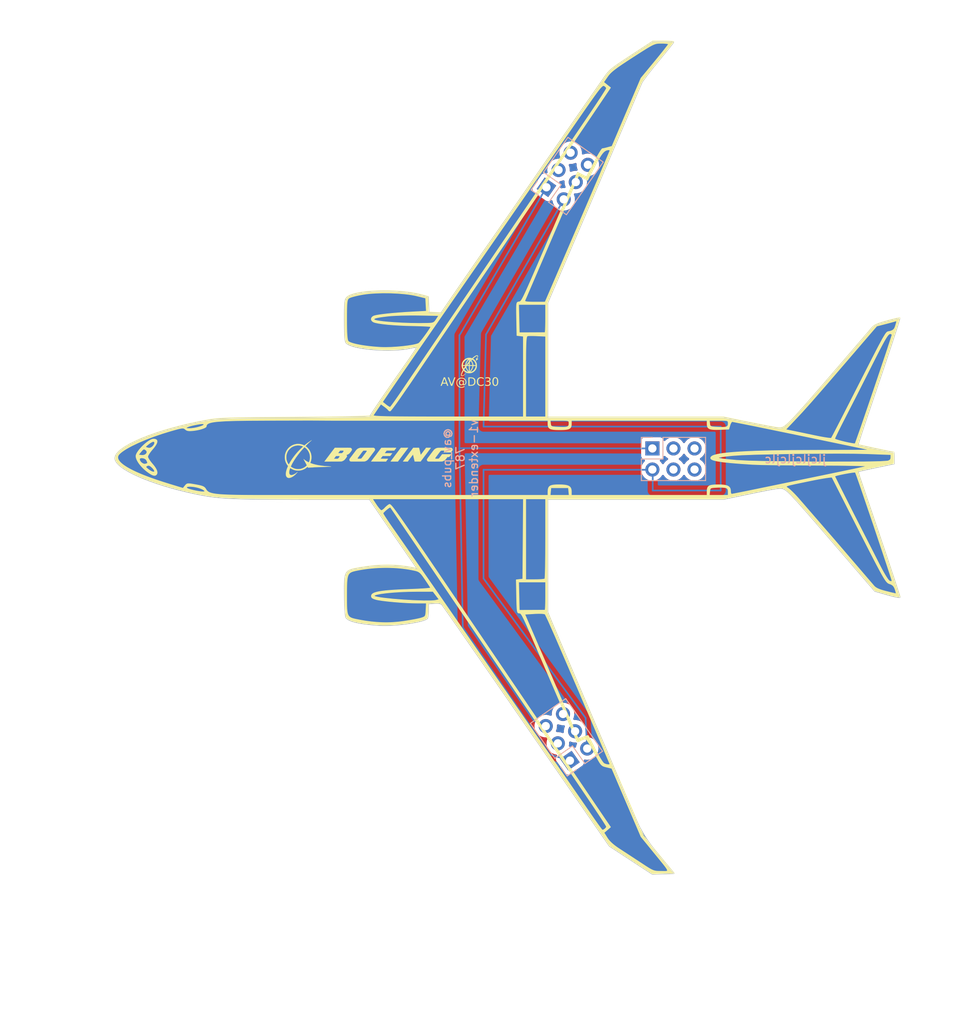
<source format=kicad_pcb>
(kicad_pcb (version 20220621) (generator pcbnew)
  (layers (0 "F.Cu" signal) (31 "B.Cu" signal) (34 "B.Paste" user) (35 "F.Paste" user) (36 "B.SilkS" user "B.Silkscreen") (37 "F.SilkS" user "F.Silkscreen") (38 "B.Mask" user) (39 "F.Mask" user) (44 "Edge.Cuts" user))
  (net 0 "")
  (footprint "Connector_PinHeader_2.54mm:PinHeader_2x03_P2.54mm_Vertical" (layer "B.Cu") (at 92.686232 81.961292 -35)
    (fp_text reference "REF**" hide)
    (fp_text value "PinHeader_2x03_P2.54mm_Vertical")
    (pad "1" thru_hole rect (at 0 0 325) (size 1.7 1.7) (drill 1) (layers *.Cu *.Mask))
    (pad "2" thru_hole oval (at 2.54 0 325) (size 1.7 1.7) (drill 1) (layers *.Cu *.Mask))
    (pad "3" thru_hole oval (at 0 -2.54 325) (size 1.7 1.7) (drill 1) (layers *.Cu *.Mask))
    (pad "4" thru_hole oval (at 2.54 -2.54 325) (size 1.7 1.7) (drill 1) (layers *.Cu *.Mask))
    (pad "5" thru_hole oval (at 0 -5.08 325) (size 1.7 1.7) (drill 1) (layers *.Cu *.Mask))
    (pad "6" thru_hole oval (at 2.54 -5.08 325) (size 1.7 1.7) (drill 1) (layers *.Cu *.Mask))
  )
  (footprint "Connector_PinHeader_2.54mm:PinHeader_2x03_P2.54mm_Vertical" (layer "B.Cu") (at 95.516561 151.042179 35)
    (fp_text reference "REF**" hide)
    (fp_text value "PinHeader_2x03_P2.54mm_Vertical")
    (pad "1" thru_hole rect (at 0 0 35) (size 1.7 1.7) (drill 1) (layers *.Cu *.Mask))
    (pad "2" thru_hole oval (at 2.54 0 35) (size 1.7 1.7) (drill 1) (layers *.Cu *.Mask))
    (pad "3" thru_hole oval (at 0 -2.54 35) (size 1.7 1.7) (drill 1) (layers *.Cu *.Mask))
    (pad "4" thru_hole oval (at 2.54 -2.54 35) (size 1.7 1.7) (drill 1) (layers *.Cu *.Mask))
    (pad "5" thru_hole oval (at 0 -5.08 35) (size 1.7 1.7) (drill 1) (layers *.Cu *.Mask))
    (pad "6" thru_hole oval (at 2.54 -5.08 35) (size 1.7 1.7) (drill 1) (layers *.Cu *.Mask))
  )
  (footprint "Connector_PinHeader_2.54mm:PinHeader_2x03_P2.54mm_Vertical" (layer "B.Cu") (at 105.46 113.43 -90)
    (fp_text reference "REF**" hide)
    (fp_text value "PinHeader_2x03_P2.54mm_Vertical")
    (pad "1" thru_hole rect (at 0 0 270) (size 1.7 1.7) (drill 1) (layers *.Cu *.Mask))
    (pad "2" thru_hole oval (at 2.54 0 270) (size 1.7 1.7) (drill 1) (layers *.Cu *.Mask))
    (pad "3" thru_hole oval (at 0 -2.54 270) (size 1.7 1.7) (drill 1) (layers *.Cu *.Mask))
    (pad "4" thru_hole oval (at 2.54 -2.54 270) (size 1.7 1.7) (drill 1) (layers *.Cu *.Mask))
    (pad "5" thru_hole oval (at 0 -5.08 270) (size 1.7 1.7) (drill 1) (layers *.Cu *.Mask))
    (pad "6" thru_hole oval (at 2.54 -5.08 270) (size 1.7 1.7) (drill 1) (layers *.Cu *.Mask))
  )
  (gr_line (start 82.6 135) (end 82.2 113.4) (stroke (width 0.2)) (layer "B.Cu"))
  (gr_line (start 105.46 113.43) (end 82.2 113.4) (stroke (width 0.2)) (layer "B.Cu"))
  (gr_line (start 95.516561 151.042179) (end 93.1 150.3) (stroke (width 0.2)) (layer "B.Cu"))
  (gr_line (start 85.1 110.8) (end 113.7 110.8) (stroke (width 0.2)) (layer "B.Cu"))
  (gr_line (start 93.1 150.3) (end 82.6 135) (stroke (width 0.2)) (layer "B.Cu"))
  (gr_line (start 85.4 99.7) (end 85.1 110.8) (stroke (width 0.2)) (layer "B.Cu"))
  (gr_line (start 82.2 99.8) (end 92.686232 81.961292) (stroke (width 0.2)) (layer "B.Cu"))
  (gr_line (start 94.8 83.4) (end 85.4 99.7) (stroke (width 0.2)) (layer "B.Cu"))
  (gr_line (start 113.7 110.8) (end 113.7 118.5) (stroke (width 0.2)) (layer "B.Cu"))
  (gr_line (start 105.5 116) (end 85.1 116) (stroke (width 0.2)) (layer "B.Cu"))
  (gr_line (start 105.5 118.5) (end 105.5 116) (stroke (width 0.2)) (layer "B.Cu"))
  (gr_line (start 113.7 118.5) (end 105.5 118.5) (stroke (width 0.2)) (layer "B.Cu"))
  (gr_line (start 82.2 113.4) (end 82.2 99.8) (stroke (width 0.2)) (layer "B.Cu"))
  (gr_line (start 85.1 116) (end 85.1 129.1) (stroke (width 0.2)) (layer "B.Cu"))
  (gr_line (start 85.1 129.1) (end 97.4 145.9) (stroke (width 0.2)) (layer "B.Cu"))
  (gr_line (start 97.4 145.9) (end 97.6 149.6) (stroke (width 0.2)) (layer "B.Cu"))
  (gr_poly (pts (xy 83.548877 102.867628) (xy 83.548955 102.867737) (xy 83.549112 102.86796) (xy 83.553889 102.874825) (xy 83.554212 102.875295) (xy 83.559361 102.882941) (xy 83.564482 102.890614) (xy 83.569652 102.898252) (xy 83.526832 102.946132) (xy 83.484308 102.994241) (xy 83.471577 103.008828) (xy 83.458944 103.023507) (xy 83.433768 103.052945) (xy 83.433768 102.866238) (xy 83.465429 102.832028) (xy 83.481353 102.815007) (xy 83.497381 102.798079)) (stroke (width 0.01)) (fill solid) (layer "F.SilkS"))
  (gr_poly (pts (xy 43.201911 114.298642) (xy 43.214737 114.237711) (xy 43.235566 114.17234) (xy 43.263948 114.102965) (xy 43.299434 114.030022) (xy 43.341576 113.953948) (xy 43.444032 113.794154) (xy 43.567724 113.627074) (xy 43.709061 113.4562) (xy 43.864453 113.285025) (xy 44.030308 113.117042) (xy 44.203035 112.955743) (xy 44.379044 112.804619) (xy 44.554743 112.667164) (xy 44.726542 112.546869) (xy 44.890849 112.447227) (xy 44.969071 112.406242) (xy 45.044074 112.37173) (xy 45.115408 112.344128) (xy 45.182625 112.323871) (xy 45.245277 112.311397) (xy 45.302913 112.307142) (xy 45.359041 112.30841) (xy 45.411273 112.312206) (xy 45.459611 112.318518) (xy 45.504055 112.327333) (xy 45.544607 112.338638) (xy 45.581268 112.352421) (xy 45.61404 112.368671) (xy 45.642924 112.387374) (xy 45.667921 112.408518) (xy 45.689032 112.432091) (xy 45.706259 112.458081) (xy 45.719604 112.486474) (xy 45.729067 112.517259) (xy 45.734649 112.550423) (xy 45.736353 112.585953) (xy 45.734178 112.623839) (xy 45.728128 112.664066) (xy 45.718202 112.706622) (xy 45.704403 112.751496) (xy 45.686731 112.798674) (xy 45.665188 112.848145) (xy 45.639775 112.899896) (xy 45.610493 112.953915) (xy 45.577345 113.010188) (xy 45.54033 113.068705) (xy 45.499451 113.129452) (xy 45.454708 113.192417) (xy 45.406104 113.257587) (xy 45.353638 113.324951) (xy 45.297314 113.394495) (xy 45.237131 113.466208) (xy 45.173091 113.540077) (xy 45.115592 113.606657) (xy 45.059706 113.673839) (xy 45.005722 113.741169) (xy 44.953928 113.808195) (xy 44.904615 113.874462) (xy 44.858072 113.939519) (xy 44.814588 114.002912) (xy 44.787407 114.044409) (xy 44.787407 113.390865) (xy 44.825128 113.388895) (xy 44.862368 113.384158) (xy 44.899172 113.376642) (xy 44.935584 113.366338) (xy 44.971649 113.353233) (xy 45.007409 113.337318) (xy 45.042911 113.318582) (xy 45.078196 113.297014) (xy 45.113311 113.272604) (xy 45.148298 113.24534) (xy 45.183203 113.215211) (xy 45.21131 113.188908) (xy 45.237914 113.162277) (xy 45.286564 113.108335) (xy 45.329062 113.053996) (xy 45.365312 112.999874) (xy 45.381065 112.973086) (xy 45.395221 112.946581) (xy 45.407769 112.920436) (xy 45.418696 112.894727) (xy 45.427991 112.869532) (xy 45.435643 112.844926) (xy 45.441639 112.820986) (xy 45.445967 112.797789) (xy 45.448617 112.775412) (xy 45.449576 112.753929) (xy 45.448833 112.733419) (xy 45.446375 112.713958) (xy 45.442192 112.695622) (xy 45.436272 112.678487) (xy 45.428602 112.66263) (xy 45.419171 112.648129) (xy 45.407967 112.635058) (xy 45.394979 112.623495) (xy 45.380196 112.613517) (xy 45.363604 112.605199) (xy 45.345193 112.598618) (xy 45.32495 112.593851) (xy 45.302865 112.590975) (xy 45.278925 112.590065) (xy 45.269338 112.590541) (xy 45.258794 112.591875) (xy 45.234986 112.597027) (xy 45.207803 112.605349) (xy 45.177551 112.616672) (xy 45.144534 112.630822) (xy 45.109054 112.64763) (xy 45.071417 112.666924) (xy 45.031927 112.688533) (xy 44.990888 112.712287) (xy 44.948603 112.738014) (xy 44.905378 112.765542) (xy 44.861515 112.794701) (xy 44.81732 112.825321) (xy 44.773096 112.857228) (xy 44.729147 112.890254) (xy 44.685777 112.924226) (xy 44.548949 113.034417) (xy 44.494822 113.079402) (xy 44.450034 113.118495) (xy 44.414444 113.152331) (xy 44.400055 113.167477) (xy 44.387913 113.181548) (xy 44.378001 113.194623) (xy 44.370301 113.206781) (xy 44.364795 113.218102) (xy 44.361467 113.228666) (xy 44.360299 113.238553) (xy 44.361273 113.24784) (xy 44.364372 113.256609) (xy 44.369578 113.264939) (xy 44.376874 113.272909) (xy 44.386242 113.280599) (xy 44.397665 113.288088) (xy 44.411125 113.295456) (xy 44.444088 113.310146) (xy 44.484991 113.325305) (xy 44.590056 113.359578) (xy 44.63084 113.371284) (xy 44.670923 113.380277) (xy 44.710349 113.386545) (xy 44.749162 113.390078) (xy 44.787407 113.390865) (xy 44.787407 114.044409) (xy 44.774452 114.064188) (xy 44.737955 114.122894) (xy 44.705385 114.178576) (xy 44.677032 114.230783) (xy 44.653185 114.279059) (xy 44.634134 114.322954) (xy 44.620167 114.362013) (xy 44.611575 114.395783) (xy 44.608647 114.423811) (xy 44.609385 114.437079) (xy 44.611575 114.451839) (xy 44.620167 114.48561) (xy 44.634134 114.524668) (xy 44.653185 114.568563) (xy 44.677032 114.616839) (xy 44.705385 114.669045) (xy 44.737955 114.724728) (xy 44.774452 114.783433) (xy 44.814588 114.844709) (xy 44.858072 114.908101) (xy 44.904615 114.973158) (xy 44.953928 115.039425) (xy 45.005722 115.10645) (xy 45.059706 115.173779) (xy 45.115592 115.24096) (xy 45.173091 115.307539) (xy 45.267445 115.417851) (xy 45.353383 115.524785) (xy 45.430851 115.628198) (xy 45.499797 115.727948) (xy 45.56017 115.823894) (xy 45.611917 115.915892) (xy 45.654985 116.003801) (xy 45.689323 116.087478) (xy 45.714879 116.166782) (xy 45.731599 116.241571) (xy 45.739432 116.311702) (xy 45.74 116.344976) (xy 45.738326 116.377032) (xy 45.734404 116.407853) (xy 45.728228 116.437421) (xy 45.719791 116.465718) (xy 45.709086 116.492726) (xy 45.696107 116.518427) (xy 45.680848 116.542804) (xy 45.663302 116.565839) (xy 45.643462 116.587513) (xy 45.625527 116.604244) (xy 45.606864 116.619265) (xy 45.587441 116.632567) (xy 45.567226 116.644139) (xy 45.546187 116.653971) (xy 45.524294 116.662051) (xy 45.501514 116.66837) (xy 45.477816 116.672917) (xy 45.453168 116.675682) (xy 45.427539 116.676653) (xy 45.400897 116.67582) (xy 45.37321 116.673173) (xy 45.344447 116.668701) (xy 45.318626 116.66325) (xy 45.318626 116.269349) (xy 45.346407 116.267067) (xy 45.370582 116.261344) (xy 45.391034 116.25225) (xy 45.407641 116.239855) (xy 45.420285 116.224227) (xy 45.428847 116.205436) (xy 45.433206 116.183552) (xy 45.433244 116.158642) (xy 45.428841 116.130778) (xy 45.419877 116.100027) (xy 45.406234 116.06646) (xy 45.38779 116.030145) (xy 45.364428 115.991151) (xy 45.336028 115.949549) (xy 45.302469 115.905407) (xy 45.263633 115.858795) (xy 45.219401 115.809782) (xy 45.169652 115.758437) (xy 45.114267 115.704829) (xy 45.06808 115.662542) (xy 45.024104 115.624617) (xy 44.982152 115.590991) (xy 44.942036 115.561605) (xy 44.903567 115.536398) (xy 44.866557 115.515309) (xy 44.830819 115.498278) (xy 44.813369 115.491264) (xy 44.796165 115.485242) (xy 44.779186 115.480204) (xy 44.762407 115.476142) (xy 44.745805 115.473049) (xy 44.729357 115.470917) (xy 44.713038 115.469739) (xy 44.696826 115.469506) (xy 44.680697 115.470211) (xy 44.664627 115.471848) (xy 44.648594 115.474407) (xy 44.632573 115.477882) (xy 44.61654 115.482265) (xy 44.600474 115.487548) (xy 44.568143 115.500784) (xy 44.535393 115.51753) (xy 44.498485 115.538951) (xy 44.482079 115.549185) (xy 44.467062 115.559172) (xy 44.453452 115.568966) (xy 44.441267 115.57862) (xy 44.430525 115.588187) (xy 44.421245 115.597719) (xy 44.413443 115.607271) (xy 44.407139 115.616895) (xy 44.402351 115.626644) (xy 44.399095 115.636572) (xy 44.397392 115.646731) (xy 44.397257 115.657175) (xy 44.398711 115.667957) (xy 44.40177 115.67913) (xy 44.406452 115.690748) (xy 44.412776 115.702862) (xy 44.420761 115.715527) (xy 44.430422 115.728796) (xy 44.44178 115.742721) (xy 44.454852 115.757356) (xy 44.469655 115.772754) (xy 44.486209 115.788968) (xy 44.50453 115.806052) (xy 44.524638 115.824058) (xy 44.570284 115.863049) (xy 44.623291 115.906368) (xy 44.683803 115.954438) (xy 44.747574 116.003183) (xy 44.809294 116.047587) (xy 44.868842 116.087719) (xy 44.926099 116.12365) (xy 44.980947 116.155447) (xy 45.033265 116.18318) (xy 45.082934 116.206919) (xy 45.129834 116.226733) (xy 45.173846 116.242691) (xy 45.214851 116.254862) (xy 45.252729 116.263316) (xy 45.287361 116.268122) (xy 45.318626 116.269349) (xy 45.318626 116.66325) (xy 45.314576 116.662394) (xy 45.283565 116.654241) (xy 45.251383 116.644231) (xy 45.217999 116.632354) (xy 45.18338 116.6186) (xy 45.147495 116.602957) (xy 45.110312 116.585416) (xy 45.071801 116.565965) (xy 45.031928 116.544594) (xy 44.947974 116.496051) (xy 44.858197 116.439702) (xy 44.762344 116.375463) (xy 44.660162 116.303249) (xy 44.551399 116.222975) (xy 44.408759 116.111493) (xy 44.271205 115.995647) (xy 44.251779 115.978059) (xy 44.251779 115.319174) (xy 44.280037 115.318213) (xy 44.307627 115.314939) (xy 44.334441 115.309266) (xy 44.390326 115.294309) (xy 44.439081 115.280167) (xy 44.480865 115.266251) (xy 44.499193 115.259193) (xy 44.515838 115.25197) (xy 44.530821 115.24451) (xy 44.544161 115.236738) (xy 44.555879 115.228581) (xy 44.565994 115.219964) (xy 44.574526 115.210815) (xy 44.581496 115.20106) (xy 44.586924 115.190625) (xy 44.590828 115.179436) (xy 44.593231 115.167421) (xy 44.59415 115.154504) (xy 44.593608 115.140613) (xy 44.591622 115.125675) (xy 44.588215 115.109614) (xy 44.583404 115.092359) (xy 44.577212 115.073834) (xy 44.569657 115.053967) (xy 44.550539 115.009911) (xy 44.526212 114.959602) (xy 44.496835 114.902451) (xy 44.462569 114.837867) (xy 44.46257 114.837867) (xy 44.446226 114.810749) (xy 44.427027 114.78488) (xy 44.405194 114.760289) (xy 44.380948 114.737004) (xy 44.354511 114.715054) (xy 44.326104 114.694466) (xy 44.295947 114.675269) (xy 44.264263 114.657491) (xy 44.231273 114.641161) (xy 44.197198 114.626306) (xy 44.126677 114.601139) (xy 44.05447 114.582214) (xy 43.982349 114.569759) (xy 43.957221 114.5677) (xy 43.957221 114.265918) (xy 44.003508 114.264915) (xy 44.048462 114.261284) (xy 44.091984 114.25515) (xy 44.133976 114.246642) (xy 44.174339 114.235885) (xy 44.212976 114.223007) (xy 44.249788 114.208135) (xy 44.284676 114.191395) (xy 44.317542 114.172914) (xy 44.348289 114.152819) (xy 44.376817 114.131237) (xy 44.403028 114.108295) (xy 44.426824 114.08412) (xy 44.448107 114.058838) (xy 44.466778 114.032576) (xy 44.482738 114.005461) (xy 44.495891 113.977621) (xy 44.506136 113.949182) (xy 44.513377 113.92027) (xy 44.517514 113.891013) (xy 44.518449 113.861537) (xy 44.516085 113.83197) (xy 44.510321 113.802438) (xy 44.501061 113.773068) (xy 44.488206 113.743987) (xy 44.471657 113.715322) (xy 44.451317 113.687199) (xy 44.427087 113.659746) (xy 44.398868 113.63309) (xy 44.366562 113.607356) (xy 44.327119 113.579466) (xy 44.308511 113.567232) (xy 44.29056 113.55617) (xy 44.273204 113.546304) (xy 44.256379 113.537657) (xy 44.24002 113.530253) (xy 44.224066 113.524114) (xy 44.208453 113.519264) (xy 44.193116 113.515727) (xy 44.177993 113.513526) (xy 44.16302 113.512685) (xy 44.148135 113.513226) (xy 44.133272 113.515173) (xy 44.11837 113.51855) (xy 44.103364 113.52338) (xy 44.088191 113.529686) (xy 44.072788 113.537493) (xy 44.057091 113.546822) (xy 44.041037 113.557698) (xy 44.024562 113.570144) (xy 44.007604 113.584184) (xy 43.990098 113.59984) (xy 43.971981 113.617136) (xy 43.953189 113.636097) (xy 43.93366 113.656744) (xy 43.892136 113.703193) (xy 43.846899 113.756671) (xy 43.797443 113.817366) (xy 43.480129 114.212141) (xy 43.86104 114.259529) (xy 43.909699 114.264164) (xy 43.957221 114.265918) (xy 43.957221 114.5677) (xy 43.912084 114.564) (xy 43.8782 114.563702) (xy 43.845444 114.565164) (xy 43.814036 114.568412) (xy 43.784199 114.573476) (xy 43.756153 114.580384) (xy 43.73012 114.589164) (xy 43.706321 114.599844) (xy 43.684978 114.612453) (xy 43.666311 114.627019) (xy 43.650541 114.64357) (xy 43.637891 114.662135) (xy 43.628581 114.682742) (xy 43.622833 114.70542) (xy 43.620868 114.730195) (xy 43.622116 114.75864) (xy 43.625789 114.787284) (xy 43.63178 114.816039) (xy 43.639983 114.844818) (xy 43.650291 114.873536) (xy 43.662597 114.902106) (xy 43.676795 114.930441) (xy 43.692778 114.958455) (xy 43.710439 114.986061) (xy 43.729671 115.013172) (xy 43.750368 115.039702) (xy 43.772423 115.065564) (xy 43.79573 115.090672) (xy 43.820182 115.11494) (xy 43.845671 115.138279) (xy 43.872092 115.160605) (xy 43.899338 115.181831) (xy 43.927302 115.201869) (xy 43.955877 115.220633) (xy 43.984956 115.238037) (xy 44.014434 115.253994) (xy 44.044203 115.268418) (xy 44.074156 115.281222) (xy 44.104188 115.292319) (xy 44.13419 115.301622) (xy 44.164057 115.309046) (xy 44.193682 115.314504) (xy 44.222958 115.317909) (xy 44.251779 115.319174) (xy 44.251779 115.978059) (xy 44.139303 115.876222) (xy 44.013623 115.754002) (xy 43.894733 115.62977) (xy 43.7832 115.504312) (xy 43.679594 115.378409) (xy 43.584481 115.252848) (xy 43.49843 115.128411) (xy 43.42201 115.005882) (xy 43.355788 114.886046) (xy 43.300332 114.769687) (xy 43.256211 114.657588) (xy 43.223992 114.550534) (xy 43.212524 114.499143) (xy 43.204245 114.449308) (xy 43.199225 114.401126) (xy 43.197536 114.354695)) (stroke (width 0.08)) (fill solid) (layer "F.SilkS"))
  (gr_poly (pts (xy 81.245376 113.37261) (xy 81.255264 113.37793) (xy 81.264454 113.383155) (xy 81.272998 113.388338) (xy 81.280949 113.39353) (xy 81.288357 113.398782) (xy 81.295276 113.404146) (xy 81.301757 113.409673) (xy 81.307852 113.415414) (xy 81.313613 113.421421) (xy 81.319091 113.427745) (xy 81.324338 113.434438) (xy 81.329407 113.441551) (xy 81.334349 113.449135) (xy 81.339216 113.457243) (xy 81.34406 113.465924) (xy 81.348933 113.475231) (xy 81.355365 113.489267) (xy 81.360662 113.503798) (xy 81.364835 113.518744) (xy 81.367893 113.534023) (xy 81.369845 113.549551) (xy 81.370702 113.565247) (xy 81.370472 113.581029) (xy 81.369166 113.596815) (xy 81.366792 113.612522) (xy 81.363362 113.628068) (xy 81.358883 113.643371) (xy 81.353366 113.658349) (xy 81.34682 113.67292) (xy 81.339255 113.687002) (xy 81.330681 113.700512) (xy 81.321107 113.713368) (xy 81.312425 113.724392) (xy 81.299289 113.74137) (xy 81.266784 113.783924) (xy 81.249337 113.806831) (xy 81.231486 113.830083) (xy 81.215325 113.850964) (xy 81.202949 113.866754) (xy 81.193347 113.878973) (xy 81.184735 113.890127) (xy 81.178056 113.898987) (xy 81.175735 113.90217) (xy 81.174251 113.904318) (xy 81.164125 113.905809) (xy 81.137041 113.907109) (xy 81.039411 113.90905) (xy 80.896193 113.909966) (xy 80.722218 113.909683) (xy 80.275169 113.907398) (xy 80.32371 113.842875) (xy 80.333172 113.830024) (xy 80.341575 113.818008) (xy 80.348931 113.806777) (xy 80.352219 113.80144) (xy 80.355251 113.79628) (xy 80.358026 113.79129) (xy 80.360547 113.786465) (xy 80.362815 113.781798) (xy 80.364832 113.777282) (xy 80.366598 113.772911) (xy 80.368116 113.768679) (xy 80.369387 113.76458) (xy 80.370412 113.760606) (xy 80.371193 113.756752) (xy 80.371732 113.753011) (xy 80.372029 113.749377) (xy 80.372086 113.745844) (xy 80.371906 113.742405) (xy 80.371488 113.739053) (xy 80.370835 113.735783) (xy 80.369948 113.732588) (xy 80.368829 113.729461) (xy 80.367479 113.726397) (xy 80.3659 113.723388) (xy 80.364092 113.720429) (xy 80.362058 113.717513) (xy 80.3598 113.714634) (xy 80.357317 113.711785) (xy 80.354612 113.70896) (xy 80.351558 113.706073) (xy 80.348383 113.703517) (xy 80.344889 113.701273) (xy 80.340878 113.699321) (xy 80.336152 113.69764) (xy 80.330514 113.696211) (xy 80.323766 113.695014) (xy 80.315709 113.694029) (xy 80.294881 113.692614) (xy 80.266446 113.691805) (xy 80.228822 113.691444) (xy 80.180427 113.691371) (xy 80.148301 113.691569) (xy 80.117015 113.69212) (xy 80.087349 113.692983) (xy 80.060082 113.694123) (xy 80.035991 113.695499) (xy 80.015857 113.697075) (xy 80.000457 113.698811) (xy 79.994775 113.699728) (xy 79.99057 113.700671) (xy 79.98253 113.703171) (xy 79.974606 113.706197) (xy 79.966748 113.709794) (xy 79.958901 113.71401) (xy 79.951016 113.718889) (xy 79.94304 113.72448) (xy 79.934921 113.730829) (xy 79.926608 113.737982) (xy 79.918049 113.745986) (xy 79.909191 113.754886) (xy 79.899984 113.764731) (xy 79.890374 113.775566) (xy 79.880312 113.787438) (xy 79.869744 113.800393) (xy 79.858619 113.814478) (xy 79.846885 113.82974) (xy 79.807846 113.880948) (xy 79.79434 113.898542) (xy 79.787442 113.907398) (xy 79.755138 113.949875) (xy 79.687497 114.039617) (xy 79.650926 114.087885) (xy 79.619961 114.128085) (xy 79.607602 114.143848) (xy 79.597869 114.156022) (xy 79.591171 114.16408) (xy 79.589088 114.166402) (xy 79.587916 114.167499) (xy 79.587208 114.168006) (xy 79.586484 114.1686) (xy 79.58575 114.169271) (xy 79.585009 114.170013) (xy 79.584269 114.17082) (xy 79.583534 114.171682) (xy 79.582808 114.172594) (xy 79.582099 114.173547) (xy 79.58141 114.174534) (xy 79.580748 114.175549) (xy 79.580117 114.176583) (xy 79.579522 114.17763) (xy 79.57897 114.178682) (xy 79.578465 114.179731) (xy 79.578013 114.180771) (xy 79.577618 114.181794) (xy 79.577155 114.182926) (xy 79.576502 114.184285) (xy 79.574673 114.187614) (xy 79.572227 114.191635) (xy 79.56926 114.196205) (xy 79.56587 114.201178) (xy 79.562151 114.20641) (xy 79.558202 114.211756) (xy 79.554118 114.217072) (xy 79.502485 114.285153) (xy 79.406393 114.41308) (xy 79.370699 114.461001) (xy 79.355538 114.481612) (xy 79.34205 114.500172) (xy 79.330146 114.516821) (xy 79.31974 114.531696) (xy 79.310742 114.544935) (xy 79.303065 114.556675) (xy 79.296622 114.567056) (xy 79.291322 114.576215) (xy 79.28708 114.584289) (xy 79.283807 114.591417) (xy 79.282506 114.594669) (xy 79.281414 114.597736) (xy 79.28052 114.600635) (xy 79.279813 114.603385) (xy 79.279283 114.606001) (xy 79.278918 114.608501) (xy 79.278707 114.610902) (xy 79.278639 114.613222) (xy 79.278871 114.622502) (xy 79.279716 114.630724) (xy 79.281397 114.637953) (xy 79.284139 114.64425) (xy 79.288166 114.64968) (xy 79.290731 114.652088) (xy 79.293701 114.654303) (xy 79.300968 114.658185) (xy 79.310191 114.661387) (xy 79.321593 114.663972) (xy 79.3354 114.666003) (xy 79.351833 114.667543) (xy 79.371118 114.668656) (xy 79.419136 114.669849) (xy 79.481245 114.670085) (xy 79.528795 114.669901) (xy 79.549058 114.669697) (xy 79.567202 114.669401) (xy 79.583396 114.668997) (xy 79.597808 114.668471) (xy 79.610604 114.667811) (xy 79.621952 114.667002) (xy 79.632021 114.66603) (xy 79.640978 114.664881) (xy 79.64899 114.663541) (xy 79.656226 114.661997) (xy 79.662852 114.660234) (xy 79.669037 114.658238) (xy 79.674949 114.655996) (xy 79.680754 114.653493) (xy 79.687617 114.650181) (xy 79.694533 114.646464) (xy 79.701472 114.642366) (xy 79.708408 114.63791) (xy 79.715314 114.633122) (xy 79.72216 114.628025) (xy 79.728921 114.622644) (xy 79.735568 114.617002) (xy 79.742074 114.611124) (xy 79.748412 114.605033) (xy 79.754553 114.598755) (xy 79.76047 114.592313) (xy 79.766136 114.585731) (xy 79.771522 114.579033) (xy 79.776603 114.572244) (xy 79.781349 114.565388) (xy 79.789821 114.553039) (xy 79.80122 114.537004) (xy 79.828923 114.4991) (xy 79.85671 114.46213) (xy 79.868215 114.447262) (xy 79.876835 114.436547) (xy 79.886375 114.424474) (xy 79.90144 114.404653) (xy 79.919963 114.379832) (xy 79.939876 114.352762) (xy 79.958992 114.326737) (xy 79.975349 114.304763) (xy 79.98195 114.296017) (xy 79.98721 114.289153) (xy 79.990912 114.284458) (xy 79.992837 114.282223) (xy 79.994843 114.279897) (xy 79.998775 114.274944) (xy 80.011484 114.258383) (xy 80.029095 114.235001) (xy 80.049742 114.207258) (xy 80.060426 114.192953) (xy 80.070766 114.179352) (xy 80.080511 114.16677) (xy 80.089406 114.155525) (xy 80.097198 114.145932) (xy 80.103635 114.138306) (xy 80.106267 114.13533) (xy 80.108464 114.132965) (xy 80.110196 114.131249) (xy 80.111432 114.130223) (xy 80.161981 114.127801) (xy 80.288829 114.125871) (xy 80.669044 114.123713) (xy 81.047324 114.1242) (xy 81.171753 114.125576) (xy 81.218918 114.127783) (xy 81.218685 114.128894) (xy 81.218006 114.130511) (xy 81.215423 114.135119) (xy 81.211394 114.141322) (xy 81.206148 114.148836) (xy 81.192906 114.166667) (xy 81.177512 114.186343) (xy 81.161779 114.205595) (xy 81.147521 114.222154) (xy 81.141513 114.228716) (xy 81.136553 114.233754) (xy 81.132868 114.236984) (xy 81.131576 114.237833) (xy 81.130687 114.238124) (xy 81.130289 114.23815) (xy 81.129881 114.238227) (xy 81.129461 114.238354) (xy 81.129033 114.238529) (xy 81.128151 114.239019) (xy 81.127242 114.239687) (xy 81.126313 114.240524) (xy 81.125371 114.241519) (xy 81.124423 114.242662) (xy 81.123477 114.243943) (xy 81.122538 114.245351) (xy 81.121616 114.246877) (xy 81.120716 114.248511) (xy 81.119845 114.250241) (xy 81.119012 114.252059) (xy 81.118223 114.253953) (xy 81.117484 114.255915) (xy 81.116804 114.257932) (xy 81.115572 114.261296) (xy 81.113857 114.265094) (xy 81.108842 114.274186) (xy 81.101486 114.285585) (xy 81.091513 114.299667) (xy 81.078646 114.316809) (xy 81.062611 114.337387) (xy 81.043133 114.361779) (xy 81.019935 114.39036) (xy 81.018643 114.391967) (xy 81.017387 114.393576) (xy 81.016174 114.395178) (xy 81.01501 114.396762) (xy 81.013902 114.398318) (xy 81.012856 114.399835) (xy 81.011879 114.401303) (xy 81.010977 114.402711) (xy 81.010157 114.404049) (xy 81.009425 114.405307) (xy 81.008788 114.406474) (xy 81.008252 114.407541) (xy 81.007823 114.408496) (xy 81.00751 114.409329) (xy 81.007317 114.41003) (xy 81.007267 114.410327) (xy 81.007251 114.410588) (xy 81.007142 114.411184) (xy 81.006821 114.411994) (xy 81.006301 114.413005) (xy 81.005591 114.414201) (xy 81.004702 114.41557) (xy 81.003646 114.417096) (xy 81.001072 114.420567) (xy 80.997956 114.424502) (xy 80.994384 114.428788) (xy 80.990443 114.433313) (xy 80.986218 114.437966) (xy 80.979199 114.445066) (xy 80.975758 114.448004) (xy 80.972169 114.450576) (xy 80.968288 114.452813) (xy 80.96397 114.454747) (xy 80.959071 114.456409) (xy 80.953446 114.457831) (xy 80.94695 114.459044) (xy 80.939439 114.46008) (xy 80.930768 114.46097) (xy 80.920792 114.461745) (xy 80.896348 114.463078) (xy 80.86495 114.46433) (xy 80.847978 114.465054) (xy 80.832107 114.465938) (xy 80.817335 114.466983) (xy 80.803662 114.468189) (xy 80.791088 114.469557) (xy 80.77961 114.471085) (xy 80.76923 114.472775) (xy 80.76445 114.473681) (xy 80.759945 114.474627) (xy 80.755713 114.475614) (xy 80.751755 114.476641) (xy 80.748071 114.477708) (xy 80.74466 114.478816) (xy 80.741523 114.479965) (xy 80.738658 114.481154) (xy 80.736068 114.482383) (xy 80.73375 114.483653) (xy 80.731705 114.484964) (xy 80.729933 114.486316) (xy 80.728434 114.487708) (xy 80.727208 114.489141) (xy 80.726254 114.490614) (xy 80.725573 114.492128) (xy 80.725165 114.493683) (xy 80.725029 114.495279) (xy 80.724797 114.496383) (xy 80.724122 114.49803) (xy 80.721549 114.502803) (xy 80.717533 114.509303) (xy 80.712294 114.517231) (xy 80.699037 114.536191) (xy 80.683553 114.557307) (xy 80.667617 114.578209) (xy 80.653003 114.596522) (xy 80.646746 114.603966) (xy 80.641486 114.609873) (xy 80.637443 114.613947) (xy 80.635948 114.615203) (xy 80.63484 114.61589) (xy 80.63449 114.616056) (xy 80.634145 114.616251) (xy 80.633469 114.616723) (xy 80.632816 114.617297) (xy 80.63219 114.617967) (xy 80.631594 114.618725) (xy 80.631031 114.619563) (xy 80.630505 114.620473) (xy 80.63002 114.621449) (xy 80.629579 114.622482) (xy 80.629185 114.623565) (xy 80.628842 114.62469) (xy 80.628553 114.62585) (xy 80.628323 114.627037) (xy 80.628154 114.628243) (xy 80.62805 114.629461) (xy 80.628015 114.630684) (xy 80.627986 114.631314) (xy 80.6279 114.631982) (xy 80.627565 114.633419) (xy 80.627019 114.634982) (xy 80.626275 114.636655) (xy 80.625343 114.638424) (xy 80.624236 114.640272) (xy 80.622963 114.642186) (xy 80.621538 114.644151) (xy 80.61997 114.64615) (xy 80.618271 114.64817) (xy 80.616453 114.650196) (xy 80.614527 114.652212) (xy 80.612504 114.654204) (xy 80.610395 114.656156) (xy 80.608212 114.658054) (xy 80.605966 114.659882) (xy 80.60372 114.661698) (xy 80.601537 114.66356) (xy 80.599428 114.665455) (xy 80.597405 114.667368) (xy 80.595479 114.669286) (xy 80.593661 114.671195) (xy 80.591962 114.673082) (xy 80.590394 114.674931) (xy 80.588968 114.676731) (xy 80.587696 114.678466) (xy 80.586588 114.680123) (xy 80.585657 114.681689) (xy 80.584913 114.683149) (xy 80.584614 114.683835) (xy 80.584367 114.68449) (xy 80.584172 114.685112) (xy 80.584031 114.685698) (xy 80.583946 114.686248) (xy 80.583917 114.686759) (xy 80.583506 114.688195) (xy 80.582302 114.690368) (xy 80.577702 114.696745) (xy 80.570483 114.705517) (xy 80.561009 114.716316) (xy 80.536763 114.742503) (xy 80.50789 114.772337) (xy 80.477315 114.802847) (xy 80.447965 114.831064) (xy 80.422765 114.854018) (xy 80.412635 114.862593) (xy 80.40464 114.868739) (xy 80.395584 114.874908) (xy 80.385359 114.881469) (xy 80.362028 114.895447) (xy 80.33589 114.910037) (xy 80.308194 114.924601) (xy 80.280184 114.938503) (xy 80.253107 114.951106) (xy 80.228209 114.961773) (xy 80.216967 114.966182) (xy 80.206736 114.969868) (xy 80.187916 114.976162) (xy 80.17119 114.981408) (xy 80.155406 114.985871) (xy 80.139414 114.989813) (xy 80.122062 114.993498) (xy 80.102201 114.997189) (xy 80.078677 115.001149) (xy 80.050342 115.005641) (xy 80.050341 115.005641) (xy 80.05034 115.005641) (xy 80.05034 115.00564) (xy 80.05034 115.005639) (xy 79.77896 115.011118) (xy 79.239364 115.013042) (xy 78.703971 115.011352) (xy 78.445201 115.005989) (xy 78.433652 115.002837) (xy 78.422396 114.999087) (xy 78.411446 114.994763) (xy 78.400815 114.989889) (xy 78.390517 114.984489) (xy 78.380565 114.978585) (xy 78.370972 114.972201) (xy 78.361751 114.965361) (xy 78.352916 114.958088) (xy 78.344479 114.950407) (xy 78.336455 114.942339) (xy 78.328857 114.933909) (xy 78.321697 114.925141) (xy 78.314989 114.916057) (xy 78.308747 114.906682) (xy 78.302984 114.897039) (xy 78.297712 114.88715) (xy 78.292945 114.877041) (xy 78.288698 114.866734) (xy 78.284981 114.856254) (xy 78.28181 114.845622) (xy 78.279198 114.834863) (xy 78.277156 114.824001) (xy 78.2757 114.813059) (xy 78.274842 114.80206) (xy 78.274596 114.791028) (xy 78.274974 114.779987) (xy 78.27599 114.768959) (xy 78.277658 114.757969) (xy 78.27999 114.74704) (xy 78.283 114.736196) (xy 78.286702 114.725459) (xy 78.291017 114.716507) (xy 78.298687 114.703199) (xy 78.322344 114.665979) (xy 78.354191 114.618717) (xy 78.390747 114.56633) (xy 78.428528 114.513738) (xy 78.464053 114.465856) (xy 78.493839 114.427604) (xy 78.505492 114.413625) (xy 78.514404 114.403898) (xy 78.517792 114.400106) (xy 78.52283 114.39391) (xy 78.529274 114.385638) (xy 78.536878 114.375613) (xy 78.554591 114.351611) (xy 78.574014 114.32451) (xy 78.66569 114.200036) (xy 78.816787 113.998732) (xy 78.971651 113.794384) (xy 79.074627 113.660782) (xy 79.089136 113.64294) (xy 79.103954 113.625558) (xy 79.11906 113.608651) (xy 79.134436 113.592238) (xy 79.150061 113.576334) (xy 79.165916 113.560956) (xy 79.181981 113.546123) (xy 79.198237 113.531849) (xy 79.214663 113.518153) (xy 79.231241 113.50505) (xy 79.247949 113.492559) (xy 79.264769 113.480695) (xy 79.281681 113.469477) (xy 79.298665 113.458919) (xy 79.315702 113.44904) (xy 79.332771 113.439857) (xy 79.348409 113.43188) (xy 79.363646 113.424314) (xy 79.378102 113.417333) (xy 79.391398 113.411111) (xy 79.403153 113.405824) (xy 79.412987 113.401645) (xy 79.420521 113.398749) (xy 79.423307 113.397837) (xy 79.425375 113.397312) (xy 79.429165 113.396476) (xy 79.43365 113.395306) (xy 79.438664 113.393857) (xy 79.444041 113.392181) (xy 79.449615 113.390331) (xy 79.45522 113.388362) (xy 79.46069 113.386327) (xy 79.465858 113.384278) (xy 79.494484 113.374138) (xy 79.530682 113.366352) (xy 79.583391 113.36061) (xy 79.661553 113.356604) (xy 79.774106 113.354026) (xy 79.929993 113.352567) (xy 80.407527 113.35177) (xy 81.205688 113.35177)) (stroke (width 0.01)) (fill solid) (layer "F.SilkS"))
  (gr_poly (pts (xy 68.377356 113.347542) (xy 68.606972 113.348198) (xy 68.782591 113.349501) (xy 68.852383 113.350448) (xy 68.911352 113.351622) (xy 68.960391 113.353043) (xy 69.000391 113.354733) (xy 69.032245 113.356713) (xy 69.056845 113.359005) (xy 69.075083 113.36163) (xy 69.082094 113.363074) (xy 69.08785 113.364609) (xy 69.092462 113.366239) (xy 69.09604 113.367965) (xy 69.098697 113.36979) (xy 69.100544 113.371718) (xy 69.101109 113.372394) (xy 69.101792 113.373077) (xy 69.102585 113.373762) (xy 69.103478 113.374445) (xy 69.104462 113.37512) (xy 69.105528 113.375783) (xy 69.106666 113.37643) (xy 69.107867 113.377056) (xy 69.109123 113.377656) (xy 69.110423 113.378225) (xy 69.111758 113.37876) (xy 69.113119 113.379255) (xy 69.114497 113.379705) (xy 69.115883 113.380107) (xy 69.117267 113.380456) (xy 69.11864 113.380746) (xy 69.120179 113.381201) (xy 69.122051 113.382032) (xy 69.124229 113.383219) (xy 69.126689 113.384741) (xy 69.129404 113.386577) (xy 69.132349 113.388707) (xy 69.135498 113.391108) (xy 69.138826 113.393761) (xy 69.145913 113.399736) (xy 69.153405 113.406466) (xy 69.161096 113.413783) (xy 69.16878 113.42152) (xy 69.178086 113.431705) (xy 69.186624 113.442174) (xy 69.194393 113.452917) (xy 69.20139 113.463924) (xy 69.207612 113.475187) (xy 69.213057 113.486697) (xy 69.217722 113.498444) (xy 69.221604 113.510419) (xy 69.224701 113.522614) (xy 69.22701 113.535019) (xy 69.228529 113.547625) (xy 69.229255 113.560424) (xy 69.229185 113.573405) (xy 69.228316 113.58656) (xy 69.226647 113.599879) (xy 69.224174 113.613355) (xy 69.223008 113.61868) (xy 69.221791 113.623907) (xy 69.220535 113.629007) (xy 69.219248 113.633949) (xy 69.217941 113.638706) (xy 69.216624 113.643247) (xy 69.215305 113.647544) (xy 69.213996 113.651567) (xy 69.212706 113.655287) (xy 69.211445 113.658675) (xy 69.210222 113.661701) (xy 69.209047 113.664336) (xy 69.207931 113.666552) (xy 69.206883 113.668318) (xy 69.206388 113.669023) (xy 69.205913 113.669606) (xy 69.20546 113.670061) (xy 69.205031 113.670386) (xy 69.204163 113.671006) (xy 69.203238 113.671825) (xy 69.202264 113.672828) (xy 69.201248 113.674003) (xy 69.2002 113.675336) (xy 69.199127 113.676814) (xy 69.198038 113.678422) (xy 69.19694 113.680149) (xy 69.195843 113.681979) (xy 69.194755 113.683901) (xy 69.193683 113.6859) (xy 69.192637 113.687963) (xy 69.191624 113.690077) (xy 69.190653 113.692228) (xy 69.189732 113.694402) (xy 69.18887 113.696587) (xy 69.187977 113.698746) (xy 69.186966 113.700844) (xy 69.18585 113.702871) (xy 69.184639 113.704815) (xy 69.183345 113.706666) (xy 69.181979 113.708414) (xy 69.180552 113.710046) (xy 69.179076 113.711553) (xy 69.177562 113.712924) (xy 69.176021 113.714146) (xy 69.174465 113.715211) (xy 69.173684 113.71568) (xy 69.172904 113.716106) (xy 69.172126 113.716487) (xy 69.17135 113.716821) (xy 69.17058 113.717108) (xy 69.169815 113.717346) (xy 69.169058 113.717533) (xy 69.168309 113.717668) (xy 69.167571 113.71775) (xy 69.166845 113.717778) (xy 69.166135 113.717788) (xy 69.165447 113.717818) (xy 69.164781 113.717868) (xy 69.164137 113.717936) (xy 69.163517 113.718023) (xy 69.16292 113.718128) (xy 69.162347 113.71825) (xy 69.1618 113.71839) (xy 69.161278 113.718545) (xy 69.160782 113.718717) (xy 69.160312 113.718904) (xy 69.15987 113.719106) (xy 69.159456 113.719323) (xy 69.159071 113.719553) (xy 69.158714 113.719797) (xy 69.158387 113.720054) (xy 69.15809 113.720324) (xy 69.157824 113.720605) (xy 69.157589 113.720898) (xy 69.157387 113.721202) (xy 69.157216 113.721517) (xy 69.15708 113.721841) (xy 69.156976 113.722175) (xy 69.156908 113.722518) (xy 69.156874 113.722869) (xy 69.156875 113.723229) (xy 69.156913 113.723596) (xy 69.156988 113.72397) (xy 69.1571 113.72435) (xy 69.157249 113.724737) (xy 69.157438 113.725129) (xy 69.157665 113.725526) (xy 69.157862 113.726324) (xy 69.157734 113.727532) (xy 69.156555 113.731101) (xy 69.15423 113.736082) (xy 69.15086 113.742326) (xy 69.141389 113.758006) (xy 69.128952 113.776943) (xy 69.114359 113.797942) (xy 69.09842 113.819805) (xy 69.081943 113.841338) (xy 69.06574 113.861343) (xy 69.05818 113.870746) (xy 69.044275 113.888383) (xy 69.005352 113.938265) (xy 68.994105 113.952362) (xy 68.981815 113.967079) (xy 68.968879 113.981983) (xy 68.955694 113.996638) (xy 68.942658 114.010611) (xy 68.930168 114.023468) (xy 68.918622 114.034775) (xy 68.913328 114.039711) (xy 68.908418 114.044097) (xy 68.895203 114.055212) (xy 68.880965 114.06646) (xy 68.86584 114.077763) (xy 68.849962 114.089041) (xy 68.833469 114.100217) (xy 68.816494 114.111211) (xy 68.799175 114.121945) (xy 68.781646 114.132341) (xy 68.764042 114.14232) (xy 68.7465 114.151803) (xy 68.729155 114.160711) (xy 68.712143 114.168967) (xy 68.695599 114.176491) (xy 68.679658 114.183204) (xy 68.664457 114.189029) (xy 68.65013 114.193887) (xy 68.636927 114.198106) (xy 68.624352 114.202265) (xy 68.612699 114.206255) (xy 68.602263 114.209972) (xy 68.593335 114.213306) (xy 68.586211 114.216152) (xy 68.583417 114.217359) (xy 68.581183 114.218404) (xy 68.579547 114.219272) (xy 68.578546 114.219953) (xy 68.578246 114.220279) (xy 68.578017 114.220674) (xy 68.577857 114.221137) (xy 68.577767 114.221665) (xy 68.577743 114.222256) (xy 68.577786 114.222908) (xy 68.578065 114.224385) (xy 68.578593 114.226079) (xy 68.579361 114.227972) (xy 68.580358 114.230048) (xy 68.581575 114.232288) (xy 68.583001 114.234675) (xy 68.584626 114.237191) (xy 68.586441 114.23982) (xy 68.588436 114.242544) (xy 68.5906 114.245344) (xy 68.592924 114.248204) (xy 68.595398 114.251107) (xy 68.598011 114.254034) (xy 68.605731 114.263122) (xy 68.612713 114.272649) (xy 68.618949 114.282571) (xy 68.624432 114.292845) (xy 68.629153 114.303427) (xy 68.633106 114.314273) (xy 68.636281 114.32534) (xy 68.638673 114.336583) (xy 68.640272 114.347959) (xy 68.641071 114.359424) (xy 68.641063 114.370934) (xy 68.640239 114.382446) (xy 68.638593 114.393916) (xy 68.636115 114.405301) (xy 68.632799 114.416555) (xy 68.628637 114.427636) (xy 68.622988 114.438745) (xy 68.613624 114.454251) (xy 68.585612 114.496012) (xy 68.54831 114.548037) (xy 68.505428 114.605444) (xy 68.460675 114.663353) (xy 68.417762 114.716881) (xy 68.380398 114.761147) (xy 68.364957 114.778281) (xy 68.352293 114.791269) (xy 68.333062 114.809156) (xy 68.313125 114.826455) (xy 68.292522 114.843145) (xy 68.271292 114.859203) (xy 68.249477 114.874608) (xy 68.227114 114.889337) (xy 68.204245 114.90337) (xy 68.18091 114.916683) (xy 68.157147 114.929256) (xy 68.132997 114.941066) (xy 68.108499 114.952091) (xy 68.083694 114.96231) (xy 68.05862 114.9717) (xy 68.033319 114.98024) (xy 68.00783 114.987908) (xy 67.982192 114.994682) (xy 67.982195 114.994679) (xy 67.958208 114.998995) (xy 67.919787 115.002421) (xy 67.766346 115.007138) (xy 67.455285 115.009905) (xy 66.920015 115.011794) (xy 65.916421 115.014504) (xy 65.926913 114.9949) (xy 65.929941 114.989754) (xy 65.934414 114.982861) (xy 65.94689 114.964891) (xy 65.962731 114.943107) (xy 65.980331 114.919627) (xy 65.998081 114.896567) (xy 66.014373 114.876044) (xy 66.0276 114.860175) (xy 66.032561 114.854647) (xy 66.036154 114.851077) (xy 66.0372 114.85011) (xy 66.03827 114.849035) (xy 66.039356 114.847865) (xy 66.040451 114.846609) (xy 66.041546 114.845279) (xy 66.042633 114.843888) (xy 66.043705 114.842445) (xy 66.044755 114.840962) (xy 66.045773 114.839451) (xy 66.046753 114.837923) (xy 66.047687 114.83639) (xy 66.048566 114.834861) (xy 66.049383 114.83335) (xy 66.050131 114.831866) (xy 66.0508 114.830422) (xy 66.051385 114.829029) (xy 66.053876 114.824513) (xy 66.058988 114.816708) (xy 66.066408 114.806043) (xy 66.075826 114.792943) (xy 66.099411 114.761154) (xy 66.127252 114.724762) (xy 66.155957 114.687643) (xy 66.169553 114.669943) (xy 67.073749 114.669943) (xy 67.269372 114.672493) (xy 67.269373 114.672494) (xy 67.345832 114.673643) (xy 67.409401 114.674889) (xy 67.453452 114.676081) (xy 67.466088 114.67661) (xy 67.471359 114.677069) (xy 67.472533 114.677239) (xy 67.474151 114.677156) (xy 67.478596 114.676291) (xy 67.484452 114.674585) (xy 67.491479 114.672152) (xy 67.499434 114.669103) (xy 67.508076 114.665551) (xy 67.526455 114.657385) (xy 67.544682 114.648551) (xy 67.553135 114.644165) (xy 67.560825 114.639948) (xy 67.567511 114.636013) (xy 67.572952 114.632471) (xy 67.576905 114.629437) (xy 67.578248 114.628144) (xy 67.579129 114.62702) (xy 67.579455 114.626517) (xy 67.579798 114.626034) (xy 67.580157 114.62557) (xy 67.580531 114.625126) (xy 67.58092 114.624703) (xy 67.581323 114.6243) (xy 67.581737 114.623919) (xy 67.582164 114.623559) (xy 67.582601 114.62322) (xy 67.583048 114.622904) (xy 67.583504 114.62261) (xy 67.583967 114.622338) (xy 67.584438 114.62209) (xy 67.584915 114.621865) (xy 67.585397 114.621663) (xy 67.585883 114.621485) (xy 67.586372 114.621332) (xy 67.586864 114.621203) (xy 67.587358 114.621098) (xy 67.587852 114.621019) (xy 67.588345 114.620966) (xy 67.588837 114.620938) (xy 67.589328 114.620936) (xy 67.589814 114.620961) (xy 67.590297 114.621012) (xy 67.590775 114.62109) (xy 67.591247 114.621196) (xy 67.591713 114.621329) (xy 67.59217 114.621491) (xy 67.592619 114.62168) (xy 67.593058 114.621898) (xy 67.593487 114.622145) (xy 67.593908 114.622391) (xy 67.594324 114.622604) (xy 67.594733 114.622785) (xy 67.595136 114.622935) (xy 67.595533 114.623054) (xy 67.595922 114.623142) (xy 67.596302 114.6232) (xy 67.596675 114.623229) (xy 67.597038 114.623227) (xy 67.597392 114.623197) (xy 67.597736 114.623138) (xy 67.598069 114.623051) (xy 67.598391 114.622936) (xy 67.598702 114.622794) (xy 67.599 114.622624) (xy 67.599285 114.622428) (xy 67.599558 114.622206) (xy 67.599816 114.621958) (xy 67.600061 114.621684) (xy 67.60029 114.621385) (xy 67.600504 114.621061) (xy 67.600703 114.620713) (xy 67.600884 114.620342) (xy 67.601049 114.619946) (xy 67.601197 114.619528) (xy 67.601327 114.619087) (xy 67.601438 114.618623) (xy 67.60153 114.618138) (xy 67.601602 114.617631) (xy 67.601655 114.617103) (xy 67.601687 114.616554) (xy 67.601697 114.615985) (xy 67.601792 114.614747) (xy 67.60207 114.613361) (xy 67.602521 114.611842) (xy 67.603137 114.610206) (xy 67.603907 114.608466) (xy 67.604824 114.606638) (xy 67.605877 114.604736) (xy 67.607056 114.602777) (xy 67.608353 114.600774) (xy 67.609759 114.598743) (xy 67.611263 114.596699) (xy 67.612857 114.594656) (xy 67.614531 114.59263) (xy 67.616276 114.590635) (xy 67.618082 114.588687) (xy 67.619941 114.586801) (xy 67.624673 114.581681) (xy 67.631152 114.573976) (xy 67.639088 114.564066) (xy 67.648192 114.552326) (xy 67.658174 114.539137) (xy 67.668745 114.524875) (xy 67.679616 114.509919) (xy 67.690497 114.494647) (xy 67.700764 114.479818) (xy 67.709873 114.466083) (xy 67.717836 114.453387) (xy 67.721392 114.447412) (xy 67.724666 114.441676) (xy 67.727661 114.436173) (xy 67.730376 114.430895) (xy 67.732815 114.425836) (xy 67.734979 114.420989) (xy 67.736869 114.416348) (xy 67.738488 114.411905) (xy 67.739836 114.407653) (xy 67.740915 114.403587) (xy 67.741727 114.399698) (xy 67.742274 114.395981) (xy 67.742557 114.392428) (xy 67.742578 114.389033) (xy 67.742338 114.385789) (xy 67.741839 114.382688) (xy 67.741083 114.379725) (xy 67.740071 114.376892) (xy 67.738805 114.374183) (xy 67.737287 114.37159) (xy 67.735517 114.369108) (xy 67.733499 114.366728) (xy 67.731233 114.364445) (xy 67.72872 114.362251) (xy 67.725964 114.36014) (xy 67.722964 114.358105) (xy 67.714092 114.352778) (xy 67.709571 114.350621) (xy 67.704546 114.348774) (xy 67.698681 114.347217) (xy 67.69164 114.345928) (xy 67.672685 114.344071) (xy 67.644994 114.343038) (xy 67.60588 114.342663) (xy 67.482634 114.343217) (xy 67.306246 114.344432) (xy 67.28503 114.378837) (xy 67.280347 114.386203) (xy 67.275161 114.393955) (xy 67.269646 114.40186) (xy 67.263973 114.409685) (xy 67.258314 114.417199) (xy 67.252841 114.424168) (xy 67.247725 114.430359) (xy 67.243138 114.435541) (xy 67.241032 114.437841) (xy 67.238984 114.440131) (xy 67.237007 114.442397) (xy 67.235109 114.444625) (xy 67.233303 114.446801) (xy 67.231598 114.44891) (xy 67.230005 114.450939) (xy 67.228534 114.452873) (xy 67.227197 114.454698) (xy 67.226004 114.4564) (xy 67.224965 114.457965) (xy 67.224092 114.459378) (xy 67.223394 114.460625) (xy 67.222882 114.461692) (xy 67.222568 114.462566) (xy 67.222487 114.462925) (xy 67.22246 114.46323) (xy 67.221904 114.464855) (xy 67.220275 114.467773) (xy 67.214048 114.477161) (xy 67.204278 114.490741) (xy 67.191459 114.507859) (xy 67.158663 114.550095) (xy 67.119631 114.598641) (xy 67.114521 114.605048) (xy 67.109329 114.611844) (xy 67.104199 114.618822) (xy 67.099275 114.625775) (xy 67.094701 114.632495) (xy 67.090621 114.638775) (xy 67.087179 114.644408) (xy 67.085742 114.646916) (xy 67.084519 114.649185) (xy 67.073749 114.669943) (xy 66.169553 114.669943) (xy 66.181897 114.653873) (xy 66.202223 114.627177) (xy 66.214083 114.611278) (xy 66.244231 114.570115) (xy 66.281275 114.520482) (xy 66.36297 114.412867) (xy 66.433007 114.322561) (xy 66.455476 114.294564) (xy 66.462143 114.286721) (xy 66.46522 114.283692) (xy 66.465609 114.283531) (xy 66.465993 114.28335) (xy 66.466744 114.282933) (xy 66.46747 114.282447) (xy 66.468166 114.281898) (xy 66.468829 114.281291) (xy 66.469455 114.280633) (xy 66.470039 114.279929) (xy 66.470579 114.279185) (xy 66.47107 114.278407) (xy 66.471508 114.2776) (xy 66.471889 114.27677) (xy 66.472209 114.275923) (xy 66.472466 114.275065) (xy 66.472653 114.274201) (xy 66.472769 114.273337) (xy 66.472798 114.272907) (xy 66.472808 114.272479) (xy 66.473315 114.270628) (xy 66.474802 114.267593) (xy 66.480534 114.258231) (xy 66.489628 114.244903) (xy 66.501709 114.228123) (xy 66.516402 114.2084) (xy 66.533331 114.186248) (xy 66.552121 114.162178) (xy 66.572397 114.136701) (xy 66.678394 113.99493) (xy 67.584056 113.99493) (xy 67.585176 113.995447) (xy 67.588463 113.995949) (xy 67.601095 113.996899) (xy 67.647489 113.998512) (xy 67.716152 113.9996) (xy 67.8 114) (xy 68.015943 114) (xy 68.059288 113.973329) (xy 68.063832 113.970442) (xy 68.068502 113.967301) (xy 68.073263 113.963937) (xy 68.07808 113.960381) (xy 68.082918 113.956663) (xy 68.087741 113.952813) (xy 68.092516 113.948862) (xy 68.097206 113.944841) (xy 68.101778 113.94078) (xy 68.106195 113.936709) (xy 68.110423 113.93266) (xy 68.114427 113.928662) (xy 68.118173 113.924747) (xy 68.121624 113.920944) (xy 68.124747 113.917285) (xy 68.127505 113.913799) (xy 68.147132 113.888) (xy 68.154705 113.878136) (xy 68.159389 113.872119) (xy 68.172007 113.856016) (xy 68.183252 113.841146) (xy 68.193155 113.827415) (xy 68.201747 113.814732) (xy 68.205561 113.808755) (xy 68.209059 113.803005) (xy 68.212245 113.79747) (xy 68.215123 113.79214) (xy 68.217697 113.787002) (xy 68.21997 113.782046) (xy 68.221946 113.777259) (xy 68.22363 113.77263) (xy 68.225025 113.768148) (xy 68.226136 113.7638) (xy 68.226965 113.759577) (xy 68.227518 113.755465) (xy 68.227797 113.751453) (xy 68.227807 113.74753) (xy 68.227552 113.743685) (xy 68.227035 113.739906) (xy 68.226261 113.73618) (xy 68.225233 113.732497) (xy 68.223955 113.728846) (xy 68.222432 113.725214) (xy 68.220667 113.72159) (xy 68.218663 113.717963) (xy 68.216426 113.714321) (xy 68.213958 113.710652) (xy 68.208922 113.704146) (xy 68.206035 113.701512) (xy 68.202484 113.699254) (xy 68.197954 113.697345) (xy 68.192131 113.695758) (xy 68.184701 113.694467) (xy 68.175349 113.693443) (xy 68.149626 113.692091) (xy 68.112447 113.691484) (xy 67.993669 113.691642) (xy 67.95225 113.691938) (xy 67.913683 113.692451) (xy 67.878804 113.693154) (xy 67.848455 113.694018) (xy 67.823473 113.695015) (xy 67.804697 113.696118) (xy 67.797899 113.6967) (xy 67.792968 113.697297) (xy 67.790007 113.697907) (xy 67.789299 113.698215) (xy 67.789123 113.698525) (xy 67.789318 113.699651) (xy 67.789302 113.700998) (xy 67.789086 113.702551) (xy 67.788682 113.70429) (xy 67.788102 113.706198) (xy 67.787359 113.708258) (xy 67.785429 113.712759) (xy 67.782989 113.717651) (xy 67.780135 113.722792) (xy 67.776963 113.728038) (xy 67.77357 113.733247) (xy 67.770051 113.738276) (xy 67.766504 113.742983) (xy 67.763024 113.747224) (xy 67.759708 113.750859) (xy 67.756652 113.753742) (xy 67.755251 113.754858) (xy 67.753952 113.755733) (xy 67.752766 113.756349) (xy 67.751705 113.756688) (xy 67.750782 113.756733) (xy 67.750007 113.756465) (xy 67.749638 113.756254) (xy 67.749274 113.75608) (xy 67.748915 113.755943) (xy 67.748561 113.755841) (xy 67.748213 113.755774) (xy 67.747872 113.755742) (xy 67.747538 113.755744) (xy 67.747211 113.75578) (xy 67.746893 113.755848) (xy 67.746582 113.755949) (xy 67.746281 113.756082) (xy 67.745989 113.756246) (xy 67.745706 113.756441) (xy 67.745434 113.756665) (xy 67.745172 113.75692) (xy 67.744922 113.757203) (xy 67.744683 113.757515) (xy 67.744456 113.757855) (xy 67.744242 113.758222) (xy 67.744041 113.758616) (xy 67.743853 113.759036) (xy 67.743679 113.759482) (xy 67.743375 113.760449) (xy 67.743132 113.761511) (xy 67.742954 113.762664) (xy 67.742844 113.763905) (xy 67.742807 113.765228) (xy 67.742635 113.766779) (xy 67.742132 113.768688) (xy 67.741313 113.770928) (xy 67.740197 113.773473) (xy 67.7388 113.776295) (xy 67.737139 113.779367) (xy 67.73523 113.782663) (xy 67.733092 113.786154) (xy 67.728192 113.793618) (xy 67.722576 113.801543) (xy 67.716378 113.809713) (xy 67.709734 113.817911) (xy 67.693772 113.837798) (xy 67.674578 113.862979) (xy 67.653803 113.891127) (xy 67.633101 113.919916) (xy 67.614123 113.947018) (xy 67.598521 113.970106) (xy 67.587949 113.986852) (xy 67.585065 113.99212) (xy 67.584057 113.99493) (xy 67.584056 113.99493) (xy 66.678394 113.99493) (xy 66.717968 113.942) (xy 66.822723 113.801851) (xy 66.859998 113.752315) (xy 66.880112 113.725923) (xy 66.89265 113.709676) (xy 66.9093 113.687758) (xy 66.946253 113.638402) (xy 66.962494 113.616552) (xy 66.976241 113.598212) (xy 66.987851 113.58293) (xy 66.997676 113.570257) (xy 67.006072 113.559741) (xy 67.013393 113.550931) (xy 67.019993 113.543376) (xy 67.026228 113.536624) (xy 67.027351 113.535403) (xy 67.028443 113.534141) (xy 67.029497 113.532848) (xy 67.030509 113.531534) (xy 67.031472 113.530208) (xy 67.032381 113.528881) (xy 67.03323 113.527562) (xy 67.034014 113.52626) (xy 67.034727 113.524986) (xy 67.035363 113.523749) (xy 67.035917 113.522559) (xy 67.036382 113.521426) (xy 67.036754 113.520359) (xy 67.037027 113.519368) (xy 67.037195 113.518463) (xy 67.037238 113.518045) (xy 67.037252 113.517653) (xy 67.037281 113.517254) (xy 67.037367 113.516818) (xy 67.037702 113.515837) (xy 67.038248 113.514724) (xy 67.038992 113.51349) (xy 67.039923 113.512148) (xy 67.041031 113.51071) (xy 67.042303 113.509188) (xy 67.043729 113.507594) (xy 67.045296 113.505941) (xy 67.046995 113.504241) (xy 67.048813 113.502506) (xy 67.050739 113.500749) (xy 67.052762 113.498981) (xy 67.054871 113.497216) (xy 67.057054 113.495464) (xy 67.0593 113.49374) (xy 67.061546 113.491998) (xy 67.063729 113.490197) (xy 67.065838 113.48835) (xy 67.067861 113.486472) (xy 67.069787 113.484577) (xy 67.071605 113.482678) (xy 67.073304 113.48079) (xy 67.074872 113.478925) (xy 67.076297 113.477099) (xy 67.07757 113.475326) (xy 67.078677 113.473618) (xy 67.079609 113.471991) (xy 67.080353 113.470457) (xy 67.080651 113.46973) (xy 67.080899 113.469031) (xy 67.081093 113.468363) (xy 67.081234 113.467728) (xy 67.08132 113.467126) (xy 67.081349 113.46656) (xy 67.081466 113.465345) (xy 67.081811 113.463903) (xy 67.082373 113.462253) (xy 67.083138 113.460414) (xy 67.084096 113.458403) (xy 67.085236 113.45624) (xy 67.086544 113.453943) (xy 67.088011 113.451531) (xy 67.089623 113.449022) (xy 67.091371 113.446435) (xy 67.093241 113.443788) (xy 67.095222 113.4411) (xy 67.097303 113.438391) (xy 67.099472 113.435677) (xy 67.101718 113.432978) (xy 67.104028 113.430313) (xy 67.114607 113.418101) (xy 67.126645 113.403795) (xy 67.13866 113.389175) (xy 67.149172 113.376024) (xy 67.171636 113.347361) (xy 68.086608 113.347361)) (stroke (width 0.01)) (fill solid) (layer "F.SilkS"))
  (gr_poly (pts (xy 74.306775 113.349285) (xy 74.509764 113.353075) (xy 74.586696 113.35838) (xy 74.586513 113.359704) (xy 74.585976 113.361384) (xy 74.585103 113.363393) (xy 74.583912 113.365708) (xy 74.582421 113.368302) (xy 74.580649 113.37115) (xy 74.578614 113.374227) (xy 74.576333 113.377506) (xy 74.571106 113.384573) (xy 74.565115 113.392147) (xy 74.558504 113.400024) (xy 74.551417 113.408002) (xy 74.547824 113.411971) (xy 74.544331 113.415903) (xy 74.537719 113.423561) (xy 74.534637 113.42724) (xy 74.531728 113.430787) (xy 74.52901 113.43418) (xy 74.526502 113.437394) (xy 74.524221 113.440406) (xy 74.522185 113.443193) (xy 74.520413 113.445731) (xy 74.518923 113.447996) (xy 74.517732 113.449966) (xy 74.516859 113.451615) (xy 74.516322 113.452922) (xy 74.516185 113.453439) (xy 74.516139 113.453862) (xy 74.516122 113.454244) (xy 74.516074 113.454639) (xy 74.515993 113.455047) (xy 74.515882 113.455466) (xy 74.51557 113.456335) (xy 74.515145 113.45724) (xy 74.514612 113.458173) (xy 74.513979 113.459126) (xy 74.513252 113.460093) (xy 74.512437 113.461066) (xy 74.511541 113.462037) (xy 74.51057 113.463) (xy 74.509531 113.463946) (xy 74.50843 113.464869) (xy 74.507274 113.465762) (xy 74.506068 113.466616) (xy 74.504821 113.467425) (xy 74.503537 113.468182) (xy 74.502253 113.468937) (xy 74.501004 113.469744) (xy 74.499798 113.470594) (xy 74.49864 113.471481) (xy 74.497538 113.472397) (xy 74.496497 113.473335) (xy 74.495524 113.474288) (xy 74.494626 113.475248) (xy 74.493809 113.476209) (xy 74.493081 113.477163) (xy 74.492446 113.478102) (xy 74.491912 113.479021) (xy 74.491685 113.479469) (xy 74.491485 113.47991) (xy 74.491314 113.480342) (xy 74.491173 113.480764) (xy 74.491061 113.481175) (xy 74.49098 113.481574) (xy 74.490931 113.48196) (xy 74.490915 113.482334) (xy 74.490536 113.484317) (xy 74.489447 113.487076) (xy 74.487701 113.490534) (xy 74.485354 113.494617) (xy 74.482461 113.49925) (xy 74.479077 113.504356) (xy 74.471056 113.515692) (xy 74.461733 113.528022) (xy 74.451547 113.540747) (xy 74.440939 113.553264) (xy 74.430349 113.564972) (xy 74.428351 113.567126) (xy 74.426412 113.569268) (xy 74.424544 113.571384) (xy 74.422755 113.57346) (xy 74.421057 113.575485) (xy 74.419457 113.577445) (xy 74.417968 113.579326) (xy 74.416598 113.581116) (xy 74.415357 113.582802) (xy 74.414255 113.58437) (xy 74.413302 113.585807) (xy 74.412507 113.5871) (xy 74.411881 113.588237) (xy 74.411434 113.589203) (xy 74.41128 113.589618) (xy 74.411175 113.589985) (xy 74.411119 113.590304) (xy 74.411114 113.590572) (xy 74.411061 113.591173) (xy 74.410825 113.592) (xy 74.410414 113.593037) (xy 74.409838 113.594269) (xy 74.408226 113.597265) (xy 74.406061 113.600868) (xy 74.403417 113.604964) (xy 74.400367 113.609435) (xy 74.396984 113.614164) (xy 74.393339 113.619034) (xy 74.356813 113.667057) (xy 74.33847 113.691311) (xy 73.880499 113.691311) (xy 73.732656 113.691364) (xy 73.672385 113.691466) (xy 73.620357 113.69165) (xy 73.575928 113.69194) (xy 73.538456 113.692361) (xy 73.522128 113.692627) (xy 73.507298 113.692934) (xy 73.493885 113.693286) (xy 73.48181 113.693686) (xy 73.470992 113.694135) (xy 73.46135 113.694638) (xy 73.452805 113.695198) (xy 73.445275 113.695816) (xy 73.43868 113.696497) (xy 73.432941 113.697243) (xy 73.427976 113.698058) (xy 73.423706 113.698943) (xy 73.420049 113.699903) (xy 73.416926 113.70094) (xy 73.414256 113.702057) (xy 73.411959 113.703257) (xy 73.409954 113.704544) (xy 73.408161 113.705919) (xy 73.4065 113.707387) (xy 73.40489 113.708949) (xy 73.403093 113.71079) (xy 73.401347 113.712664) (xy 73.39966 113.714558) (xy 73.398042 113.71646) (xy 73.396501 113.718355) (xy 73.395046 113.720231) (xy 73.393687 113.722073) (xy 73.392433 113.723869) (xy 73.391293 113.725606) (xy 73.390275 113.727269) (xy 73.389389 113.728847) (xy 73.388644 113.730324) (xy 73.388048 113.731689) (xy 73.387612 113.732927) (xy 73.387456 113.733494) (xy 73.387343 113.734025) (xy 73.387275 113.734518) (xy 73.387252 113.73497) (xy 73.387232 113.735411) (xy 73.387172 113.735869) (xy 73.387073 113.736342) (xy 73.386937 113.73683) (xy 73.386555 113.737845) (xy 73.386034 113.738906) (xy 73.385382 113.740003) (xy 73.384606 113.741128) (xy 73.383716 113.742272) (xy 73.382718 113.743426) (xy 73.38162 113.744583) (xy 73.380431 113.745732) (xy 73.379159 113.746865) (xy 73.37781 113.747974) (xy 73.376394 113.749049) (xy 73.374918 113.750082) (xy 73.37339 113.751065) (xy 73.371818 113.751988) (xy 73.370261 113.752898) (xy 73.368781 113.753841) (xy 73.367381 113.754809) (xy 73.36607 113.755796) (xy 73.364852 113.756793) (xy 73.363735 113.757794) (xy 73.362725 113.758791) (xy 73.361829 113.759777) (xy 73.361424 113.760264) (xy 73.361051 113.760745) (xy 73.360709 113.761219) (xy 73.360399 113.761686) (xy 73.360123 113.762145) (xy 73.35988 113.762594) (xy 73.359672 113.763033) (xy 73.359499 113.763462) (xy 73.359362 113.763878) (xy 73.359263 113.764281) (xy 73.359201 113.76467) (xy 73.359177 113.765045) (xy 73.359193 113.765404) (xy 73.359249 113.765746) (xy 73.359347 113.76607) (xy 73.359485 113.766377) (xy 73.359606 113.76672) (xy 73.359648 113.767153) (xy 73.359505 113.768282) (xy 73.359071 113.769742) (xy 73.358358 113.77151) (xy 73.357381 113.773566) (xy 73.356152 113.775887) (xy 73.354686 113.778451) (xy 73.352996 113.781237) (xy 73.348998 113.787387) (xy 73.344267 113.794162) (xy 73.338911 113.801387) (xy 73.333039 113.808889) (xy 73.31667 113.829402) (xy 73.301117 113.849201) (xy 73.286311 113.868377) (xy 73.272185 113.887021) (xy 73.258669 113.905225) (xy 73.245696 113.923078) (xy 73.233197 113.940673) (xy 73.221103 113.9581) (xy 73.192376 113.999992) (xy 73.642592 113.999992) (xy 73.746849 114.000134) (xy 73.837706 114.000558) (xy 73.91501 114.001261) (xy 73.978605 114.00224) (xy 74.028336 114.003492) (xy 74.06405 114.005014) (xy 74.076602 114.005875) (xy 74.085592 114.006802) (xy 74.091 114.007796) (xy 74.092355 114.008317) (xy 74.092807 114.008855) (xy 74.092171 114.010603) (xy 74.090308 114.013961) (xy 74.083145 114.025154) (xy 74.056838 114.062982) (xy 74.017904 114.1167) (xy 73.97036 114.18067) (xy 73.847914 114.343623) (xy 73.390482 114.343273) (xy 72.933051 114.342922) (xy 72.811147 114.503024) (xy 72.786729 114.535255) (xy 72.764085 114.565458) (xy 72.7437 114.592965) (xy 72.72606 114.617103) (xy 72.711652 114.637202) (xy 72.700962 114.652591) (xy 72.697162 114.65831) (xy 72.694474 114.6626) (xy 72.692959 114.665377) (xy 72.69266 114.666172) (xy 72.692676 114.666558) (xy 72.728905 114.667924) (xy 72.825012 114.669111) (xy 73.138362 114.670438) (xy 73.31044 114.671194) (xy 73.452043 114.672921) (xy 73.506833 114.674069) (xy 73.548507 114.675363) (xy 73.575232 114.676771) (xy 73.582415 114.677508) (xy 73.585174 114.678262) (xy 73.585385 114.678666) (xy 73.585548 114.679118) (xy 73.585664 114.679614) (xy 73.585734 114.680154) (xy 73.585738 114.681358) (xy 73.585567 114.682714) (xy 73.585228 114.684209) (xy 73.584727 114.685828) (xy 73.584071 114.687558) (xy 73.583266 114.689384) (xy 73.58232 114.691292) (xy 73.581238 114.693268) (xy 73.580028 114.695298) (xy 73.578695 114.697368) (xy 73.577247 114.699464) (xy 73.57569 114.701571) (xy 73.574031 114.703676) (xy 73.572277 114.705765) (xy 73.570499 114.707843) (xy 73.568771 114.709917) (xy 73.567101 114.711975) (xy 73.5655 114.714002) (xy 73.563975 114.715987) (xy 73.562535 114.717916) (xy 73.561191 114.719775) (xy 73.559949 114.721553) (xy 73.558821 114.723235) (xy 73.557813 114.724809) (xy 73.556937 114.726262) (xy 73.556199 114.72758) (xy 73.55561 114.728751) (xy 73.555178 114.729761) (xy 73.554912 114.730597) (xy 73.554844 114.730946) (xy 73.554822 114.731247) (xy 73.554719 114.731907) (xy 73.554417 114.732771) (xy 73.553926 114.733826) (xy 73.553256 114.735059) (xy 73.552417 114.736454) (xy 73.551421 114.737999) (xy 73.548993 114.741479) (xy 73.546053 114.745387) (xy 73.542683 114.749612) (xy 73.538964 114.75404) (xy 73.534978 114.75856) (xy 73.530467 114.763744) (xy 73.525244 114.770074) (xy 73.519495 114.777305) (xy 73.513409 114.785191) (xy 73.507171 114.793487) (xy 73.500968 114.801948) (xy 73.494988 114.810328) (xy 73.489417 114.818382) (xy 73.486725 114.822282) (xy 73.483966 114.826155) (xy 73.481161 114.829978) (xy 73.478329 114.833728) (xy 73.475492 114.837382) (xy 73.47267 114.840914) (xy 73.469883 114.844302) (xy 73.467151 114.847523) (xy 73.464494 114.850552) (xy 73.461934 114.853367) (xy 73.459491 114.855942) (xy 73.457184 114.858256) (xy 73.455034 114.860284) (xy 73.453061 114.862002) (xy 73.451287 114.863388) (xy 73.44973 114.864417) (xy 73.449023 114.864836) (xy 73.448341 114.86525) (xy 73.447686 114.86566) (xy 73.447058 114.866063) (xy 73.446456 114.866461) (xy 73.445883 114.866851) (xy 73.445338 114.867235) (xy 73.444821 114.86761) (xy 73.444334 114.867977) (xy 73.443877 114.868335) (xy 73.443449 114.868683) (xy 73.443052 114.869022) (xy 73.442687 114.86935) (xy 73.442353 114.869667) (xy 73.442051 114.869972) (xy 73.441781 114.870265) (xy 73.441545 114.870545) (xy 73.441342 114.870812) (xy 73.441173 114.871065) (xy 73.441039 114.871304) (xy 73.440939 114.871528) (xy 73.440875 114.871737) (xy 73.440856 114.871835) (xy 73.440847 114.871929) (xy 73.440846 114.87202) (xy 73.440855 114.872106) (xy 73.440873 114.872187) (xy 73.4409 114.872265) (xy 73.440937 114.872338) (xy 73.440982 114.872406) (xy 73.441038 114.87247) (xy 73.441103 114.872529) (xy 73.441177 114.872584) (xy 73.441261 114.872634) (xy 73.441355 114.872679) (xy 73.441458 114.87272) (xy 73.441695 114.872785) (xy 73.441971 114.872831) (xy 73.442287 114.872856) (xy 73.442605 114.87289) (xy 73.442886 114.872963) (xy 73.443131 114.873075) (xy 73.443339 114.873225) (xy 73.443512 114.873411) (xy 73.44365 114.873632) (xy 73.443752 114.873888) (xy 73.44382 114.874178) (xy 73.443854 114.8745) (xy 73.443854 114.874853) (xy 73.443755 114.875651) (xy 73.443525 114.876562) (xy 73.443168 114.877579) (xy 73.442688 114.878694) (xy 73.442086 114.879898) (xy 73.441367 114.881184) (xy 73.440534 114.882544) (xy 73.439589 114.88397) (xy 73.438537 114.885452) (xy 73.437379 114.886985) (xy 73.43612 114.888558) (xy 73.428025 114.898901) (xy 73.415369 114.915651) (xy 73.399886 114.936494) (xy 73.383307 114.959114) (xy 73.343189 115.014228) (xy 72.439177 115.014228) (xy 72.088172 115.013707) (xy 71.800736 115.012286) (xy 71.606526 115.010183) (xy 71.553648 115.008943) (xy 71.535199 115.007614) (xy 71.535501 115.006551) (xy 71.536382 115.004755) (xy 71.539763 114.99913) (xy 71.545103 114.991073) (xy 71.552166 114.980921) (xy 71.560715 114.969005) (xy 71.570513 114.955663) (xy 71.581325 114.941227) (xy 71.592912 114.926033) (xy 71.616844 114.894697) (xy 71.639364 114.864791) (xy 71.657943 114.839702) (xy 71.664964 114.830023) (xy 71.67005 114.822818) (xy 71.713941 114.761735) (xy 71.779263 114.673978) (xy 71.940963 114.461614) (xy 72.088673 114.272074) (xy 72.136508 114.212847) (xy 72.150286 114.196841) (xy 72.155918 114.191706) (xy 72.156721 114.192175) (xy 72.157095 114.192372) (xy 72.157449 114.192545) (xy 72.157784 114.192693) (xy 72.1581 114.192818) (xy 72.158396 114.192918) (xy 72.158672 114.192995) (xy 72.158928 114.193048) (xy 72.159164 114.193078) (xy 72.159379 114.193084) (xy 72.159574 114.193069) (xy 72.159748 114.19303) (xy 72.159901 114.192969) (xy 72.160033 114.192886) (xy 72.160143 114.192781) (xy 72.160232 114.192654) (xy 72.1603 114.192506) (xy 72.160345 114.192336) (xy 72.160368 114.192146) (xy 72.160369 114.191934) (xy 72.160347 114.191702) (xy 72.160303 114.19145) (xy 72.160236 114.191177) (xy 72.160146 114.190884) (xy 72.160032 114.190572) (xy 72.159895 114.19024) (xy 72.159735 114.189889) (xy 72.15955 114.189519) (xy 72.159342 114.189129) (xy 72.158853 114.188295) (xy 72.161347 114.182128) (xy 72.170258 114.167646) (xy 72.203875 114.118413) (xy 72.252797 114.049949) (xy 72.310117 113.971604) (xy 72.368928 113.892728) (xy 72.422323 113.822674) (xy 72.463395 113.770792) (xy 72.477151 113.754587) (xy 72.485236 113.746432) (xy 72.485977 113.745867) (xy 72.486693 113.745309) (xy 72.487382 113.744759) (xy 72.488044 113.744217) (xy 72.488679 113.743685) (xy 72.489286 113.743163) (xy 72.489865 113.742651) (xy 72.490414 113.742151) (xy 72.490934 113.741663) (xy 72.491424 113.741188) (xy 72.491884 113.740726) (xy 72.492312 113.740279) (xy 72.492709 113.739846) (xy 72.493073 113.739429) (xy 72.493405 113.739029) (xy 72.493704 113.738645) (xy 72.493969 113.73828) (xy 72.494199 113.737933) (xy 72.494395 113.737605) (xy 72.494555 113.737297) (xy 72.49468 113.737009) (xy 72.494768 113.736743) (xy 72.494819 113.736499) (xy 72.494832 113.736277) (xy 72.494825 113.736175) (xy 72.494808 113.736079) (xy 72.494782 113.735989) (xy 72.494745 113.735905) (xy 72.494699 113.735827) (xy 72.494643 113.735756) (xy 72.494578 113.735691) (xy 72.494502 113.735632) (xy 72.494416 113.73558) (xy 72.49432 113.735535) (xy 72.494098 113.735465) (xy 72.493834 113.735422) (xy 72.493529 113.735407) (xy 72.493394 113.7347) (xy 72.494307 113.732638) (xy 72.499019 113.724795) (xy 72.518168 113.69669) (xy 72.546822 113.656691) (xy 72.580826 113.610398) (xy 72.616028 113.563409) (xy 72.648273 113.521324) (xy 72.673407 113.489742) (xy 72.682009 113.479639) (xy 72.687275 113.474262) (xy 72.688504 113.473228) (xy 72.689698 113.472153) (xy 72.690851 113.471045) (xy 72.691958 113.469912) (xy 72.693012 113.468763) (xy 72.694006 113.467607) (xy 72.694935 113.466452) (xy 72.695793 113.465307) (xy 72.696572 113.464181) (xy 72.697268 113.463081) (xy 72.697874 113.462017) (xy 72.698384 113.460997) (xy 72.698791 113.46003) (xy 72.699089 113.459124) (xy 72.699196 113.458697) (xy 72.699273 113.458289) (xy 72.699319 113.4579) (xy 72.699335 113.457531) (xy 72.699506 113.456548) (xy 72.700007 113.455195) (xy 72.701923 113.451477) (xy 72.704938 113.446562) (xy 72.708904 113.440636) (xy 72.719108 113.426496) (xy 72.731362 113.410544) (xy 72.744494 113.394269) (xy 72.757332 113.379158) (xy 72.763275 113.372503) (xy 72.768706 113.366697) (xy 72.773477 113.361927) (xy 72.777442 113.358377) (xy 72.86085 113.353072) (xy 73.068465 113.349283) (xy 73.689471 113.346253)) (stroke (width 0.01)) (fill solid) (layer "F.SilkS"))
  (gr_poly (pts (xy 75.749836 113.347709) (xy 75.892482 113.348655) (xy 75.988865 113.350056) (xy 76.015108 113.350882) (xy 76.021937 113.351318) (xy 76.024264 113.351767) (xy 75.941064 113.465126) (xy 75.756354 113.712143) (xy 75.567472 113.963079) (xy 75.471756 114.088194) (xy 75.388081 114.198575) (xy 75.203254 114.445382) (xy 75.102343 114.579979) (xy 75.01746 114.692189) (xy 74.957523 114.770293) (xy 74.939697 114.792892) (xy 74.931453 114.80257) (xy 74.929921 114.803963) (xy 74.928415 114.805407) (xy 74.926943 114.80689) (xy 74.925514 114.808402) (xy 74.924135 114.80993) (xy 74.922816 114.811464) (xy 74.921565 114.812992) (xy 74.920391 114.814503) (xy 74.919303 114.815986) (xy 74.918307 114.817429) (xy 74.917415 114.818821) (xy 74.916633 114.82015) (xy 74.915971 114.821406) (xy 74.915436 114.822576) (xy 74.915038 114.823651) (xy 74.914785 114.824618) (xy 74.914459 114.825699) (xy 74.913845 114.82711) (xy 74.91296 114.828826) (xy 74.91182 114.830826) (xy 74.908835 114.835586) (xy 74.905018 114.84121) (xy 74.900494 114.847515) (xy 74.895391 114.854322) (xy 74.889835 114.861449) (xy 74.883952 114.868715) (xy 74.877321 114.876927) (xy 74.869623 114.886762) (xy 74.852129 114.909822) (xy 74.833684 114.934928) (xy 74.816502 114.959114) (xy 74.778166 115.014237) (xy 74.338992 115.014237) (xy 74.235222 115.014095) (xy 74.145399 115.013669) (xy 74.06943 115.012957) (xy 74.007222 115.011957) (xy 73.958681 115.010667) (xy 73.923715 115.009085) (xy 73.911293 115.008183) (xy 73.90223 115.007208) (xy 73.896514 115.006159) (xy 73.894907 115.005607) (xy 73.894133 115.005036) (xy 73.893424 115.003388) (xy 73.893156 115.001402) (xy 73.893352 114.999039) (xy 73.894034 114.996263) (xy 73.895227 114.993037) (xy 73.896952 114.989324) (xy 73.899233 114.985086) (xy 73.902093 114.980287) (xy 73.905555 114.974889) (xy 73.909642 114.968856) (xy 73.919782 114.954732) (xy 73.932699 114.93762) (xy 73.948575 114.917223) (xy 73.987676 114.865133) (xy 74.067073 114.758473) (xy 74.110316 114.700725) (xy 74.148155 114.651064) (xy 74.163773 114.63092) (xy 74.176511 114.614783) (xy 74.18586 114.603314) (xy 74.189104 114.599536) (xy 74.19131 114.597174) (xy 74.192955 114.595523) (xy 74.194554 114.593832) (xy 74.196098 114.592113) (xy 74.19758 114.590379) (xy 74.198991 114.588642) (xy 74.200323 114.586915) (xy 74.201567 114.585211) (xy 74.202715 114.583541) (xy 74.203759 114.581918) (xy 74.204691 114.580354) (xy 74.205502 114.578863) (xy 74.206184 114.577456) (xy 74.206729 114.576146) (xy 74.207129 114.574945) (xy 74.207271 114.574389) (xy 74.207374 114.573865) (xy 74.207437 114.573375) (xy 74.207458 114.57292) (xy 74.207476 114.572486) (xy 74.207527 114.572057) (xy 74.207611 114.571634) (xy 74.207728 114.571218) (xy 74.207877 114.570809) (xy 74.208056 114.570408) (xy 74.208264 114.570014) (xy 74.208502 114.56963) (xy 74.208768 114.569255) (xy 74.209061 114.568889) (xy 74.209725 114.568191) (xy 74.210489 114.567538) (xy 74.211344 114.566935) (xy 74.212285 114.566387) (xy 74.213304 114.565898) (xy 74.214395 114.565472) (xy 74.215551 114.565114) (xy 74.216765 114.564828) (xy 74.21803 114.564618) (xy 74.21934 114.564489) (xy 74.220688 114.564445) (xy 74.221366 114.564427) (xy 74.222035 114.564373) (xy 74.222695 114.564285) (xy 74.223345 114.564163) (xy 74.223983 114.564008) (xy 74.22461 114.563821) (xy 74.225224 114.563603) (xy 74.225824 114.563354) (xy 74.22641 114.563077) (xy 74.22698 114.562771) (xy 74.227534 114.562437) (xy 74.228071 114.562077) (xy 74.22859 114.56169) (xy 74.22909 114.561279) (xy 74.22957 114.560844) (xy 74.230031 114.560386) (xy 74.230469 114.559905) (xy 74.230886 114.559403) (xy 74.23128 114.558881) (xy 74.231649 114.558338) (xy 74.231994 114.557778) (xy 74.232314 114.557199) (xy 74.232607 114.556603) (xy 74.232873 114.555992) (xy 74.233111 114.555365) (xy 74.23332 114.554724) (xy 74.233499 114.554069) (xy 74.233647 114.553402) (xy 74.233764 114.552724) (xy 74.233848 114.552034) (xy 74.2339 114.551335) (xy 74.233917 114.550627) (xy 74.234271 114.547964) (xy 74.235298 114.544547) (xy 74.236946 114.540454) (xy 74.239163 114.535767) (xy 74.241897 114.530565) (xy 74.245096 114.524928) (xy 74.248709 114.518936) (xy 74.252683 114.51267) (xy 74.261507 114.499635) (xy 74.271152 114.486463) (xy 74.276152 114.480026) (xy 74.281202 114.473795) (xy 74.28625 114.467851) (xy 74.291243 114.462272) (xy 74.293374 114.459859) (xy 74.296059 114.456658) (xy 74.299188 114.452808) (xy 74.302653 114.448446) (xy 74.310157 114.438739) (xy 74.317701 114.428641) (xy 74.372369 114.354709) (xy 74.419993 114.291042) (xy 74.445307 114.257335) (xy 74.482643 114.207257) (xy 74.501194 114.182457) (xy 74.517773 114.160568) (xy 74.530569 114.143961) (xy 74.534984 114.138379) (xy 74.537776 114.135007) (xy 74.540531 114.13163) (xy 74.54484 114.126033) (xy 74.55725 114.109373) (xy 74.573255 114.087404) (xy 74.591105 114.062507) (xy 74.595654 114.056191) (xy 74.600188 114.05005) (xy 74.604678 114.044116) (xy 74.609097 114.03842) (xy 74.613415 114.032994) (xy 74.617605 114.02787) (xy 74.621638 114.02308) (xy 74.625486 114.018656) (xy 74.629122 114.01463) (xy 74.632516 114.011033) (xy 74.63564 114.007898) (xy 74.638466 114.005256) (xy 74.640966 114.00314) (xy 74.643111 114.001581) (xy 74.644043 114.00102) (xy 74.644874 114.00061) (xy 74.645603 114.000356) (xy 74.646226 114.000261) (xy 74.646792 114.000228) (xy 74.647351 114.000154) (xy 74.647902 114.000043) (xy 74.648446 113.999894) (xy 74.648981 113.999708) (xy 74.649506 113.999487) (xy 74.650021 113.999231) (xy 74.650525 113.998942) (xy 74.651018 113.99862) (xy 74.651499 113.998267) (xy 74.651966 113.997884) (xy 74.652419 113.99747) (xy 74.653282 113.99656) (xy 74.654081 113.995543) (xy 74.654811 113.994429) (xy 74.655465 113.993225) (xy 74.656038 113.991939) (xy 74.656524 113.99058) (xy 74.656918 113.989155) (xy 74.657213 113.987672) (xy 74.657404 113.98614) (xy 74.657486 113.984567) (xy 74.658203 113.981328) (xy 74.660226 113.976606) (xy 74.663476 113.970511) (xy 74.66787 113.963151) (xy 74.679773 113.945081) (xy 74.695293 113.923274) (xy 74.713787 113.898608) (xy 74.734611 113.871963) (xy 74.757122 113.844217) (xy 74.780678 113.816248) (xy 74.782479 113.814128) (xy 74.78423 113.812024) (xy 74.785921 113.80995) (xy 74.787544 113.807916) (xy 74.789089 113.805938) (xy 74.790547 113.804026) (xy 74.79191 113.802194) (xy 74.793167 113.800455) (xy 74.794311 113.798821) (xy 74.795331 113.797305) (xy 74.79622 113.79592) (xy 74.796967 113.794678) (xy 74.797564 113.793592) (xy 74.798001 113.792676) (xy 74.798271 113.791941) (xy 74.798339 113.791646) (xy 74.798362 113.791401) (xy 74.798498 113.790799) (xy 74.798898 113.789884) (xy 74.799546 113.788673) (xy 74.800431 113.787187) (xy 74.802856 113.783461) (xy 74.806064 113.778856) (xy 74.809948 113.773524) (xy 74.814401 113.767615) (xy 74.819315 113.761279) (xy 74.824582 113.754668) (xy 74.84316 113.730748) (xy 74.874363 113.68963) (xy 74.957232 113.578872) (xy 74.978785 113.550083) (xy 74.999225 113.523225) (xy 75.018082 113.498887) (xy 75.034885 113.477655) (xy 75.049161 113.460119) (xy 75.060441 113.446865) (xy 75.064809 113.442027) (xy 75.068252 113.438481) (xy 75.07071 113.4363) (xy 75.071551 113.435744) (xy 75.072123 113.435556) (xy 75.072557 113.435544) (xy 75.072985 113.435509) (xy 75.073408 113.435452) (xy 75.073823 113.435372) (xy 75.074232 113.435271) (xy 75.074632 113.435149) (xy 75.075025 113.435007) (xy 75.075409 113.434845) (xy 75.075783 113.434664) (xy 75.076148 113.434465) (xy 75.076502 113.434247) (xy 75.076846 113.434012) (xy 75.077178 113.433761) (xy 75.077498 113.433493) (xy 75.077805 113.433209) (xy 75.078099 113.43291) (xy 75.07838 113.432597) (xy 75.078646 113.432269) (xy 75.078898 113.431929) (xy 75.079134 113.431575) (xy 75.079355 113.43121) (xy 75.079559 113.430833) (xy 75.079747 113.430444) (xy 75.079917 113.430046) (xy 75.080069 113.429637) (xy 75.080202 113.429219) (xy 75.080317 113.428792) (xy 75.080412 113.428357) (xy 75.080487 113.427915) (xy 75.080541 113.427465) (xy 75.080573 113.427009) (xy 75.080584 113.426547) (xy 75.080705 113.425448) (xy 75.081058 113.424022) (xy 75.081633 113.422292) (xy 75.082417 113.420281) (xy 75.084564 113.415507) (xy 75.087406 113.409878) (xy 75.090846 113.403578) (xy 75.094789 113.396786) (xy 75.099141 113.389683) (xy 75.103805 113.38245) (xy 75.127026 113.347362) (xy 75.575645 113.347362)) (stroke (width 0.01)) (fill solid) (layer "F.SilkS"))
  (gr_poly (pts (xy 64.379949 112.434759) (xy 64.380761 112.43494) (xy 64.381425 112.435261) (xy 64.381701 112.435474) (xy 64.381941 112.435722) (xy 64.382309 112.436324) (xy 64.382529 112.437066) (xy 64.382603 112.437947) (xy 64.382585 112.438451) (xy 64.382534 112.438949) (xy 64.38245 112.43944) (xy 64.382333 112.439923) (xy 64.382184 112.440397) (xy 64.382005 112.440863) (xy 64.381797 112.441319) (xy 64.381559 112.441765) (xy 64.381293 112.442201) (xy 64.381 112.442625) (xy 64.38068 112.443036) (xy 64.380335 112.443435) (xy 64.379965 112.443821) (xy 64.379572 112.444193) (xy 64.378716 112.444892) (xy 64.377776 112.445528) (xy 64.376756 112.446095) (xy 64.375666 112.446589) (xy 64.37451 112.447005) (xy 64.373296 112.447337) (xy 64.372031 112.44758) (xy 64.370721 112.44773) (xy 64.369373 112.447781) (xy 64.368694 112.447795) (xy 64.368022 112.447838) (xy 64.367357 112.447908) (xy 64.366701 112.448006) (xy 64.366055 112.448129) (xy 64.365418 112.448279) (xy 64.364793 112.448453) (xy 64.36418 112.448651) (xy 64.36358 112.448872) (xy 64.362994 112.449116) (xy 64.362423 112.449383) (xy 64.361868 112.44967) (xy 64.361329 112.449978) (xy 64.360808 112.450306) (xy 64.360305 112.450653) (xy 64.359822 112.451019) (xy 64.359359 112.451403) (xy 64.358917 112.451803) (xy 64.358498 112.45222) (xy 64.358101 112.452652) (xy 64.357728 112.4531) (xy 64.35738 112.453561) (xy 64.357058 112.454037) (xy 64.356763 112.454525) (xy 64.356495 112.455025) (xy 64.356255 112.455536) (xy 64.356045 112.456058) (xy 64.355865 112.456591) (xy 64.355716 112.457132) (xy 64.355599 112.457682) (xy 64.355515 112.45824) (xy 64.355465 112.458805) (xy 64.354885 112.460376) (xy 64.353317 112.462781) (xy 64.350814 112.46597) (xy 64.347426 112.469893) (xy 64.338197 112.479745) (xy 64.326039 112.491935) (xy 64.311358 112.506066) (xy 64.294561 112.521737) (xy 64.276054 112.538551) (xy 64.256246 112.556108) (xy 64.173374 112.630187) (xy 64.077259 112.718484) (xy 63.975389 112.813824) (xy 63.875252 112.909031) (xy 63.784334 112.996929) (xy 63.710123 113.070343) (xy 63.660105 113.122096) (xy 63.646509 113.137608) (xy 63.641769 113.145014) (xy 63.642055 113.145924) (xy 63.642894 113.147229) (xy 63.644258 113.148904) (xy 63.646118 113.150926) (xy 63.651216 113.155906) (xy 63.657961 113.161974) (xy 63.666127 113.168931) (xy 63.675488 113.17658) (xy 63.685817 113.184723) (xy 63.69689 113.193163) (xy 63.715192 113.207107) (xy 63.733885 113.221765) (xy 63.752751 113.236942) (xy 63.771574 113.25244) (xy 63.790138 113.268062) (xy 63.808224 113.283611) (xy 63.825617 113.298889) (xy 63.8421 113.313699) (xy 63.857456 113.327845) (xy 63.871467 113.341128) (xy 63.883918 113.353352) (xy 63.894591 113.36432) (xy 63.90327 113.373835) (xy 63.909737 113.381698) (xy 63.912074 113.384949) (xy 63.913777 113.387714) (xy 63.914818 113.389967) (xy 63.915171 113.391684) (xy 63.915183 113.392171) (xy 63.915217 113.392637) (xy 63.915273 113.393083) (xy 63.915351 113.393509) (xy 63.91545 113.393913) (xy 63.91557 113.394295) (xy 63.915709 113.394656) (xy 63.915867 113.394996) (xy 63.916045 113.395313) (xy 63.91624 113.395607) (xy 63.916453 113.395879) (xy 63.916683 113.396128) (xy 63.91693 113.396354) (xy 63.917192 113.396556) (xy 63.91747 113.396734) (xy 63.917763 113.396889) (xy 63.918069 113.397019) (xy 63.91839 113.397124) (xy 63.918723 113.397205) (xy 63.919069 113.39726) (xy 63.919427 113.397291) (xy 63.919797 113.397295) (xy 63.920177 113.397273) (xy 63.920567 113.397226) (xy 63.920967 113.397152) (xy 63.921376 113.397051) (xy 63.921794 113.396923) (xy 63.92222 113.396768) (xy 63.922653 113.396585) (xy 63.923093 113.396374) (xy 63.923539 113.396136) (xy 63.923991 113.395869) (xy 63.924443 113.395605) (xy 63.924889 113.395375) (xy 63.925329 113.395178) (xy 63.925762 113.395015) (xy 63.926188 113.394884) (xy 63.926606 113.394786) (xy 63.927015 113.394719) (xy 63.927415 113.394684) (xy 63.927805 113.39468) (xy 63.928185 113.394706) (xy 63.928555 113.394763) (xy 63.928913 113.39485) (xy 63.929259 113.394966) (xy 63.929592 113.395111) (xy 63.929912 113.395285) (xy 63.930219 113.395486) (xy 63.930512 113.395716) (xy 63.93079 113.395973) (xy 63.931052 113.396257) (xy 63.931299 113.396568) (xy 63.931529 113.396905) (xy 63.931742 113.397267) (xy 63.931937 113.397655) (xy 63.932114 113.398068) (xy 63.932273 113.398506) (xy 63.932412 113.398967) (xy 63.932532 113.399453) (xy 63.93263 113.399961) (xy 63.932708 113.400493) (xy 63.932765 113.401047) (xy 63.932799 113.401623) (xy 63.932811 113.402221) (xy 63.932834 113.402843) (xy 63.932905 113.403491) (xy 63.933021 113.404163) (xy 63.933181 113.404857) (xy 63.93363 113.406307) (xy 63.934243 113.407828) (xy 63.93501 113.409407) (xy 63.935922 113.411032) (xy 63.93697 113.412689) (xy 63.938143 113.414367) (xy 63.939434 113.416053) (xy 63.940833 113.417733) (xy 63.94233 113.419396) (xy 63.943916 113.421027) (xy 63.945582 113.422616) (xy 63.947318 113.424149) (xy 63.949116 113.425613) (xy 63.950965 113.426995) (xy 63.955896 113.431081) (xy 63.962174 113.437196) (xy 63.978153 113.454723) (xy 63.99767 113.477993) (xy 64.019491 113.505422) (xy 64.042384 113.535425) (xy 64.065116 113.566421) (xy 64.086454 113.596824) (xy 64.105165 113.625051) (xy 64.123713 113.655206) (xy 64.142649 113.687927) (xy 64.161091 113.72148) (xy 64.178158 113.754132) (xy 64.192968 113.784148) (xy 64.204638 113.809795) (xy 64.20902 113.820438) (xy 64.212287 113.829339) (xy 64.214328 113.83628) (xy 64.215032 113.841046) (xy 64.215069 113.842729) (xy 64.215175 113.844395) (xy 64.215348 113.846034) (xy 64.215585 113.847636) (xy 64.215881 113.84919) (xy 64.216232 113.850688) (xy 64.216636 113.852119) (xy 64.217089 113.853474) (xy 64.217587 113.854742) (xy 64.218126 113.855913) (xy 64.21841 113.85646) (xy 64.218703 113.856978) (xy 64.219005 113.857468) (xy 64.219315 113.857927) (xy 64.219633 113.858354) (xy 64.219957 113.858749) (xy 64.220289 113.85911) (xy 64.220627 113.859435) (xy 64.220971 113.859724) (xy 64.22132 113.859975) (xy 64.221674 113.860187) (xy 64.222033 113.860359) (xy 64.224379 113.862113) (xy 64.227152 113.865538) (xy 64.230321 113.870555) (xy 64.233855 113.877083) (xy 64.241894 113.894352) (xy 64.25102 113.916704) (xy 64.260983 113.943496) (xy 64.271534 113.974087) (xy 64.282424 114.007835) (xy 64.293403 114.044098) (xy 64.30641 114.091427) (xy 64.317918 114.139539) (xy 64.327923 114.188338) (xy 64.336424 114.237731) (xy 64.343416 114.287622) (xy 64.348896 114.337918) (xy 64.352862 114.388522) (xy 64.355309 114.439341) (xy 64.356236 114.49028) (xy 64.355639 114.541245) (xy 64.353514 114.592139) (xy 64.349859 114.64287) (xy 64.344671 114.693342) (xy 64.337946 114.74346) (xy 64.32968 114.79313) (xy 64.319872 114.842258) (xy 64.312523 114.873193) (xy 64.303041 114.908618) (xy 64.292045 114.946583) (xy 64.280155 114.98514) (xy 64.267989 115.022338) (xy 64.256166 115.056228) (xy 64.245307 115.084861) (xy 64.240431 115.096596) (xy 64.236028 115.106287) (xy 64.224371 115.130909) (xy 64.220229 115.141014) (xy 64.217486 115.149921) (xy 64.216705 115.153989) (xy 64.216352 115.157835) (xy 64.216453 115.161485) (xy 64.217034 115.164963) (xy 64.21812 115.168295) (xy 64.219739 115.171507) (xy 64.221915 115.174625) (xy 64.224674 115.177675) (xy 64.228044 115.180681) (xy 64.232048 115.18367) (xy 64.242068 115.189698) (xy 64.254941 115.195964) (xy 64.270875 115.202673) (xy 64.290078 115.21003) (xy 64.312756 115.21824) (xy 64.369372 115.23804) (xy 64.45563 115.266992) (xy 64.544778 115.2948) (xy 64.636903 115.321488) (xy 64.732089 115.347076) (xy 64.830421 115.371586) (xy 64.931985 115.395042) (xy 65.036866 115.417465) (xy 65.145149 115.438877) (xy 65.24047 115.45598) (xy 65.34719 115.473371) (xy 65.461115 115.49049) (xy 65.578056 115.506775) (xy 65.69382 115.521664) (xy 65.804219 115.534596) (xy 65.905059 115.54501) (xy 65.99215 115.552343) (xy 66.177024 115.565645) (xy 66.326872 115.576821) (xy 66.445711 115.586249) (xy 66.537557 115.594308) (xy 66.606427 115.601375) (xy 66.633501 115.604655) (xy 66.656337 115.607829) (xy 66.675438 115.610944) (xy 66.691304 115.614048) (xy 66.704439 115.617187) (xy 66.715344 115.620409) (xy 66.720387 115.622387) (xy 66.723258 115.624275) (xy 66.723888 115.625184) (xy 66.723985 115.626069) (xy 66.723554 115.62693) (xy 66.722598 115.627766) (xy 66.719125 115.629364) (xy 66.713595 115.630858) (xy 66.706038 115.632245) (xy 66.696482 115.633522) (xy 66.671489 115.635733) (xy 66.638847 115.637462) (xy 66.598788 115.638685) (xy 66.551544 115.639374) (xy 66.483946 115.640447) (xy 66.3949 115.642597) (xy 66.198766 115.648886) (xy 65.68347 115.666624) (xy 65.18408 115.684415) (xy 64.686203 115.705258) (xy 64.266477 115.725703) (xy 64.001539 115.742304) (xy 63.942385 115.747244) (xy 63.915123 115.693237) (xy 63.912307 115.68775) (xy 63.909496 115.682446) (xy 63.906707 115.67735) (xy 63.903958 115.672488) (xy 63.901267 115.667888) (xy 63.898651 115.663575) (xy 63.896127 115.659576) (xy 63.893715 115.655917) (xy 63.891431 115.652624) (xy 63.889293 115.649723) (xy 63.887319 115.647241) (xy 63.885527 115.645204) (xy 63.884705 115.64436) (xy 63.883935 115.643638) (xy 63.883219 115.643039) (xy 63.882559 115.642569) (xy 63.881958 115.642229) (xy 63.881419 115.642024) (xy 63.880942 115.641956) (xy 63.880531 115.642029) (xy 63.879461 115.642603) (xy 63.877789 115.643727) (xy 63.872776 115.647506) (xy 63.865777 115.653127) (xy 63.857078 115.660351) (xy 63.83572 115.678646) (xy 63.810983 115.700472) (xy 63.783418 115.724776) (xy 63.757424 115.747016) (xy 63.733468 115.76683) (xy 63.722401 115.775713) (xy 63.712019 115.783854) (xy 63.702382 115.791207) (xy 63.693547 115.797726) (xy 63.685573 115.803367) (xy 63.678519 115.808084) (xy 63.672443 115.811832) (xy 63.667404 115.814565) (xy 63.66346 115.816238) (xy 63.661917 115.816663) (xy 63.66067 115.816806) (xy 63.660225 115.816815) (xy 63.659777 115.816842) (xy 63.659329 115.816886) (xy 63.658879 115.816947) (xy 63.658431 115.817024) (xy 63.657983 115.817118) (xy 63.657537 115.817227) (xy 63.657093 115.817351) (xy 63.656653 115.81749) (xy 63.656216 115.817643) (xy 63.655784 115.81781) (xy 63.655358 115.81799) (xy 63.654938 115.818183) (xy 63.654524 115.818388) (xy 63.654119 115.818606) (xy 63.653722 115.818835) (xy 63.653334 115.819075) (xy 63.652956 115.819326) (xy 63.652588 115.819587) (xy 63.652232 115.819858) (xy 63.651888 115.820138) (xy 63.651557 115.820427) (xy 63.651239 115.820724) (xy 63.650936 115.82103) (xy 63.650648 115.821343) (xy 63.650376 115.821663) (xy 63.65012 115.82199) (xy 63.649882 115.822323) (xy 63.649661 115.822662) (xy 63.64946 115.823007) (xy 63.649278 115.823356) (xy 63.649116 115.82371) (xy 63.644469 115.829757) (xy 63.635107 115.837733) (xy 63.621516 115.847391) (xy 63.604178 115.858482) (xy 63.560202 115.883968) (xy 63.507052 115.912206) (xy 63.4486 115.941209) (xy 63.388721 115.96899) (xy 63.331286 115.993564) (xy 63.280169 116.012943) (xy 63.203434 116.037406) (xy 63.126152 116.058003) (xy 63.048437 116.074738) (xy 62.970401 116.087619) (xy 62.892156 116.096653) (xy 62.813814 116.101844) (xy 62.735489 116.1032) (xy 62.657293 116.100727) (xy 62.579338 116.094431) (xy 62.501737 116.084318) (xy 62.424602 116.070395) (xy 62.348045 116.052669) (xy 62.27218 116.031145) (xy 62.197118 116.005829) (xy 62.122973 115.976729) (xy 62.049856 115.943851) (xy 62.026864 115.932746) (xy 62.007097 115.922929) (xy 61.989116 115.913589) (xy 61.971483 115.903913) (xy 61.952761 115.893092) (xy 61.93151 115.880314) (xy 61.875673 115.845646) (xy 61.869608 115.841804) (xy 61.863713 115.837985) (xy 61.85802 115.834214) (xy 61.852557 115.830513) (xy 61.847356 115.826907) (xy 61.842447 115.823418) (xy 61.837861 115.82007) (xy 61.833628 115.816887) (xy 61.829778 115.81389) (xy 61.826343 115.811105) (xy 61.823353 115.808553) (xy 61.820838 115.806259) (xy 61.818828 115.804246) (xy 61.817355 115.802537) (xy 61.81683 115.801804) (xy 61.816449 115.801156) (xy 61.816218 115.800595) (xy 61.81614 115.800125) (xy 61.81612 115.799707) (xy 61.816061 115.799299) (xy 61.815964 115.798904) (xy 61.81583 115.79852) (xy 61.815659 115.798148) (xy 61.815453 115.797789) (xy 61.815213 115.797443) (xy 61.81494 115.79711) (xy 61.814634 115.796791) (xy 61.814297 115.796487) (xy 61.813532 115.795921) (xy 61.812654 115.795417) (xy 61.81167 115.794977) (xy 61.810588 115.794604) (xy 61.809416 115.794302) (xy 61.808161 115.794074) (xy 61.806831 115.793921) (xy 61.805435 115.793849) (xy 61.80398 115.793859) (xy 61.802473 115.793956) (xy 61.800923 115.794141) (xy 61.799011 115.794929) (xy 61.796863 115.796738) (xy 61.791916 115.803254) (xy 61.786197 115.813351) (xy 61.779818 115.826691) (xy 61.765533 115.861746) (xy 61.749966 115.905717) (xy 61.734022 115.955898) (xy 61.718606 116.009586) (xy 61.704624 116.064077) (xy 61.692979 116.116666) (xy 61.688855 116.13883) (xy 61.685216 116.161652) (xy 61.682067 116.18496) (xy 61.67941 116.20858) (xy 61.677249 116.232339) (xy 61.675586 116.256063) (xy 61.674424 116.27958) (xy 61.673767 116.302716) (xy 61.673617 116.325299) (xy 61.673978 116.347154) (xy 61.674852 116.368108) (xy 61.676243 116.38799) (xy 61.678154 116.406624) (xy 61.680588 116.423838) (xy 61.683547 116.439459) (xy 61.687036 116.453314) (xy 61.693481 116.473199) (xy 61.700913 116.491936) (xy 61.709317 116.509523) (xy 61.718679 116.525958) (xy 61.728984 116.54124) (xy 61.74022 116.555367) (xy 61.752371 116.568339) (xy 61.765424 116.580154) (xy 61.779365 116.590811) (xy 61.794179 116.600307) (xy 61.809853 116.608643) (xy 61.826372 116.615816) (xy 61.843722 116.621826) (xy 61.86189 116.62667) (xy 61.880861 116.630348) (xy 61.900621 116.632859) (xy 61.921156 116.6342) (xy 61.942452 116.63437) (xy 61.987271 116.631195) (xy 62.034965 116.623321) (xy 62.085421 116.610738) (xy 62.138527 116.593436) (xy 62.19417 116.571404) (xy 62.252237 116.544631) (xy 62.312617 116.513105) (xy 62.349926 116.492728) (xy 62.381139 116.476041) (xy 62.393438 116.469619) (xy 62.402988 116.464766) (xy 62.40938 116.461696) (xy 62.411264 116.460897) (xy 62.412205 116.460625) (xy 62.412745 116.460539) (xy 62.413449 116.460289) (xy 62.414307 116.459881) (xy 62.415306 116.459325) (xy 62.416437 116.458629) (xy 62.417688 116.457802) (xy 62.420502 116.455787) (xy 62.423659 116.453347) (xy 62.427068 116.45055) (xy 62.430638 116.447463) (xy 62.434279 116.444155) (xy 62.436249 116.442391) (xy 62.438496 116.440508) (xy 62.44372 116.43645) (xy 62.449743 116.432117) (xy 62.456359 116.427646) (xy 62.463361 116.423171) (xy 62.470544 116.418828) (xy 62.477699 116.414753) (xy 62.484622 116.411082) (xy 62.491364 116.407549) (xy 62.498001 116.403872) (xy 62.504364 116.400158) (xy 62.510283 116.396515) (xy 62.515586 116.39305) (xy 62.517954 116.391418) (xy 62.520105 116.389872) (xy 62.522016 116.388424) (xy 62.523668 116.387088) (xy 62.525038 116.385877) (xy 62.526106 116.384806) (xy 62.531466 116.379505) (xy 62.539263 116.372596) (xy 62.560631 116.355079) (xy 62.587138 116.334512) (xy 62.615713 116.313153) (xy 62.643285 116.293257) (xy 62.666782 116.277082) (xy 62.676042 116.271095) (xy 62.683132 116.266885) (xy 62.687668 116.264733) (xy 62.688858 116.264517) (xy 62.689265 116.264921) (xy 62.689248 116.265369) (xy 62.689196 116.265825) (xy 62.689112 116.266287) (xy 62.688995 116.266754) (xy 62.688847 116.267227) (xy 62.688668 116.267703) (xy 62.688221 116.268665) (xy 62.687662 116.269631) (xy 62.686997 116.270596) (xy 62.686234 116.271552) (xy 62.685379 116.272493) (xy 62.684438 116.27341) (xy 62.683419 116.274298) (xy 62.682328 116.275149) (xy 62.681172 116.275956) (xy 62.679958 116.276713) (xy 62.678693 116.277411) (xy 62.677383 116.278044) (xy 62.676036 116.278606) (xy 62.674688 116.279177) (xy 62.673378 116.279838) (xy 62.672113 116.280582) (xy 62.670899 116.2814) (xy 62.669743 116.282284) (xy 62.668652 116.283226) (xy 62.667633 116.284219) (xy 62.666692 116.285254) (xy 62.665837 116.286324) (xy 62.665073 116.28742) (xy 62.664409 116.288535) (xy 62.66385 116.289661) (xy 62.663612 116.290225) (xy 62.663404 116.290789) (xy 62.663225 116.291352) (xy 62.663076 116.291912) (xy 62.662959 116.292469) (xy 62.662875 116.293022) (xy 62.662824 116.293569) (xy 62.662806 116.29411) (xy 62.662429 116.296322) (xy 62.661315 116.299274) (xy 62.656999 116.307262) (xy 62.650094 116.3178) (xy 62.640835 116.330615) (xy 62.616198 116.361978) (xy 62.584973 116.399164) (xy 62.549045 116.439982) (xy 62.5103 116.482243) (xy 62.470621 116.523757) (xy 62.431894 116.562336) (xy 62.389339 116.602391) (xy 62.346137 116.640917) (xy 62.302434 116.677826) (xy 62.258374 116.713032) (xy 62.214101 116.746447) (xy 62.16976 116.777984) (xy 62.125495 116.807556) (xy 62.081451 116.835075) (xy 62.037773 116.860455) (xy 61.994604 116.883609) (xy 61.952091 116.904448) (xy 61.910377 116.922887) (xy 61.869606 116.938837) (xy 61.829924 116.952212) (xy 61.791475 116.962924) (xy 61.754403 116.970887) (xy 61.754409 116.970888) (xy 61.73575 116.974056) (xy 61.71725 116.976808) (xy 61.699022 116.979145) (xy 61.681181 116.981065) (xy 61.66384 116.982569) (xy 61.647114 116.983656) (xy 61.631118 116.984326) (xy 61.615964 116.984578) (xy 61.601767 116.984413) (xy 61.588642 116.983829) (xy 61.576702 116.982826) (xy 61.566061 116.981405) (xy 61.556834 116.979565) (xy 61.549134 116.977305) (xy 61.545893 116.976017) (xy 61.543076 116.974625) (xy 61.540698 116.973128) (xy 61.538774 116.971525) (xy 61.537814 116.970691) (xy 61.536673 116.96988) (xy 61.535366 116.969096) (xy 61.533906 116.968345) (xy 61.53231 116.967629) (xy 61.530591 116.966954) (xy 61.528765 116.966323) (xy 61.526846 116.965741) (xy 61.52485 116.965211) (xy 61.52279 116.964738) (xy 61.520682 116.964327) (xy 61.51854 116.963981) (xy 61.51638 116.963704) (xy 61.514216 116.963502) (xy 61.512062 116.963377) (xy 61.509935 116.963334) (xy 61.507657 116.963216) (xy 61.505063 116.962869) (xy 61.502183 116.962304) (xy 61.499047 116.961535) (xy 61.495683 116.960571) (xy 61.492122 116.959425) (xy 61.488393 116.958109) (xy 61.484526 116.956634) (xy 61.48055 116.955012) (xy 61.476495 116.953254) (xy 61.468268 116.949381) (xy 61.464154 116.947288) (xy 61.46008 116.945106) (xy 61.456074 116.942847) (xy 61.452168 116.940524) (xy 61.437296 116.930699) (xy 61.422685 116.919606) (xy 61.408394 116.907333) (xy 61.394482 116.89397) (xy 61.381009 116.879607) (xy 61.368036 116.864332) (xy 61.355621 116.848234) (xy 61.343825 116.831404) (xy 61.332707 116.813931) (xy 61.322326 116.795904) (xy 61.312744 116.777412) (xy 61.304018 116.758545) (xy 61.296209 116.739392) (xy 61.289377 116.720043) (xy 61.283581 116.700587) (xy 61.278882 116.681112) (xy 61.273114 116.650369) (xy 61.268613 116.618417) (xy 61.265378 116.585269) (xy 61.263408 116.550936) (xy 61.262702 116.515429) (xy 61.263258 116.478759) (xy 61.265076 116.440936) (xy 61.268154 116.401973) (xy 61.272492 116.361879) (xy 61.278089 116.320667) (xy 61.284942 116.278348) (xy 61.293053 116.234931) (xy 61.302418 116.19043) (xy 61.313038 116.144853) (xy 61.324911 116.098214) (xy 61.338037 116.050522) (xy 61.351433 116.005137) (xy 61.365861 115.959744) (xy 61.382116 115.912224) (xy 61.400989 115.86046) (xy 61.423275 115.802333) (xy 61.449766 115.735727) (xy 61.503668 115.604736) (xy 61.869075 115.604736) (xy 61.869133 115.605474) (xy 61.869305 115.60628) (xy 61.869978 115.608087) (xy 61.87107 115.610135) (xy 61.872559 115.612399) (xy 61.874423 115.61486) (xy 61.876638 115.617493) (xy 61.879183 115.620277) (xy 61.882035 115.623189) (xy 61.88517 115.626206) (xy 61.888567 115.629308) (xy 61.892202 115.63247) (xy 61.896054 115.63567) (xy 61.900099 115.638887) (xy 61.904316 115.642098) (xy 61.908681 115.64528) (xy 61.913171 115.648411) (xy 61.917662 115.651499) (xy 61.922027 115.654553) (xy 61.926245 115.657556) (xy 61.930292 115.66049) (xy 61.934146 115.663335) (xy 61.937784 115.666076) (xy 61.941184 115.668692) (xy 61.944323 115.671167) (xy 61.947178 115.673481) (xy 61.949727 115.675618) (xy 61.951947 115.677559) (xy 61.953816 115.679285) (xy 61.955309 115.68078) (xy 61.956407 115.682024) (xy 61.956799 115.682546) (xy 61.957084 115.683) (xy 61.957258 115.683381) (xy 61.957319 115.683689) (xy 61.957349 115.68397) (xy 61.957429 115.684273) (xy 61.957737 115.684939) (xy 61.958233 115.685681) (xy 61.958906 115.686491) (xy 61.959748 115.68736) (xy 61.960747 115.688281) (xy 61.961893 115.689247) (xy 61.963177 115.690249) (xy 61.964588 115.691281) (xy 61.966115 115.692334) (xy 61.967749 115.693401) (xy 61.96948 115.694473) (xy 61.971296 115.695545) (xy 61.973189 115.696606) (xy 61.975149 115.697651) (xy 61.977163 115.698672) (xy 62.015741 115.718436) (xy 62.080723 115.752265) (xy 62.1421 115.783101) (xy 62.171772 115.796973) (xy 62.200988 115.809884) (xy 62.229916 115.821888) (xy 62.258723 115.833038) (xy 62.287576 115.843386) (xy 62.316642 115.852985) (xy 62.346088 115.861887) (xy 62.376081 115.870147) (xy 62.406788 115.877816) (xy 62.438377 115.884947) (xy 62.504865 115.897808) (xy 62.576884 115.909152) (xy 62.576882 115.909156) (xy 62.616185 115.91355) (xy 62.660974 115.916468) (xy 62.709703 115.91793) (xy 62.760822 115.917957) (xy 62.812785 115.91657) (xy 62.864044 115.913787) (xy 62.91305 115.909631) (xy 62.958256 115.904121) (xy 63.008333 115.89694) (xy 63.042041 115.892196) (xy 63.059172 115.888833) (xy 63.083253 115.882581) (xy 63.113402 115.873727) (xy 63.148736 115.862559) (xy 63.188371 115.849363) (xy 63.231426 115.834426) (xy 63.277018 115.818035) (xy 63.324263 115.800476) (xy 63.333527 115.796705) (xy 63.344666 115.791716) (xy 63.357258 115.785725) (xy 63.37088 115.778946) (xy 63.38511 115.771592) (xy 63.399526 115.763879) (xy 63.413705 115.756021) (xy 63.427226 115.748231) (xy 63.44013 115.740747) (xy 63.452542 115.733765) (xy 63.464165 115.727439) (xy 63.4747 115.72192) (xy 63.483847 115.717361) (xy 63.487808 115.715489) (xy 63.49131 115.713916) (xy 63.494316 115.712658) (xy 63.496789 115.711736) (xy 63.498691 115.711169) (xy 63.499986 115.710976) (xy 63.500472 115.710964) (xy 63.500952 115.71093) (xy 63.501425 115.710874) (xy 63.501891 115.710796) (xy 63.502349 115.710697) (xy 63.502798 115.710578) (xy 63.503238 115.710438) (xy 63.503668 115.71028) (xy 63.504088 115.710103) (xy 63.504497 115.709907) (xy 63.504894 115.709694) (xy 63.505279 115.709464) (xy 63.505651 115.709218) (xy 63.50601 115.708955) (xy 63.506354 115.708677) (xy 63.506684 115.708385) (xy 63.506999 115.708078) (xy 63.507297 115.707758) (xy 63.50758 115.707424) (xy 63.507845 115.707078) (xy 63.508092 115.70672) (xy 63.508321 115.706351) (xy 63.508531 115.705971) (xy 63.508722 115.70558) (xy 63.508893 115.70518) (xy 63.509042 115.704771) (xy 63.509171 115.704353) (xy 63.509277 115.703928) (xy 63.509361 115.703495) (xy 63.509421 115.703055) (xy 63.509458 115.702608) (xy 63.509471 115.702156) (xy 63.509483 115.701704) (xy 63.509521 115.701258) (xy 63.509584 115.700818) (xy 63.50967 115.700385) (xy 63.509779 115.699959) (xy 63.509911 115.699541) (xy 63.510065 115.699132) (xy 63.51024 115.698732) (xy 63.510436 115.698342) (xy 63.510652 115.697962) (xy 63.510887 115.697592) (xy 63.511142 115.697235) (xy 63.511414 115.696889) (xy 63.511704 115.696555) (xy 63.512011 115.696235) (xy 63.512335 115.695928) (xy 63.512674 115.695635) (xy 63.513028 115.695358) (xy 63.513396 115.695095) (xy 63.513779 115.694849) (xy 63.514175 115.694618) (xy 63.514583 115.694405) (xy 63.515003 115.69421) (xy 63.515435 115.694033) (xy 63.515877 115.693874) (xy 63.51633 115.693735) (xy 63.516791 115.693616) (xy 63.517262 115.693517) (xy 63.517741 115.693439) (xy 63.518228 115.693382) (xy 63.518721 115.693348) (xy 63.519221 115.693337) (xy 63.520344 115.693234) (xy 63.52169 115.692932) (xy 63.52324 115.692441) (xy 63.524978 115.691771) (xy 63.526885 115.690932) (xy 63.528944 115.689936) (xy 63.531136 115.688791) (xy 63.533445 115.687508) (xy 63.535851 115.686097) (xy 63.538338 115.684568) (xy 63.543481 115.681198) (xy 63.548732 115.677479) (xy 63.551354 115.675514) (xy 63.553949 115.673493) (xy 63.566996 115.663365) (xy 63.584056 115.650456) (xy 63.602918 115.636428) (xy 63.621368 115.622937) (xy 63.634001 115.613477) (xy 63.647364 115.602891) (xy 63.661243 115.591389) (xy 63.675425 115.579182) (xy 63.689698 115.566481) (xy 63.703847 115.553497) (xy 63.717661 115.54044) (xy 63.730925 115.527522) (xy 63.743427 115.514953) (xy 63.754953 115.502944) (xy 63.765291 115.491706) (xy 63.774227 115.481449) (xy 63.781549 115.472385) (xy 63.787042 115.464724) (xy 63.789037 115.461486) (xy 63.790495 115.458678) (xy 63.791389 115.456325) (xy 63.791693 115.454456) (xy 63.791654 115.45287) (xy 63.79154 115.4513) (xy 63.791354 115.449753) (xy 63.791101 115.448239) (xy 63.790784 115.446768) (xy 63.790408 115.445349) (xy 63.789975 115.443992) (xy 63.789491 115.442706) (xy 63.788958 115.4415) (xy 63.788675 115.44093) (xy 63.788381 115.440384) (xy 63.788076 115.439863) (xy 63.787763 115.439368) (xy 63.78744 115.438899) (xy 63.787108 115.438459) (xy 63.786768 115.438049) (xy 63.78642 115.43767) (xy 63.786066 115.437322) (xy 63.785704 115.437007) (xy 63.785336 115.436727) (xy 63.784962 115.436482) (xy 63.784583 115.436273) (xy 63.784199 115.436102) (xy 63.782977 115.435247) (xy 63.781334 115.433505) (xy 63.776906 115.427588) (xy 63.771157 115.418806) (xy 63.764327 115.407613) (xy 63.748389 115.379813) (xy 63.731023 115.347826) (xy 63.714158 115.315287) (xy 63.699723 115.285835) (xy 63.689647 115.263104) (xy 63.686846 115.255396) (xy 63.685859 115.250733) (xy 63.685768 115.249297) (xy 63.685499 115.24774) (xy 63.685063 115.246075) (xy 63.684467 115.244319) (xy 63.683722 115.242484) (xy 63.682836 115.240588) (xy 63.681818 115.238644) (xy 63.680678 115.236668) (xy 63.679423 115.234675) (xy 63.678065 115.232679) (xy 63.67661 115.230696) (xy 63.675069 115.228741) (xy 63.67345 115.226828) (xy 63.671763 115.224973) (xy 63.670017 115.22319) (xy 63.66822 115.221495) (xy 63.666423 115.219787) (xy 63.664677 115.217967) (xy 63.66299 115.216051) (xy 63.661371 115.214054) (xy 63.65983 115.211994) (xy 63.658376 115.209886) (xy 63.657017 115.207748) (xy 63.655762 115.205594) (xy 63.654622 115.203442) (xy 63.653604 115.201307) (xy 63.652718 115.199207) (xy 63.651973 115.197156) (xy 63.651377 115.195172) (xy 63.650941 115.193271) (xy 63.650672 115.191468) (xy 63.650581 115.189781) (xy 63.650536 115.188149) (xy 63.650406 115.186508) (xy 63.650193 115.184871) (xy 63.649903 115.183246) (xy 63.649541 115.181646) (xy 63.64911 115.180081) (xy 63.648614 115.178562) (xy 63.648059 115.177099) (xy 63.647449 115.175703) (xy 63.646788 115.174385) (xy 63.64608 115.173157) (xy 63.64533 115.172028) (xy 63.644542 115.171009) (xy 63.644136 115.170545) (xy 63.643722 115.170112) (xy 63.6433 115.169712) (xy 63.642872 115.169347) (xy 63.642438 115.169017) (xy 63.641998 115.168724) (xy 63.641043 115.168014) (xy 63.639958 115.166991) (xy 63.638754 115.165675) (xy 63.637444 115.164084) (xy 63.63604 115.16224) (xy 63.634555 115.16016) (xy 63.63139 115.155373) (xy 63.628046 115.14988) (xy 63.624624 115.143836) (xy 63.621221 115.137398) (xy 63.617936 115.130721) (xy 63.614238 115.123174) (xy 63.60965 115.114239) (xy 63.598529 115.093532) (xy 63.586029 115.071248) (xy 63.579716 115.060342) (xy 63.573603 115.050035) (xy 63.570664 115.04507) (xy 63.567807 115.040092) (xy 63.565048 115.035134) (xy 63.5624 115.030229) (xy 63.5575 115.020704) (xy 63.555277 115.016149) (xy 63.553225 115.011775) (xy 63.551359 115.007615) (xy 63.549694 115.0037) (xy 63.548245 115.000063) (xy 63.547026 114.996736) (xy 63.546052 114.993751) (xy 63.545338 114.991142) (xy 63.544899 114.988938) (xy 63.544749 114.987174) (xy 63.544675 114.985598) (xy 63.544456 114.983944) (xy 63.544101 114.982227) (xy 63.543617 114.98046) (xy 63.543011 114.978658) (xy 63.54229 114.976833) (xy 63.541462 114.975) (xy 63.540535 114.973173) (xy 63.539515 114.971364) (xy 63.538409 114.969589) (xy 63.537226 114.96786) (xy 63.535973 114.966191) (xy 63.534657 114.964597) (xy 63.533285 114.96309) (xy 63.531864 114.961685) (xy 63.530403 114.960394) (xy 63.52877 114.958837) (xy 63.526846 114.956648) (xy 63.522226 114.950536) (xy 63.516736 114.942379) (xy 63.51057 114.932497) (xy 63.503922 114.921211) (xy 63.496987 114.908843) (xy 63.48996 114.895714) (xy 63.483033 114.882144) (xy 63.467989 114.852312) (xy 63.451437 114.820128) (xy 63.435387 114.789464) (xy 63.421846 114.764189) (xy 63.419 114.758907) (xy 63.416281 114.753728) (xy 63.4137 114.748679) (xy 63.411269 114.743789) (xy 63.409 114.739088) (xy 63.406907 114.734603) (xy 63.405 114.730364) (xy 63.403291 114.726399) (xy 63.401794 114.722738) (xy 63.400519 114.719409) (xy 63.39948 114.716441) (xy 63.398688 114.713863) (xy 63.398155 114.711703) (xy 63.397894 114.70999) (xy 63.397869 114.70931) (xy 63.397916 114.708753) (xy 63.398037 114.708323) (xy 63.398234 114.708022) (xy 63.398529 114.707839) (xy 63.398941 114.70776) (xy 63.400103 114.707901) (xy 63.401695 114.708429) (xy 63.40369 114.709325) (xy 63.406062 114.710571) (xy 63.408785 114.712151) (xy 63.415177 114.716238) (xy 63.422656 114.721446) (xy 63.431013 114.727634) (xy 63.440036 114.734661) (xy 63.449516 114.742386) (xy 63.471834 114.760569) (xy 63.49806 114.781309) (xy 63.524925 114.80205) (xy 63.549159 114.820238) (xy 63.570401 114.835939) (xy 63.589122 114.849907) (xy 63.603295 114.860623) (xy 63.608043 114.864286) (xy 63.610894 114.866565) (xy 63.614532 114.869413) (xy 63.619642 114.873125) (xy 63.633373 114.882564) (xy 63.650266 114.893725) (xy 63.6685 114.90545) (xy 63.686254 114.916583) (xy 63.701707 114.925968) (xy 63.713037 114.932447) (xy 63.716587 114.934235) (xy 63.718423 114.934863) (xy 63.719092 114.935001) (xy 63.72014 114.935403) (xy 63.723289 114.936951) (xy 63.72769 114.939398) (xy 63.733164 114.942636) (xy 63.73953 114.946555) (xy 63.74661 114.951049) (xy 63.754224 114.956007) (xy 63.762193 114.961322) (xy 63.77023 114.966637) (xy 63.778042 114.971596) (xy 63.785434 114.976089) (xy 63.792213 114.980008) (xy 63.795313 114.981719) (xy 63.798187 114.983246) (xy 63.800811 114.984575) (xy 63.803161 114.985693) (xy 63.805212 114.986586) (xy 63.806942 114.98724) (xy 63.808324 114.987643) (xy 63.808878 114.987746) (xy 63.809336 114.98778) (xy 63.809755 114.9878) (xy 63.810192 114.98786) (xy 63.810645 114.987959) (xy 63.811114 114.988095) (xy 63.812096 114.988477) (xy 63.813128 114.988998) (xy 63.814201 114.98965) (xy 63.815307 114.990426) (xy 63.816437 114.991316) (xy 63.817583 114.992314) (xy 63.818736 114.993412) (xy 63.819886 114.994601) (xy 63.821026 114.995873) (xy 63.822147 114.997222) (xy 63.82324 114.998638) (xy 63.824296 115.000114) (xy 63.825307 115.001642) (xy 63.826265 115.003214) (xy 63.826725 115.003996) (xy 63.827181 115.004749) (xy 63.827631 115.005475) (xy 63.828075 115.006173) (xy 63.828512 115.006842) (xy 63.828941 115.007481) (xy 63.829362 115.00809) (xy 63.829775 115.008668) (xy 63.830178 115.009216) (xy 63.830572 115.009731) (xy 63.830954 115.010214) (xy 63.831326 115.010664) (xy 63.831686 115.011081) (xy 63.832034 115.011464) (xy 63.832369 115.011812) (xy 63.832691 115.012125) (xy 63.832998 115.012402) (xy 63.833291 115.012643) (xy 63.833569 115.012847) (xy 63.83383 115.013014) (xy 63.834076 115.013142) (xy 63.834304 115.013233) (xy 63.834515 115.013284) (xy 63.834613 115.013294) (xy 63.834707 115.013295) (xy 63.834797 115.013285) (xy 63.834881 115.013266) (xy 63.834961 115.013236) (xy 63.835036 115.013196) (xy 63.835105 115.013146) (xy 63.83517 115.013085) (xy 63.83523 115.013014) (xy 63.835284 115.012932) (xy 63.835333 115.01284) (xy 63.835377 115.012736) (xy 63.835448 115.012498) (xy 63.835496 115.012216) (xy 63.835522 115.011889) (xy 63.835663 115.011608) (xy 63.836056 115.011459) (xy 63.837567 115.011549) (xy 63.840007 115.012137) (xy 63.843325 115.013199) (xy 63.852393 115.016663) (xy 63.864372 115.021763) (xy 63.878858 115.028323) (xy 63.895452 115.036165) (xy 63.913752 115.045114) (xy 63.933357 115.054993) (xy 63.943829 115.060287) (xy 63.953968 115.0653) (xy 63.963735 115.070016) (xy 63.973089 115.074418) (xy 63.981991 115.078491) (xy 63.990401 115.082219) (xy 63.99828 115.085586) (xy 64.005587 115.088576) (xy 64.012283 115.091173) (xy 64.018329 115.093363) (xy 64.023684 115.095127) (xy 64.028308 115.096452) (xy 64.032162 115.09732) (xy 64.035206 115.097716) (xy 64.036412 115.097733) (xy 64.037401 115.097625) (xy 64.038167 115.097392) (xy 64.038707 115.09703) (xy 64.041841 115.092725) (xy 64.045888 115.085338) (xy 64.05624 115.062624) (xy 64.068811 115.03151) (xy 64.082646 114.994614) (xy 64.096794 114.954558) (xy 64.110301 114.913961) (xy 64.122215 114.875444) (xy 64.131582 114.841627) (xy 64.142469 114.795059) (xy 64.151454 114.748257) (xy 64.158586 114.700679) (xy 64.163913 114.651783) (xy 64.167484 114.601025) (xy 64.169348 114.547863) (xy 64.169552 114.491754) (xy 64.168145 114.432156) (xy 64.165398 114.37428) (xy 64.161348 114.321016) (xy 64.158773 114.295763) (xy 64.155798 114.271241) (xy 64.1524 114.247311) (xy 64.148552 114.223832) (xy 64.144232 114.200664) (xy 64.139413 114.177665) (xy 64.134072 114.154696) (xy 64.128184 114.131616) (xy 64.114668 114.084562) (xy 64.098669 114.035378) (xy 64.088572 114.007031) (xy 64.077556 113.978329) (xy 64.065679 113.949379) (xy 64.052999 113.920286) (xy 64.039575 113.891156) (xy 64.025464 113.862097) (xy 64.010725 113.833213) (xy 63.995417 113.804612) (xy 63.979597 113.7764) (xy 63.963323 113.748683) (xy 63.946654 113.721566) (xy 63.929649 113.695157) (xy 63.912364 113.669561) (xy 63.894859 113.644885) (xy 63.877191 113.621235) (xy 63.859419 113.598718) (xy 63.839485 113.575274) (xy 63.812861 113.545458) (xy 63.782313 113.512188) (xy 63.750608 113.478385) (xy 63.720512 113.446968) (xy 63.694792 113.420856) (xy 63.676215 113.40297) (xy 63.670469 113.398023) (xy 63.668633 113.396709) (xy 63.667546 113.396227) (xy 63.666084 113.395723) (xy 63.663539 113.39437) (xy 63.655491 113.389329) (xy 63.643989 113.381526) (xy 63.62962 113.371381) (xy 63.594631 113.345747) (xy 63.555223 113.315792) (xy 63.539545 113.304048) (xy 63.532741 113.299828) (xy 63.529479 113.298203) (xy 63.526267 113.296929) (xy 63.523069 113.296027) (xy 63.519852 113.295516) (xy 63.516583 113.295418) (xy 63.513228 113.295753) (xy 63.509752 113.296542) (xy 63.506123 113.297806) (xy 63.502307 113.299564) (xy 63.498269 113.301838) (xy 63.489396 113.308015) (xy 63.479232 113.3165) (xy 63.46751 113.32746) (xy 63.453958 113.341059) (xy 63.438307 113.357461) (xy 63.420288 113.376831) (xy 63.376062 113.425134) (xy 63.281179 113.52929) (xy 63.23038 113.585488) (xy 63.190395 113.631425) (xy 63.138092 113.692053) (xy 63.091356 113.746577) (xy 63.068074 113.774202) (xy 63.062788 113.780761) (xy 63.053945 113.791432) (xy 63.042777 113.804738) (xy 63.030517 113.819203) (xy 62.985704 113.872771) (xy 62.935658 113.934224) (xy 62.884108 113.99893) (xy 62.834783 114.062258) (xy 62.808719 114.095992) (xy 62.783386 114.128476) (xy 62.761681 114.156015) (xy 62.746502 114.174912) (xy 62.740547 114.18231) (xy 62.733787 114.190951) (xy 62.71879 114.21071) (xy 62.703382 114.231681) (xy 62.69611 114.241837) (xy 62.689437 114.251356) (xy 62.677041 114.269174) (xy 62.66585 114.285091) (xy 62.657091 114.297369) (xy 62.654008 114.301601) (xy 62.651994 114.304273) (xy 62.632653 114.32923) (xy 62.613085 114.355057) (xy 62.594154 114.380552) (xy 62.576725 114.40451) (xy 62.561664 114.42573) (xy 62.549835 114.443008) (xy 62.542103 114.455143) (xy 62.540044 114.458905) (xy 62.539334 114.460931) (xy 62.539322 114.46131) (xy 62.539288 114.46167) (xy 62.539232 114.462012) (xy 62.539154 114.462334) (xy 62.539055 114.462637) (xy 62.538935 114.46292) (xy 62.538796 114.463184) (xy 62.538638 114.463428) (xy 62.53846 114.463652) (xy 62.538265 114.463856) (xy 62.538052 114.464041) (xy 62.537822 114.464205) (xy 62.537575 114.464348) (xy 62.537313 114.464471) (xy 62.537035 114.464573) (xy 62.536742 114.464655) (xy 62.536436 114.464716) (xy 62.536115 114.464755) (xy 62.535782 114.464774) (xy 62.535436 114.464771) (xy 62.535078 114.464746) (xy 62.534708 114.4647) (xy 62.534328 114.464632) (xy 62.533938 114.464542) (xy 62.533538 114.464431) (xy 62.533129 114.464297) (xy 62.532711 114.464141) (xy 62.532285 114.463962) (xy 62.531412 114.463537) (xy 62.530514 114.463021) (xy 62.530062 114.46276) (xy 62.529616 114.462541) (xy 62.529176 114.462363) (xy 62.528743 114.462225) (xy 62.528317 114.462127) (xy 62.5279 114.462067) (xy 62.52749 114.462046) (xy 62.52709 114.462063) (xy 62.5267 114.462116) (xy 62.52632 114.462207) (xy 62.525951 114.462333) (xy 62.525593 114.462495) (xy 62.525247 114.462691) (xy 62.524913 114.462922) (xy 62.524593 114.463186) (xy 62.524286 114.463484) (xy 62.523993 114.463814) (xy 62.523716 114.464175) (xy 62.523453 114.464568) (xy 62.523207 114.464992) (xy 62.522976 114.465445) (xy 62.522763 114.465928) (xy 62.522568 114.466441) (xy 62.522391 114.466981) (xy 62.522232 114.467549) (xy 62.522093 114.468144) (xy 62.521974 114.468766) (xy 62.521875 114.469413) (xy 62.52174 114.470784) (xy 62.521695 114.472251) (xy 62.52158 114.474099) (xy 62.521244 114.476102) (xy 62.520699 114.478243) (xy 62.51996 114.480508) (xy 62.519038 114.482881) (xy 62.517947 114.485346) (xy 62.5167 114.487889) (xy 62.51531 114.490492) (xy 62.512151 114.495821) (xy 62.508576 114.501207) (xy 62.504687 114.506528) (xy 62.50059 114.511657) (xy 62.496387 114.516472) (xy 62.492183 114.520846) (xy 62.488082 114.524656) (xy 62.486103 114.526311) (xy 62.484188 114.527777) (xy 62.48235 114.529041) (xy 62.480604 114.530085) (xy 62.478961 114.530895) (xy 62.477434 114.531455) (xy 62.476038 114.531749) (xy 62.474783 114.531762) (xy 62.473685 114.531478) (xy 62.472755 114.530882) (xy 62.472095 114.530315) (xy 62.471516 114.529873) (xy 62.47102 114.529555) (xy 62.470802 114.529442) (xy 62.470606 114.529359) (xy 62.47043 114.529306) (xy 62.470275 114.529282) (xy 62.47014 114.529288) (xy 62.470027 114.529322) (xy 62.469934 114.529385) (xy 62.469862 114.529476) (xy 62.469811 114.529595) (xy 62.469781 114.529742) (xy 62.469772 114.529916) (xy 62.469784 114.530117) (xy 62.469871 114.530599) (xy 62.470044 114.531186) (xy 62.470301 114.531875) (xy 62.470643 114.532663) (xy 62.471071 114.533549) (xy 62.471584 114.53453) (xy 62.472184 114.535603) (xy 62.47251 114.537292) (xy 62.472125 114.539939) (xy 62.471053 114.543502) (xy 62.469316 114.547939) (xy 62.463941 114.559279) (xy 62.456183 114.573632) (xy 62.446227 114.590672) (xy 62.434256 114.610075) (xy 62.420453 114.631515) (xy 62.405003 114.654666) (xy 62.35573 114.727816) (xy 62.309215 114.797807) (xy 62.270345 114.85723) (xy 62.244011 114.898676) (xy 62.211973 114.951265) (xy 62.183379 114.999182) (xy 62.159008 115.041107) (xy 62.139637 115.07572) (xy 62.134201 115.085604) (xy 62.128925 115.095) (xy 62.123941 115.103688) (xy 62.119377 115.111451) (xy 62.115364 115.118071) (xy 62.112033 115.123329) (xy 62.110664 115.125379) (xy 62.109513 115.127007) (xy 62.108598 115.128186) (xy 62.107934 115.128888) (xy 62.107271 115.1296) (xy 62.106357 115.130808) (xy 62.103842 115.134599) (xy 62.100518 115.140035) (xy 62.096516 115.14689) (xy 62.086994 115.163953) (xy 62.076313 115.183979) (xy 62.073584 115.189142) (xy 62.070864 115.194161) (xy 62.068169 115.199009) (xy 62.065518 115.20366) (xy 62.062928 115.208089) (xy 62.060414 115.21227) (xy 62.057994 115.216176) (xy 62.055685 115.219782) (xy 62.053504 115.223061) (xy 62.051468 115.225988) (xy 62.049593 115.228536) (xy 62.047897 115.23068) (xy 62.046397 115.232393) (xy 62.04511 115.23365) (xy 62.044551 115.2341) (xy 62.044052 115.234425) (xy 62.043614 115.234623) (xy 62.04324 115.234691) (xy 62.042903 115.234701) (xy 62.042575 115.234728) (xy 62.042256 115.234772) (xy 62.041946 115.234832) (xy 62.041646 115.234908) (xy 62.041356 115.234999) (xy 62.041075 115.235104) (xy 62.040806 115.235225) (xy 62.040547 115.235359) (xy 62.040299 115.235507) (xy 62.040063 115.235668) (xy 62.039839 115.235841) (xy 62.039626 115.236027) (xy 62.039426 115.236225) (xy 62.039239 115.236435) (xy 62.039065 115.236655) (xy 62.038904 115.236886) (xy 62.038757 115.237127) (xy 62.038624 115.237378) (xy 62.038506 115.237638) (xy 62.038402 115.237908) (xy 62.038313 115.238185) (xy 62.038239 115.238471) (xy 62.038181 115.238765) (xy 62.038138 115.239065) (xy 62.038112 115.239373) (xy 62.038103 115.239687) (xy 62.03811 115.240006) (xy 62.038135 115.240332) (xy 62.038177 115.240662) (xy 62.038237 115.240997) (xy 62.038314 115.241336) (xy 62.038043 115.2429) (xy 62.036909 115.246167) (xy 62.032225 115.257443) (xy 62.014399 115.296408) (xy 61.987584 115.352386) (xy 61.95453 115.419528) (xy 61.937361 115.454272) (xy 61.921344 115.487223) (xy 61.906831 115.517622) (xy 61.89417 115.544708) (xy 61.883714 115.567722) (xy 61.875813 115.585904) (xy 61.870816 115.598496) (xy 61.869516 115.602457) (xy 61.869075 115.604736) (xy 61.503668 115.604736) (xy 61.518538 115.568601) (xy 61.519977 115.565006) (xy 61.521171 115.561665) (xy 61.522112 115.558537) (xy 61.522789 115.55558) (xy 61.523026 115.554153) (xy 61.523193 115.552753) (xy 61.52329 115.551375) (xy 61.523315 115.550013) (xy 61.523266 115.548664) (xy 61.523143 115.54732) (xy 61.522945 115.545978) (xy 61.522669 115.544632) (xy 61.522316 115.543277) (xy 61.521884 115.541907) (xy 61.521371 115.540518) (xy 61.520777 115.539104) (xy 61.519338 115.536181) (xy 61.517558 115.533097) (xy 61.515428 115.529809) (xy 61.512938 115.526277) (xy 61.510077 115.522459) (xy 61.506837 115.518313) (xy 61.487806 115.494194) (xy 61.471448 115.473133) (xy 61.457709 115.455053) (xy 61.446533 115.439879) (xy 61.441889 115.433358) (xy 61.437865 115.427534) (xy 61.434455 115.422398) (xy 61.431651 115.41794) (xy 61.429446 115.414151) (xy 61.427834 115.411022) (xy 61.426808 115.408542) (xy 61.426513 115.407543) (xy 61.426361 115.406703) (xy 61.426296 115.406238) (xy 61.426199 115.405756) (xy 61.425912 115.40474) (xy 61.425506 115.403664) (xy 61.424988 115.402539) (xy 61.424365 115.401373) (xy 61.423644 115.400175) (xy 61.422833 115.398955) (xy 61.421938 115.397722) (xy 61.420967 115.396485) (xy 61.419926 115.395255) (xy 61.418823 115.394039) (xy 61.417664 115.392848) (xy 61.416457 115.39169) (xy 61.415208 115.390576) (xy 61.413926 115.389514) (xy 61.412616 115.388514) (xy 61.406796 115.382859) (xy 61.399323 115.373365) (xy 61.390417 115.360445) (xy 61.380295 115.344511) (xy 61.357275 115.305254) (xy 61.33201 115.258894) (xy 61.306243 115.208732) (xy 61.28172 115.158069) (xy 61.260187 115.110204) (xy 61.243388 115.068439) (xy 61.21167 114.974246) (xy 61.185651 114.87958) (xy 61.165311 114.784611) (xy 61.150631 114.689514) (xy 61.141591 114.594459) (xy 61.138172 114.499619) (xy 61.138427 114.488563) (xy 61.325393 114.488563) (xy 61.326155 114.533112) (xy 61.327925 114.577595) (xy 61.330683 114.621607) (xy 61.334407 114.664744) (xy 61.339078 114.706601) (xy 61.344674 114.746774) (xy 61.351176 114.784858) (xy 61.358561 114.820448) (xy 61.36681 114.853141) (xy 61.375901 114.882531) (xy 61.379299 114.892651) (xy 61.382471 114.902591) (xy 61.385347 114.912098) (xy 61.387858 114.920918) (xy 61.389935 114.928798) (xy 61.391508 114.935485) (xy 61.392083 114.938302) (xy 61.392507 114.940726) (xy 61.39277 114.942725) (xy 61.392863 114.944267) (xy 61.392937 114.945686) (xy 61.393142 114.947321) (xy 61.393472 114.949153) (xy 61.39392 114.951162) (xy 61.394479 114.95333) (xy 61.395143 114.955637) (xy 61.396757 114.96059) (xy 61.398709 114.965866) (xy 61.400943 114.97131) (xy 61.403407 114.976767) (xy 61.406045 114.982081) (xy 61.407357 114.984686) (xy 61.408582 114.987299) (xy 61.409717 114.989901) (xy 61.410757 114.992478) (xy 61.411697 114.995011) (xy 61.412534 114.997483) (xy 61.413264 114.999879) (xy 61.413882 115.002179) (xy 61.414383 115.004369) (xy 61.414765 115.00643) (xy 61.415021 115.008346) (xy 61.415149 115.0101) (xy 61.415145 115.011674) (xy 61.415091 115.012389) (xy 61.415002 115.013053) (xy 61.414879 115.013663) (xy 61.414719 115.014218) (xy 61.414523 115.014716) (xy 61.41429 115.015154) (xy 61.414051 115.015559) (xy 61.41384 115.015959) (xy 61.413656 115.016353) (xy 61.413499 115.016741) (xy 61.413368 115.017123) (xy 61.413263 115.017497) (xy 61.413183 115.017864) (xy 61.41313 115.018222) (xy 61.413101 115.018572) (xy 61.413097 115.018912) (xy 61.413118 115.019243) (xy 61.413164 115.019564) (xy 61.413233 115.019874) (xy 61.413326 115.020173) (xy 61.413443 115.02046) (xy 61.413583 115.020735) (xy 61.413746 115.020997) (xy 61.413931 115.021245) (xy 61.414139 115.02148) (xy 61.414369 115.021701) (xy 61.414621 115.021907) (xy 61.414894 115.022098) (xy 61.415188 115.022273) (xy 61.415504 115.022432) (xy 61.41584 115.022574) (xy 61.416196 115.022699) (xy 61.416572 115.022806) (xy 61.416968 115.022894) (xy 61.417384 115.022964) (xy 61.417819 115.023014) (xy 61.418273 115.023045) (xy 61.418745 115.023055) (xy 61.419224 115.023068) (xy 61.419696 115.023104) (xy 61.420162 115.023164) (xy 61.420621 115.023247) (xy 61.421071 115.023352) (xy 61.421514 115.023479) (xy 61.421947 115.023627) (xy 61.422371 115.023795) (xy 61.422784 115.023984) (xy 61.423187 115.024191) (xy 61.423578 115.024418) (xy 61.423957 115.024662) (xy 61.424323 115.024924) (xy 61.424676 115.025203) (xy 61.425016 115.025498) (xy 61.425341 115.025809) (xy 61.42565 115.026135) (xy 61.425945 115.026476) (xy 61.426223 115.02683) (xy 61.426484 115.027198) (xy 61.426727 115.027578) (xy 61.426953 115.027971) (xy 61.42716 115.028375) (xy 61.427348 115.02879) (xy 61.427516 115.029215) (xy 61.427663 115.02965) (xy 61.42779 115.030094) (xy 61.427894 115.030547) (xy 61.427977 115.031008) (xy 61.428037 115.031475) (xy 61.428073 115.03195) (xy 61.428085 115.03243) (xy 61.428646 115.035723) (xy 61.430262 115.04094) (xy 61.436274 115.056333) (xy 61.445341 115.076982) (xy 61.456684 115.101257) (xy 61.469523 115.127529) (xy 61.48308 115.154169) (xy 61.496574 115.179548) (xy 61.509227 115.202037) (xy 61.511742 115.206411) (xy 61.514187 115.210793) (xy 61.518814 115.219467) (xy 61.523007 115.227835) (xy 61.524909 115.231833) (xy 61.526665 115.23567) (xy 61.528262 115.239317) (xy 61.529687 115.242746) (xy 61.530927 115.245928) (xy 61.53197 115.248836) (xy 61.532804 115.251442) (xy 61.533414 115.253716) (xy 61.53379 115.255631) (xy 61.533918 115.257159) (xy 61.533929 115.257817) (xy 61.53396 115.258467) (xy 61.534011 115.259108) (xy 61.534082 115.259738) (xy 61.534171 115.260358) (xy 61.534279 115.260966) (xy 61.534406 115.261562) (xy 61.534549 115.262145) (xy 61.53471 115.262713) (xy 61.534887 115.263267) (xy 61.53508 115.263804) (xy 61.535289 115.264325) (xy 61.535512 115.264829) (xy 61.53575 115.265315) (xy 61.536002 115.265781) (xy 61.536267 115.266228) (xy 61.536545 115.266654) (xy 61.536835 115.267058) (xy 61.537137 115.26744) (xy 61.537451 115.267799) (xy 61.537775 115.268134) (xy 61.53811 115.268444) (xy 61.538454 115.268729) (xy 61.538808 115.268987) (xy 61.539171 115.269217) (xy 61.539542 115.26942) (xy 61.53992 115.269594) (xy 61.540306 115.269738) (xy 61.540698 115.269851) (xy 61.541097 115.269933) (xy 61.541501 115.269983) (xy 61.541911 115.27) (xy 61.542362 115.270058) (xy 61.54289 115.270229) (xy 61.544163 115.2709) (xy 61.545712 115.271991) (xy 61.547514 115.273479) (xy 61.549551 115.275342) (xy 61.551801 115.277557) (xy 61.556862 115.282953) (xy 61.562533 115.289486) (xy 61.568652 115.296975) (xy 61.575057 115.305239) (xy 61.581584 115.314097) (xy 61.581585 115.314098) (xy 61.588022 115.322956) (xy 61.594167 115.33122) (xy 61.599877 115.338708) (xy 61.605007 115.345241) (xy 61.607309 115.348093) (xy 61.609412 115.350637) (xy 61.611298 115.352852) (xy 61.612948 115.354715) (xy 61.614345 115.356204) (xy 61.61547 115.357295) (xy 61.616306 115.357966) (xy 61.61661 115.358137) (xy 61.616835 115.358195) (xy 61.617598 115.357474) (xy 61.619125 115.35536) (xy 61.624305 115.347234) (xy 61.642007 115.317391) (xy 61.667294 115.273223) (xy 61.697517 115.219288) (xy 61.731366 115.159235) (xy 61.767414 115.096853) (xy 61.803764 115.035259) (xy 61.838518 114.977567) (xy 61.869778 114.926894) (xy 61.895647 114.886354) (xy 61.914226 114.859063) (xy 61.92019 114.85136) (xy 61.923619 114.848136) (xy 61.923986 114.847969) (xy 61.92435 114.847771) (xy 61.92506 114.847285) (xy 61.925746 114.846688) (xy 61.926405 114.845987) (xy 61.927032 114.84519) (xy 61.927623 114.844306) (xy 61.928176 114.843343) (xy 61.928687 114.842308) (xy 61.929151 114.84121) (xy 61.929565 114.840056) (xy 61.929925 114.838856) (xy 61.930229 114.837616) (xy 61.930471 114.836345) (xy 61.930648 114.83505) (xy 61.930758 114.833741) (xy 61.930795 114.832425) (xy 61.930812 114.831764) (xy 61.930864 114.831098) (xy 61.930948 114.830428) (xy 61.931065 114.829756) (xy 61.931213 114.829083) (xy 61.931392 114.828409) (xy 61.931601 114.827736) (xy 61.931839 114.827066) (xy 61.932105 114.826398) (xy 61.932398 114.825735) (xy 61.933062 114.824427) (xy 61.933826 114.82315) (xy 61.934681 114.821914) (xy 61.935622 114.820727) (xy 61.936641 114.819599) (xy 61.937732 114.818539) (xy 61.938888 114.817556) (xy 61.940102 114.816659) (xy 61.940728 114.816246) (xy 61.941367 114.815858) (xy 61.942017 114.815495) (xy 61.942677 114.815161) (xy 61.943346 114.814854) (xy 61.944024 114.814578) (xy 61.944702 114.814296) (xy 61.945372 114.813976) (xy 61.946682 114.813227) (xy 61.947947 114.812341) (xy 61.949161 114.811329) (xy 61.950316 114.810201) (xy 61.951407 114.808969) (xy 61.952427 114.807643) (xy 61.953367 114.806235) (xy 61.954223 114.804755) (xy 61.954986 114.803215) (xy 61.955651 114.801624) (xy 61.95621 114.799995) (xy 61.956656 114.798338) (xy 61.956984 114.796663) (xy 61.957185 114.794982) (xy 61.957254 114.793306) (xy 61.957275 114.792461) (xy 61.957337 114.791597) (xy 61.957581 114.789818) (xy 61.957977 114.787984) (xy 61.958517 114.786109) (xy 61.959194 114.784207) (xy 61.959998 114.782292) (xy 61.960922 114.78038) (xy 61.961958 114.778483) (xy 61.963097 114.776616) (xy 61.96433 114.774794) (xy 61.965651 114.77303) (xy 61.96705 114.771339) (xy 61.968519 114.769735) (xy 61.970051 114.768232) (xy 61.971637 114.766844) (xy 61.973268 114.765586) (xy 61.974931 114.764329) (xy 61.976608 114.762942) (xy 61.978289 114.761441) (xy 61.979962 114.759839) (xy 61.981616 114.758151) (xy 61.983239 114.756391) (xy 61.98482 114.754573) (xy 61.986348 114.752711) (xy 61.987812 114.750819) (xy 61.9892 114.748912) (xy 61.990501 114.747003) (xy 61.991704 114.745108) (xy 61.992797 114.743239) (xy 61.993769 114.741412) (xy 61.994608 114.73964) (xy 61.995305 114.737938) (xy 61.998782 114.730429) (xy 62.004508 114.720222) (xy 62.012153 114.707764) (xy 62.021389 114.693502) (xy 62.043327 114.661356) (xy 62.067698 114.627364) (xy 62.091879 114.595104) (xy 62.113248 114.568155) (xy 62.122059 114.557791) (xy 62.129182 114.550096) (xy 62.134292 114.545519) (xy 62.135988 114.544539) (xy 62.137059 114.544506) (xy 62.137858 114.544972) (xy 62.138229 114.545166) (xy 62.138579 114.545335) (xy 62.13891 114.545478) (xy 62.139221 114.545596) (xy 62.139512 114.545689) (xy 62.139782 114.545758) (xy 62.140032 114.545803) (xy 62.140261 114.545823) (xy 62.140469 114.54582) (xy 62.140657 114.545793) (xy 62.140822 114.545742) (xy 62.140967 114.545669) (xy 62.14109 114.545572) (xy 62.141191 114.545453) (xy 62.14127 114.545312) (xy 62.141328 114.545149) (xy 62.141363 114.544964) (xy 62.141375 114.544757) (xy 62.141365 114.544528) (xy 62.141332 114.544279) (xy 62.141276 114.544009) (xy 62.141197 114.543718) (xy 62.141095 114.543406) (xy 62.14097 114.543075) (xy 62.14082 114.542723) (xy 62.140647 114.542352) (xy 62.140229 114.541552) (xy 62.139714 114.540676) (xy 62.139306 114.539579) (xy 62.139209 114.53814) (xy 62.139404 114.536384) (xy 62.139875 114.534336) (xy 62.140604 114.532021) (xy 62.141576 114.529463) (xy 62.144176 114.523719) (xy 62.14754 114.5173) (xy 62.151532 114.510403) (xy 62.156017 114.503227) (xy 62.160858 114.495968) (xy 62.16592 114.488824) (xy 62.171067 114.481992) (xy 62.176163 114.47567) (xy 62.181074 114.470055) (xy 62.185663 114.465344) (xy 62.189794 114.461734) (xy 62.191645 114.460404) (xy 62.193332 114.459424) (xy 62.194836 114.458818) (xy 62.196141 114.45861) (xy 62.196551 114.458601) (xy 62.19695 114.458576) (xy 62.197339 114.458533) (xy 62.197716 114.458475) (xy 62.19808 114.458401) (xy 62.198433 114.458311) (xy 62.198773 114.458207) (xy 62.1991 114.458088) (xy 62.199414 114.457955) (xy 62.199714 114.457809) (xy 62.2 114.457649) (xy 62.200271 114.457477) (xy 62.200527 114.457292) (xy 62.200768 114.457095) (xy 62.200994 114.456887) (xy 62.201203 114.456668) (xy 62.201396 114.456438) (xy 62.201572 114.456197) (xy 62.201731 114.455947) (xy 62.201873 114.455688) (xy 62.201996 114.455419) (xy 62.202101 114.455142) (xy 62.202187 114.454857) (xy 62.202255 114.454564) (xy 62.202303 114.454264) (xy 62.202331 114.453957) (xy 62.202339 114.453644) (xy 62.202326 114.453325) (xy 62.202292 114.453) (xy 62.202237 114.452669) (xy 62.20216 114.452334) (xy 62.202061 114.451995) (xy 62.201837 114.450942) (xy 62.201789 114.44975) (xy 62.201908 114.44843) (xy 62.202184 114.446997) (xy 62.202608 114.445461) (xy 62.203169 114.443837) (xy 62.203857 114.442136) (xy 62.204663 114.440371) (xy 62.206588 114.4367) (xy 62.208866 114.432926) (xy 62.211417 114.429147) (xy 62.214162 114.425467) (xy 62.217023 114.421984) (xy 62.21992 114.418801) (xy 62.222775 114.416017) (xy 62.224162 114.414807) (xy 62.225508 114.413735) (xy 62.226805 114.412813) (xy 62.228042 114.412054) (xy 62.229209 114.41147) (xy 62.230296 114.411075) (xy 62.231294 114.410881) (xy 62.232192 114.4109) (xy 62.232981 114.411145) (xy 62.233651 114.411629) (xy 62.23395 114.411911) (xy 62.234245 114.412156) (xy 62.234535 114.412365) (xy 62.234821 114.412539) (xy 62.235102 114.412677) (xy 62.235378 114.412781) (xy 62.235648 114.41285) (xy 62.235912 114.412886) (xy 62.23617 114.412888) (xy 62.236421 114.412857) (xy 62.236665 114.412793) (xy 62.236901 114.412698) (xy 62.23713 114.41257) (xy 62.23735 114.412412) (xy 62.237561 114.412223) (xy 62.237764 114.412003) (xy 62.237957 114.411754) (xy 62.23814 114.411475) (xy 62.238314 114.411167) (xy 62.238476 114.41083) (xy 62.238628 114.410466) (xy 62.238769 114.410073) (xy 62.239015 114.409207) (xy 62.239211 114.408236) (xy 62.239355 114.407163) (xy 62.239444 114.405991) (xy 62.239474 114.404725) (xy 62.239726 114.403113) (xy 62.240464 114.400926) (xy 62.241665 114.398202) (xy 62.243302 114.39498) (xy 62.247788 114.387189) (xy 62.253724 114.377855) (xy 62.26091 114.36728) (xy 62.269148 114.355765) (xy 62.278238 114.343613) (xy 62.287982 114.331126) (xy 62.297726 114.318792) (xy 62.306817 114.30708) (xy 62.315055 114.296262) (xy 62.322241 114.286608) (xy 62.328176 114.27839) (xy 62.332662 114.271878) (xy 62.334299 114.269347) (xy 62.335499 114.267344) (xy 62.336238 114.265904) (xy 62.336426 114.265405) (xy 62.33649 114.265059) (xy 62.336695 114.264315) (xy 62.3373 114.26317) (xy 62.338282 114.261648) (xy 62.339621 114.259773) (xy 62.343292 114.255061) (xy 62.348148 114.249223) (xy 62.354028 114.242452) (xy 62.360768 114.234937) (xy 62.368205 114.226872) (xy 62.376178 114.218446) (xy 62.38415 114.210014) (xy 62.391588 114.201933) (xy 62.398328 114.194393) (xy 62.404208 114.187588) (xy 62.406774 114.184521) (xy 62.409064 114.181709) (xy 62.411057 114.179178) (xy 62.412734 114.176951) (xy 62.414074 114.175051) (xy 62.415056 114.173503) (xy 62.41566 114.172332) (xy 62.415814 114.171894) (xy 62.415866 114.17156) (xy 62.416173 114.170289) (xy 62.417069 114.16839) (xy 62.420482 114.162875) (xy 62.42581 114.155359) (xy 62.43276 114.146185) (xy 62.450346 114.12424) (xy 62.470887 114.099787) (xy 62.492029 114.075574) (xy 62.511418 114.05435) (xy 62.51972 114.045717) (xy 62.526701 114.038862) (xy 62.532066 114.034128) (xy 62.534051 114.032663) (xy 62.535522 114.031858) (xy 62.53617 114.031593) (xy 62.536809 114.031298) (xy 62.53806 114.030624) (xy 62.539268 114.029844) (xy 62.540428 114.028968) (xy 62.541532 114.028005) (xy 62.542573 114.026964) (xy 62.543547 114.025853) (xy 62.544445 114.024683) (xy 62.545262 114.023461) (xy 62.545991 114.022197) (xy 62.546626 114.020901) (xy 62.547159 114.01958) (xy 62.547586 114.018245) (xy 62.547899 114.016903) (xy 62.54801 114.016233) (xy 62.548091 114.015565) (xy 62.54814 114.0149) (xy 62.548156 114.014239) (xy 62.548191 114.012923) (xy 62.548291 114.011613) (xy 62.548455 114.010319) (xy 62.548678 114.009048) (xy 62.548957 114.007808) (xy 62.549289 114.006607) (xy 62.549671 114.005453) (xy 62.550098 114.004355) (xy 62.550569 114.00332) (xy 62.551078 114.002356) (xy 62.551347 114.001904) (xy 62.551624 114.001473) (xy 62.551909 114.001063) (xy 62.552202 114.000676) (xy 62.552502 114.000313) (xy 62.552809 113.999975) (xy 62.553122 113.999663) (xy 62.553442 113.999378) (xy 62.553767 113.999121) (xy 62.554097 113.998893) (xy 62.554432 113.998695) (xy 62.554771 113.998528) (xy 62.555576 113.998068) (xy 62.556617 113.997307) (xy 62.557876 113.996262) (xy 62.559338 113.99495) (xy 62.562804 113.991596) (xy 62.566884 113.987384) (xy 62.571446 113.982451) (xy 62.57636 113.976937) (xy 62.581495 113.97098) (xy 62.586718 113.96472) (xy 62.60541 113.9425) (xy 62.628764 113.91562) (xy 62.68465 113.853165) (xy 62.744768 113.787931) (xy 62.773412 113.757577) (xy 62.79951 113.730495) (xy 62.858814 113.669308) (xy 62.914703 113.610954) (xy 62.944486 113.58031) (xy 62.983511 113.541267) (xy 63.079116 113.447815) (xy 63.181173 113.350255) (xy 63.269339 113.268247) (xy 63.279541 113.258918) (xy 63.288743 113.250387) (xy 63.296975 113.242613) (xy 63.304272 113.235555) (xy 63.310665 113.229172) (xy 63.316189 113.223423) (xy 63.318635 113.220774) (xy 63.320876 113.218267) (xy 63.322916 113.215899) (xy 63.324759 113.213664) (xy 63.326409 113.211556) (xy 63.327871 113.209571) (xy 63.329148 113.207704) (xy 63.330244 113.205949) (xy 63.331164 113.204301) (xy 63.331912 113.202756) (xy 63.332492 113.201307) (xy 63.332909 113.199951) (xy 63.333165 113.198681) (xy 63.333265 113.197493) (xy 63.333214 113.196382) (xy 63.333016 113.195342) (xy 63.332674 113.194369) (xy 63.332193 113.193456) (xy 63.331577 113.1926) (xy 63.33083 113.191795) (xy 63.324941 113.187648) (xy 63.31513 113.18259) (xy 63.285478 113.170278) (xy 63.245344 113.155938) (xy 63.198197 113.140648) (xy 63.147504 113.12549) (xy 63.096736 113.111542) (xy 63.049362 113.099885) (xy 63.00885 113.091596) (xy 62.971846 113.085548) (xy 62.935431 113.080379) (xy 62.899517 113.076091) (xy 62.864015 113.072685) (xy 62.828836 113.070163) (xy 62.793892 113.068526) (xy 62.759095 113.067776) (xy 62.724355 113.067914) (xy 62.689585 113.068943) (xy 62.654697 113.070862) (xy 62.619601 113.073674) (xy 62.584209 113.077381) (xy 62.548433 113.081983) (xy 62.512183 113.087482) (xy 62.475373 113.093881) (xy 62.437913 113.101179) (xy 62.413653 113.106573) (xy 62.38801 113.113067) (xy 62.361229 113.120562) (xy 62.333557 113.128963) (xy 62.276527 113.14809) (xy 62.218891 113.169672) (xy 62.16262 113.192933) (xy 62.109688 113.217096) (xy 62.08509 113.229274) (xy 62.062066 113.241386) (xy 62.040862 113.253336) (xy 62.021725 113.265026) (xy 62.012314 113.270935) (xy 62.003198 113.276448) (xy 61.994602 113.281444) (xy 61.986748 113.285802) (xy 61.979861 113.289401) (xy 61.97685 113.290879) (xy 61.974164 113.292122) (xy 61.971831 113.293115) (xy 61.969879 113.293843) (xy 61.968337 113.29429) (xy 61.967728 113.294404) (xy 61.967231 113.294443) (xy 61.966791 113.294452) (xy 61.966349 113.294478) (xy 61.965906 113.294521) (xy 61.965462 113.29458) (xy 61.965018 113.294655) (xy 61.964575 113.294746) (xy 61.964134 113.294851) (xy 61.963695 113.294972) (xy 61.963259 113.295107) (xy 61.962828 113.295255) (xy 61.9624 113.295417) (xy 61.961978 113.295592) (xy 61.961562 113.295779) (xy 61.961153 113.295979) (xy 61.960751 113.29619) (xy 61.960357 113.296412) (xy 61.959973 113.296645) (xy 61.959598 113.296889) (xy 61.959234 113.297142) (xy 61.958881 113.297406) (xy 61.958539 113.297678) (xy 61.958211 113.297959) (xy 61.957896 113.298248) (xy 61.957595 113.298544) (xy 61.957308 113.298849) (xy 61.957038 113.29916) (xy 61.956783 113.299478) (xy 61.956546 113.299801) (xy 61.956327 113.300131) (xy 61.956126 113.300466) (xy 61.955944 113.300805) (xy 61.955783 113.301149) (xy 61.955072 113.302152) (xy 61.953574 113.303753) (xy 61.948383 113.308613) (xy 61.940548 113.315449) (xy 61.930407 113.32398) (xy 61.904553 113.345007) (xy 61.873523 113.369453) (xy 61.855068 113.384093) (xy 61.836376 113.399522) (xy 61.817532 113.415652) (xy 61.798622 113.432397) (xy 61.760951 113.467377) (xy 61.724052 113.503761) (xy 61.688616 113.540848) (xy 61.655333 113.577937) (xy 61.639715 113.596263) (xy 61.624894 113.614326) (xy 61.610956 113.632039) (xy 61.597989 113.649315) (xy 61.587787 113.663068) (xy 61.577994 113.675898) (xy 61.568843 113.687524) (xy 61.564582 113.692798) (xy 61.560569 113.697666) (xy 61.556834 113.702093) (xy 61.553405 113.706043) (xy 61.550313 113.709482) (xy 61.547586 113.712375) (xy 61.545254 113.714685) (xy 61.543346 113.716379) (xy 61.54256 113.716984) (xy 61.54189 113.717421) (xy 61.541342 113.717687) (xy 61.540918 113.717777) (xy 61.540559 113.717797) (xy 61.540205 113.717859) (xy 61.539856 113.71796) (xy 61.539512 113.718101) (xy 61.539174 113.718279) (xy 61.538843 113.718494) (xy 61.538201 113.719029) (xy 61.537589 113.7197) (xy 61.537012 113.720498) (xy 61.536473 113.721414) (xy 61.535976 113.72244) (xy 61.535523 113.723569) (xy 61.535119 113.724792) (xy 61.534768 113.726101) (xy 61.534472 113.727488) (xy 61.534236 113.728945) (xy 61.534063 113.730463) (xy 61.533956 113.732035) (xy 61.53392 113.733652) (xy 61.533879 113.735313) (xy 61.533757 113.737012) (xy 61.53356 113.738738) (xy 61.533292 113.740477) (xy 61.532955 113.742218) (xy 61.532555 113.743948) (xy 61.532095 113.745654) (xy 61.53158 113.747325) (xy 61.531014 113.748947) (xy 61.530401 113.750508) (xy 61.529744 113.751997) (xy 61.529048 113.753399) (xy 61.528318 113.754704) (xy 61.527556 113.755898) (xy 61.526768 113.75697) (xy 61.525956 113.757906) (xy 61.522785 113.76203) (xy 61.518371 113.768921) (xy 61.506543 113.789562) (xy 61.491918 113.816948) (xy 61.475942 113.848195) (xy 61.460063 113.880422) (xy 61.445728 113.910744) (xy 61.434382 113.936279) (xy 61.430283 113.946351) (xy 61.427473 113.954145) (xy 61.425234 113.960879) (xy 61.422895 113.967509) (xy 61.420525 113.973865) (xy 61.418195 113.979778) (xy 61.415972 113.985076) (xy 61.413926 113.989591) (xy 61.41299 113.991502) (xy 61.412125 113.993152) (xy 61.411339 113.994522) (xy 61.41064 113.99559) (xy 61.407915 114.000402) (xy 61.404647 114.007887) (xy 61.396779 114.029802) (xy 61.387624 114.059177) (xy 61.377771 114.093858) (xy 61.367809 114.13169) (xy 61.358326 114.170516) (xy 61.349913 114.208183) (xy 61.343158 114.242534) (xy 61.337435 114.278985) (xy 61.332844 114.317796) (xy 61.329365 114.358565) (xy 61.326978 114.400885) (xy 61.325661 114.444353) (xy 61.325393 114.488563) (xy 61.138427 114.488563) (xy 61.140355 114.405166) (xy 61.148119 114.311272) (xy 61.161447 114.21811) (xy 61.180318 114.125851) (xy 61.204713 114.034669) (xy 61.234612 113.944735) (xy 61.269996 113.85622) (xy 61.310846 113.769299) (xy 61.357142 113.684142) (xy 61.408865 113.600922) (xy 61.42043 113.583648) (xy 61.431463 113.567534) (xy 61.441705 113.552931) (xy 61.450897 113.540192) (xy 61.458781 113.52967) (xy 61.462151 113.525351) (xy 61.465097 113.521718) (xy 61.467586 113.518815) (xy 61.469587 113.516688) (xy 61.471066 113.515379) (xy 61.471599 113.515045) (xy 61.471991 113.514932) (xy 61.47232 113.514905) (xy 61.47267 113.514825) (xy 61.473426 113.514508) (xy 61.474252 113.513993) (xy 61.475139 113.513292) (xy 61.47608 113.512413) (xy 61.477066 113.511368) (xy 61.478089 113.510168) (xy 61.479141 113.508824) (xy 61.480215 113.507345) (xy 61.481302 113.505743) (xy 61.482393 113.504028) (xy 61.483483 113.502211) (xy 61.484561 113.500303) (xy 61.48562 113.498314) (xy 61.486652 113.496255) (xy 61.487649 113.494136) (xy 61.491648 113.487199) (xy 61.498306 113.477887) (xy 61.507352 113.466482) (xy 61.518513 113.453265) (xy 61.546091 113.422525) (xy 61.578861 113.387916) (xy 61.614643 113.351691) (xy 61.651259 113.316102) (xy 61.686529 113.283401) (xy 61.718274 113.255839) (xy 61.746305 113.233329) (xy 61.777664 113.209344) (xy 61.810596 113.185107) (xy 61.843346 113.161843) (xy 61.874159 113.140774) (xy 61.901282 113.123125) (xy 61.912911 113.115965) (xy 61.92296 113.110119) (xy 61.931209 113.10574) (xy 61.937439 113.10298) (xy 61.939031 113.102373) (xy 61.940623 113.101726) (xy 61.942206 113.101046) (xy 61.943769 113.100338) (xy 61.945301 113.099608) (xy 61.946793 113.098862) (xy 61.948234 113.098106) (xy 61.949615 113.097345) (xy 61.950925 113.096585) (xy 61.952154 113.095831) (xy 61.953291 113.09509) (xy 61.954327 113.094368) (xy 61.955252 113.093669) (xy 61.956055 113.093) (xy 61.956726 113.092366) (xy 61.957255 113.091773) (xy 61.95983 113.089744) (xy 61.965163 113.086494) (xy 61.982859 113.076927) (xy 62.007864 113.064267) (xy 62.037696 113.049707) (xy 62.101922 113.019657) (xy 62.131355 113.006555) (xy 62.155693 112.996324) (xy 62.184119 112.985367) (xy 62.213651 112.974806) (xy 62.275489 112.954994) (xy 62.34012 112.937124) (xy 62.406461 112.921432) (xy 62.473426 112.908153) (xy 62.539931 112.897523) (xy 62.604891 112.889778) (xy 62.636452 112.887061) (xy 62.667221 112.885154) (xy 62.711597 112.884051) (xy 62.761696 112.884646) (xy 62.815324 112.886776) (xy 62.870289 112.890274) (xy 62.9244 112.894976) (xy 62.975465 112.900718) (xy 63.021291 112.907334) (xy 63.059686 112.91466) (xy 63.110509 112.926206) (xy 63.132542 112.931325) (xy 63.152431 112.936038) (xy 63.170259 112.940369) (xy 63.186107 112.94434) (xy 63.200057 112.947976) (xy 63.212192 112.951298) (xy 63.222592 112.95433) (xy 63.23134 112.957094) (xy 63.238517 112.959615) (xy 63.244206 112.961916) (xy 63.246518 112.96299) (xy 63.248488 112.964018) (xy 63.250128 112.965002) (xy 63.251446 112.965945) (xy 63.252453 112.966851) (xy 63.25316 112.967721) (xy 63.253577 112.96856) (xy 63.253714 112.969369) (xy 63.253724 112.969804) (xy 63.253756 112.970221) (xy 63.253809 112.970618) (xy 63.253881 112.970997) (xy 63.253973 112.971356) (xy 63.254085 112.971695) (xy 63.254214 112.972015) (xy 63.254362 112.972315) (xy 63.254527 112.972594) (xy 63.254709 112.972853) (xy 63.254907 112.973092) (xy 63.255122 112.973309) (xy 63.255351 112.973505) (xy 63.255596 112.97368) (xy 63.255855 112.973833) (xy 63.256127 112.973964) (xy 63.256413 112.974074) (xy 63.256711 112.974161) (xy 63.257022 112.974225) (xy 63.257344 112.974267) (xy 63.257678 112.974286) (xy 63.258022 112.974281) (xy 63.258376 112.974253) (xy 63.25874 112.974201) (xy 63.259113 112.974126) (xy 63.259494 112.974026) (xy 63.259883 112.973902) (xy 63.26028 112.973754) (xy 63.260683 112.97358) (xy 63.261093 112.973382) (xy 63.261509 112.973158) (xy 63.26193 112.972909) (xy 63.263472 112.972476) (xy 63.265922 112.97248) (xy 63.273305 112.973703) (xy 63.283603 112.976386) (xy 63.296338 112.980332) (xy 63.327206 112.991242) (xy 63.362092 113.004879) (xy 63.397172 113.01969) (xy 63.428628 113.034121) (xy 63.441802 113.040709) (xy 63.452637 113.046619) (xy 63.460656 113.051658) (xy 63.46538 113.055631) (xy 63.46688 113.057228) (xy 63.468471 113.05866) (xy 63.470153 113.059928) (xy 63.471924 113.061031) (xy 63.473783 113.06197) (xy 63.475727 113.062747) (xy 63.477756 113.06336) (xy 63.479867 113.063812) (xy 63.482059 113.064101) (xy 63.484331 113.06423) (xy 63.48668 113.064198) (xy 63.489106 113.064006) (xy 63.491607 113.063655) (xy 63.49418 113.063145) (xy 63.49954 113.061649) (xy 63.505174 113.059524) (xy 63.511068 113.056773) (xy 63.517209 113.0534) (xy 63.523586 113.049411) (xy 63.530185 113.044809) (xy 63.536993 113.039598) (xy 63.543999 113.033783) (xy 63.551188 113.027367) (xy 63.572698 113.008441) (xy 63.600799 112.985009) (xy 63.632706 112.959236) (xy 63.665638 112.93329) (xy 63.696809 112.909338) (xy 63.723436 112.889546) (xy 63.742735 112.876083) (xy 63.748766 112.872401) (xy 63.751922 112.871113) (xy 63.752221 112.871086) (xy 63.752567 112.871007) (xy 63.753391 112.870697) (xy 63.754383 112.870192) (xy 63.755529 112.869504) (xy 63.756816 112.868643) (xy 63.758232 112.867619) (xy 63.759764 112.866442) (xy 63.7614 112.865124) (xy 63.764931 112.862103) (xy 63.768724 112.858641) (xy 63.772676 112.85482) (xy 63.776687 112.850724) (xy 63.78241 112.845176) (xy 63.790519 112.837972) (xy 63.812369 112.819754) (xy 63.839199 112.798382) (xy 63.867967 112.77617) (xy 63.895635 112.755432) (xy 63.919161 112.738481) (xy 63.928421 112.732149) (xy 63.935506 112.727632) (xy 63.940036 112.725217) (xy 63.941224 112.72489) (xy 63.94163 112.725196) (xy 63.941654 112.725419) (xy 63.941723 112.725593) (xy 63.941838 112.725718) (xy 63.941997 112.725795) (xy 63.942198 112.725826) (xy 63.942441 112.72581) (xy 63.943047 112.725645) (xy 63.943806 112.725306) (xy 63.944708 112.7248) (xy 63.945745 112.724134) (xy 63.946906 112.723314) (xy 63.948183 112.722348) (xy 63.949567 112.721242) (xy 63.951048 112.720002) (xy 63.952617 112.718636) (xy 63.954265 112.71715) (xy 63.955983 112.715551) (xy 63.959591 112.712042) (xy 63.961476 112.710244) (xy 63.963418 112.708558) (xy 63.9654 112.706993) (xy 63.96741 112.705552) (xy 63.969431 112.704242) (xy 63.97145 112.70307) (xy 63.973451 112.702041) (xy 63.97542 112.701161) (xy 63.977342 112.700437) (xy 63.979203 112.699874) (xy 63.980988 112.699479) (xy 63.981847 112.699346) (xy 63.982682 112.699257) (xy 63.98349 112.699213) (xy 63.98427 112.699215) (xy 63.98502 112.699263) (xy 63.985738 112.699358) (xy 63.986423 112.699501) (xy 63.987071 112.699693) (xy 63.987683 112.699935) (xy 63.988255 112.700226) (xy 63.989311 112.700814) (xy 63.99027 112.701312) (xy 63.990712 112.701527) (xy 63.99113 112.70172) (xy 63.991523 112.70189) (xy 63.99189 112.702038) (xy 63.992231 112.702164) (xy 63.992546 112.702267) (xy 63.992835 112.702349) (xy 63.993097 112.702408) (xy 63.993333 112.702446) (xy 63.993541 112.702462) (xy 63.993722 112.702456) (xy 63.993875 112.702429) (xy 63.994001 112.702379) (xy 63.994098 112.702309) (xy 63.994167 112.702216) (xy 63.994208 112.702103) (xy 63.994219 112.701968) (xy 63.994201 112.701811) (xy 63.994154 112.701634) (xy 63.994077 112.701435) (xy 63.99397 112.701216) (xy 63.993833 112.700975) (xy 63.993665 112.700714) (xy 63.993467 112.700432) (xy 63.993237 112.700129) (xy 63.992976 112.699805) (xy 63.992684 112.699461) (xy 63.992359 112.699096) (xy 63.992049 112.698705) (xy 63.991797 112.698282) (xy 63.991603 112.69783) (xy 63.991466 112.697349) (xy 63.991385 112.696841) (xy 63.991359 112.696307) (xy 63.991387 112.695749) (xy 63.991468 112.695167) (xy 63.991601 112.694564) (xy 63.991785 112.693941) (xy 63.99202 112.693299) (xy 63.992304 112.692639) (xy 63.993017 112.691271) (xy 63.993916 112.68985) (xy 63.994994 112.688385) (xy 63.996244 112.686888) (xy 63.997657 112.68537) (xy 63.999227 112.683841) (xy 64.000946 112.682313) (xy 64.002807 112.680795) (xy 64.004801 112.6793) (xy 64.006922 112.677838) (xy 64.147766 112.582278) (xy 64.171914 112.56589) (xy 64.19465 112.550602) (xy 64.215461 112.536748) (xy 64.233833 112.524662) (xy 64.249256 112.51468) (xy 64.261216 112.507135) (xy 64.2692 112.502363) (xy 64.271541 112.501122) (xy 64.272697 112.500698) (xy 64.273377 112.50059) (xy 64.274325 112.500272) (xy 64.275522 112.499755) (xy 64.276951 112.499051) (xy 64.280439 112.497119) (xy 64.284652 112.494564) (xy 64.289453 112.491471) (xy 64.294707 112.487924) (xy 64.300275 112.484011) (xy 64.306022 112.479817) (xy 64.31537 112.472921) (xy 64.324101 112.466601) (xy 64.332216 112.460855) (xy 64.339717 112.455683) (xy 64.346607 112.451084) (xy 64.352888 112.447055) (xy 64.358561 112.443597) (xy 64.363628 112.440708) (xy 64.365935 112.439476) (xy 64.368091 112.438387) (xy 64.370097 112.437439) (xy 64.371953 112.436632) (xy 64.373659 112.435967) (xy 64.375216 112.435443) (xy 64.376623 112.435061) (xy 64.37788 112.434819) (xy 64.378989 112.434719)) (stroke (width 0.01)) (fill solid) (layer "F.SilkS"))
  (gr_poly (pts (xy 83.067206 103.51198) (xy 83.049616 103.535662) (xy 83.032131 103.559417) (xy 83.014764 103.58323) (xy 83.014423 103.581844) (xy 83.006092 103.535713) (xy 83.006043 103.535396) (xy 83.006001 103.535097) (xy 83.000777 103.488371) (xy 83.084901 103.488371)) (stroke (width 0.01)) (fill solid) (layer "F.SilkS"))
  (gr_poly (pts (xy 77.091055 113.347448) (xy 77.139681 113.34765) (xy 77.181477 113.348026) (xy 77.199975 113.348297) (xy 77.216958 113.348631) (xy 77.232493 113.349037) (xy 77.246643 113.349521) (xy 77.259473 113.350089) (xy 77.271047 113.350748) (xy 77.281431 113.351505) (xy 77.290688 113.352367) (xy 77.298884 113.353341) (xy 77.306082 113.354434) (xy 77.312349 113.355651) (xy 77.315152 113.356309) (xy 77.317747 113.357001) (xy 77.320141 113.357727) (xy 77.322343 113.358489) (xy 77.324359 113.359288) (xy 77.326199 113.360124) (xy 77.327871 113.360998) (xy 77.329382 113.36191) (xy 77.330741 113.362863) (xy 77.331956 113.363856) (xy 77.333034 113.364891) (xy 77.333984 113.365968) (xy 77.334815 113.367089) (xy 77.335533 113.368253) (xy 77.336147 113.369463) (xy 77.336666 113.370718) (xy 77.337097 113.372019) (xy 77.337448 113.373369) (xy 77.337944 113.376213) (xy 77.338218 113.379257) (xy 77.338336 113.382508) (xy 77.33836 113.385973) (xy 77.338406 113.387891) (xy 77.338542 113.390032) (xy 77.339061 113.394887) (xy 77.339883 113.400356) (xy 77.34097 113.406255) (xy 77.342286 113.412404) (xy 77.343795 113.418617) (xy 77.345461 113.424714) (xy 77.347246 113.430511) (xy 77.378475 113.557327) (xy 77.436486 113.804974) (xy 77.492809 114.050629) (xy 77.518977 114.171467) (xy 77.519246 114.173954) (xy 77.519579 114.176259) (xy 77.519978 114.178383) (xy 77.520442 114.180325) (xy 77.520972 114.182085) (xy 77.521568 114.183663) (xy 77.522232 114.185059) (xy 77.522962 114.186272) (xy 77.523759 114.187304) (xy 77.524624 114.188153) (xy 77.525558 114.188819) (xy 77.526559 114.189303) (xy 77.52763 114.189605) (xy 77.528769 114.189723) (xy 77.529978 114.189659) (xy 77.531257 114.189412) (xy 77.532606 114.188982) (xy 77.534026 114.188368) (xy 77.535516 114.187572) (xy 77.537078 114.186592) (xy 77.538711 114.185429) (xy 77.540416 114.184083) (xy 77.542193 114.182552) (xy 77.544044 114.180839) (xy 77.547963 114.17686) (xy 77.552177 114.172145) (xy 77.556689 114.166695) (xy 77.561502 114.160507) (xy 77.65224 114.039679) (xy 77.665678 114.021903) (xy 77.678549 114.005203) (xy 77.690547 113.989953) (xy 77.701367 113.976527) (xy 77.710704 113.9653) (xy 77.71472 113.960627) (xy 77.718251 113.956644) (xy 77.721258 113.953398) (xy 77.723703 113.950935) (xy 77.725548 113.949301) (xy 77.726233 113.94881) (xy 77.726755 113.948545) (xy 77.727189 113.948383) (xy 77.727618 113.948201) (xy 77.728458 113.947779) (xy 77.729269 113.947285) (xy 77.730048 113.946725) (xy 77.730788 113.946105) (xy 77.731488 113.945431) (xy 77.732141 113.944709) (xy 77.732744 113.943944) (xy 77.733293 113.943143) (xy 77.733782 113.942311) (xy 77.734208 113.941455) (xy 77.734566 113.94058) (xy 77.734852 113.939691) (xy 77.735062 113.938796) (xy 77.735137 113.938348) (xy 77.735191 113.9379) (xy 77.735224 113.937454) (xy 77.735235 113.937009) (xy 77.738248 113.93126) (xy 77.746785 113.918378) (xy 77.777425 113.875226) (xy 77.871924 113.747418) (xy 77.970627 113.617702) (xy 78.006522 113.572167) (xy 78.02543 113.5502) (xy 78.026997 113.548736) (xy 78.028634 113.547084) (xy 78.030327 113.545264) (xy 78.032064 113.543292) (xy 78.03383 113.541188) (xy 78.035613 113.538969) (xy 78.039176 113.534262) (xy 78.042645 113.529317) (xy 78.045914 113.524281) (xy 78.04744 113.521774) (xy 78.048876 113.519299) (xy 78.050209 113.516875) (xy 78.051425 113.514519) (xy 78.054833 113.508532) (xy 78.060261 113.500092) (xy 78.067427 113.489588) (xy 78.076053 113.477408) (xy 78.08586 113.463941) (xy 78.096567 113.449577) (xy 78.107895 113.434703) (xy 78.119565 113.41971) (xy 78.176523 113.347353) (xy 78.463646 113.347353) (xy 78.549758 113.34744) (xy 78.58554 113.34757) (xy 78.616852 113.347776) (xy 78.643981 113.348072) (xy 78.667212 113.348473) (xy 78.68683 113.348992) (xy 78.695373 113.3493) (xy 78.703121 113.349643) (xy 78.710107 113.350022) (xy 78.716369 113.35044) (xy 78.721942 113.350898) (xy 78.726862 113.351398) (xy 78.731163 113.351941) (xy 78.734883 113.352529) (xy 78.738056 113.353165) (xy 78.740719 113.353849) (xy 78.742906 113.354584) (xy 78.744654 113.355371) (xy 78.745375 113.355785) (xy 78.745999 113.356212) (xy 78.746531 113.356654) (xy 78.746975 113.357109) (xy 78.747337 113.357579) (xy 78.74762 113.358064) (xy 78.747828 113.358563) (xy 78.747967 113.359078) (xy 78.748041 113.359607) (xy 78.748054 113.360152) (xy 78.747915 113.36129) (xy 78.744289 113.368871) (xy 78.735558 113.38282) (xy 78.705646 113.426045) (xy 78.663905 113.4834) (xy 78.616065 113.54732) (xy 78.567854 113.610241) (xy 78.525 113.664598) (xy 78.493231 113.702827) (xy 78.483294 113.71353) (xy 78.478276 113.717364) (xy 78.477711 113.717402) (xy 78.477153 113.717473) (xy 78.476603 113.717577) (xy 78.476061 113.717713) (xy 78.475529 113.717879) (xy 78.475007 113.718075) (xy 78.474495 113.718301) (xy 78.473995 113.718555) (xy 78.473507 113.718836) (xy 78.473032 113.719143) (xy 78.47257 113.719477) (xy 78.472123 113.719835) (xy 78.47169 113.720217) (xy 78.471274 113.720622) (xy 78.470873 113.721049) (xy 78.47049 113.721497) (xy 78.469777 113.722455) (xy 78.469141 113.723487) (xy 78.468587 113.724588) (xy 78.468121 113.725749) (xy 78.467923 113.72635) (xy 78.467749 113.726964) (xy 78.4676 113.72759) (xy 78.467476 113.728227) (xy 78.467379 113.728874) (xy 78.467309 113.72953) (xy 78.467266 113.730195) (xy 78.467251 113.730866) (xy 78.466857 113.732716) (xy 78.4657 113.735525) (xy 78.461255 113.743791) (xy 78.454227 113.755203) (xy 78.444928 113.7693) (xy 78.43367 113.785621) (xy 78.420764 113.803704) (xy 78.406523 113.823089) (xy 78.391258 113.843314) (xy 78.333803 113.918663) (xy 78.31338 113.945616) (xy 78.302382 113.960304) (xy 78.122729 114.200634) (xy 78.110268 114.217022) (xy 78.098293 114.23231) (xy 78.087094 114.246165) (xy 78.081874 114.252449) (xy 78.076955 114.25825) (xy 78.072374 114.263525) (xy 78.068165 114.268233) (xy 78.064365 114.272331) (xy 78.061011 114.275777) (xy 78.058136 114.278531) (xy 78.055778 114.280549) (xy 78.054804 114.28127) (xy 78.053973 114.281791) (xy 78.053288 114.282108) (xy 78.052755 114.282215) (xy 78.052302 114.282229) (xy 78.051855 114.282273) (xy 78.051414 114.282344) (xy 78.05098 114.282443) (xy 78.050553 114.282568) (xy 78.050135 114.28272) (xy 78.049725 114.282896) (xy 78.049324 114.283097) (xy 78.048932 114.283322) (xy 78.048551 114.28357) (xy 78.048181 114.28384) (xy 78.047823 114.284132) (xy 78.047476 114.284445) (xy 78.047142 114.284778) (xy 78.046821 114.28513) (xy 78.046513 114.285501) (xy 78.045942 114.286297) (xy 78.045432 114.287158) (xy 78.044988 114.288081) (xy 78.044615 114.289058) (xy 78.044317 114.290085) (xy 78.044098 114.291155) (xy 78.04402 114.291704) (xy 78.043963 114.292263) (xy 78.043929 114.292829) (xy 78.043918 114.293402) (xy 78.043574 114.295181) (xy 78.04257 114.297754) (xy 78.038754 114.305053) (xy 78.032811 114.314847) (xy 78.025081 114.326681) (xy 78.005624 114.354653) (xy 77.98311 114.385335) (xy 77.960265 114.415095) (xy 77.939815 114.440301) (xy 77.931341 114.45006) (xy 77.924487 114.457318) (xy 77.919596 114.461621) (xy 77.917992 114.462523) (xy 77.917007 114.462515) (xy 77.916481 114.462146) (xy 77.916011 114.461845) (xy 77.915599 114.46161) (xy 77.915415 114.461517) (xy 77.915246 114.461441) (xy 77.915091 114.461381) (xy 77.914951 114.461337) (xy 77.914826 114.461309) (xy 77.914715 114.461297) (xy 77.91462 114.461301) (xy 77.91454 114.46132) (xy 77.914476 114.461355) (xy 77.914426 114.461405) (xy 77.914392 114.461471) (xy 77.914373 114.461552) (xy 77.91437 114.461648) (xy 77.914382 114.461759) (xy 77.91441 114.461886) (xy 77.914454 114.462026) (xy 77.914514 114.462182) (xy 77.914589 114.462352) (xy 77.914788 114.462736) (xy 77.915052 114.463176) (xy 77.915381 114.463673) (xy 77.915776 114.464225) (xy 77.916239 114.465136) (xy 77.91646 114.466263) (xy 77.916455 114.467591) (xy 77.916234 114.469102) (xy 77.915812 114.470779) (xy 77.915201 114.472605) (xy 77.914416 114.474562) (xy 77.913468 114.476633) (xy 77.911139 114.481049) (xy 77.90832 114.485716) (xy 77.905115 114.490496) (xy 77.90163 114.495251) (xy 77.89797 114.499844) (xy 77.89424 114.504137) (xy 77.890545 114.507992) (xy 77.886991 114.511273) (xy 77.885299 114.512654) (xy 77.883683 114.51384) (xy 77.882153 114.514814) (xy 77.880725 114.515558) (xy 77.879411 114.516055) (xy 77.878223 114.516288) (xy 77.877176 114.516239) (xy 77.876283 114.515892) (xy 77.875888 114.515667) (xy 77.875482 114.515471) (xy 77.875066 114.515305) (xy 77.874639 114.515167) (xy 77.874204 114.515058) (xy 77.873761 114.514977) (xy 77.87331 114.514924) (xy 77.872854 114.514898) (xy 77.872392 114.5149) (xy 77.871926 114.514928) (xy 77.871456 114.514982) (xy 77.870984 114.515062) (xy 77.87051 114.515168) (xy 77.870035 114.5153) (xy 77.869561 114.515456) (xy 77.869087 114.515636) (xy 77.868615 114.515841) (xy 77.868146 114.516069) (xy 77.86768 114.516321) (xy 77.867219 114.516596) (xy 77.866764 114.516894) (xy 77.866314 114.517214) (xy 77.865872 114.517555) (xy 77.865439 114.517919) (xy 77.865014 114.518304) (xy 77.864598 114.518709) (xy 77.864194 114.519135) (xy 77.863802 114.519582) (xy 77.863421 114.520048) (xy 77.863055 114.520533) (xy 77.862703 114.521038) (xy 77.862365 114.521561) (xy 77.861682 114.522712) (xy 77.861124 114.523747) (xy 77.860892 114.524221) (xy 77.860692 114.524665) (xy 77.860523 114.52508) (xy 77.860384 114.525465) (xy 77.860277 114.525821) (xy 77.860201 114.526146) (xy 77.860156 114.526442) (xy 77.860141 114.526708) (xy 77.860157 114.526944) (xy 77.860203 114.52715) (xy 77.86028 114.527326) (xy 77.860388 114.527471) (xy 77.860525 114.527586) (xy 77.860693 114.52767) (xy 77.860891 114.527724) (xy 77.861119 114.527747) (xy 77.861377 114.527739) (xy 77.861665 114.527701) (xy 77.861983 114.527631) (xy 77.86233 114.52753) (xy 77.862707 114.527399) (xy 77.863113 114.527236) (xy 77.863549 114.527041) (xy 77.864014 114.526816) (xy 77.865032 114.526269) (xy 77.866166 114.525596) (xy 77.866688 114.525286) (xy 77.867204 114.525005) (xy 77.867712 114.524753) (xy 77.868212 114.524529) (xy 77.868703 114.524333) (xy 77.869186 114.524165) (xy 77.869658 114.524025) (xy 77.87012 114.523912) (xy 77.870571 114.523827) (xy 77.871009 114.523769) (xy 77.871436 114.523737) (xy 77.871849 114.523733) (xy 77.872248 114.523755) (xy 77.872633 114.523803) (xy 77.873003 114.523877) (xy 77.873358 114.523977) (xy 77.873695 114.524103) (xy 77.874016 114.524254) (xy 77.874319 114.524431) (xy 77.874603 114.524632) (xy 77.874869 114.524858) (xy 77.875115 114.525109) (xy 77.875341 114.525384) (xy 77.875545 114.525683) (xy 77.875728 114.526007) (xy 77.875889 114.526353) (xy 77.876027 114.526724) (xy 77.876141 114.527118) (xy 77.876231 114.527534) (xy 77.876296 114.527974) (xy 77.876335 114.528436) (xy 77.876349 114.528921) (xy 77.876331 114.52942) (xy 77.87628 114.529927) (xy 77.876195 114.530439) (xy 77.876079 114.530956) (xy 77.87593 114.531477) (xy 77.875751 114.532002) (xy 77.875305 114.533055) (xy 77.874746 114.53411) (xy 77.874081 114.535158) (xy 77.873318 114.536192) (xy 77.872463 114.537204) (xy 77.871522 114.538187) (xy 77.870503 114.539133) (xy 77.869412 114.540035) (xy 77.868256 114.540885) (xy 77.867042 114.541675) (xy 77.865777 114.542398) (xy 77.864467 114.543047) (xy 77.863119 114.543614) (xy 77.861772 114.54417) (xy 77.860462 114.544786) (xy 77.859197 114.545456) (xy 77.857983 114.546174) (xy 77.856827 114.546933) (xy 77.855736 114.547727) (xy 77.854717 114.548549) (xy 77.853776 114.549393) (xy 77.852921 114.550252) (xy 77.852157 114.55112) (xy 77.851812 114.551556) (xy 77.851493 114.551991) (xy 77.8512 114.552426) (xy 77.850934 114.552859) (xy 77.850696 114.553289) (xy 77.850487 114.553715) (xy 77.850308 114.554138) (xy 77.85016 114.554556) (xy 77.850043 114.554967) (xy 77.849959 114.555373) (xy 77.849907 114.55577) (xy 77.84989 114.55616) (xy 77.847732 114.560701) (xy 77.841614 114.570273) (xy 77.819611 114.601697) (xy 77.788122 114.64481) (xy 77.751385 114.693988) (xy 77.713641 114.743607) (xy 77.679128 114.788045) (xy 77.652085 114.821676) (xy 77.642691 114.832683) (xy 77.636754 114.838879) (xy 77.635107 114.840368) (xy 77.633506 114.841887) (xy 77.631959 114.843424) (xy 77.630476 114.844969) (xy 77.629063 114.846511) (xy 77.62773 114.848039) (xy 77.626484 114.849542) (xy 77.625335 114.851008) (xy 77.624289 114.852428) (xy 77.623356 114.853791) (xy 77.622544 114.855084) (xy 77.621861 114.856299) (xy 77.621315 114.857422) (xy 77.620915 114.858445) (xy 77.620773 114.858915) (xy 77.620669 114.859355) (xy 77.620606 114.859765) (xy 77.620585 114.860142) (xy 77.619499 114.863114) (xy 77.616415 114.868572) (xy 77.605308 114.885524) (xy 77.589372 114.908166) (xy 77.570714 114.933663) (xy 77.551439 114.959182) (xy 77.533655 114.981891) (xy 77.519469 114.998955) (xy 77.514384 115.004484) (xy 77.510988 115.00754) (xy 77.501901 115.00881) (xy 77.479533 115.009911) (xy 77.400887 115.011532) (xy 77.286911 115.01226) (xy 77.149469 115.01195) (xy 76.797416 115.009825) (xy 76.785701 114.965728) (xy 76.756604 114.843909) (xy 76.703099 114.61295) (xy 76.617486 114.240328) (xy 76.614414 114.227484) (xy 76.611327 114.215501) (xy 76.608309 114.204643) (xy 76.606852 114.199717) (xy 76.605443 114.19517) (xy 76.604094 114.191036) (xy 76.602814 114.187346) (xy 76.601613 114.184135) (xy 76.600503 114.181433) (xy 76.599493 114.179275) (xy 76.598595 114.177693) (xy 76.59819 114.177128) (xy 76.597818 114.17672) (xy 76.597478 114.176472) (xy 76.597172 114.176388) (xy 76.596162 114.176979) (xy 76.594314 114.178712) (xy 76.58829 114.185373) (xy 76.579473 114.195904) (xy 76.568236 114.209838) (xy 76.539985 114.246046) (xy 76.506512 114.290261) (xy 76.472425 114.335531) (xy 76.4425 114.374614) (xy 76.430108 114.390529) (xy 76.419968 114.403333) (xy 76.412485 114.412501) (xy 76.408061 114.417513) (xy 76.406698 114.418903) (xy 76.405373 114.420307) (xy 76.404093 114.421716) (xy 76.402866 114.42312) (xy 76.401697 114.42451) (xy 76.400594 114.425876) (xy 76.399563 114.427209) (xy 76.398612 114.428499) (xy 76.397747 114.429736) (xy 76.396975 114.430911) (xy 76.396303 114.432014) (xy 76.395738 114.433036) (xy 76.395286 114.433967) (xy 76.394955 114.434798) (xy 76.394837 114.435173) (xy 76.394751 114.43552) (xy 76.3947 114.435836) (xy 76.394682 114.436122) (xy 76.394442 114.436962) (xy 76.393738 114.438383) (xy 76.391032 114.442834) (xy 76.386755 114.44921) (xy 76.381095 114.457246) (xy 76.374243 114.466677) (xy 76.366388 114.477238) (xy 76.35772 114.488665) (xy 76.34843 114.500692) (xy 76.295363 114.568854) (xy 76.277113 114.593218) (xy 76.242807 114.63941) (xy 76.224319 114.66421) (xy 76.207792 114.686099) (xy 76.19503 114.702706) (xy 76.190625 114.708288) (xy 76.187837 114.71166) (xy 76.185082 114.715037) (xy 76.180773 114.720634) (xy 76.168363 114.737294) (xy 76.152358 114.759262) (xy 76.134507 114.78416) (xy 76.129958 114.790476) (xy 76.125425 114.796617) (xy 76.120934 114.802551) (xy 76.116516 114.808247) (xy 76.112198 114.813673) (xy 76.108008 114.818797) (xy 76.103975 114.823587) (xy 76.100126 114.828011) (xy 76.096491 114.832037) (xy 76.093097 114.835634) (xy 76.089973 114.838769) (xy 76.087147 114.841411) (xy 76.084647 114.843527) (xy 76.082501 114.845086) (xy 76.08157 114.845647) (xy 76.080739 114.846057) (xy 76.080009 114.846311) (xy 76.079387 114.846406) (xy 76.078822 114.846437) (xy 76.078264 114.846504) (xy 76.077713 114.846605) (xy 76.077172 114.846739) (xy 76.07664 114.846906) (xy 76.076118 114.847104) (xy 76.075606 114.847333) (xy 76.075106 114.847592) (xy 76.074618 114.84788) (xy 76.074143 114.848196) (xy 76.073681 114.848539) (xy 76.073234 114.848908) (xy 76.072801 114.849303) (xy 76.072384 114.849722) (xy 76.0716 114.850629) (xy 76.070888 114.851624) (xy 76.070252 114.852698) (xy 76.069698 114.853845) (xy 76.069232 114.855057) (xy 76.06886 114.856328) (xy 76.068587 114.857649) (xy 76.06849 114.858327) (xy 76.068419 114.859015) (xy 76.068377 114.859711) (xy 76.068362 114.860417) (xy 76.068086 114.862181) (xy 76.067274 114.864608) (xy 76.065955 114.867656) (xy 76.064155 114.871281) (xy 76.059225 114.880093) (xy 76.052701 114.8907) (xy 76.044803 114.902758) (xy 76.03575 114.915923) (xy 76.025759 114.929852) (xy 76.015049 114.944201) (xy 75.961734 115.014227) (xy 75.671089 115.014227) (xy 75.612705 115.01409) (xy 75.558237 115.013697) (xy 75.508879 115.013076) (xy 75.465821 115.012253) (xy 75.430257 115.011258) (xy 75.403378 115.010117) (xy 75.386376 115.008858) (xy 75.381952 115.008193) (xy 75.380824 115.007853) (xy 75.380444 115.007508) (xy 75.381149 115.005552) (xy 75.383231 115.00184) (xy 75.391311 114.989432) (xy 75.404267 114.970858) (xy 75.421681 114.946694) (xy 75.468204 114.883892) (xy 75.527533 114.805622) (xy 75.80164 114.440963) (xy 76.092051 114.054713) (xy 76.195759 113.917401) (xy 76.275254 113.812777) (xy 76.333124 113.737449) (xy 76.371957 113.688028) (xy 76.385044 113.671972) (xy 76.394343 113.661121) (xy 76.400177 113.655051) (xy 76.401896 113.653676) (xy 76.40287 113.653338) (xy 76.403204 113.653411) (xy 76.403533 113.653454) (xy 76.403858 113.653467) (xy 76.404177 113.653452) (xy 76.404492 113.653408) (xy 76.4048 113.653336) (xy 76.405102 113.653237) (xy 76.405397 113.653112) (xy 76.405685 113.652961) (xy 76.405966 113.652784) (xy 76.406238 113.652583) (xy 76.406503 113.652358) (xy 76.406758 113.65211) (xy 76.407004 113.651838) (xy 76.407241 113.651545) (xy 76.407467 113.651229) (xy 76.407888 113.650537) (xy 76.408264 113.649765) (xy 76.408591 113.648919) (xy 76.408866 113.648004) (xy 76.409085 113.647025) (xy 76.409246 113.645987) (xy 76.409346 113.644894) (xy 76.409379 113.643752) (xy 76.409939 113.641861) (xy 76.411583 113.638572) (xy 76.417898 113.628115) (xy 76.427881 113.613013) (xy 76.441091 113.593896) (xy 76.475418 113.546142) (xy 76.517335 113.489901) (xy 76.625291 113.347352) (xy 76.971241 113.347352)) (stroke (width 0.01)) (fill solid) (layer "F.SilkS"))
  (gr_poly (pts (xy 71.890152 113.371119) (xy 71.89442 113.373138) (xy 71.898568 113.375196) (xy 71.902574 113.377277) (xy 71.906418 113.379367) (xy 71.910078 113.381451) (xy 71.913533 113.383514) (xy 71.91676 113.385542) (xy 71.919739 113.38752) (xy 71.922448 113.389434) (xy 71.924865 113.391268) (xy 71.926969 113.393008) (xy 71.928739 113.394639) (xy 71.929492 113.395409) (xy 71.930153 113.396147) (xy 71.93072 113.39685) (xy 71.93119 113.397517) (xy 71.93156 113.398145) (xy 71.931827 113.398733) (xy 71.93199 113.39928) (xy 71.932045 113.399783) (xy 71.932062 113.40026) (xy 71.932113 113.400732) (xy 71.932196 113.401197) (xy 71.932312 113.401654) (xy 71.932459 113.402104) (xy 71.932636 113.402545) (xy 71.932843 113.402978) (xy 71.933079 113.4034) (xy 71.933342 113.403812) (xy 71.933632 113.404214) (xy 71.933949 113.404604) (xy 71.934291 113.404982) (xy 71.935047 113.4057) (xy 71.935894 113.406362) (xy 71.936826 113.406964) (xy 71.937835 113.407501) (xy 71.938916 113.407969) (xy 71.94006 113.408363) (xy 71.941263 113.408677) (xy 71.942516 113.408907) (xy 71.943813 113.409049) (xy 71.945148 113.409097) (xy 71.946716 113.409287) (xy 71.948443 113.409842) (xy 71.950314 113.410739) (xy 71.952312 113.411957) (xy 71.954424 113.413474) (xy 71.956634 113.415268) (xy 71.961288 113.4196) (xy 71.966152 113.424775) (xy 71.971107 113.43062) (xy 71.97603 113.436958) (xy 71.980801 113.443613) (xy 71.985299 113.45041) (xy 71.989403 113.457173) (xy 71.992991 113.463727) (xy 71.995943 113.469897) (xy 71.998139 113.475505) (xy 71.998914 113.478044) (xy 71.999455 113.480377) (xy 71.999747 113.482482) (xy 71.999773 113.484337) (xy 71.999519 113.485921) (xy 71.998971 113.48721) (xy 71.998712 113.487654) (xy 71.998483 113.488101) (xy 71.998284 113.488551) (xy 71.998114 113.489002) (xy 71.997972 113.489454) (xy 71.997859 113.489907) (xy 71.997774 113.490358) (xy 71.997717 113.490808) (xy 71.997688 113.491256) (xy 71.997685 113.491701) (xy 71.99771 113.492142) (xy 71.997761 113.492579) (xy 71.997838 113.493011) (xy 71.997941 113.493436) (xy 71.99807 113.493855) (xy 71.998224 113.494266) (xy 71.998404 113.494669) (xy 71.998608 113.495063) (xy 71.998836 113.495446) (xy 71.999088 113.49582) (xy 71.999364 113.496181) (xy 71.999663 113.496531) (xy 71.999986 113.496868) (xy 72.000331 113.49719) (xy 72.000699 113.497499) (xy 72.001089 113.497792) (xy 72.001501 113.498069) (xy 72.001934 113.49833) (xy 72.002389 113.498572) (xy 72.002864 113.498797) (xy 72.00336 113.499002) (xy 72.003876 113.499188) (xy 72.006161 113.500411) (xy 72.008238 113.502449) (xy 72.01011 113.505247) (xy 72.011782 113.508747) (xy 72.013256 113.512895) (xy 72.014537 113.517634) (xy 72.016536 113.52866) (xy 72.017808 113.54138) (xy 72.018383 113.555344) (xy 72.018293 113.570104) (xy 72.017568 113.585212) (xy 72.016239 113.600221) (xy 72.014335 113.614683) (xy 72.011889 113.628148) (xy 72.008929 113.64017) (xy 72.005487 113.650301) (xy 72.003595 113.654516) (xy 72.001594 113.658091) (xy 71.999487 113.660969) (xy 71.997279 113.663094) (xy 71.994974 113.66441) (xy 71.992574 113.664861) (xy 71.992137 113.664873) (xy 71.99172 113.664907) (xy 71.991323 113.664963) (xy 71.990946 113.66504) (xy 71.990588 113.665138) (xy 71.990252 113.665256) (xy 71.989935 113.665394) (xy 71.98964 113.665552) (xy 71.989366 113.665727) (xy 71.989112 113.665921) (xy 71.98888 113.666132) (xy 71.98867 113.66636) (xy 71.988482 113.666605) (xy 71.988315 113.666865) (xy 71.988171 113.66714) (xy 71.98805 113.66743) (xy 71.987951 113.667735) (xy 71.987874 113.668052) (xy 71.987821 113.668383) (xy 71.987791 113.668726) (xy 71.987785 113.669081) (xy 71.987802 113.669447) (xy 71.987844 113.669824) (xy 71.987909 113.670211) (xy 71.987999 113.670608) (xy 71.988113 113.671014) (xy 71.988252 113.671428) (xy 71.988415 113.67185) (xy 71.988604 113.67228) (xy 71.988819 113.672716) (xy 71.989058 113.673159) (xy 71.989324 113.673607) (xy 71.989574 113.674082) (xy 71.989769 113.674604) (xy 71.989909 113.675171) (xy 71.989995 113.675781) (xy 71.990028 113.676433) (xy 71.990009 113.677124) (xy 71.989819 113.678617) (xy 71.989433 113.680246) (xy 71.988858 113.681995) (xy 71.988102 113.683849) (xy 71.987172 113.685795) (xy 71.986077 113.687815) (xy 71.984824 113.689896) (xy 71.98342 113.692023) (xy 71.981873 113.69418) (xy 71.980191 113.696353) (xy 71.978381 113.698526) (xy 71.976452 113.700686) (xy 71.97441 113.702815) (xy 71.972277 113.705019) (xy 71.970082 113.707393) (xy 71.965567 113.712568) (xy 71.960999 113.718161) (xy 71.956511 113.723995) (xy 71.952234 113.729891) (xy 71.948303 113.735673) (xy 71.946509 113.738465) (xy 71.94485 113.741162) (xy 71.943344 113.743741) (xy 71.942008 113.74618) (xy 71.940645 113.748657) (xy 71.939062 113.751348) (xy 71.935312 113.757267) (xy 71.930912 113.763728) (xy 71.926014 113.770523) (xy 71.920772 113.777445) (xy 71.915341 113.784286) (xy 71.909874 113.790837) (xy 71.904525 113.79689) (xy 71.899424 113.80258) (xy 71.894664 113.808089) (xy 71.890351 113.813281) (xy 71.888394 113.815717) (xy 71.886588 113.818023) (xy 71.884945 113.820182) (xy 71.88348 113.822178) (xy 71.882204 113.823994) (xy 71.881131 113.825612) (xy 71.880273 113.827017) (xy 71.879645 113.828191) (xy 71.879258 113.829117) (xy 71.87916 113.829482) (xy 71.879126 113.829779) (xy 71.878387 113.83175) (xy 71.876267 113.835381) (xy 71.868489 113.846843) (xy 71.856989 113.862606) (xy 71.842966 113.881112) (xy 71.827617 113.900803) (xy 71.812141 113.920122) (xy 71.797736 113.937511) (xy 71.785599 113.95141) (xy 71.78368 113.953558) (xy 71.78176 113.95579) (xy 71.77985 113.958087) (xy 71.777964 113.960433) (xy 71.77431 113.965197) (xy 71.770898 113.969941) (xy 71.769312 113.972262) (xy 71.767824 113.974524) (xy 71.766445 113.976711) (xy 71.765188 113.978804) (xy 71.764065 113.980787) (xy 71.763088 113.98264) (xy 71.76227 113.984347) (xy 71.761622 113.98589) (xy 71.761024 113.987328) (xy 71.760349 113.988725) (xy 71.759606 113.990074) (xy 71.758802 113.991369) (xy 71.757945 113.992602) (xy 71.757041 113.993765) (xy 71.756099 113.994852) (xy 71.755126 113.995856) (xy 71.754129 113.996768) (xy 71.753116 113.997582) (xy 71.752605 113.99795) (xy 71.752094 113.998291) (xy 71.751582 113.998603) (xy 71.75107 113.998887) (xy 71.75056 113.99914) (xy 71.750053 113.999363) (xy 71.749549 113.999554) (xy 71.749049 113.999712) (xy 71.748554 113.999837) (xy 71.748066 113.999927) (xy 71.747585 113.999982) (xy 71.747111 114) (xy 71.746645 114.000015) (xy 71.746185 114.000058) (xy 71.745731 114.000129) (xy 71.745285 114.000227) (xy 71.744845 114.000352) (xy 71.744415 114.000502) (xy 71.743993 114.000678) (xy 71.74358 114.000877) (xy 71.743177 114.001101) (xy 71.742785 114.001347) (xy 71.742404 114.001615) (xy 71.742035 114.001905) (xy 71.741678 114.002216) (xy 71.741334 114.002547) (xy 71.741004 114.002897) (xy 71.740688 114.003265) (xy 71.740386 114.003652) (xy 71.740099 114.004056) (xy 71.739574 114.004912) (xy 71.739117 114.005828) (xy 71.738733 114.006799) (xy 71.738569 114.007303) (xy 71.738426 114.007819) (xy 71.738303 114.008346) (xy 71.7382 114.008882) (xy 71.73812 114.009428) (xy 71.738062 114.009983) (xy 71.738027 114.010545) (xy 71.738015 114.011115) (xy 71.737909 114.012361) (xy 71.7376 114.013796) (xy 71.737098 114.015402) (xy 71.736413 114.017163) (xy 71.735556 114.019062) (xy 71.734536 114.021081) (xy 71.733365 114.023204) (xy 71.732052 114.025415) (xy 71.730609 114.027695) (xy 71.729045 114.030027) (xy 71.727372 114.032396) (xy 71.725598 114.034784) (xy 71.723736 114.037174) (xy 71.721795 114.039549) (xy 71.719785 114.041893) (xy 71.717717 114.044187) (xy 71.715617 114.046511) (xy 71.71351 114.048939) (xy 71.711411 114.051453) (xy 71.709333 114.054031) (xy 71.707291 114.056655) (xy 71.705297 114.059304) (xy 71.703366 114.061959) (xy 71.70151 114.0646) (xy 71.699745 114.067207) (xy 71.698083 114.069761) (xy 71.696538 114.072241) (xy 71.695125 114.074627) (xy 71.693855 114.0769) (xy 71.692744 114.07904) (xy 71.691805 114.081028) (xy 71.691051 114.082842) (xy 71.690718 114.083691) (xy 71.690375 114.084516) (xy 71.690024 114.085316) (xy 71.689666 114.08609) (xy 71.6893 114.086838) (xy 71.688928 114.087558) (xy 71.688551 114.088251) (xy 71.688169 114.088915) (xy 71.687782 114.08955) (xy 71.687393 114.090154) (xy 71.687001 114.090728) (xy 71.686607 114.09127) (xy 71.686212 114.09178) (xy 71.685817 114.092257) (xy 71.685422 114.0927) (xy 71.685029 114.093109) (xy 71.684637 114.093482) (xy 71.684248 114.09382) (xy 71.683862 114.09412) (xy 71.683481 114.094383) (xy 71.683104 114.094608) (xy 71.682733 114.094794) (xy 71.682368 114.09494) (xy 71.68201 114.095046) (xy 71.681661 114.095111) (xy 71.681319 114.095133) (xy 71.680987 114.095113) (xy 71.680665 114.09505) (xy 71.680354 114.094943) (xy 71.680054 114.09479) (xy 71.679767 114.094593) (xy 71.679493 114.094348) (xy 71.6792 114.094131) (xy 71.67886 114.094012) (xy 71.678474 114.093989) (xy 71.678042 114.094061) (xy 71.677051 114.09448) (xy 71.6759 114.095253) (xy 71.674602 114.096363) (xy 71.67317 114.097793) (xy 71.671617 114.099528) (xy 71.669956 114.101552) (xy 71.668199 114.103847) (xy 71.66636 114.106398) (xy 71.664451 114.109189) (xy 71.662486 114.112202) (xy 71.660476 114.115422) (xy 71.658436 114.118832) (xy 71.656379 114.122417) (xy 71.654316 114.126159) (xy 71.652236 114.129919) (xy 71.650129 114.133557) (xy 71.64801 114.137053) (xy 71.645891 114.140391) (xy 71.64379 114.143551) (xy 71.641719 114.146516) (xy 71.639693 114.149268) (xy 71.637727 114.151788) (xy 71.635836 114.154059) (xy 71.634034 114.156062) (xy 71.632336 114.157779) (xy 71.63153 114.158525) (xy 71.630755 114.159192) (xy 71.630014 114.159779) (xy 71.629308 114.160284) (xy 71.628638 114.160703) (xy 71.628007 114.161035) (xy 71.627417 114.161277) (xy 71.626869 114.161428) (xy 71.626365 114.161485) (xy 71.625907 114.161445) (xy 71.625475 114.161372) (xy 71.625049 114.161327) (xy 71.624628 114.161312) (xy 71.624214 114.161325) (xy 71.623808 114.161365) (xy 71.623409 114.161432) (xy 71.623018 114.161526) (xy 71.622636 114.161646) (xy 71.622263 114.16179) (xy 71.6219 114.16196) (xy 71.621547 114.162153) (xy 71.621205 114.16237) (xy 71.620874 114.16261) (xy 71.620556 114.162872) (xy 71.62025 114.163155) (xy 71.619957 114.16346) (xy 71.619677 114.163785) (xy 71.619412 114.16413) (xy 71.619162 114.164494) (xy 71.618926 114.164877) (xy 71.618706 114.165278) (xy 71.618503 114.165696) (xy 71.618316 114.166131) (xy 71.618147 114.166583) (xy 71.617996 114.16705) (xy 71.617863 114.167533) (xy 71.617749 114.16803) (xy 71.617654 114.168541) (xy 71.61758 114.169065) (xy 71.617526 114.169602) (xy 71.617494 114.170151) (xy 71.617482 114.170712) (xy 71.617164 114.17224) (xy 71.616231 114.174529) (xy 71.614714 114.177532) (xy 71.612644 114.181204) (xy 71.606973 114.190368) (xy 71.59947 114.201653) (xy 71.590385 114.214689) (xy 71.579971 114.229108) (xy 71.56848 114.244542) (xy 71.556161 114.260621) (xy 71.529996 114.294573) (xy 71.504087 114.328669) (xy 71.481425 114.358947) (xy 71.465001 114.381441) (xy 71.461901 114.385708) (xy 71.458768 114.389856) (xy 71.455624 114.393863) (xy 71.45249 114.397707) (xy 71.449388 114.401367) (xy 71.446338 114.404821) (xy 71.443362 114.408049) (xy 71.440482 114.411027) (xy 71.437718 114.413736) (xy 71.435092 114.416153) (xy 71.432626 114.418258) (xy 71.43034 114.420028) (xy 71.428256 114.421442) (xy 71.427297 114.422008) (xy 71.426396 114.422478) (xy 71.425556 114.422848) (xy 71.42478 114.423116) (xy 71.42407 114.423278) (xy 71.42343 114.423333) (xy 71.422828 114.423352) (xy 71.422234 114.423409) (xy 71.421649 114.423503) (xy 71.421072 114.423632) (xy 71.420506 114.423796) (xy 71.41995 114.423994) (xy 71.419406 114.424225) (xy 71.418874 114.424488) (xy 71.418354 114.424782) (xy 71.417848 114.425106) (xy 71.417357 114.425459) (xy 71.416881 114.425841) (xy 71.41642 114.42625) (xy 71.415977 114.426685) (xy 71.415551 114.427146) (xy 71.415142 114.427632) (xy 71.414384 114.428672) (xy 71.413707 114.429799) (xy 71.413117 114.431006) (xy 71.412621 114.432285) (xy 71.412225 114.433627) (xy 71.412067 114.43432) (xy 71.411935 114.435027) (xy 71.411831 114.435746) (xy 71.411756 114.436476) (xy 71.411711 114.437216) (xy 71.411696 114.437966) (xy 71.411513 114.439721) (xy 71.410978 114.441874) (xy 71.408921 114.447272) (xy 71.405668 114.453959) (xy 71.401364 114.461734) (xy 71.396151 114.470395) (xy 71.390175 114.479739) (xy 71.383578 114.489567) (xy 71.376505 114.499675) (xy 71.3691 114.509862) (xy 71.361506 114.519927) (xy 71.353867 114.529668) (xy 71.346327 114.538883) (xy 71.33903 114.547371) (xy 71.33212 114.554929) (xy 71.32574 114.561357) (xy 71.320035 114.566453) (xy 71.318182 114.568006) (xy 71.316458 114.569518) (xy 71.314867 114.570981) (xy 71.313417 114.572386) (xy 71.312746 114.573065) (xy 71.312112 114.573726) (xy 71.311515 114.574369) (xy 71.310957 114.574993) (xy 71.310439 114.575597) (xy 71.30996 114.576179) (xy 71.309522 114.576739) (xy 71.309125 114.577275) (xy 71.308771 114.577788) (xy 71.308459 114.578275) (xy 71.308191 114.578736) (xy 71.307966 114.57917) (xy 71.307787 114.579575) (xy 71.307653 114.579951) (xy 71.307566 114.580297) (xy 71.307525 114.580612) (xy 71.307533 114.580895) (xy 71.307589 114.581144) (xy 71.307635 114.581256) (xy 71.307694 114.581359) (xy 71.307765 114.581454) (xy 71.307849 114.581539) (xy 71.307945 114.581616) (xy 71.308054 114.581683) (xy 71.308311 114.58179) (xy 71.30862 114.581858) (xy 71.308981 114.581887) (xy 71.309513 114.58199) (xy 71.309879 114.582266) (xy 71.310078 114.582714) (xy 71.310113 114.583332) (xy 71.309694 114.585071) (xy 71.308629 114.587474) (xy 71.306928 114.590527) (xy 71.304598 114.594218) (xy 71.29809 114.603471) (xy 71.289175 114.615136) (xy 71.277924 114.62912) (xy 71.264405 114.645327) (xy 71.248688 114.663663) (xy 71.247325 114.665275) (xy 71.246 114.666918) (xy 71.24472 114.668582) (xy 71.243492 114.670253) (xy 71.242323 114.671922) (xy 71.24122 114.673575) (xy 71.240189 114.675201) (xy 71.239238 114.676788) (xy 71.238372 114.678325) (xy 71.2376 114.679799) (xy 71.236928 114.681198) (xy 71.236363 114.682512) (xy 71.235911 114.683728) (xy 71.23558 114.684834) (xy 71.235376 114.685819) (xy 71.235325 114.686262) (xy 71.235307 114.68667) (xy 71.234881 114.688509) (xy 71.233634 114.691051) (xy 71.228853 114.698073) (xy 71.221318 114.70739) (xy 71.211386 114.718659) (xy 71.185748 114.745678) (xy 71.154783 114.776379) (xy 71.121332 114.808012) (xy 71.088238 114.837827) (xy 71.058343 114.863072) (xy 71.045483 114.873121) (xy 71.03449 114.880997) (xy 71.020975 114.889847) (xy 71.007158 114.898455) (xy 70.993053 114.906816) (xy 70.978675 114.914924) (xy 70.964037 114.922772) (xy 70.949153 114.930353) (xy 70.918706 114.944692) (xy 70.887447 114.957891) (xy 70.855488 114.969898) (xy 70.822943 114.980664) (xy 70.789925 114.990138) (xy 70.789928 114.990139) (xy 70.764805 114.996211) (xy 70.734842 115.000841) (xy 70.690459 115.004264) (xy 70.62207 115.006714) (xy 70.374946 115.009631) (xy 69.916803 115.011465) (xy 69.657787 115.012254) (xy 69.460766 115.012607) (xy 69.382634 115.012571) (xy 69.316558 115.012365) (xy 69.261389 115.01197) (xy 69.21598 115.011366) (xy 69.179181 115.010533) (xy 69.149847 115.009451) (xy 69.13762 115.00881) (xy 69.126828 115.008099) (xy 69.117329 115.007316) (xy 69.108977 115.006458) (xy 69.101631 115.005522) (xy 69.095146 115.004507) (xy 69.08938 115.003409) (xy 69.084187 115.002227) (xy 69.079426 115.000957) (xy 69.074953 114.999597) (xy 69.066294 114.996597) (xy 69.055473 114.99243) (xy 69.045211 114.988009) (xy 69.03548 114.983311) (xy 69.026255 114.978314) (xy 69.017511 114.972993) (xy 69.009221 114.967325) (xy 69.001359 114.961286) (xy 68.993901 114.954852) (xy 68.986819 114.948001) (xy 68.980089 114.940708) (xy 68.973684 114.93295) (xy 68.967578 114.924703) (xy 68.961746 114.915944) (xy 68.956162 114.906648) (xy 68.950801 114.896794) (xy 68.945635 114.886356) (xy 68.940963 114.875598) (xy 68.936865 114.864359) (xy 68.933343 114.852724) (xy 68.930401 114.840776) (xy 68.928039 114.828599) (xy 68.92626 114.816278) (xy 68.925067 114.803896) (xy 68.92446 114.791538) (xy 68.924443 114.779287) (xy 68.925018 114.767227) (xy 68.926186 114.755444) (xy 68.927949 114.744019) (xy 68.930311 114.733039) (xy 68.933273 114.722586) (xy 68.936837 114.712744) (xy 68.941005 114.703599) (xy 68.95282 114.684724) (xy 68.975572 114.651635) (xy 69.006756 114.608179) (xy 69.923637 114.608179) (xy 69.923654 114.611079) (xy 69.923797 114.613948) (xy 69.924064 114.616782) (xy 69.924454 114.619579) (xy 69.924965 114.622337) (xy 69.925596 114.625052) (xy 69.926345 114.627723) (xy 69.927211 114.630347) (xy 69.928193 114.632922) (xy 69.929288 114.635445) (xy 69.930496 114.637913) (xy 69.931816 114.640324) (xy 69.933245 114.642676) (xy 69.934782 114.644966) (xy 69.936426 114.647191) (xy 69.938175 114.649349) (xy 69.940029 114.651438) (xy 69.941985 114.653455) (xy 69.944042 114.655397) (xy 69.946198 114.657262) (xy 69.948453 114.659048) (xy 69.950804 114.660752) (xy 69.953251 114.662371) (xy 69.955791 114.663904) (xy 69.958424 114.665347) (xy 69.961148 114.666697) (xy 69.963962 114.667954) (xy 69.966863 114.669113) (xy 69.966864 114.669112) (xy 69.973132 114.670141) (xy 69.985357 114.670928) (xy 70.002813 114.671467) (xy 70.024778 114.671753) (xy 70.079339 114.671549) (xy 70.143253 114.670277) (xy 70.213495 114.667956) (xy 70.242516 114.666347) (xy 70.268072 114.664146) (xy 70.27969 114.662755) (xy 70.290611 114.661134) (xy 70.30089 114.659254) (xy 70.310585 114.65709) (xy 70.31975 114.654612) (xy 70.328443 114.651794) (xy 70.336719 114.648608) (xy 70.344635 114.645026) (xy 70.352247 114.641022) (xy 70.359612 114.636568) (xy 70.366785 114.631635) (xy 70.373823 114.626197) (xy 70.380782 114.620227) (xy 70.387719 114.613696) (xy 70.39469 114.606578) (xy 70.40175 114.598844) (xy 70.416366 114.581421) (xy 70.432017 114.561207) (xy 70.449153 114.537982) (xy 70.468225 114.511527) (xy 70.481167 114.493602) (xy 70.493481 114.476783) (xy 70.505153 114.461086) (xy 70.516169 114.446527) (xy 70.526516 114.433122) (xy 70.53618 114.420888) (xy 70.545147 114.40984) (xy 70.553403 114.399995) (xy 70.560935 114.391368) (xy 70.567728 114.383976) (xy 70.57377 114.377835) (xy 70.579046 114.372961) (xy 70.581392 114.371004) (xy 70.583542 114.36937) (xy 70.585494 114.36806) (xy 70.587245 114.367078) (xy 70.588795 114.366424) (xy 70.590141 114.366101) (xy 70.591282 114.366111) (xy 70.592216 114.366456) (xy 70.592615 114.366691) (xy 70.592996 114.366891) (xy 70.593361 114.367059) (xy 70.593708 114.367194) (xy 70.594038 114.367297) (xy 70.594351 114.367367) (xy 70.594645 114.367407) (xy 70.594921 114.367415) (xy 70.595179 114.367393) (xy 70.595419 114.367341) (xy 70.595639 114.367259) (xy 70.595841 114.367148) (xy 70.596023 114.367008) (xy 70.596186 114.36684) (xy 70.59633 114.366644) (xy 70.596453 114.366421) (xy 70.596557 114.366171) (xy 70.59664 114.365894) (xy 70.596703 114.365592) (xy 70.596746 114.365263) (xy 70.596767 114.36491) (xy 70.596767 114.364532) (xy 70.596746 114.364129) (xy 70.596703 114.363703) (xy 70.596553 114.362781) (xy 70.596313 114.361768) (xy 70.595983 114.36067) (xy 70.595561 114.359489) (xy 70.595469 114.357964) (xy 70.59602 114.355639) (xy 70.598903 114.348799) (xy 70.603919 114.33938) (xy 70.610775 114.327795) (xy 70.628836 114.299773) (xy 70.65075 114.268029) (xy 70.674176 114.235861) (xy 70.696777 114.206565) (xy 70.707037 114.194024) (xy 70.716213 114.183437) (xy 70.724014 114.175216) (xy 70.730147 114.169774) (xy 70.730889 114.169209) (xy 70.731605 114.168651) (xy 70.732296 114.168101) (xy 70.732959 114.167559) (xy 70.733595 114.167027) (xy 70.734204 114.166505) (xy 70.734784 114.165993) (xy 70.735335 114.165493) (xy 70.735857 114.165005) (xy 70.736348 114.16453) (xy 70.73681 114.164069) (xy 70.73724 114.163621) (xy 70.737639 114.163189) (xy 70.738005 114.162772) (xy 70.738339 114.162372) (xy 70.738639 114.161988) (xy 70.738906 114.161623) (xy 70.739139 114.161275) (xy 70.739337 114.160948) (xy 70.739499 114.160639) (xy 70.739626 114.160352) (xy 70.739716 114.160086) (xy 70.73977 114.159842) (xy 70.739785 114.15962) (xy 70.739779 114.159518) (xy 70.739763 114.159422) (xy 70.739738 114.159332) (xy 70.739702 114.159248) (xy 70.739657 114.15917) (xy 70.739603 114.159099) (xy 70.739538 114.159034) (xy 70.739463 114.158975) (xy 70.739378 114.158923) (xy 70.739284 114.158878) (xy 70.739063 114.158808) (xy 70.738802 114.158765) (xy 70.738498 114.15875) (xy 70.738089 114.158413) (xy 70.738214 114.157428) (xy 70.73994 114.153687) (xy 70.74342 114.147865) (xy 70.748397 114.140301) (xy 70.761813 114.121299) (xy 70.778129 114.099386) (xy 70.795289 114.077268) (xy 70.811235 114.057652) (xy 70.81811 114.049628) (xy 70.82391 114.043243) (xy 70.828378 114.038837) (xy 70.830032 114.037482) (xy 70.831257 114.036748) (xy 70.831624 114.036587) (xy 70.831987 114.036408) (xy 70.832698 114.035998) (xy 70.833384 114.035524) (xy 70.834042 114.034991) (xy 70.834669 114.034404) (xy 70.835261 114.033769) (xy 70.835813 114.033093) (xy 70.836324 114.032379) (xy 70.836788 114.031633) (xy 70.837202 114.030862) (xy 70.837562 114.030071) (xy 70.837866 114.029264) (xy 70.838108 114.028449) (xy 70.838286 114.027629) (xy 70.838395 114.026811) (xy 70.838423 114.026405) (xy 70.838432 114.026) (xy 70.83889 114.024597) (xy 70.840235 114.022041) (xy 70.845403 114.013726) (xy 70.853573 114.001567) (xy 70.864384 113.986078) (xy 70.892475 113.947155) (xy 70.926777 113.901058) (xy 70.944635 113.877108) (xy 70.961507 113.853951) (xy 70.97701 113.832153) (xy 70.99076 113.812278) (xy 71.002372 113.794892) (xy 71.01146 113.780559) (xy 71.014938 113.774714) (xy 71.017642 113.769844) (xy 71.019522 113.76602) (xy 71.020531 113.763313) (xy 71.021107 113.760755) (xy 71.021502 113.758163) (xy 71.021718 113.755537) (xy 71.021753 113.752879) (xy 71.02161 113.750192) (xy 71.021289 113.747477) (xy 71.020789 113.744737) (xy 71.020112 113.741972) (xy 71.019259 113.739185) (xy 71.018228 113.736378) (xy 71.017023 113.733553) (xy 71.015641 113.730711) (xy 71.014085 113.727854) (xy 71.012355 113.724985) (xy 71.01045 113.722105) (xy 71.008373 113.719216) (xy 70.990808 113.695729) (xy 70.629619 113.695729) (xy 70.593231 113.720963) (xy 70.58933 113.723792) (xy 70.585156 113.727047) (xy 70.580748 113.730691) (xy 70.576143 113.734685) (xy 70.566495 113.74357) (xy 70.556514 113.753393) (xy 70.546505 113.763848) (xy 70.53677 113.774628) (xy 70.527612 113.785423) (xy 70.523344 113.790731) (xy 70.519334 113.795928) (xy 70.503844 113.816282) (xy 70.489394 113.834937) (xy 70.477602 113.849828) (xy 70.473207 113.855217) (xy 70.470083 113.858889) (xy 70.467177 113.862312) (xy 70.463408 113.866986) (xy 70.453912 113.879253) (xy 70.442862 113.894024) (xy 70.431523 113.909635) (xy 70.428752 113.913432) (xy 70.425984 113.917077) (xy 70.423235 113.920552) (xy 70.420524 113.92384) (xy 70.417867 113.926924) (xy 70.415282 113.929787) (xy 70.412788 113.932413) (xy 70.410401 113.934784) (xy 70.408139 113.936884) (xy 70.40602 113.938695) (xy 70.404061 113.940201) (xy 70.403147 113.940835) (xy 70.402279 113.941386) (xy 70.401461 113.941852) (xy 70.400693 113.942231) (xy 70.399979 113.942521) (xy 70.39932 113.94272) (xy 70.398719 113.942826) (xy 70.398177 113.942837) (xy 70.397697 113.94275) (xy 70.397282 113.942564) (xy 70.396893 113.942342) (xy 70.396493 113.94215) (xy 70.396082 113.941987) (xy 70.395661 113.941853) (xy 70.395231 113.941747) (xy 70.394793 113.94167) (xy 70.394348 113.94162) (xy 70.393897 113.941597) (xy 70.39344 113.941602) (xy 70.392979 113.941633) (xy 70.392514 113.94169) (xy 70.392046 113.941773) (xy 70.391577 113.941882) (xy 70.391106 113.942016) (xy 70.390635 113.942174) (xy 70.390166 113.942357) (xy 70.389698 113.942564) (xy 70.389232 113.942795) (xy 70.38877 113.943049) (xy 70.388312 113.943326) (xy 70.38786 113.943625) (xy 70.387413 113.943947) (xy 70.386974 113.94429) (xy 70.386542 113.944655) (xy 70.386119 113.945041) (xy 70.385706 113.945448) (xy 70.385303 113.945875) (xy 70.384912 113.946322) (xy 70.384533 113.946789) (xy 70.384167 113.947275) (xy 70.383815 113.947779) (xy 70.383478 113.948303) (xy 70.382794 113.949454) (xy 70.382236 113.950489) (xy 70.382005 113.950963) (xy 70.381804 113.951407) (xy 70.381635 113.951822) (xy 70.381496 113.952207) (xy 70.381389 113.952562) (xy 70.381313 113.952888) (xy 70.381267 113.953184) (xy 70.381253 113.95345) (xy 70.381269 113.953686) (xy 70.381315 113.953892) (xy 70.381392 113.954067) (xy 70.381499 113.954213) (xy 70.381637 113.954328) (xy 70.381805 113.954412) (xy 70.382003 113.954466) (xy 70.382231 113.954489) (xy 70.382489 113.954481) (xy 70.382777 113.954442) (xy 70.383094 113.954373) (xy 70.383442 113.954272) (xy 70.383819 113.954141) (xy 70.384225 113.953977) (xy 70.384661 113.953783) (xy 70.385126 113.953557) (xy 70.386144 113.953011) (xy 70.387278 113.952338) (xy 70.387801 113.952022) (xy 70.388316 113.951723) (xy 70.388824 113.951442) (xy 70.389324 113.951178) (xy 70.389816 113.950932) (xy 70.390298 113.950704) (xy 70.390771 113.950494) (xy 70.391233 113.950302) (xy 70.391684 113.950127) (xy 70.392123 113.949971) (xy 70.392549 113.949832) (xy 70.392962 113.949712) (xy 70.393362 113.94961) (xy 70.393746 113.949527) (xy 70.394116 113.949461) (xy 70.39447 113.949414) (xy 70.394808 113.949386) (xy 70.395129 113.949376) (xy 70.395432 113.949385) (xy 70.395716 113.949413) (xy 70.395982 113.949459) (xy 70.396227 113.949524) (xy 70.396453 113.949608) (xy 70.396658 113.949711) (xy 70.39684 113.949834) (xy 70.397001 113.949975) (xy 70.397139 113.950135) (xy 70.397253 113.950315) (xy 70.397343 113.950514) (xy 70.397408 113.950732) (xy 70.397447 113.95097) (xy 70.397461 113.951228) (xy 70.388182 113.965031) (xy 70.363424 113.9993) (xy 70.285935 114.104373) (xy 70.201927 114.216724) (xy 70.148331 114.286632) (xy 70.142961 114.293595) (xy 70.133635 114.306034) (xy 70.10836 114.340298) (xy 70.093754 114.360088) (xy 70.078239 114.380818) (xy 70.063668 114.40003) (xy 70.051893 114.415264) (xy 70.039364 114.431481) (xy 70.02274 114.453374) (xy 70.004188 114.478073) (xy 69.985872 114.502708) (xy 69.977231 114.514282) (xy 69.968914 114.525192) (xy 69.961123 114.535191) (xy 69.954057 114.544032) (xy 69.947916 114.551468) (xy 69.945256 114.554583) (xy 69.942902 114.557253) (xy 69.940879 114.559449) (xy 69.939213 114.56114) (xy 69.937928 114.562294) (xy 69.937436 114.562661) (xy 69.93705 114.562882) (xy 69.936362 114.56333) (xy 69.935635 114.564077) (xy 69.934875 114.565106) (xy 69.934088 114.566399) (xy 69.933281 114.56794) (xy 69.93246 114.569711) (xy 69.931631 114.571695) (xy 69.930801 114.573874) (xy 69.929161 114.578753) (xy 69.927589 114.584209) (xy 69.926136 114.590106) (xy 69.924852 114.596307) (xy 69.924352 114.59931) (xy 69.923985 114.602292) (xy 69.923746 114.605249) (xy 69.923637 114.608179) (xy 69.006756 114.608179) (xy 69.040149 114.561644) (xy 69.107249 114.471274) (xy 69.133154 114.437713) (xy 69.149383 114.418176) (xy 69.151541 114.41576) (xy 69.154249 114.412548) (xy 69.1574 114.408681) (xy 69.160884 114.404298) (xy 69.168415 114.394534) (xy 69.172243 114.389432) (xy 69.175969 114.384367) (xy 69.28289 114.240544) (xy 69.420842 114.058311) (xy 69.541203 113.901491) (xy 69.579592 113.852554) (xy 69.595349 113.833902) (xy 69.595777 113.83374) (xy 69.596201 113.833556) (xy 69.597028 113.833127) (xy 69.597828 113.832623) (xy 69.598596 113.832048) (xy 69.599326 113.83141) (xy 69.600016 113.830714) (xy 69.60066 113.829967) (xy 69.601255 113.829175) (xy 69.601796 113.828343) (xy 69.602278 113.827478) (xy 69.602699 113.826586) (xy 69.603052 113.825674) (xy 69.603334 113.824747) (xy 69.603541 113.823812) (xy 69.603669 113.822874) (xy 69.603701 113.822406) (xy 69.603712 113.82194) (xy 69.60402 113.820625) (xy 69.604925 113.818572) (xy 69.608401 113.812422) (xy 69.613896 113.80384) (xy 69.621166 113.793175) (xy 69.629969 113.780778) (xy 69.640059 113.766997) (xy 69.651194 113.752183) (xy 69.66313 113.736685) (xy 69.709013 113.677688) (xy 69.735891 113.642896) (xy 69.742345 113.634874) (xy 69.750375 113.625666) (xy 69.770354 113.604443) (xy 69.794206 113.580729) (xy 69.820306 113.556025) (xy 69.847034 113.531834) (xy 69.872765 113.509657) (xy 69.895878 113.490997) (xy 69.905945 113.483455) (xy 69.914749 113.477355) (xy 69.924961 113.470854) (xy 69.935993 113.464187) (xy 69.947641 113.45745) (xy 69.959702 113.450739) (xy 69.971971 113.44415) (xy 69.984246 113.437781) (xy 69.996323 113.431728) (xy 70.007997 113.426087) (xy 70.019065 113.420955) (xy 70.029323 113.416428) (xy 70.038567 113.412603) (xy 70.046595 113.409576) (xy 70.053202 113.407444) (xy 70.058184 113.406303) (xy 70.060002 113.406134) (xy 70.061337 113.40625) (xy 70.062165 113.406661) (xy 70.062459 113.407381) (xy 70.062474 113.407682) (xy 70.062506 113.407955) (xy 70.062554 113.408199) (xy 70.062618 113.408415) (xy 70.062697 113.408603) (xy 70.062791 113.408763) (xy 70.062899 113.408895) (xy 70.063022 113.409) (xy 70.063158 113.409077) (xy 70.063307 113.409128) (xy 70.063469 113.409152) (xy 70.063644 113.409149) (xy 70.06383 113.409121) (xy 70.064028 113.409066) (xy 70.064237 113.408985) (xy 70.064457 113.408879) (xy 70.064686 113.408747) (xy 70.064926 113.40859) (xy 70.065175 113.408408) (xy 70.065433 113.408201) (xy 70.065974 113.407715) (xy 70.066546 113.407132) (xy 70.067145 113.406455) (xy 70.067768 113.405686) (xy 70.068412 113.404825) (xy 70.069073 113.403876) (xy 70.070145 113.402785) (xy 70.071995 113.401508) (xy 70.074579 113.400061) (xy 70.077852 113.398461) (xy 70.086293 113.394861) (xy 70.096966 113.390836) (xy 70.109518 113.386511) (xy 70.123597 113.382014) (xy 70.138851 113.377471) (xy 70.154928 113.373008) (xy 70.234302 113.351771) (xy 71.84826 113.351771)) (stroke (width 0.01)) (fill solid) (layer "F.SilkS"))
  (gr_poly (pts (xy 83.337056 103.168106) (xy 83.292158 103.223232) (xy 83.247666 103.278694) (xy 83.203543 103.334454) (xy 83.159757 103.390466) (xy 83.000776 103.390466) (xy 83.000906 103.3893) (xy 83.019988 103.363466) (xy 83.039141 103.337682) (xy 83.111319 103.244881) (xy 83.147973 103.198911) (xy 83.185009 103.15324) (xy 83.222431 103.107877) (xy 83.260243 103.062831) (xy 83.29845 103.018111) (xy 83.337056 102.973725)) (stroke (width 0.01)) (fill solid) (layer "F.SilkS"))
  (gr_poly (pts (xy 84.317099 102.202179) (xy 84.319856 102.202226) (xy 84.322631 102.202315) (xy 84.325426 102.202445) (xy 84.328239 102.202618) (xy 84.33107 102.202836) (xy 84.33392 102.2031) (xy 84.336788 102.203411) (xy 84.339628 102.203741) (xy 84.342492 102.204147) (xy 84.345381 102.204639) (xy 84.348295 102.205231) (xy 84.351233 102.205934) (xy 84.354196 102.206761) (xy 84.355687 102.207225) (xy 84.357184 102.207724) (xy 84.358688 102.208261) (xy 84.360198 102.208837) (xy 84.371851 102.213074) (xy 84.373289 102.213836) (xy 84.374725 102.21463) (xy 84.376157 102.215452) (xy 84.377585 102.216297) (xy 84.379006 102.217161) (xy 84.38042 102.218039) (xy 84.38322 102.219818) (xy 84.385994 102.22159) (xy 84.388745 102.223377) (xy 84.390103 102.224294) (xy 84.391446 102.225238) (xy 84.39277 102.226215) (xy 84.394072 102.227233) (xy 84.403322 102.236613) (xy 84.404528 102.237769) (xy 84.405668 102.238954) (xy 84.406749 102.240165) (xy 84.407777 102.241401) (xy 84.408757 102.242659) (xy 84.409694 102.243935) (xy 84.410596 102.245229) (xy 84.411466 102.246538) (xy 84.413139 102.24919) (xy 84.414759 102.251874) (xy 84.416372 102.254569) (xy 84.418024 102.257257) (xy 84.420738 102.262751) (xy 84.423138 102.268217) (xy 84.425241 102.273653) (xy 84.427064 102.279057) (xy 84.428626 102.284425) (xy 84.429943 102.289756) (xy 84.431033 102.295047) (xy 84.431913 102.300296) (xy 84.432601 102.305499) (xy 84.433115 102.310655) (xy 84.433471 102.315761) (xy 84.433687 102.320815) (xy 84.433769 102.330756) (xy 84.433501 102.340456) (xy 84.432903 102.350058) (xy 84.432016 102.359519) (xy 84.430866 102.368847) (xy 84.429475 102.378051) (xy 84.427867 102.387136) (xy 84.426066 102.396111) (xy 84.424095 102.404983) (xy 84.421977 102.413759) (xy 84.414307 102.44151) (xy 84.405738 102.468734) (xy 84.396348 102.495474) (xy 84.386215 102.521773) (xy 84.375419 102.547675) (xy 84.364038 102.573224) (xy 84.352151 102.598464) (xy 84.339837 102.623437) (xy 84.476754 102.632971) (xy 84.195505 102.870166) (xy 84.221834 102.503186) (xy 84.308599 102.606642) (xy 84.317872 102.581349) (xy 84.326774 102.555983) (xy 84.335209 102.530558) (xy 84.343078 102.505087) (xy 84.350283 102.479586) (xy 84.356728 102.454067) (xy 84.362313 102.428546) (xy 84.366941 102.403037) (xy 84.368105 102.395008) (xy 84.369109 102.387008) (xy 84.369939 102.37905) (xy 84.370583 102.371151) (xy 84.371029 102.363327) (xy 84.371264 102.355592) (xy 84.371275 102.347964) (xy 84.37105 102.340456) (xy 84.370866 102.336772) (xy 84.370614 102.333117) (xy 84.37029 102.329503) (xy 84.369895 102.325941) (xy 84.369427 102.32244) (xy 84.368885 102.319013) (xy 84.368268 102.315669) (xy 84.367574 102.31242) (xy 84.366803 102.309277) (xy 84.365953 102.30625) (xy 84.365024 102.30335) (xy 84.364013 102.300587) (xy 84.36292 102.297973) (xy 84.361744 102.295519) (xy 84.360484 102.293235) (xy 84.359138 102.291131) (xy 84.357741 102.289251) (xy 84.356323 102.287526) (xy 84.354874 102.285949) (xy 84.353385 102.284513) (xy 84.351846 102.283214) (xy 84.350249 102.282043) (xy 84.348583 102.280996) (xy 84.34684 102.280064) (xy 84.34501 102.279243) (xy 84.343083 102.278526) (xy 84.341052 102.277906) (xy 84.338905 102.277376) (xy 84.336635 102.276932) (xy 84.334231 102.276565) (xy 84.331684 102.276271) (xy 84.328985 102.276042) (xy 84.326164 102.275986) (xy 84.323262 102.276018) (xy 84.320283 102.276137) (xy 84.317233 102.276346) (xy 84.314116 102.276643) (xy 84.310937 102.27703) (xy 84.307702 102.277507) (xy 84.304415 102.278076) (xy 84.301082 102.278736) (xy 84.297708 102.279487) (xy 84.294296 102.280332) (xy 84.290854 102.281269) (xy 84.287385 102.282301) (xy 84.283894 102.283427) (xy 84.280388 102.284647) (xy 84.276869 102.285964) (xy 84.269821 102.288521) (xy 84.262765 102.291276) (xy 84.255706 102.294219) (xy 84.248646 102.297339) (xy 84.234536 102.30407) (xy 84.220457 102.31139) (xy 84.206435 102.319219) (xy 84.192492 102.327475) (xy 84.178652 102.33608) (xy 84.164938 102.344952) (xy 84.15124 102.354041) (xy 84.137628 102.363341) (xy 84.124099 102.372836) (xy 84.110653 102.382512) (xy 84.097288 102.392356) (xy 84.084001 102.402354) (xy 84.070792 102.41249) (xy 84.057658 102.422751) (xy 84.031648 102.443762) (xy 84.005901 102.465201) (xy 83.980408 102.487038) (xy 83.955159 102.50924) (xy 83.930146 102.531777) (xy 83.905359 102.554618) (xy 83.88079 102.577732) (xy 83.85643 102.601087) (xy 83.853302 102.604071) (xy 83.850199 102.607084) (xy 83.844039 102.613161) (xy 83.837893 102.619253) (xy 83.83171 102.62529) (xy 83.862259 102.643077) (xy 83.899551 102.667286) (xy 83.935585 102.693237) (xy 83.970302 102.720869) (xy 84.003647 102.750126) (xy 84.035561 102.780948) (xy 84.065987 102.813278) (xy 84.094867 102.847056) (xy 84.122144 102.882226) (xy 84.147759 102.918727) (xy 84.171656 102.956502) (xy 84.193777 102.995493) (xy 84.214065 103.03564) (xy 84.232461 103.076887) (xy 84.248908 103.119174) (xy 84.26335 103.162443) (xy 84.275727 103.206636) (xy 84.285983 103.251694) (xy 84.29406 103.297559) (xy 84.299901 103.344173) (xy 84.303448 103.391477) (xy 84.304643 103.439414) (xy 84.303448 103.48735) (xy 84.299901 103.534654) (xy 84.29406 103.581268) (xy 84.285983 103.627133) (xy 84.275727 103.672191) (xy 84.26335 103.716384) (xy 84.248908 103.759653) (xy 84.232461 103.80194) (xy 84.214065 103.843187) (xy 84.193777 103.883335) (xy 84.171656 103.922325) (xy 84.147759 103.9601) (xy 84.122144 103.996602) (xy 84.094867 104.031771) (xy 84.065987 104.065549) (xy 84.035561 104.097879) (xy 84.003647 104.128701) (xy 83.970302 104.157958) (xy 83.935585 104.18559) (xy 83.899551 104.211541) (xy 83.862259 104.23575) (xy 83.823767 104.258161) (xy 83.784132 104.278714) (xy 83.743412 104.297352) (xy 83.701663 104.314015) (xy 83.658945 104.328646) (xy 83.615313 104.341186) (xy 83.570827 104.351577) (xy 83.525543 104.359761) (xy 83.479518 104.365678) (xy 83.432812 104.369271) (xy 83.38548 104.370482) (xy 83.338148 104.369271) (xy 83.29144 104.365678) (xy 83.245414 104.359761) (xy 83.200127 104.351577) (xy 83.155638 104.341186) (xy 83.112003 104.328646) (xy 83.06928 104.314015) (xy 83.027528 104.297352) (xy 82.986802 104.278714) (xy 82.947162 104.258161) (xy 82.908665 104.23575) (xy 82.871367 104.211541) (xy 82.835328 104.18559) (xy 82.800604 104.157958) (xy 82.767253 104.128701) (xy 82.735333 104.097879) (xy 82.704901 104.065549) (xy 82.676015 104.031771) (xy 82.648732 103.996602) (xy 82.624508 103.962092) (xy 82.623947 103.961262) (xy 82.623938 103.961279) (xy 82.623111 103.9601) (xy 82.599208 103.922325) (xy 82.577081 103.883335) (xy 82.556789 103.843187) (xy 82.545605 103.818118) (xy 82.708309 103.818118) (xy 82.712568 103.825988) (xy 82.714718 103.829911) (xy 82.716913 103.833802) (xy 82.720971 103.840766) (xy 82.725096 103.847681) (xy 82.72929 103.854548) (xy 82.733553 103.861371) (xy 82.737884 103.868149) (xy 82.742282 103.874879) (xy 82.746747 103.88156) (xy 82.751278 103.888191) (xy 82.755876 103.894772) (xy 82.760541 103.901303) (xy 82.765271 103.907782) (xy 82.769771 103.913819) (xy 82.770056 103.914215) (xy 82.770454 103.914721) (xy 82.772331 103.917169) (xy 82.774634 103.920098) (xy 82.779261 103.925941) (xy 82.779264 103.925936) (xy 82.789846 103.939405) (xy 82.810623 103.963735) (xy 82.832357 103.987175) (xy 82.855018 104.009694) (xy 82.878574 104.031262) (xy 82.902995 104.051848) (xy 82.928251 104.071422) (xy 82.954311 104.089953) (xy 82.981144 104.10741) (xy 83.00872 104.123765) (xy 83.037008 104.138984) (xy 83.065977 104.15304) (xy 83.095598 104.165899) (xy 83.125839 104.177534) (xy 83.156669 104.187912) (xy 83.188059 104.197003) (xy 83.219978 104.204777) (xy 83.252395 104.211203) (xy 83.518433 104.211203) (xy 83.55085 104.204777) (xy 83.582768 104.197003) (xy 83.614158 104.187912) (xy 83.644989 104.177534) (xy 83.67523 104.165899) (xy 83.70485 104.15304) (xy 83.73382 104.138984) (xy 83.762108 104.123765) (xy 83.789684 104.10741) (xy 83.816517 104.089953) (xy 83.867833 104.051848) (xy 83.91581 104.009694) (xy 83.960205 103.963735) (xy 84.000771 103.914215) (xy 84.037266 103.861378) (xy 84.053909 103.833792) (xy 84.069443 103.805468) (xy 84.083836 103.776437) (xy 84.097058 103.746729) (xy 84.109079 103.716375) (xy 84.119867 103.685405) (xy 84.129392 103.65385) (xy 84.137624 103.62174) (xy 84.144532 103.589105) (xy 84.150085 103.555977) (xy 84.154253 103.522386) (xy 84.157005 103.488361) (xy 83.866757 103.488361) (xy 83.864714 103.514461) (xy 83.861783 103.540369) (xy 83.85338 103.591598) (xy 83.841803 103.64202) (xy 83.827307 103.691607) (xy 83.810147 103.74033) (xy 83.790578 103.788162) (xy 83.768854 103.835073) (xy 83.745231 103.881036) (xy 83.719962 103.926023) (xy 83.693304 103.970004) (xy 83.66551 104.012952) (xy 83.636836 104.054839) (xy 83.607537 104.095635) (xy 83.577866 104.135314) (xy 83.518433 104.211203) (xy 83.252395 104.211203) (xy 83.193097 104.135308) (xy 83.134382 104.05482) (xy 83.105856 104.012925) (xy 83.07821 103.969969) (xy 83.05169 103.92598) (xy 83.02654 103.880987) (xy 83.003005 103.835018) (xy 82.981331 103.788104) (xy 82.961762 103.740272) (xy 82.944544 103.691551) (xy 82.929933 103.642013) (xy 82.932851 103.652667) (xy 82.935938 103.663308) (xy 82.93915 103.673911) (xy 82.942455 103.684483) (xy 82.912653 103.727122) (xy 82.883053 103.769892) (xy 82.853679 103.812803) (xy 82.824555 103.855868) (xy 82.813093 103.873309) (xy 82.801767 103.890826) (xy 82.779264 103.925936) (xy 82.770454 103.914721) (xy 82.770062 103.91421) (xy 82.769771 103.913819) (xy 82.751285 103.888196) (xy 82.733562 103.861378) (xy 82.716918 103.833792) (xy 82.708316 103.818106) (xy 82.708309 103.818118) (xy 82.545605 103.818118) (xy 82.538388 103.80194) (xy 82.521936 103.759653) (xy 82.50749 103.716384) (xy 82.495109 103.672191) (xy 82.48485 103.627133) (xy 82.476771 103.581268) (xy 82.470928 103.534654) (xy 82.467456 103.488361) (xy 82.613823 103.488361) (xy 82.616575 103.522386) (xy 82.620743 103.555977) (xy 82.626296 103.589105) (xy 82.633204 103.62174) (xy 82.641436 103.65385) (xy 82.650961 103.685405) (xy 82.661749 103.716375) (xy 82.67377 103.746729) (xy 82.686992 103.776437) (xy 82.701385 103.805468) (xy 82.708316 103.818106) (xy 82.724148 103.791841) (xy 82.745949 103.756894) (xy 82.768111 103.722195) (xy 82.790607 103.687726) (xy 82.81341 103.653472) (xy 82.85983 103.58554) (xy 82.907159 103.518267) (xy 82.907195 103.518614) (xy 82.907711 103.523793) (xy 82.90822 103.529329) (xy 82.908768 103.534856) (xy 82.909081 103.537611) (xy 82.909434 103.540357) (xy 82.911307 103.553234) (xy 82.913386 103.566061) (xy 82.915666 103.57884) (xy 82.91812 103.591461) (xy 82.918137 103.59156) (xy 82.91816 103.591658) (xy 82.920807 103.604248) (xy 82.923662 103.616876) (xy 82.926702 103.629453) (xy 82.92991 103.641928) (xy 82.92992 103.641971) (xy 82.929933 103.642013) (xy 82.929923 103.641979) (xy 82.92991 103.641928) (xy 82.91816 103.591658) (xy 82.918141 103.591569) (xy 82.91812 103.591461) (xy 82.909439 103.540347) (xy 82.907195 103.518614) (xy 82.90716 103.518266) (xy 82.907159 103.518267) (xy 82.904072 103.488371) (xy 83.000772 103.488371) (xy 83.001783 103.500183) (xy 83.003002 103.511957) (xy 83.004424 103.523694) (xy 83.006001 103.535097) (xy 83.006035 103.535398) (xy 83.006092 103.535713) (xy 83.007852 103.547066) (xy 83.009851 103.5587) (xy 83.012039 103.570296) (xy 83.014414 103.581854) (xy 83.01475 103.583249) (xy 83.014764 103.58323) (xy 83.025719 103.627685) (xy 83.039703 103.672906) (xy 83.056155 103.717495) (xy 83.074855 103.761436) (xy 83.095583 103.804715) (xy 83.118119 103.847318) (xy 83.142242 103.889232) (xy 83.167732 103.930442) (xy 83.19437 103.970933) (xy 83.221934 104.010692) (xy 83.250206 104.049705) (xy 83.278965 104.087957) (xy 83.337061 104.162123) (xy 83.433766 104.162123) (xy 83.491901 104.087957) (xy 83.548949 104.010692) (xy 83.576517 103.970933) (xy 83.603154 103.930442) (xy 83.628641 103.889232) (xy 83.652759 103.847318) (xy 83.675287 103.804715) (xy 83.696007 103.761436) (xy 83.714699 103.717495) (xy 83.731144 103.672906) (xy 83.74512 103.627685) (xy 83.756411 103.581844) (xy 83.764794 103.535398) (xy 83.770052 103.488361) (xy 83.433766 103.488361) (xy 83.433766 104.162123) (xy 83.337061 104.162123) (xy 83.337061 103.488361) (xy 83.000776 103.488361) (xy 83.000777 103.488371) (xy 83.000772 103.488371) (xy 82.904072 103.488371) (xy 82.904071 103.488361) (xy 82.613823 103.488361) (xy 82.467456 103.488361) (xy 82.467381 103.48735) (xy 82.466185 103.439414) (xy 82.467381 103.391477) (xy 82.467456 103.39047) (xy 83.000771 103.39047) (xy 83.159754 103.39047) (xy 83.159757 103.390466) (xy 83.337061 103.390466) (xy 83.337061 102.716704) (xy 83.278927 102.79087) (xy 83.221879 102.868135) (xy 83.194311 102.907894) (xy 83.167674 102.948385) (xy 83.142187 102.989595) (xy 83.118069 103.031509) (xy 83.09554 103.074112) (xy 83.07482 103.117392) (xy 83.056128 103.161333) (xy 83.039684 103.205921) (xy 83.025707 103.251142) (xy 83.014417 103.296983) (xy 83.006034 103.343429) (xy 83.000906 103.3893) (xy 83.000901 103.389307) (xy 83.000771 103.39047) (xy 82.467456 103.39047) (xy 82.467456 103.390466) (xy 82.613823 103.390466) (xy 82.904071 103.390466) (xy 82.906113 103.364366) (xy 82.909045 103.338458) (xy 82.917448 103.287229) (xy 82.929025 103.236807) (xy 82.94352 103.18722) (xy 82.96068 103.138497) (xy 82.98025 103.090665) (xy 83.001974 103.043754) (xy 83.025597 102.997791) (xy 83.050865 102.952805) (xy 83.077524 102.908823) (xy 83.105317 102.865875) (xy 83.133991 102.823989) (xy 83.163291 102.783192) (xy 83.192961 102.743513) (xy 83.214061 102.716572) (xy 83.433766 102.716572) (xy 83.433766 103.390466) (xy 83.770052 103.390466) (xy 83.764794 103.343015) (xy 83.756411 103.296261) (xy 83.74512 103.250208) (xy 83.731144 103.204858) (xy 83.714699 103.160215) (xy 83.696007 103.11628) (xy 83.675287 103.073057) (xy 83.652759 103.03055) (xy 83.628641 102.98876) (xy 83.603154 102.94769) (xy 83.576517 102.907345) (xy 83.553889 102.874825) (xy 83.551602 102.871501) (xy 83.549112 102.86796) (xy 83.548949 102.867726) (xy 83.548877 102.867628) (xy 83.536236 102.850086) (xy 83.523378 102.832608) (xy 83.510415 102.815279) (xy 83.497382 102.798077) (xy 83.497381 102.798079) (xy 83.491901 102.790678) (xy 83.433766 102.716572) (xy 83.214061 102.716572) (xy 83.252395 102.667624) (xy 83.518433 102.667624) (xy 83.566329 102.728781) (xy 83.568686 102.7318) (xy 83.569369 102.732664) (xy 83.577866 102.743513) (xy 83.636572 102.823629) (xy 83.636831 102.823993) (xy 83.637193 102.824509) (xy 83.66551 102.865875) (xy 83.693304 102.908823) (xy 83.719962 102.952805) (xy 83.745231 102.997791) (xy 83.768854 103.043754) (xy 83.790578 103.090665) (xy 83.810147 103.138497) (xy 83.827307 103.18722) (xy 83.841803 103.236807) (xy 83.85338 103.287229) (xy 83.861783 103.338458) (xy 83.866757 103.390466) (xy 84.157005 103.390466) (xy 84.154253 103.356441) (xy 84.150085 103.32285) (xy 84.144532 103.289722) (xy 84.137624 103.257088) (xy 84.129392 103.224977) (xy 84.119867 103.193422) (xy 84.109079 103.162452) (xy 84.097058 103.132098) (xy 84.083836 103.10239) (xy 84.069443 103.073359) (xy 84.053909 103.045035) (xy 84.037266 103.017449) (xy 84.019543 102.990631) (xy 84.000771 102.964612) (xy 83.980982 102.939422) (xy 83.960205 102.915092) (xy 83.938471 102.891652) (xy 83.91581 102.869133) (xy 83.892254 102.847565) (xy 83.867833 102.826979) (xy 83.842577 102.807406) (xy 83.816517 102.788875) (xy 83.789684 102.771417) (xy 83.762108 102.755063) (xy 83.73382 102.739843) (xy 83.722531 102.734366) (xy 83.722537 102.73436) (xy 83.722536 102.73436) (xy 83.71373 102.730016) (xy 83.709312 102.727872) (xy 83.704863 102.725782) (xy 83.697515 102.722456) (xy 83.690124 102.71921) (xy 83.682694 102.716039) (xy 83.675946 102.713239) (xy 83.67523 102.712928) (xy 83.674503 102.712648) (xy 83.667725 102.709913) (xy 83.660187 102.706959) (xy 83.652611 102.704082) (xy 83.644996 102.701287) (xy 83.637343 102.698576) (xy 83.629655 102.695948) (xy 83.621931 102.693398) (xy 83.614508 102.691034) (xy 83.614158 102.690916) (xy 83.613609 102.690756) (xy 83.611958 102.690259) (xy 83.609732 102.689621) (xy 83.607748 102.689059) (xy 83.606727 102.688763) (xy 83.605283 102.688342) (xy 83.60528 102.688344) (xy 83.582768 102.681824) (xy 83.55085 102.67405) (xy 83.518433 102.667624) (xy 83.252395 102.667624) (xy 83.219978 102.674062) (xy 83.188061 102.681846) (xy 83.156673 102.690946) (xy 83.125844 102.701332) (xy 83.095606 102.712972) (xy 83.065989 102.725837) (xy 83.037022 102.739896) (xy 83.008738 102.755118) (xy 82.981166 102.771474) (xy 82.954337 102.788933) (xy 82.90303 102.827038) (xy 82.85506 102.869188) (xy 82.810673 102.915142) (xy 82.770111 102.964655) (xy 82.73362 103.017484) (xy 82.716977 103.045066) (xy 82.701443 103.073386) (xy 82.687049 103.102413) (xy 82.673825 103.132117) (xy 82.661802 103.162467) (xy 82.65101 103.193434) (xy 82.64148 103.224986) (xy 82.633242 103.257093) (xy 82.626327 103.289725) (xy 82.620765 103.322851) (xy 82.616587 103.356442) (xy 82.613823 103.390466) (xy 82.467456 103.390466) (xy 82.470928 103.344173) (xy 82.476771 103.297559) (xy 82.48485 103.251694) (xy 82.495109 103.206636) (xy 82.50749 103.162443) (xy 82.521936 103.119174) (xy 82.538388 103.076887) (xy 82.556789 103.03564) (xy 82.577081 102.995493) (xy 82.599208 102.956502) (xy 82.623111 102.918727) (xy 82.648732 102.882226) (xy 82.676015 102.847056) (xy 82.704901 102.813278) (xy 82.735333 102.780948) (xy 82.767253 102.750126) (xy 82.800604 102.720869) (xy 82.835328 102.693237) (xy 82.871367 102.667286) (xy 82.908665 102.643077) (xy 82.947162 102.620666) (xy 82.986802 102.600113) (xy 83.027528 102.581475) (xy 83.06928 102.564812) (xy 83.112003 102.550181) (xy 83.155638 102.537641) (xy 83.200127 102.52725) (xy 83.245414 102.519067) (xy 83.29144 102.513149) (xy 83.338148 102.509556) (xy 83.38548 102.508345) (xy 83.432812 102.509556) (xy 83.479518 102.513149) (xy 83.525543 102.519067) (xy 83.570827 102.52725) (xy 83.615313 102.537641) (xy 83.658945 102.550181) (xy 83.701663 102.564812) (xy 83.743412 102.581475) (xy 83.784132 102.600113) (xy 83.823596 102.620577) (xy 83.82377 102.620672) (xy 83.823946 102.62077) (xy 83.828225 102.623261) (xy 83.829715 102.624148) (xy 83.830706 102.624727) (xy 83.831703 102.625297) (xy 83.83171 102.62529) (xy 83.828225 102.623261) (xy 83.827743 102.622975) (xy 83.825767 102.621806) (xy 83.824773 102.621233) (xy 83.823946 102.62077) (xy 83.823767 102.620666) (xy 83.823596 102.620577) (xy 83.813967 102.615355) (xy 83.804092 102.610152) (xy 83.794148 102.605068) (xy 83.784135 102.600105) (xy 83.774054 102.595265) (xy 83.763906 102.590547) (xy 83.753692 102.585951) (xy 83.743414 102.581475) (xy 83.741129 102.580514) (xy 83.738832 102.579575) (xy 83.734214 102.577745) (xy 83.724965 102.574111) (xy 83.753809 102.547332) (xy 83.768287 102.533996) (xy 83.782894 102.520781) (xy 83.809109 102.497983) (xy 83.835577 102.47544) (xy 83.862317 102.453173) (xy 83.889348 102.431202) (xy 83.916689 102.409548) (xy 83.944359 102.38823) (xy 83.972377 102.367268) (xy 84.000762 102.346683) (xy 84.029755 102.326739) (xy 84.059045 102.307082) (xy 84.088869 102.288001) (xy 84.119462 102.269786) (xy 84.13512 102.261093) (xy 84.151059 102.252724) (xy 84.167308 102.244715) (xy 84.183897 102.237104) (xy 84.200855 102.229924) (xy 84.21821 102.223214) (xy 84.235994 102.217008) (xy 84.254235 102.211343) (xy 84.261165 102.209443) (xy 84.268262 102.207703) (xy 84.275527 102.206153) (xy 84.282959 102.204817) (xy 84.290558 102.203724) (xy 84.298325 102.202901) (xy 84.306259 102.202374) (xy 84.310289 102.20223) (xy 84.314361 102.20217)) (stroke (width 0.01)) (fill solid) (layer "F.SilkS"))
  (gr_poly (pts (xy 40.672073 114.423831) (xy 40.714735 114.289108) (xy 40.784963 114.151049) (xy 40.88204 114.009949) (xy 41.005252 113.866106) (xy 41.15388 113.719815) (xy 41.327211 113.571374) (xy 41.524526 113.421078) (xy 41.745111 113.269224) (xy 41.988249 113.116108) (xy 42.53932 112.807278) (xy 43.17201 112.496957) (xy 43.880591 112.187519) (xy 44.659332 111.881333) (xy 45.502506 111.580772) (xy 46.404383 111.288205) (xy 47.359234 111.006006) (xy 48.361331 110.736545) (xy 49.404944 110.482193) (xy 50.484345 110.245322) (xy 51.593805 110.028303) (xy 52.1647 109.929855) (xy 52.446081 109.889236) (xy 52.742597 109.853747) (xy 53.067633 109.822934) (xy 53.434575 109.796339) (xy 53.856808 109.773509) (xy 54.347716 109.753987) (xy 54.920686 109.737318) (xy 55.589101 109.723048) (xy 57.265811 109.699879) (xy 59.484926 109.680838) (xy 62.353526 109.662282) (xy 65.878287 109.631319) (xy 68.76062 109.587579) (xy 70.706004 109.536828) (xy 71.235301 109.510626) (xy 71.419914 109.484834) (xy 71.442481 109.43124) (xy 71.508827 109.316426) (xy 71.764733 108.915009) (xy 72.171384 108.304325) (xy 72.71253 107.508117) (xy 74.133313 105.454099) (xy 75.89709 102.942897) (xy 76.351736 102.288323) (xy 76.547117 101.998561) (xy 76.715062 101.743294) (xy 76.850963 101.529634) (xy 76.950212 101.364691) (xy 77.008203 101.255574) (xy 77.020287 101.224173) (xy 77.020329 101.209395) (xy 77.016453 101.206515) (xy 77.011024 101.204046) (xy 77.004088 101.201982) (xy 76.995686 101.200317) (xy 76.974662 101.198165) (xy 76.948301 101.197546) (xy 76.916949 101.198416) (xy 76.880954 101.200733) (xy 76.840664 101.204453) (xy 76.796428 101.209532) (xy 76.748591 101.215927) (xy 76.697502 101.223595) (xy 76.64351 101.232492) (xy 76.58696 101.242575) (xy 76.528202 101.2538) (xy 76.467582 101.266125) (xy 76.405449 101.279505) (xy 76.342149 101.293898) (xy 75.87203 101.386117) (xy 75.353263 101.456738) (xy 74.795736 101.506587) (xy 74.209335 101.536491) (xy 73.603949 101.547275) (xy 73.281476 101.543334) (xy 73.281476 101.261898) (xy 73.946812 101.24581) (xy 74.646537 101.204605) (xy 75.341417 101.142403) (xy 75.992221 101.063322) (xy 76.559716 100.971482) (xy 76.799963 100.922064) (xy 77.004671 100.871001) (xy 77.168935 100.818807) (xy 77.287852 100.765999) (xy 77.334565 100.728336) (xy 77.403012 100.657301) (xy 77.489811 100.557542) (xy 77.591578 100.433702) (xy 77.826479 100.132367) (xy 78.080647 99.790461) (xy 78.32701 99.445153) (xy 78.538499 99.133607) (xy 78.622707 99.00211) (xy 78.688045 98.89299) (xy 78.731129 98.810895) (xy 78.743269 98.781433) (xy 78.748576 98.760469) (xy 78.746147 98.756799) (xy 78.738179 98.753071) (xy 78.706174 98.745466) (xy 78.653661 98.737712) (xy 78.581739 98.729864) (xy 78.384065 98.714117) (xy 78.121943 98.698683) (xy 77.804168 98.684018) (xy 77.439532 98.670578) (xy 77.346089 98.66785) (xy 77.346089 98.366482) (xy 78.334209 98.355104) (xy 78.572886 98.345988) (xy 78.673433 98.339383) (xy 78.763007 98.330717) (xy 78.842776 98.319472) (xy 78.913905 98.305127) (xy 78.977561 98.287161) (xy 79.034911 98.265054) (xy 79.061586 98.252285) (xy 79.087122 98.238286) (xy 79.135359 98.206336) (xy 79.180789 98.168684) (xy 79.224579 98.12481) (xy 79.267896 98.074193) (xy 79.311906 98.016312) (xy 79.357775 97.950648) (xy 79.40667 97.87668) (xy 79.703014 97.419917) (xy 77.290001 97.377174) (xy 76.778876 97.371615) (xy 76.251001 97.372289) (xy 75.205817 97.390605) (xy 74.718914 97.407378) (xy 74.276073 97.42865) (xy 73.892499 97.453987) (xy 73.583394 97.482954) (xy 73.106737 97.540352) (xy 72.718912 97.593473) (xy 72.413747 97.643895) (xy 72.290233 97.668589) (xy 72.18507 97.6932) (xy 72.097487 97.717927) (xy 72.026711 97.742967) (xy 71.971971 97.768517) (xy 71.932497 97.794775) (xy 71.907516 97.821939) (xy 71.896256 97.850205) (xy 71.897948 97.879771) (xy 71.911818 97.910835) (xy 71.936941 97.934642) (xy 71.982301 97.958424) (xy 72.130167 98.005671) (xy 72.348289 98.052083) (xy 72.629539 98.097166) (xy 72.96679 98.140428) (xy 73.352915 98.181376) (xy 74.243276 98.254357) (xy 75.243605 98.312164) (xy 76.296882 98.350854) (xy 77.346089 98.366482) (xy 77.346089 98.66785) (xy 77.036827 98.658821) (xy 76.604848 98.649202) (xy 76.604857 98.649208) (xy 75.748301 98.625718) (xy 74.934244 98.589289) (xy 74.178382 98.541445) (xy 73.496411 98.483712) (xy 72.904027 98.417616) (xy 72.416926 98.34468) (xy 72.050804 98.266432) (xy 71.918015 98.225791) (xy 71.821358 98.184395) (xy 71.790679 98.167029) (xy 71.762012 98.14888) (xy 71.735354 98.129999) (xy 71.710705 98.110438) (xy 71.688064 98.090248) (xy 71.66743 98.069481) (xy 71.648802 98.048189) (xy 71.63218 98.026422) (xy 71.617563 98.004234) (xy 71.604949 97.981675) (xy 71.594338 97.958797) (xy 71.585729 97.935651) (xy 71.579122 97.91229) (xy 71.574514 97.888764) (xy 71.571907 97.865126) (xy 71.571298 97.841427) (xy 71.572687 97.817718) (xy 71.576072 97.794051) (xy 71.581454 97.770479) (xy 71.588831 97.747051) (xy 71.598203 97.723821) (xy 71.609568 97.700839) (xy 71.622926 97.678158) (xy 71.638275 97.655828) (xy 71.655616 97.633901) (xy 71.674947 97.61243) (xy 71.696267 97.591465) (xy 71.719575 97.571059) (xy 71.744871 97.551262) (xy 71.772154 97.532126) (xy 71.801423 97.513704) (xy 71.832677 97.496046) (xy 71.911554 97.463775) (xy 72.028342 97.430541) (xy 72.181074 97.396556) (xy 72.36778 97.362036) (xy 72.83524 97.292244) (xy 73.414973 97.222878) (xy 74.091229 97.155651) (xy 74.848261 97.092277) (xy 75.670317 97.034468) (xy 76.541649 96.983937) (xy 78.206322 96.897358) (xy 78.164427 96.103145) (xy 78.122536 95.308931) (xy 77.064204 95.050142) (xy 76.745132 94.979814) (xy 76.395775 94.916892) (xy 76.02012 94.861486) (xy 75.622153 94.813701) (xy 74.775225 94.74143) (xy 73.88688 94.700943) (xy 72.989008 94.693101) (xy 72.113496 94.718768) (xy 71.69409 94.744437) (xy 71.292233 94.778807) (xy 70.911911 94.821985) (xy 70.557109 94.87408) (xy 70.25548 94.927804) (xy 69.965451 94.986384) (xy 69.693729 95.048003) (xy 69.447022 95.110843) (xy 69.232037 95.173089) (xy 69.05548 95.232921) (xy 68.983708 95.261365) (xy 68.924059 95.288525) (xy 68.87737 95.314172) (xy 68.844481 95.338081) (xy 68.824727 95.35662) (xy 68.806035 95.376182) (xy 68.788375 95.397062) (xy 68.77172 95.419557) (xy 68.756041 95.443964) (xy 68.741309 95.470579) (xy 68.727496 95.499698) (xy 68.714574 95.531618) (xy 68.702513 95.566635) (xy 68.691286 95.605046) (xy 68.680864 95.647148) (xy 68.671219 95.693236) (xy 68.662321 95.743607) (xy 68.654144 95.798557) (xy 68.646657 95.858383) (xy 68.639833 95.923382) (xy 68.633643 95.99385) (xy 68.628059 96.070083) (xy 68.618594 96.24103) (xy 68.611211 96.438595) (xy 68.60568 96.665151) (xy 68.601775 96.923067) (xy 68.599268 97.214716) (xy 68.597931 97.54247) (xy 68.597536 97.908699) (xy 68.60001 98.48915) (xy 68.607593 98.98914) (xy 68.620527 99.412216) (xy 68.639054 99.761928) (xy 68.663415 100.041825) (xy 68.693853 100.255455) (xy 68.711426 100.338529) (xy 68.730609 100.406367) (xy 68.751431 100.459412) (xy 68.773924 100.498109) (xy 68.79979 100.527265) (xy 68.834355 100.556527) (xy 68.87737 100.585848) (xy 68.92859 100.615181) (xy 69.054652 100.67369) (xy 69.210562 100.731678) (xy 69.394344 100.788763) (xy 69.604019 100.844567) (xy 69.837608 100.898712) (xy 70.093136 100.950817) (xy 70.368623 101.000504) (xy 70.662091 101.047393) (xy 70.971564 101.091105) (xy 71.295062 101.131262) (xy 71.630609 101.167484) (xy 71.976226 101.199392) (xy 72.329936 101.226607) (xy 72.68976 101.24875) (xy 72.973963 101.259236) (xy 73.281476 101.261898) (xy 73.281476 101.543334) (xy 72.989463 101.539765) (xy 72.375764 101.514788) (xy 71.772741 101.47317) (xy 71.190279 101.415737) (xy 70.638266 101.343315) (xy 70.126589 101.256729) (xy 69.665134 101.156807) (xy 69.26379 101.044374) (xy 68.932442 100.920257) (xy 68.680978 100.785281) (xy 68.588293 100.713979) (xy 68.519286 100.640272) (xy 68.50573 100.620658) (xy 68.492746 100.598257) (xy 68.480326 100.572935) (xy 68.468458 100.544558) (xy 68.44634 100.478102) (xy 68.426313 100.397815) (xy 68.408297 100.302623) (xy 68.392212 100.191453) (xy 68.377977 100.063231) (xy 68.365514 99.916882) (xy 68.354741 99.751334) (xy 68.345579 99.565511) (xy 68.337948 99.358342) (xy 68.331768 99.128751) (xy 68.32344 98.59801) (xy 68.319957 97.964699) (xy 68.320418 97.25326) (xy 68.325979 96.687007) (xy 68.338407 96.24628) (xy 68.359467 95.911425) (xy 68.373786 95.777555) (xy 68.390926 95.662782) (xy 68.411107 95.564648) (xy 68.43455 95.480696) (xy 68.461476 95.408468) (xy 68.492105 95.345508) (xy 68.526659 95.289359) (xy 68.565358 95.237562) (xy 68.649227 95.152852) (xy 68.7593 95.07245) (xy 68.894247 94.996405) (xy 69.05274 94.924764) (xy 69.435054 94.794892) (xy 69.895616 94.683223) (xy 70.4238 94.590147) (xy 71.008981 94.516052) (xy 71.640533 94.461328) (xy 72.307831 94.426363) (xy 73.00025 94.411547) (xy 73.707164 94.417268) (xy 74.417947 94.443916) (xy 75.121975 94.49188) (xy 75.808621 94.561548) (xy 76.467261 94.65331) (xy 77.087269 94.767554) (xy 77.658019 94.90467) (xy 78.463347 95.125355) (xy 78.504686 96.060957) (xy 78.546025 96.996565) (xy 79.251579 97.037031) (xy 79.957134 97.077504) (xy 82.779356 92.971833) (xy 84.900219 89.89846) (xy 86.036198 88.274696) (xy 87.745866 85.825855) (xy 91.246031 80.768782) (xy 97.314244 72.019893) (xy 98.472684 70.366647) (xy 99.442186 68.967854) (xy 99.721704 68.565098) (xy 99.845728 68.3948) (xy 99.965813 68.239657) (xy 100.08687 68.095498) (xy 100.213813 67.95815) (xy 100.351554 67.823439) (xy 100.505005 67.687193) (xy 100.679079 67.545239) (xy 100.878689 67.393405) (xy 101.108746 67.227518) (xy 101.374164 67.043405) (xy 101.679856 66.836893) (xy 102.030733 66.603809) (xy 102.887694 66.041237) (xy 105.498247 64.332216) (xy 106.811858 64.330616) (xy 107.11897 64.332619) (xy 107.381846 64.339236) (xy 107.60056 64.350483) (xy 107.775187 64.366373) (xy 107.845991 64.376064) (xy 107.9058 64.386922) (xy 107.954625 64.398948) (xy 107.992475 64.412144) (xy 108.019359 64.426513) (xy 108.035286 64.442055) (xy 108.039143 64.450266) (xy 108.040265 64.458772) (xy 108.034306 64.476667) (xy 107.97994 64.549909) (xy 107.859521 64.702544) (xy 107.451005 65.208522) (xy 106.869714 65.919649) (xy 106.176604 66.760969) (xy 105.817774 67.199028) (xy 105.475353 67.624746) (xy 105.157383 68.027588) (xy 104.871905 68.397017) (xy 104.626962 68.722495) (xy 104.430597 68.993487) (xy 104.290852 69.199456) (xy 104.244726 69.274765) (xy 104.21577 69.329866) (xy 103.708995 70.505504) (xy 102.763408 72.725288) (xy 97.187065 85.757399) (xy 92.868639 95.82635) (xy 92.868639 109.626014) (xy 114.038011 109.626014) (xy 117.176384 110.268452) (xy 118.425688 110.519011) (xy 119.507272 110.72631) (xy 120.305377 110.868809) (xy 120.561951 110.909026) (xy 120.704247 110.924965) (xy 120.774304 110.926755) (xy 120.842136 110.926052) (xy 120.909045 110.921508) (xy 120.976329 110.911777) (xy 121.045292 110.895509) (xy 121.117232 110.871358) (xy 121.193451 110.837975) (xy 121.27525 110.794014) (xy 121.363929 110.738127) (xy 121.460789 110.668965) (xy 121.567132 110.585182) (xy 121.684257 110.48543) (xy 121.813465 110.368361) (xy 121.956057 110.232628) (xy 122.113334 110.076882) (xy 122.286597 109.899777) (xy 122.477147 109.699965) (xy 122.686283 109.476097) (xy 122.915308 109.226828) (xy 123.165521 108.950808) (xy 123.438224 108.64669) (xy 123.734717 108.313127) (xy 124.404276 107.552275) (xy 125.184605 106.65747) (xy 126.086111 105.617932) (xy 128.294273 103.061531) (xy 130.646143 100.330967) (xy 131.851598 98.922004) (xy 131.913253 98.8505) (xy 131.975357 98.784464) (xy 132.00705 98.753274) (xy 132.039423 98.723186) (xy 132.072663 98.69411) (xy 132.106961 98.665957) (xy 132.142505 98.63864) (xy 132.179485 98.612068) (xy 132.218089 98.586155) (xy 132.258507 98.56081) (xy 132.300927 98.535946) (xy 132.345538 98.511473) (xy 132.392531 98.487303) (xy 132.442093 98.463348) (xy 132.549682 98.415726) (xy 132.669819 98.367896) (xy 132.804014 98.319151) (xy 132.953782 98.26878) (xy 133.120634 98.216074) (xy 133.306082 98.160324) (xy 133.511639 98.100821) (xy 133.738817 98.036854) (xy 134.041188 97.954445) (xy 134.326024 97.880314) (xy 134.586894 97.815888) (xy 134.817368 97.762592) (xy 135.011013 97.721852) (xy 135.1614 97.695094) (xy 135.262098 97.683745) (xy 135.291804 97.684293) (xy 135.306676 97.689228) (xy 135.306149 97.738138) (xy 135.278891 97.861828) (xy 135.140257 98.345468) (xy 134.882916 99.16398) (xy 134.499014 100.341198) (xy 133.320099 103.867077) (xy 131.54066 109.113765) (xy 131.042877 110.589388) (xy 130.641708 111.804271) (xy 130.378095 112.632586) (xy 130.310667 112.86246) (xy 130.292979 112.948506) (xy 130.482252 112.999013) (xy 130.957856 113.107531) (xy 132.392963 113.418776) (xy 133.848112 113.722596) (xy 134.34877 113.821832) (xy 134.573119 113.859346) (xy 134.576418 113.86024) (xy 134.579676 113.862895) (xy 134.582888 113.867265) (xy 134.58605 113.873308) (xy 134.592208 113.890235) (xy 134.598116 113.913324) (xy 134.603743 113.942226) (xy 134.609053 113.976588) (xy 134.614016 114.016062) (xy 134.618596 114.060295) (xy 134.622761 114.108937) (xy 134.626479 114.161638) (xy 134.629716 114.218046) (xy 134.632438 114.277811) (xy 134.634613 114.340583) (xy 134.636207 114.40601) (xy 134.637189 114.473742) (xy 134.637523 114.543428) (xy 134.637523 115.22751) (xy 132.493114 115.676533) (xy 131.656903 115.854462) (xy 130.965303 116.006984) (xy 130.490165 116.117879) (xy 130.356224 116.152646) (xy 130.303343 116.170924) (xy 130.301686 116.175168) (xy 130.301375 116.183158) (xy 130.304673 116.209986) (xy 130.312998 116.250633) (xy 130.32611 116.304322) (xy 130.365741 116.447729) (xy 130.421651 116.634) (xy 130.491926 116.856932) (xy 130.574654 117.110321) (xy 130.66792 117.387962) (xy 130.769811 117.68365) (xy 133.5242 125.782441) (xy 134.803213 129.617611) (xy 135.342308 131.301307) (xy 135.340638 131.309737) (xy 135.335579 131.316978) (xy 135.327174 131.323038) (xy 135.315462 131.327925) (xy 135.300485 131.331645) (xy 135.282283 131.334208) (xy 135.260899 131.33562) (xy 135.236373 131.335888) (xy 135.178059 131.333026) (xy 135.10767 131.325682) (xy 135.025535 131.313917) (xy 134.931982 131.297792) (xy 134.83004 131.277893) (xy 134.83004 130.933809) (xy 134.833645 130.933128) (xy 134.836738 130.931109) (xy 134.839326 130.927785) (xy 134.841416 130.923189) (xy 134.843013 130.917354) (xy 134.844126 130.910314) (xy 134.84476 130.902102) (xy 134.844922 130.892752) (xy 134.843859 130.870769) (xy 134.840989 130.844632) (xy 134.836368 130.814608) (xy 134.830049 130.780963) (xy 134.822086 130.743965) (xy 134.812532 130.70388) (xy 134.801442 130.660975) (xy 134.788869 130.615516) (xy 134.774867 130.567771) (xy 134.75949 130.518006) (xy 134.742792 130.466488) (xy 134.724828 130.413484) (xy 134.698701 130.341492) (xy 134.671887 130.274827) (xy 134.644096 130.213192) (xy 134.615038 130.156289) (xy 134.584423 130.103822) (xy 134.551961 130.055493) (xy 134.517361 130.011006) (xy 134.480334 129.970063) (xy 134.44059 129.932367) (xy 134.397839 129.897621) (xy 134.35179 129.865528) (xy 134.302154 129.835791) (xy 134.248641 129.808113) (xy 134.2189 129.79475) (xy 134.2189 129.446868) (xy 134.240353 129.446783) (xy 134.260396 129.445482) (xy 134.278896 129.442988) (xy 134.295718 129.439326) (xy 134.310731 129.434517) (xy 134.3238 129.428585) (xy 134.334792 129.421554) (xy 134.339467 129.417634) (xy 134.343573 129.413447) (xy 134.347093 129.408997) (xy 134.350011 129.404286) (xy 134.352309 129.399318) (xy 134.353971 129.394096) (xy 134.354981 129.388622) (xy 134.355321 129.382899) (xy 134.311034 129.228657) (xy 134.184109 128.830625) (xy 133.717937 127.410722) (xy 132.185497 122.828322) (xy 130.628561 118.254734) (xy 130.135875 116.84437) (xy 129.932286 116.303743) (xy 129.917599 116.297286) (xy 129.890182 116.293874) (xy 129.800626 116.29552) (xy 129.670539 116.307352) (xy 129.506845 116.328037) (xy 129.106322 116.390649) (xy 128.654437 116.472711) (xy 128.20657 116.56358) (xy 127.818099 116.652612) (xy 127.663444 116.693113) (xy 127.544405 116.729162) (xy 127.467906 116.759431) (xy 127.447771 116.771982) (xy 127.440868 116.782588) (xy 128.109791 118.136895) (xy 129.68634 121.258841) (xy 132.98098 127.712843) (xy 133.17305 128.075648) (xy 133.354093 128.402307) (xy 133.522081 128.689696) (xy 133.674983 128.934691) (xy 133.810771 129.134168) (xy 133.871612 129.21586) (xy 133.927414 129.285001) (xy 133.977923 129.3412) (xy 134.022885 129.384067) (xy 134.062046 129.413212) (xy 134.095152 129.428242) (xy 134.121655 129.434585) (xy 134.147414 129.439595) (xy 134.172297 129.443297) (xy 134.19617 129.445714) (xy 134.2189 129.446868) (xy 134.2189 129.79475) (xy 134.19096 129.782197) (xy 134.128822 129.757745) (xy 134.061937 129.734462) (xy 134.061949 129.734459) (xy 134.019479 129.719679) (xy 133.978165 129.703091) (xy 133.937422 129.683673) (xy 133.896664 129.660406) (xy 133.855308 129.632271) (xy 133.812767 129.598246) (xy 133.768457 129.557313) (xy 133.721793 129.50845) (xy 133.672191 129.450639) (xy 133.619064 129.382858) (xy 133.561829 129.304089) (xy 133.4999 129.21331) (xy 133.432692 129.109503) (xy 133.359621 128.991646) (xy 133.280101 128.858721) (xy 133.193547 128.709707) (xy 133.099375 128.543583) (xy 132.997 128.359331) (xy 132.885836 128.15593) (xy 132.765299 127.93236) (xy 132.493765 127.420633) (xy 132.177718 126.815991) (xy 131.81248 126.110273) (xy 131.393369 125.29532) (xy 130.374815 123.305067) (xy 127.123705 116.911873) (xy 127.117997 116.906276) (xy 127.1058 116.9021) (xy 127.062596 116.897911) (xy 126.995418 116.899101) (xy 126.905587 116.905464) (xy 126.794429 116.916796) (xy 126.663266 116.932894) (xy 126.346219 116.978564) (xy 125.965034 117.040838) (xy 125.530299 117.118079) (xy 125.052601 117.20865) (xy 124.542528 117.310914) (xy 122.63549 117.704589) (xy 122.091516 117.827329) (xy 121.904649 117.876422) (xy 121.767952 117.919711) (xy 121.676491 117.95898) (xy 121.625333 117.996014) (xy 121.613326 118.014251) (xy 121.609545 118.032599) (xy 121.624193 118.070519) (xy 121.664346 118.11156) (xy 121.725069 118.157506) (xy 121.888493 118.271254) (xy 121.933367 118.305444) (xy 121.984718 118.347413) (xy 122.104467 118.45233) (xy 122.242977 118.581288) (xy 122.395482 118.729567) (xy 122.557218 118.892451) (xy 122.72342 119.065221) (xy 122.889323 119.243159) (xy 123.050163 119.421547) (xy 127.21751 124.221722) (xy 132.15775 129.97325) (xy 132.204378 130.024787) (xy 132.254749 130.074024) (xy 132.309334 130.121177) (xy 132.368609 130.166463) (xy 132.433047 130.210102) (xy 132.503122 130.252309) (xy 132.579308 130.293302) (xy 132.662079 130.3333) (xy 132.751909 130.372519) (xy 132.849271 130.411177) (xy 132.954641 130.449492) (xy 133.068491 130.48768) (xy 133.191295 130.525961) (xy 133.323528 130.56455) (xy 133.465663 130.603666) (xy 133.618175 130.643525) (xy 134.065537 130.756237) (xy 134.443143 130.848538) (xy 134.71123 130.910903) (xy 134.79178 130.927884) (xy 134.83004 130.933809) (xy 134.83004 131.277893) (xy 134.82734 131.277367) (xy 134.711938 131.252702) (xy 134.586103 131.223859) (xy 134.450165 131.190898) (xy 134.304452 131.15388) (xy 134.149293 131.112865) (xy 133.985015 131.067914) (xy 133.811949 131.019087) (xy 133.811961 131.019105) (xy 132.280833 130.581032) (xy 128.636595 126.347694) (xy 124.907484 122.027662) (xy 123.686493 120.630851) (xy 122.802248 119.641568) (xy 122.185528 118.983854) (xy 121.767109 118.581754) (xy 121.477771 118.35931) (xy 121.248289 118.240565) (xy 121.217838 118.22906) (xy 121.18505 118.218928) (xy 121.149594 118.210216) (xy 121.111139 118.202973) (xy 121.069353 118.197248) (xy 121.023905 118.193089) (xy 120.920699 118.189664) (xy 120.798871 118.193086) (xy 120.65577 118.203743) (xy 120.488749 118.222023) (xy 120.295155 118.248314) (xy 120.072341 118.283004) (xy 119.817655 118.326481) (xy 119.528448 118.379133) (xy 119.20207 118.441349) (xy 118.427203 118.596022) (xy 117.471855 118.793605) (xy 114.074846 119.50381) (xy 112.324101 119.50381) (xy 112.324101 119.080476) (xy 114.59976 119.080476) (xy 114.59976 118.659828) (xy 114.598839 118.601903) (xy 114.595981 118.548519) (xy 114.591048 118.499463) (xy 114.5839 118.454519) (xy 114.574399 118.413471) (xy 114.568722 118.394341) (xy 114.562405 118.376105) (xy 114.555429 118.358735) (xy 114.547778 118.342205) (xy 114.539434 118.326488) (xy 114.53038 118.311557) (xy 114.520598 118.297385) (xy 114.510072 118.283945) (xy 114.498782 118.27121) (xy 114.486713 118.259154) (xy 114.473847 118.247749) (xy 114.460165 118.236969) (xy 114.445652 118.226787) (xy 114.43029 118.217175) (xy 114.396946 118.199557) (xy 114.359996 118.183899) (xy 114.319299 118.169988) (xy 114.274718 118.157606) (xy 114.237619 118.149521) (xy 114.193737 118.142107) (xy 114.143632 118.135384) (xy 114.087865 118.129369) (xy 113.961588 118.119548) (xy 113.81939 118.112799) (xy 113.665758 118.109277) (xy 113.505176 118.109139) (xy 113.342131 118.11254) (xy 113.181108 118.119636) (xy 112.931617 118.135051) (xy 112.830002 118.143333) (xy 112.742312 118.15292) (xy 112.667428 118.164504) (xy 112.604228 118.17878) (xy 112.57666 118.187143) (xy 112.551592 118.196439) (xy 112.528885 118.206753) (xy 112.508399 118.218173) (xy 112.489994 118.230785) (xy 112.473529 118.244675) (xy 112.458864 118.259931) (xy 112.44586 118.276638) (xy 112.434376 118.294883) (xy 112.424272 118.314754) (xy 112.415408 118.336335) (xy 112.407644 118.359715) (xy 112.394856 118.412214) (xy 112.384786 118.472944) (xy 112.368321 118.621864) (xy 112.324101 119.080476) (xy 112.324101 119.50381) (xy 112.059746 119.50381) (xy 112.059746 119.080488) (xy 112.059746 118.614821) (xy 112.062349 118.493406) (xy 112.065806 118.437417) (xy 112.070879 118.384466) (xy 112.077705 118.334474) (xy 112.086419 118.28736) (xy 112.097155 118.243045) (xy 112.110049 118.201448) (xy 112.125236 118.162489) (xy 112.142852 118.126088) (xy 112.163031 118.092166) (xy 112.185909 118.060641) (xy 112.21162 118.031435) (xy 112.240301 118.004467) (xy 112.272087 117.979656) (xy 112.307112 117.956924) (xy 112.345512 117.93619) (xy 112.387422 117.917373) (xy 112.432978 117.900394) (xy 112.482314 117.885173) (xy 112.535565 117.87163) (xy 112.592868 117.859684) (xy 112.654357 117.849256) (xy 112.720167 117.840266) (xy 112.790433 117.832632) (xy 112.865292 117.826277) (xy 113.029325 117.817078) (xy 113.213349 117.812028) (xy 113.418443 117.810487) (xy 113.619895 117.812691) (xy 113.803667 117.819532) (xy 113.970406 117.831359) (xy 114.120758 117.848518) (xy 114.255369 117.871356) (xy 114.374885 117.900221) (xy 114.479953 117.93546) (xy 114.527271 117.955578) (xy 114.571218 117.977419) (xy 114.611876 118.001027) (xy 114.649326 118.026446) (xy 114.683649 118.053718) (xy 114.714924 118.082887) (xy 114.743234 118.113997) (xy 114.768658 118.14709) (xy 114.791277 118.182211) (xy 114.811172 118.219402) (xy 114.828425 118.258708) (xy 114.843115 118.300171) (xy 114.865131 118.389742) (xy 114.877867 118.488463) (xy 114.881969 118.596681) (xy 114.882677 118.631591) (xy 114.884756 118.665521) (xy 114.888136 118.698297) (xy 114.892746 118.729743) (xy 114.898516 118.759683) (xy 114.905377 118.787941) (xy 114.913258 118.814341) (xy 114.922089 118.838709) (xy 114.931801 118.860868) (xy 114.942323 118.880642) (xy 114.953585 118.897856) (xy 114.965517 118.912334) (xy 114.978049 118.923901) (xy 114.984519 118.928538) (xy 114.991112 118.932381) (xy 114.99782 118.935408) (xy 115.004634 118.937597) (xy 115.011546 118.938927) (xy 115.018547 118.939375) (xy 115.114479 118.92518) (xy 115.336383 118.884495) (xy 116.10081 118.73507) (xy 117.19723 118.513918) (xy 118.511046 118.243861) (xy 126.382524 116.621333) (xy 129.695992 115.933078) (xy 131.32141 115.580104) (xy 131.33499 115.574201) (xy 131.332057 115.568349) (xy 131.278121 115.556829) (xy 130.988308 115.534737) (xy 130.475583 115.514327) (xy 129.76356 115.496098) (xy 128.875851 115.480548) (xy 127.83607 115.468175) (xy 125.394743 115.454957) (xy 125.34314 115.454595) (xy 125.34314 115.057244) (xy 131.013719 115.045612) (xy 132.937054 115.008141) (xy 133.826146 114.947676) (xy 133.877386 114.932627) (xy 133.924499 114.916514) (xy 133.967598 114.899207) (xy 134.006798 114.880578) (xy 134.02497 114.870728) (xy 134.04221 114.860498) (xy 134.058532 114.849874) (xy 134.073949 114.838839) (xy 134.088476 114.827378) (xy 134.102127 114.815473) (xy 134.114917 114.803109) (xy 134.126859 114.790269) (xy 134.137967 114.776939) (xy 134.148256 114.763101) (xy 134.15774 114.748739) (xy 134.166433 114.733838) (xy 134.174349 114.718381) (xy 134.181503 114.702353) (xy 134.187908 114.685737) (xy 134.193579 114.668517) (xy 134.198529 114.650677) (xy 134.202774 114.632201) (xy 134.206326 114.613073) (xy 134.209201 114.593276) (xy 134.212975 114.551615) (xy 134.214207 114.507087) (xy 134.214207 114.172419) (xy 131.427257 114.067659) (xy 129.786265 114.030058) (xy 127.658292 114.015985) (xy 122.686448 114.048461) (xy 118.001817 114.145153) (xy 116.232861 114.211351) (xy 115.094493 114.286128) (xy 114.322676 114.370471) (xy 114.023943 114.408225) (xy 113.783958 114.443682) (xy 113.603191 114.477329) (xy 113.482114 114.509652) (xy 113.444107 114.525469) (xy 113.421199 114.541137) (xy 113.41345 114.556717) (xy 113.420918 114.57227) (xy 113.443663 114.587856) (xy 113.481743 114.603538) (xy 113.604144 114.635426) (xy 113.788594 114.668421) (xy 114.035566 114.703009) (xy 114.718957 114.77891) (xy 115.658092 114.867018) (xy 117.073077 114.937712) (xy 119.37205 114.993927) (xy 125.34314 115.057244) (xy 125.34314 115.454595) (xy 120.474818 115.420414) (xy 118.639436 115.389031) (xy 117.563078 115.352711) (xy 116.099991 115.255285) (xy 114.91236 115.158812) (xy 113.982464 115.059951) (xy 113.292579 114.955359) (xy 113.032103 114.899869) (xy 112.824984 114.841694) (xy 112.669007 114.780416) (xy 112.561957 114.715616) (xy 112.501618 114.646877) (xy 112.485775 114.573781) (xy 112.512212 114.495911) (xy 112.578716 114.412849) (xy 112.63685 114.365659) (xy 112.715363 114.320046) (xy 112.814361 114.276005) (xy 112.933951 114.233529) (xy 113.235334 114.153246) (xy 113.620369 114.079144) (xy 114.089911 114.011172) (xy 114.644818 113.949278) (xy 115.285943 113.89341) (xy 116.014145 113.843515) (xy 116.830278 113.799542) (xy 117.735199 113.761438) (xy 119.814828 113.702631) (xy 122.25988 113.666678) (xy 125.077202 113.653163) (xy 129.804842 113.639502) (xy 131.218824 113.627711) (xy 131.709422 113.614314) (xy 129.866177 113.226496) (xy 129.866177 112.858643) (xy 129.894764 112.854279) (xy 129.910936 112.846235) (xy 130.636961 110.795403) (xy 132.156169 106.350982) (xy 133.661809 101.888512) (xy 134.34713 99.783534) (xy 134.347276 99.774492) (xy 134.346877 99.765565) (xy 134.345946 99.756764) (xy 134.344495 99.748101) (xy 134.342537 99.739585) (xy 134.340086 99.73123) (xy 134.337154 99.723046) (xy 134.333754 99.715044) (xy 134.329899 99.707237) (xy 134.325603 99.699634) (xy 134.320877 99.692247) (xy 134.315735 99.685089) (xy 134.31019 99.678169) (xy 134.304255 99.6715) (xy 134.297943 99.665092) (xy 134.291266 99.658957) (xy 134.284238 99.653107) (xy 134.276871 99.647552) (xy 134.269178 99.642304) (xy 134.261173 99.637374) (xy 134.252869 99.632773) (xy 134.244277 99.628513) (xy 134.235412 99.624605) (xy 134.226285 99.621061) (xy 134.216911 99.617891) (xy 134.207302 99.615107) (xy 134.19747 99.612721) (xy 134.187429 99.610742) (xy 134.177192 99.609184) (xy 134.166772 99.608057) (xy 134.156181 99.607373) (xy 134.145433 99.607142) (xy 134.145421 99.607136) (xy 134.118049 99.608919) (xy 134.090124 99.614569) (xy 134.061383 99.624543) (xy 134.031559 99.639295) (xy 134.000388 99.659281) (xy 133.967605 99.684956) (xy 133.932945 99.716775) (xy 133.896143 99.755194) (xy 133.856935 99.800667) (xy 133.815054 99.853649) (xy 133.770238 99.914596) (xy 133.722219 99.983963) (xy 133.670734 100.062205) (xy 133.615518 100.149778) (xy 133.556305 100.247136) (xy 133.492831 100.354734) (xy 133.424831 100.473029) (xy 133.35204 100.602475) (xy 133.191025 100.89664) (xy 133.007666 101.240871) (xy 132.799845 101.63881) (xy 132.565441 102.094099) (xy 132.302335 102.610378) (xy 132.008409 103.191289) (xy 131.681541 103.840474) (xy 130.166071 106.832887) (xy 128.763335 109.568898) (xy 128.24985 110.571675) (xy 127.829351 111.414446) (xy 127.54523 112.008711) (xy 127.467871 112.184999) (xy 127.44088 112.265974) (xy 127.447672 112.279412) (xy 127.467485 112.295145) (xy 127.542779 112.332698) (xy 127.65998 112.37704) (xy 127.812304 112.426577) (xy 128.195191 112.534861) (xy 128.637181 112.644806) (xy 129.084012 112.743662) (xy 129.481422 112.818684) (xy 129.644638 112.843274) (xy 129.77515 112.857124) (xy 129.866177 112.858643) (xy 129.866177 113.226496) (xy 129.230531 113.092756) (xy 126.978154 112.624922) (xy 126.978154 112.20459) (xy 127.015833 112.201038) (xy 127.034648 112.193171) (xy 127.0941 112.091465) (xy 127.230449 111.837905) (xy 127.698762 110.94281) (xy 128.369444 109.643057) (xy 129.17235 108.073811) (xy 131.89787 102.728244) (xy 132.698692 101.178977) (xy 133.224867 100.200538) (xy 133.551378 99.65929) (xy 133.663192 99.510851) (xy 133.753209 99.421595) (xy 133.830801 99.374819) (xy 133.905342 99.353816) (xy 134.082762 99.322316) (xy 134.155296 99.301686) (xy 134.222079 99.280266) (xy 134.283454 99.257747) (xy 134.339758 99.233822) (xy 134.391333 99.208185) (xy 134.438519 99.180528) (xy 134.481656 99.150543) (xy 134.501813 99.134582) (xy 134.521085 99.117923) (xy 134.539514 99.10053) (xy 134.557144 99.082362) (xy 134.574017 99.063383) (xy 134.590175 99.043552) (xy 134.620517 99.001186) (xy 134.648512 98.954956) (xy 134.674498 98.904556) (xy 134.698816 98.849677) (xy 134.721807 98.790014) (xy 134.74381 98.725258) (xy 134.810261 98.513607) (xy 134.836364 98.425743) (xy 134.857718 98.349077) (xy 134.874322 98.283029) (xy 134.886177 98.227017) (xy 134.893282 98.180461) (xy 134.895636 98.142778) (xy 134.893239 98.113388) (xy 134.890259 98.101621) (xy 134.886091 98.091709) (xy 134.880736 98.08358) (xy 134.874192 98.07716) (xy 134.86646 98.072378) (xy 134.85754 98.069161) (xy 134.847432 98.067436) (xy 134.836136 98.067129) (xy 134.80998 98.070484) (xy 134.77907 98.078645) (xy 134.743407 98.091029) (xy 134.74337 98.091029) (xy 134.686946 98.109734) (xy 134.593725 98.137586) (xy 134.316664 98.21532) (xy 133.951726 98.313405) (xy 133.538451 98.421016) (xy 132.509923 98.684694) (xy 128.811229 102.984492) (xy 126.289955 105.909327) (xy 124.64048 107.801136) (xy 123.496486 109.075054) (xy 122.491655 110.146217) (xy 121.524071 111.160292) (xy 122.330528 111.323372) (xy 123.459679 111.556695) (xy 125.041978 111.888661) (xy 125.426441 111.967463) (xy 125.78857 112.037123) (xy 126.120192 112.096394) (xy 126.413135 112.144025) (xy 126.659224 112.178768) (xy 126.850289 112.199372) (xy 126.978154 112.20459) (xy 126.978154 112.624922) (xy 123.419188 111.885701) (xy 123.4192 111.885688) (xy 117.595692 110.688446) (xy 115.087547 110.190474) (xy 115.079825 110.191073) (xy 115.071851 110.192853) (xy 115.063644 110.195783) (xy 115.055221 110.199834) (xy 115.046601 110.204976) (xy 115.037801 110.211181) (xy 115.02884 110.218419) (xy 115.019736 110.22666) (xy 115.010507 110.235876) (xy 115.001171 110.246036) (xy 114.991746 110.257111) (xy 114.982251 110.269073) (xy 114.972702 110.281891) (xy 114.963119 110.295536) (xy 114.95352 110.309978) (xy 114.943922 110.32519) (xy 114.924803 110.3578) (xy 114.905907 110.39313) (xy 114.88738 110.430947) (xy 114.869365 110.471014) (xy 114.852007 110.513096) (xy 114.835452 110.556959) (xy 114.819844 110.602367) (xy 114.805327 110.649086) (xy 114.670311 111.107698) (xy 113.846773 111.138538) (xy 113.846773 110.883664) (xy 113.985207 110.88164) (xy 114.10609 110.87532) (xy 114.21055 110.864301) (xy 114.299713 110.848177) (xy 114.374706 110.826544) (xy 114.407241 110.813535) (xy 114.436656 110.798996) (xy 114.463092 110.782878) (xy 114.48669 110.76513) (xy 114.507591 110.745701) (xy 114.525935 110.72454) (xy 114.541863 110.701597) (xy 114.555517 110.676821) (xy 114.576564 110.62157) (xy 114.590202 110.55838) (xy 114.597559 110.486848) (xy 114.59976 110.406569) (xy 114.599324 110.344437) (xy 114.598477 110.316274) (xy 114.596945 110.289962) (xy 114.594526 110.265439) (xy 114.59102 110.24264) (xy 114.586226 110.221504) (xy 114.579944 110.201968) (xy 114.571974 110.183968) (xy 114.562115 110.167442) (xy 114.550166 110.152327) (xy 114.535927 110.13856) (xy 114.519198 110.126077) (xy 114.499778 110.114816) (xy 114.477466 110.104715) (xy 114.452062 110.09571) (xy 114.423366 110.087738) (xy 114.391177 110.080736) (xy 114.355294 110.074642) (xy 114.315518 110.069392) (xy 114.271647 110.064923) (xy 114.223482 110.061174) (xy 114.17082 110.05808) (xy 114.113464 110.055579) (xy 113.98386 110.052103) (xy 113.833067 110.050244) (xy 113.461498 110.04936) (xy 112.323235 110.04936) (xy 112.367888 110.437416) (xy 112.376067 110.503271) (xy 112.385327 110.561334) (xy 112.390745 110.587616) (xy 112.396894 110.61216) (xy 112.403925 110.635033) (xy 112.411993 110.656307) (xy 112.42125 110.67605) (xy 112.43185 110.694333) (xy 112.443946 110.711224) (xy 112.457691 110.726795) (xy 112.473238 110.741113) (xy 112.490742 110.75425) (xy 112.510354 110.766274) (xy 112.532228 110.777256) (xy 112.556518 110.787264) (xy 112.583376 110.79637) (xy 112.612956 110.804641) (xy 112.645411 110.812149) (xy 112.680894 110.818962) (xy 112.719559 110.825151) (xy 112.761558 110.830785) (xy 112.807046 110.835934) (xy 112.909097 110.845054) (xy 113.026939 110.853069) (xy 113.161797 110.860536) (xy 113.314897 110.868013) (xy 113.689661 110.881798) (xy 113.846773 110.883664) (xy 113.846773 111.138538) (xy 113.563322 111.149153) (xy 113.341725 111.155836) (xy 113.142063 111.158117) (xy 112.963283 111.155508) (xy 112.804329 111.147524) (xy 112.664148 111.133678) (xy 112.541687 111.113484) (xy 112.43589 111.086456) (xy 112.388912 111.070227) (xy 112.345705 111.052107) (xy 112.306138 111.032035) (xy 112.270078 111.009951) (xy 112.237393 110.985794) (xy 112.207953 110.959502) (xy 112.181625 110.931016) (xy 112.158278 110.900274) (xy 112.137779 110.867216) (xy 112.119998 110.83178) (xy 112.104802 110.793907) (xy 112.092059 110.753534) (xy 112.073408 110.66505) (xy 112.06299 110.565841) (xy 112.059752 110.455421) (xy 112.059752 110.049366) (xy 95.690868 110.049366) (xy 95.690868 110.444478) (xy 95.690169 110.500569) (xy 95.687984 110.553837) (xy 95.684183 110.604351) (xy 95.678633 110.652179) (xy 95.671203 110.697389) (xy 95.661762 110.740049) (xy 95.650179 110.780228) (xy 95.636321 110.817995) (xy 95.620057 110.853417) (xy 95.601257 110.886563) (xy 95.579788 110.917501) (xy 95.555519 110.9463) (xy 95.528319 110.973027) (xy 95.498057 110.997752) (xy 95.464599 111.020543) (xy 95.427817 111.041468) (xy 95.387577 111.060595) (xy 95.343749 111.077992) (xy 95.2962 111.093729) (xy 95.244801 111.107873) (xy 95.189418 111.120493) (xy 95.129922 111.131657) (xy 95.066179 111.141433) (xy 94.998059 111.14989) (xy 94.925431 111.157096) (xy 94.848163 111.16312) (xy 94.679181 111.171892) (xy 94.655671 111.172497) (xy 94.655671 110.88367) (xy 94.794106 110.881646) (xy 94.914989 110.875326) (xy 95.019449 110.864307) (xy 95.108612 110.848183) (xy 95.183605 110.826549) (xy 95.21614 110.81354) (xy 95.245555 110.799001) (xy 95.271991 110.782883) (xy 95.295589 110.765135) (xy 95.31649 110.745705) (xy 95.334834 110.724544) (xy 95.350762 110.701601) (xy 95.364416 110.676825) (xy 95.385463 110.621573) (xy 95.399101 110.558382) (xy 95.406458 110.486849) (xy 95.408659 110.406569) (xy 95.408223 110.344438) (xy 95.407376 110.316276) (xy 95.405844 110.289964) (xy 95.403425 110.265441) (xy 95.399919 110.242643) (xy 95.395125 110.221508) (xy 95.388843 110.201972) (xy 95.380873 110.183972) (xy 95.371014 110.167446) (xy 95.359065 110.152331) (xy 95.344826 110.138564) (xy 95.328097 110.126082) (xy 95.308677 110.114821) (xy 95.286365 110.10472) (xy 95.260961 110.095715) (xy 95.232265 110.087743) (xy 95.200076 110.080741) (xy 95.164193 110.074647) (xy 95.124417 110.069397) (xy 95.080546 110.064929) (xy 95.032381 110.06118) (xy 94.979719 110.058086) (xy 94.922362 110.055585) (xy 94.792759 110.052109) (xy 94.641966 110.05025) (xy 94.270396 110.049366) (xy 93.132134 110.049366) (xy 93.176787 110.437422) (xy 93.184966 110.503278) (xy 93.194226 110.56134) (xy 93.199644 110.587622) (xy 93.205793 110.612166) (xy 93.212824 110.635039) (xy 93.220892 110.656313) (xy 93.230149 110.676056) (xy 93.240749 110.694339) (xy 93.252845 110.711231) (xy 93.26659 110.726801) (xy 93.282137 110.741119) (xy 93.299641 110.754256) (xy 93.319253 110.76628) (xy 93.341127 110.777262) (xy 93.365417 110.78727) (xy 93.392275 110.796376) (xy 93.421855 110.804647) (xy 93.45431 110.812155) (xy 93.489793 110.818969) (xy 93.528458 110.825157) (xy 93.570457 110.830791) (xy 93.615945 110.83594) (xy 93.717996 110.84506) (xy 93.835838 110.853075) (xy 93.970696 110.860542) (xy 94.123796 110.868019) (xy 94.49856 110.881804) (xy 94.655671 110.88367) (xy 94.655671 111.172497) (xy 94.490061 111.176755) (xy 94.279753 111.178254) (xy 94.069445 111.176755) (xy 93.880325 111.171892) (xy 93.711343 111.16312) (xy 93.561447 111.14989) (xy 93.429585 111.131657) (xy 93.314705 111.107873) (xy 93.215758 111.077992) (xy 93.171929 111.060595) (xy 93.131689 111.041468) (xy 93.094907 111.020543) (xy 93.06145 110.997752) (xy 93.031187 110.973027) (xy 93.003987 110.9463) (xy 92.979718 110.917501) (xy 92.958249 110.886563) (xy 92.939449 110.853417) (xy 92.923185 110.817995) (xy 92.909328 110.780228) (xy 92.897744 110.740049) (xy 92.880873 110.652179) (xy 92.871522 110.553837) (xy 92.868639 110.444478) (xy 92.868639 110.049366) (xy 92.58643 110.049366) (xy 92.58643 109.626106) (xy 92.58643 99.912599) (xy 91.614317 99.865736) (xy 91.614323 99.865663) (xy 91.414407 99.857184) (xy 91.218932 99.851074) (xy 91.03282 99.847338) (xy 90.860989 99.845982) (xy 90.70836 99.847011) (xy 90.579852 99.85043) (xy 90.480385 99.856244) (xy 90.414879 99.864461) (xy 90.3963 99.869771) (xy 90.378748 99.878441) (xy 90.362195 99.891088) (xy 90.346611 99.908331) (xy 90.331968 99.930789) (xy 90.318237 99.95908) (xy 90.305391 99.993822) (xy 90.293399 100.035634) (xy 90.282233 100.085134) (xy 90.271865 100.142941) (xy 90.262266 100.209674) (xy 90.253408 100.28595) (xy 90.24526 100.372389) (xy 90.237796 100.469608) (xy 90.230987 100.578226) (xy 90.224802 100.698862) (xy 90.214196 100.978661) (xy 90.205748 101.313952) (xy 90.199229 101.709683) (xy 90.19441 102.170802) (xy 90.191061 102.702257) (xy 90.188952 103.308994) (xy 90.187541 104.76811) (xy 90.187541 109.626106) (xy 92.58643 109.626106) (xy 92.58643 110.049366) (xy 89.905315 110.049366) (xy 89.905315 109.626027) (xy 89.905315 99.908107) (xy 89.517259 99.86346) (xy 89.411473 99.851287) (xy 89.411473 99.488154) (xy 90.928416 99.482515) (xy 92.020484 99.4769) (xy 92.515916 99.471437) (xy 92.519533 99.46896) (xy 92.523103 99.462129) (xy 92.530088 99.435838) (xy 92.536836 99.393435) (xy 92.54331 99.335792) (xy 92.555292 99.178274) (xy 92.565745 98.970257) (xy 92.574379 98.718714) (xy 92.580905 98.43062) (xy 92.585033 98.11295) (xy 92.586473 97.772676) (xy 92.586473 96.079347) (xy 92.525401 96.079347) (xy 92.525401 95.797145) (xy 96.426762 86.730757) (xy 99.184952 80.29653) (xy 100.337828 77.558534) (xy 100.338152 77.553109) (xy 100.33813 77.547753) (xy 100.33777 77.542472) (xy 100.337081 77.537274) (xy 100.336069 77.532165) (xy 100.334743 77.527152) (xy 100.333111 77.522241) (xy 100.331181 77.51744) (xy 100.328959 77.512756) (xy 100.326455 77.508194) (xy 100.323675 77.503762) (xy 100.320628 77.499467) (xy 100.317322 77.495315) (xy 100.313764 77.491313) (xy 100.309963 77.487469) (xy 100.305925 77.483788) (xy 100.301659 77.480278) (xy 100.297173 77.476945) (xy 100.292474 77.473796) (xy 100.287571 77.470838) (xy 100.282471 77.468077) (xy 100.277181 77.465521) (xy 100.271711 77.463177) (xy 100.266067 77.46105) (xy 100.260257 77.459148) (xy 100.25429 77.457478) (xy 100.248173 77.456046) (xy 100.241913 77.454859) (xy 100.23552 77.453924) (xy 100.229 77.453248) (xy 100.222361 77.452837) (xy 100.215611 77.452699) (xy 100.215611 77.452693) (xy 100.164588 77.453732) (xy 100.114918 77.456961) (xy 100.066456 77.46255) (xy 100.019056 77.470669) (xy 99.972574 77.481487) (xy 99.926864 77.495174) (xy 99.881779 77.511899) (xy 99.837175 77.531831) (xy 99.792905 77.555141) (xy 99.748826 77.581997) (xy 99.70479 77.612569) (xy 99.660652 77.647027) (xy 99.616267 77.685541) (xy 99.571489 77.728279) (xy 99.526173 77.775411) (xy 99.480173 77.827107) (xy 99.433344 77.883536) (xy 99.38554 77.944868) (xy 99.336616 78.011273) (xy 99.286425 78.082919) (xy 99.234824 78.159977) (xy 99.181665 78.242615) (xy 99.070093 78.425312) (xy 98.950548 78.632368) (xy 98.821863 78.865136) (xy 98.682875 79.124975) (xy 98.53242 79.41324) (xy 97.650627 81.119258) (xy 97.113524 80.845247) (xy 96.576421 80.571241) (xy 96.401878 80.952247) (xy 90.086363 95.614381) (xy 90.082245 95.627326) (xy 90.080092 95.639697) (xy 90.079974 95.651507) (xy 90.0807 95.657204) (xy 90.08196 95.662765) (xy 90.083763 95.66819) (xy 90.086117 95.673482) (xy 90.089032 95.678641) (xy 90.092516 95.683669) (xy 90.101224 95.693336) (xy 90.112311 95.702493) (xy 90.125845 95.711153) (xy 90.141895 95.719324) (xy 90.160531 95.727018) (xy 90.18182 95.734245) (xy 90.205831 95.741017) (xy 90.232634 95.747343) (xy 90.262297 95.753234) (xy 90.294888 95.758701) (xy 90.330478 95.763754) (xy 90.369134 95.768405) (xy 90.410925 95.772663) (xy 90.45592 95.776539) (xy 90.504188 95.780045) (xy 90.555797 95.783189) (xy 90.669317 95.78844) (xy 90.797028 95.792376) (xy 90.939482 95.795082) (xy 91.097228 95.796643) (xy 91.270818 95.797145) (xy 92.525401 95.797145) (xy 92.525401 96.079347) (xy 90.959355 96.079347) (xy 90.959312 96.079365) (xy 89.332188 96.079365) (xy 89.371831 97.78376) (xy 89.411473 99.488154) (xy 89.411473 99.851287) (xy 89.129204 99.818806) (xy 89.090123 97.818287) (xy 89.078097 97.16405) (xy 89.073125 96.670066) (xy 89.078354 96.313131) (xy 89.085777 96.178808) (xy 89.096931 96.070047) (xy 89.112209 95.983947) (xy 89.132005 95.91761) (xy 89.15671 95.868134) (xy 89.18672 95.83262) (xy 89.222428 95.808167) (xy 89.264226 95.791876) (xy 89.367668 95.772175) (xy 89.431132 95.763254) (xy 89.446073 95.760357) (xy 89.460852 95.756749) (xy 89.475574 95.752205) (xy 89.490342 95.746503) (xy 89.50526 95.73942) (xy 89.520432 95.730733) (xy 89.535963 95.72022) (xy 89.551956 95.707656) (xy 89.568515 95.69282) (xy 89.585745 95.675488) (xy 89.603749 95.655437) (xy 89.622632 95.632445) (xy 89.642497 95.606288) (xy 89.663449 95.576744) (xy 89.685591 95.54359) (xy 89.709027 95.506602) (xy 89.733862 95.465558) (xy 89.7602 95.420235) (xy 89.788145 95.37041) (xy 89.8178 95.31586) (xy 89.882658 95.191693) (xy 89.955607 95.045952) (xy 90.037479 94.876851) (xy 90.129106 94.682608) (xy 90.231321 94.461441) (xy 90.344955 94.211564) (xy 90.470842 93.931194) (xy 90.609813 93.618549) (xy 90.7627 93.271845) (xy 90.930335 92.889298) (xy 91.31318 92.009542) (xy 91.765006 90.965015) (xy 92.292471 89.741447) (xy 93.600945 86.700123) (xy 96.291747 80.463008) (xy 96.435313 80.147902) (xy 96.971635 80.421516) (xy 97.507957 80.695131) (xy 98.398589 79.004506) (xy 98.580376 78.664854) (xy 98.755536 78.347914) (xy 98.919836 78.060625) (xy 99.069044 77.809932) (xy 99.198929 77.602775) (xy 99.305259 77.446097) (xy 99.348269 77.388857) (xy 99.383802 77.34684) (xy 99.411331 77.320913) (xy 99.430327 77.311946) (xy 99.44734 77.310993) (xy 99.469054 77.308634) (xy 99.52525 77.299989) (xy 99.59625 77.286592) (xy 99.679388 77.269027) (xy 99.772001 77.247877) (xy 99.871423 77.223722) (xy 99.974989 77.197147) (xy 100.080034 77.168733) (xy 100.588628 77.027455) (xy 102.336571 72.92259) (xy 104.084514 68.81772) (xy 105.737028 66.820485) (xy 106.379206 66.036644) (xy 106.906113 65.378848) (xy 107.263301 64.916103) (xy 107.361236 64.779438) (xy 107.387061 64.738557) (xy 107.396324 64.717415) (xy 107.39554 64.71199) (xy 107.39255 64.706633) (xy 107.387406 64.701353) (xy 107.380165 64.696155) (xy 107.370881 64.691045) (xy 107.359607 64.686032) (xy 107.331309 64.676321) (xy 107.295707 64.667075) (xy 107.253236 64.658347) (xy 107.204332 64.650194) (xy 107.149429 64.642669) (xy 107.088962 64.635825) (xy 107.023367 64.629718) (xy 106.953079 64.624402) (xy 106.878532 64.619931) (xy 106.800163 64.616358) (xy 106.718407 64.61374) (xy 106.633697 64.612129) (xy 106.546471 64.61158) (xy 106.546458 64.61158) (xy 106.395483 64.612056) (xy 106.25922 64.615084) (xy 106.132701 64.623065) (xy 106.071541 64.629662) (xy 106.010953 64.638398) (xy 105.950315 64.649572) (xy 105.889006 64.663485) (xy 105.826405 64.680436) (xy 105.76189 64.700725) (xy 105.69484 64.724653) (xy 105.624634 64.752519) (xy 105.55065 64.784624) (xy 105.472266 64.821267) (xy 105.388863 64.862749) (xy 105.299817 64.90937) (xy 105.102315 65.019227) (xy 104.87479 65.153239) (xy 104.61227 65.313807) (xy 104.309785 65.50333) (xy 103.962365 65.724209) (xy 103.112834 66.269636) (xy 102.393546 66.736048) (xy 101.802857 67.128288) (xy 101.324694 67.458707) (xy 100.94298 67.739655) (xy 100.783269 67.865436) (xy 100.641642 67.983481) (xy 100.516091 68.095333) (xy 100.404606 68.202536) (xy 100.305177 68.306633) (xy 100.215795 68.409169) (xy 100.134451 68.511686) (xy 100.059135 68.61573) (xy 99.582433 69.303773) (xy 99.995519 69.633156) (xy 100.408604 69.962538) (xy 98.140862 73.319557) (xy 92.70518 81.333247) (xy 87.480687 89.023805) (xy 82.736003 96.008803) (xy 78.167973 102.751521) (xy 76.268585 105.555772) (xy 74.943837 107.471866) (xy 74.481486 108.118798) (xy 74.144236 108.570025) (xy 73.925901 108.834323) (xy 73.859392 108.899118) (xy 73.835314 108.912268) (xy 73.835314 108.462909) (xy 73.841962 108.462451) (xy 73.847606 108.461116) (xy 73.8544 108.456854) (xy 73.864462 108.447714) (xy 73.894033 108.415296) (xy 73.935601 108.364856) (xy 73.988453 108.297388) (xy 74.125147 108.115349) (xy 74.298392 107.877132) (xy 74.502468 107.590692) (xy 74.731653 107.263984) (xy 74.980226 106.904963) (xy 75.242467 106.521583) (xy 86.166051 90.434913) (xy 97.858861 73.219355) (xy 98.660531 72.030113) (xy 99.317087 71.034826) (xy 99.760771 70.337721) (xy 99.881612 70.133555) (xy 99.923827 70.043019) (xy 99.923499 70.035504) (xy 99.9225 70.027663) (xy 99.920848 70.019515) (xy 99.918557 70.011079) (xy 99.915647 70.002375) (xy 99.912132 69.993423) (xy 99.903356 69.974852) (xy 99.892363 69.955523) (xy 99.879288 69.935592) (xy 99.864262 69.915216) (xy 99.84742 69.894551) (xy 99.828894 69.873753) (xy 99.808818 69.852981) (xy 99.787325 69.832389) (xy 99.764549 69.812134) (xy 99.740622 69.792374) (xy 99.715679 69.773264) (xy 99.689851 69.754962) (xy 99.663274 69.737623) (xy 99.663274 69.737629) (xy 99.641032 69.725422) (xy 99.61813 69.716631) (xy 99.606316 69.713662) (xy 99.594198 69.71172) (xy 99.581731 69.710863) (xy 99.568869 69.71115) (xy 99.555564 69.712638) (xy 99.541772 69.715385) (xy 99.527445 69.719449) (xy 99.512538 69.724888) (xy 99.497005 69.731759) (xy 99.4808 69.740121) (xy 99.446187 69.761548) (xy 99.408331 69.789631) (xy 99.366863 69.824833) (xy 99.321414 69.867618) (xy 99.271615 69.918447) (xy 99.217097 69.977784) (xy 99.157491 70.046092) (xy 99.092428 70.123833) (xy 99.021539 70.211471) (xy 98.944456 70.309468) (xy 98.860808 70.418288) (xy 98.770228 70.538392) (xy 98.672345 70.670244) (xy 98.4532 70.971044) (xy 98.20042 71.32439) (xy 97.911054 71.733985) (xy 97.582149 72.203532) (xy 97.210755 72.736734) (xy 96.793919 73.337294) (xy 86.801677 87.753804) (xy 77.210994 101.582692) (xy 75.345945 104.276464) (xy 73.960878 106.294471) (xy 72.917619 107.831245) (xy 73.332857 108.163447) (xy 73.4183 108.229474) (xy 73.501938 108.289708) (xy 73.581658 108.34293) (xy 73.619389 108.366529) (xy 73.655349 108.387918) (xy 73.689275 108.406943) (xy 73.720901 108.423451) (xy 73.749965 108.437291) (xy 73.776202 108.448309) (xy 73.799348 108.456353) (xy 73.819141 108.461271) (xy 73.835314 108.462909) (xy 73.835314 108.912268) (xy 73.820293 108.920472) (xy 73.81372 108.920296) (xy 73.807015 108.919774) (xy 73.793264 108.917726) (xy 73.779146 108.914397) (xy 73.764768 108.909856) (xy 73.750238 108.904171) (xy 73.735663 108.897413) (xy 73.72115 108.889649) (xy 73.706807 108.880949) (xy 73.692741 108.871382) (xy 73.679059 108.861017) (xy 73.665868 108.849922) (xy 73.653276 108.838168) (xy 73.64139 108.825822) (xy 73.630317 108.812954) (xy 73.620164 108.799632) (xy 73.61104 108.785927) (xy 73.600483 108.770737) (xy 73.58613 108.753059) (xy 73.56823 108.733109) (xy 73.547032 108.711103) (xy 73.522783 108.687255) (xy 73.495733 108.661783) (xy 73.466131 108.634901) (xy 73.434225 108.606825) (xy 73.400264 108.577771) (xy 73.364497 108.547956) (xy 73.327172 108.517594) (xy 73.288539 108.486901) (xy 73.248846 108.456093) (xy 73.208341 108.425386) (xy 73.167274 108.394996) (xy 73.125893 108.365138) (xy 72.723894 108.078889) (xy 72.31877 108.673396) (xy 71.999504 109.145861) (xy 71.876583 109.330524) (xy 71.800801 109.446962) (xy 71.797835 109.460144) (xy 71.806402 109.472702) (xy 71.827184 109.484649) (xy 71.860858 109.495998) (xy 71.969605 109.516957) (xy 72.138076 109.535688) (xy 72.371707 109.552299) (xy 72.675933 109.566898) (xy 73.056189 109.579593) (xy 73.51791 109.590492) (xy 74.707489 109.607337) (xy 76.288149 109.618297) (xy 78.303371 109.624238) (xy 80.796635 109.626027) (xy 89.905315 109.626027) (xy 89.905315 110.049366) (xy 67.045305 110.049366) (xy 64.152528 110.034083) (xy 58.931416 110.046162) (xy 56.853683 110.056703) (xy 55.203203 110.080754) (xy 53.933435 110.122936) (xy 52.997838 110.187871) (xy 52.640811 110.230314) (xy 52.349873 110.280178) (xy 52.119208 110.338041) (xy 51.942998 110.404479) (xy 51.815425 110.480072) (xy 51.730672 110.565396) (xy 51.682921 110.661029) (xy 51.666354 110.767549) (xy 51.66384 110.783349) (xy 51.657194 110.79957) (xy 51.646544 110.81617) (xy 51.632019 110.833104) (xy 51.613747 110.850331) (xy 51.591858 110.867806) (xy 51.56648 110.885487) (xy 51.537743 110.903329) (xy 51.470702 110.939329) (xy 51.391768 110.975459) (xy 51.301968 111.011374) (xy 51.202334 111.046729) (xy 51.093896 111.081177) (xy 50.977684 111.114374) (xy 50.854727 111.145974) (xy 50.726056 111.17563) (xy 50.592702 111.202998) (xy 50.455694 111.227732) (xy 50.316062 111.249486) (xy 50.174837 111.267915) (xy 49.963466 111.289987) (xy 49.870271 111.297264) (xy 49.784659 111.301933) (xy 49.706068 111.303916) (xy 49.63394 111.303137) (xy 49.611145 111.301892) (xy 49.611145 111.037141) (xy 49.739386 111.033673) (xy 49.876012 111.023687) (xy 50.018724 111.007814) (xy 50.165223 110.986683) (xy 50.313212 110.960923) (xy 50.460391 110.931164) (xy 50.604462 110.898036) (xy 50.743127 110.862169) (xy 50.874086 110.82419) (xy 50.995042 110.784732) (xy 51.103696 110.744421) (xy 51.197748 110.70389) (xy 51.274902 110.663766) (xy 51.332857 110.62468) (xy 51.353917 110.605722) (xy 51.369316 110.58726) (xy 51.378766 110.569372) (xy 51.381979 110.552137) (xy 51.381327 110.539228) (xy 51.37932 110.527192) (xy 51.375885 110.516032) (xy 51.373609 110.510782) (xy 51.370948 110.505751) (xy 51.367894 110.500941) (xy 51.364436 110.496351) (xy 51.360566 110.491982) (xy 51.356275 110.487833) (xy 51.351552 110.483906) (xy 51.34639 110.4802) (xy 51.334709 110.473455) (xy 51.321157 110.467598) (xy 51.305662 110.462633) (xy 51.288148 110.458562) (xy 51.268543 110.455387) (xy 51.246772 110.453109) (xy 51.222763 110.451732) (xy 51.19644 110.451256) (xy 51.167731 110.451686) (xy 51.136561 110.453022) (xy 51.102858 110.455267) (xy 51.066547 110.458423) (xy 51.027554 110.462492) (xy 50.985806 110.467476) (xy 50.941229 110.473378) (xy 50.89375 110.480199) (xy 50.843294 110.487943) (xy 50.733158 110.506204) (xy 50.610231 110.528179) (xy 50.473924 110.553885) (xy 50.323647 110.583339) (xy 50.323647 110.583326) (xy 50.138919 110.622046) (xy 49.969712 110.661405) (xy 49.816706 110.70097) (xy 49.680581 110.740309) (xy 49.562015 110.778989) (xy 49.46169 110.816577) (xy 49.380284 110.85264) (xy 49.318476 110.886744) (xy 49.276948 110.918458) (xy 49.264 110.933283) (xy 49.256378 110.947348) (xy 49.254164 110.960599) (xy 49.257446 110.972981) (xy 49.266306 110.984441) (xy 49.280831 110.994924) (xy 49.301106 111.004377) (xy 49.327214 111.012745) (xy 49.397275 111.02601) (xy 49.491692 111.034286) (xy 49.611145 111.037141) (xy 49.611145 111.301892) (xy 49.567715 111.29952) (xy 49.506833 111.292987) (xy 49.450735 111.283461) (xy 49.398862 111.270866) (xy 49.350654 111.255125) (xy 49.305552 111.236161) (xy 49.262996 111.213897) (xy 49.222426 111.188257) (xy 49.183284 111.159163) (xy 49.145009 111.126539) (xy 49.122879 111.106914) (xy 49.10119 111.088667) (xy 49.079685 111.071829) (xy 49.058102 111.056429) (xy 49.036183 111.042497) (xy 49.013668 111.030063) (xy 48.990298 111.019157) (xy 48.965814 111.009807) (xy 48.939957 111.002044) (xy 48.912466 110.995897) (xy 48.883083 110.991397) (xy 48.851549 110.988572) (xy 48.817603 110.987453) (xy 48.780987 110.988068) (xy 48.741441 110.990449) (xy 48.698706 110.994623) (xy 48.652522 111.000622) (xy 48.602631 111.008475) (xy 48.548773 111.018211) (xy 48.490688 111.02986) (xy 48.428117 111.043452) (xy 48.360801 111.059017) (xy 48.210896 111.096182) (xy 48.038899 111.141593) (xy 47.842733 111.195488) (xy 47.620325 111.258103) (xy 47.3696 111.329677) (xy 46.323216 111.64977) (xy 45.310829 111.998016) (xy 44.354021 112.364671) (xy 43.474376 112.739993) (xy 42.693479 113.114239) (xy 42.346806 113.297913) (xy 42.032913 113.477665) (xy 41.754499 113.652276) (xy 41.514261 113.820529) (xy 41.314898 113.981206) (xy 41.159108 114.133088) (xy 41.093251 114.216847) (xy 41.04495 114.30307) (xy 41.014104 114.391699) (xy 41.000615 114.482676) (xy 41.004384 114.575943) (xy 41.025312 114.67144) (xy 41.063301 114.76911) (xy 41.11825 114.868894) (xy 41.190062 114.970733) (xy 41.278637 115.074569) (xy 41.383877 115.180343) (xy 41.505681 115.287997) (xy 41.643953 115.397472) (xy 41.798592 115.50871) (xy 41.9695 115.621653) (xy 42.156577 115.736241) (xy 42.359725 115.852416) (xy 42.578845 115.970121) (xy 42.813838 116.089295) (xy 43.064605 116.209882) (xy 43.331046 116.331821) (xy 43.613064 116.455056) (xy 43.910559 116.579526) (xy 44.223432 116.705175) (xy 44.894918 116.959771) (xy 45.626728 117.218376) (xy 46.418073 117.480522) (xy 47.268159 117.745741) (xy 48.869348 118.23127) (xy 49.118022 117.924165) (xy 49.161099 117.871827) (xy 49.181403 117.848185) (xy 49.201166 117.8262) (xy 49.220598 117.805852) (xy 49.239909 117.787119) (xy 49.259311 117.769983) (xy 49.279014 117.754421) (xy 49.299228 117.740414) (xy 49.320164 117.72794) (xy 49.342033 117.71698) (xy 49.365046 117.707512) (xy 49.389413 117.699516) (xy 49.415344 117.692972) (xy 49.443051 117.687858) (xy 49.472745 117.684155) (xy 49.504635 117.681841) (xy 49.538932 117.680897) (xy 49.575848 117.681301) (xy 49.615592 117.683033) (xy 49.658376 117.686073) (xy 49.704409 117.690399) (xy 49.753904 117.695992) (xy 49.807069 117.70283) (xy 49.925258 117.720161) (xy 50.060659 117.742228) (xy 50.214959 117.768866) (xy 50.389842 117.79991) (xy 50.688876 117.85607) (xy 50.816123 117.882673) (xy 50.929959 117.908957) (xy 51.031462 117.935425) (xy 51.121707 117.962575) (xy 51.201773 117.990908) (xy 51.272736 118.020926) (xy 51.335673 118.053127) (xy 51.391661 118.088013) (xy 51.441776 118.126085) (xy 51.487097 118.167842) (xy 51.5287 118.213785) (xy 51.567662 118.264414) (xy 51.605059 118.32023) (xy 51.641969 118.381733) (xy 51.676711 118.437817) (xy 51.715358 118.490873) (xy 51.758762 118.540983) (xy 51.807773 118.588231) (xy 51.86324 118.632696) (xy 51.926013 118.674461) (xy 51.996944 118.713609) (xy 52.076881 118.750219) (xy 52.166675 118.784375) (xy 52.267176 118.816158) (xy 52.379235 118.84565) (xy 52.503701 118.872932) (xy 52.641424 118.898086) (xy 52.793254 118.921195) (xy 52.960042 118.942339) (xy 53.142638 118.9616) (xy 53.341892 118.979061) (xy 53.558653 118.994803) (xy 53.793773 119.008908) (xy 54.0481 119.021457) (xy 54.61778 119.042216) (xy 55.274492 119.057733) (xy 56.02504 119.068664) (xy 56.876222 119.075662) (xy 57.83484 119.079382) (xy 58.907695 119.080476) (xy 92.868639 119.080476) (xy 92.868639 118.718434) (xy 92.87116 118.581) (xy 92.879442 118.457745) (xy 92.886081 118.401205) (xy 92.894564 118.347936) (xy 92.905027 118.297844) (xy 92.917603 118.25084) (xy 92.932429 118.20683) (xy 92.949638 118.165724) (xy 92.969366 118.127429) (xy 92.991747 118.091854) (xy 93.016916 118.058908) (xy 93.045007 118.028499) (xy 93.076157 118.000535) (xy 93.110498 117.974925) (xy 93.148167 117.951577) (xy 93.189297 117.930399) (xy 93.234024 117.9113) (xy 93.282482 117.894187) (xy 93.334806 117.878971) (xy 93.391132 117.865558) (xy 93.451592 117.853858) (xy 93.516324 117.843778) (xy 93.58546 117.835227) (xy 93.659137 117.828114) (xy 93.820649 117.817832) (xy 94.001938 117.812201) (xy 94.204082 117.810487) (xy 94.415051 117.812646) (xy 94.606431 117.819438) (xy 94.779048 117.83134) (xy 94.933727 117.848826) (xy 95.071291 117.872371) (xy 95.192566 117.902452) (xy 95.298377 117.939543) (xy 95.345741 117.960866) (xy 95.389548 117.984119) (xy 95.429901 118.009363) (xy 95.466904 118.036656) (xy 95.500659 118.066058) (xy 95.53127 118.097629) (xy 95.558839 118.131428) (xy 95.583471 118.167513) (xy 95.605267 118.205946) (xy 95.624331 118.246784) (xy 95.640766 118.290088) (xy 95.654675 118.335917) (xy 95.675328 118.435386) (xy 95.687116 118.545668) (xy 95.690862 118.667238) (xy 95.690862 119.080488) (xy 112.059746 119.080488) (xy 112.059746 119.50381) (xy 93.132994 119.50381) (xy 93.132994 119.080476) (xy 95.42653 119.080476) (xy 95.38231 118.621864) (xy 95.33809 118.163252) (xy 93.221428 118.163252) (xy 93.177208 118.621864) (xy 93.132994 119.080476) (xy 93.132994 119.50381) (xy 92.868645 119.50381) (xy 92.868645 133.136744) (xy 93.354155 134.328331) (xy 95.2467 138.781086) (xy 99.11508 147.813354) (xy 104.390501 160.106782) (xy 106.239684 162.347798) (xy 108.088866 164.58881) (xy 107.013689 164.621564) (xy 107.013689 164.384849) (xy 107.073571 164.382893) (xy 107.126075 164.378462) (xy 107.170971 164.370975) (xy 107.208024 164.359853) (xy 107.237004 164.344514) (xy 107.257676 164.324379) (xy 107.264825 164.312331) (xy 107.26981 164.298866) (xy 107.273171 164.267394) (xy 107.267528 164.229384) (xy 107.252649 164.184255) (xy 107.2283 164.131426) (xy 107.19425 164.070316) (xy 107.150265 164.000344) (xy 107.096113 163.920931) (xy 106.956379 163.731458) (xy 106.773187 163.49725) (xy 106.544678 163.213663) (xy 106.268991 162.876051) (xy 105.568645 162.020178) (xy 105.568645 162.020181) (xy 104.08698 160.202453) (xy 102.323778 156.086685) (xy 100.56057 151.970913) (xy 100.17545 151.878525) (xy 100.17545 151.531963) (xy 100.220231 151.528321) (xy 100.258632 151.520629) (xy 100.275163 151.515252) (xy 100.289768 151.508848) (xy 100.302337 151.501411) (xy 100.312758 151.492938) (xy 100.320922 151.483422) (xy 100.326719 151.472859) (xy 100.330038 151.461244) (xy 100.330768 151.448572) (xy 100.328799 151.434838) (xy 100.324022 151.420038) (xy 96.483031 142.424203) (xy 96.483031 142.424183) (xy 93.757386 136.111361) (xy 92.892308 134.158719) (xy 92.53192 133.403254) (xy 92.521979 133.395661) (xy 92.509459 133.388384) (xy 92.476914 133.374791) (xy 92.434751 133.362502) (xy 92.383434 133.35154) (xy 92.323429 133.341931) (xy 92.255199 133.3337) (xy 92.17921 133.326872) (xy 92.095927 133.321473) (xy 92.005814 133.317527) (xy 91.909336 133.315059) (xy 91.806958 133.314094) (xy 91.699145 133.314658) (xy 91.586362 133.316775) (xy 91.469073 133.320471) (xy 91.347743 133.32577) (xy 91.222838 133.332698) (xy 90.070909 133.403254) (xy 93.173521 140.59992) (xy 96.403429 148.114311) (xy 96.425716 148.169211) (xy 96.446336 148.216955) (xy 96.456324 148.238181) (xy 96.46626 148.257665) (xy 96.476265 148.27542) (xy 96.486462 148.291464) (xy 96.49697 148.305809) (xy 96.507912 148.318473) (xy 96.51941 148.32947) (xy 96.531585 148.338816) (xy 96.544558 148.346526) (xy 96.558451 148.352615) (xy 96.573386 148.357098) (xy 96.589484 148.359991) (xy 96.606867 148.361309) (xy 96.625656 148.361068) (xy 96.645973 148.359282) (xy 96.66794 148.355966) (xy 96.691677 148.351137) (xy 96.717307 148.34481) (xy 96.74495 148.336999) (xy 96.77473 148.32772) (xy 96.841181 148.30482) (xy 96.917633 148.276231) (xy 97.005059 148.242076) (xy 97.10443 148.202478) (xy 97.220667 148.157446) (xy 97.331022 148.117524) (xy 97.432943 148.083436) (xy 97.523878 148.055907) (xy 97.601274 148.035662) (xy 97.634097 148.028496) (xy 97.662579 148.023424) (xy 97.6864 148.020534) (xy 97.705241 148.019917) (xy 97.718783 148.021664) (xy 97.723467 148.023453) (xy 97.726707 148.025866) (xy 97.7526 148.068782) (xy 97.807941 148.17122) (xy 97.993208 148.527846) (xy 98.254979 149.042112) (xy 98.565727 149.660386) (xy 98.73012 149.981092) (xy 98.894323 150.286083) (xy 99.05397 150.56827) (xy 99.204689 150.820564) (xy 99.342113 151.035873) (xy 99.461872 151.207109) (xy 99.513762 151.273983) (xy 99.559597 151.32718) (xy 99.598831 151.365814) (xy 99.630919 151.388998) (xy 99.693407 151.420031) (xy 99.757459 151.447368) (xy 99.822192 151.470972) (xy 99.886722 151.490801) (xy 99.950168 151.506818) (xy 100.011647 151.518982) (xy 100.070275 151.527254) (xy 100.12517 151.531594) (xy 100.17545 151.531963) (xy 100.17545 151.878525) (xy 99.918871 151.816974) (xy 99.806108 151.789513) (xy 99.706036 151.762918) (xy 99.660088 151.749146) (xy 99.616508 151.734632) (xy 99.575029 151.719055) (xy 99.535381 151.702097) (xy 99.497298 151.683437) (xy 99.46051 151.662757) (xy 99.424751 151.639736) (xy 99.389751 151.614055) (xy 99.355244 151.585395) (xy 99.32096 151.553435) (xy 99.286631 151.517856) (xy 99.25199 151.478339) (xy 99.216769 151.434564) (xy 99.1807 151.386211) (xy 99.143513 151.332961) (xy 99.104942 151.274494) (xy 99.064719 151.210491) (xy 99.022574 151.140632) (xy 98.931451 150.982067) (xy 98.829428 150.796242) (xy 98.714361 150.580602) (xy 98.436516 150.049646) (xy 98.263905 149.725502) (xy 98.095638 149.423013) (xy 97.935916 149.148804) (xy 97.788937 148.909504) (xy 97.658904 148.711738) (xy 97.550015 148.562135) (xy 97.504813 148.507465) (xy 97.466472 148.46732) (xy 97.435517 148.44253) (xy 97.412474 148.433922) (xy 97.391647 148.434807) (xy 97.367194 148.437841) (xy 97.339421 148.442916) (xy 97.308636 148.449924) (xy 97.275142 148.458756) (xy 97.239248 148.469305) (xy 97.201258 148.481462) (xy 97.161478 148.495119) (xy 97.120216 148.510169) (xy 97.077776 148.526503) (xy 97.034465 148.544013) (xy 96.99059 148.562592) (xy 96.946455 148.58213) (xy 96.902367 148.60252) (xy 96.858632 148.623655) (xy 96.815556 148.645425) (xy 96.743584 148.682426) (xy 96.680135 148.714057) (xy 96.624353 148.739971) (xy 96.599071 148.750676) (xy 96.575384 148.759821) (xy 96.553187 148.767363) (xy 96.532372 148.773258) (xy 96.512833 148.777464) (xy 96.494463 148.779936) (xy 96.477154 148.780631) (xy 96.4608 148.779506) (xy 96.445295 148.776518) (xy 96.43053 148.771622) (xy 96.416399 148.764776) (xy 96.402796 148.755936) (xy 96.389613 148.745058) (xy 96.376744 148.7321) (xy 96.364081 148.717017) (xy 96.351518 148.699767) (xy 96.338947 148.680305) (xy 96.326263 148.658589) (xy 96.300124 148.608219) (xy 96.272247 148.548309) (xy 96.241775 148.478513) (xy 96.207854 148.398481) (xy 94.670738 144.833253) (xy 92.118614 138.906587) (xy 90.733411 135.686168) (xy 90.292682 134.684884) (xy 89.979675 134.00605) (xy 89.764246 133.587037) (xy 89.683703 133.455394) (xy 89.61625 133.36522) (xy 89.558118 133.308689) (xy 89.505541 133.277972) (xy 89.411436 133.264064) (xy 89.411436 132.931489) (xy 90.92838 132.925859) (xy 92.020445 132.920278) (xy 92.51588 132.914796) (xy 92.519496 132.912306) (xy 92.523066 132.905462) (xy 92.530051 132.879152) (xy 92.536799 132.836735) (xy 92.543273 132.779085) (xy 92.555255 132.621563) (xy 92.565708 132.413555) (xy 92.574342 132.16203) (xy 92.580868 131.873956) (xy 92.584996 131.556302) (xy 92.586436 131.216035) (xy 92.586436 129.5227) (xy 91.292912 129.5227) (xy 91.292912 129.240474) (xy 91.516878 129.238554) (xy 91.72953 129.233051) (xy 91.925949 129.224351) (xy 92.101215 129.21284) (xy 92.250408 129.198904) (xy 92.368609 129.182928) (xy 92.414551 129.174296) (xy 92.450899 129.165298) (xy 92.477039 129.155984) (xy 92.492357 129.1464) (xy 92.501939 129.112048) (xy 92.511252 129.03006) (xy 92.528881 128.733155) (xy 92.544857 128.275653) (xy 92.558794 127.677522) (xy 92.579006 126.139245) (xy 92.58643 124.278065) (xy 92.58643 119.50381) (xy 90.187541 119.50381) (xy 90.187541 129.240474) (xy 91.292912 129.240474) (xy 91.292912 129.5227) (xy 89.332195 129.5227) (xy 89.371794 131.227095) (xy 89.411436 132.931489) (xy 89.411436 133.264064) (xy 89.401976 133.262666) (xy 89.378756 133.262193) (xy 89.356865 133.260661) (xy 89.336255 133.257775) (xy 89.316883 133.25324) (xy 89.307646 133.250263) (xy 89.298701 133.246763) (xy 89.290042 133.242703) (xy 89.281663 133.238047) (xy 89.27356 133.232759) (xy 89.265725 133.2268) (xy 89.258153 133.220135) (xy 89.250839 133.212726) (xy 89.243777 133.204536) (xy 89.23696 133.19553) (xy 89.230384 133.18567) (xy 89.224043 133.174918) (xy 89.21793 133.16324) (xy 89.21204 133.150596) (xy 89.206368 133.136952) (xy 89.200907 133.122269) (xy 89.190598 133.089643) (xy 89.181066 133.052422) (xy 89.172265 133.010312) (xy 89.16415 132.96302) (xy 89.156675 132.910249) (xy 89.149794 132.851706) (xy 89.143461 132.787096) (xy 89.13763 132.716125) (xy 89.132255 132.638497) (xy 89.127291 132.553919) (xy 89.122691 132.462096) (xy 89.118409 132.362733) (xy 89.110618 132.140209) (xy 89.103551 131.883991) (xy 89.096839 131.591723) (xy 89.090117 131.261049) (xy 89.051036 129.259956) (xy 89.442906 129.214937) (xy 89.834776 129.16992) (xy 89.871898 124.336866) (xy 89.909019 119.50381) (xy 71.69991 119.50381) (xy 72.159557 120.201729) (xy 72.255043 120.342082) (xy 72.350221 120.47332) (xy 72.44257 120.59255) (xy 72.529572 120.696877) (xy 72.57028 120.742548) (xy 72.608706 120.783408) (xy 72.644537 120.819095) (xy 72.677455 120.849248) (xy 72.707148 120.873505) (xy 72.7333 120.891504) (xy 72.755595 120.902884) (xy 72.765199 120.905979) (xy 72.77372 120.907283) (xy 72.78199 120.907287) (xy 72.790847 120.906527) (xy 72.800264 120.905022) (xy 72.810214 120.902788) (xy 72.831604 120.896211) (xy 72.854803 120.886945) (xy 72.879592 120.875136) (xy 72.905757 120.860933) (xy 72.933081 120.844482) (xy 72.961348 120.825931) (xy 72.990341 120.805428) (xy 73.019844 120.78312) (xy 73.049642 120.759155) (xy 73.079517 120.733679) (xy 73.109254 120.706841) (xy 73.138636 120.678787) (xy 73.167448 120.649666) (xy 73.195473 120.619624) (xy 73.223938 120.588879) (xy 73.254044 120.55769) (xy 73.28553 120.526276) (xy 73.318136 120.494853) (xy 73.385673 120.43285) (xy 73.454574 120.373417) (xy 73.522761 120.318292) (xy 73.555937 120.292888) (xy 73.588156 120.269212) (xy 73.619157 120.247481) (xy 73.64868 120.227913) (xy 73.676465 120.210724) (xy 73.702254 120.196132) (xy 73.725737 120.18397) (xy 73.737476 120.178992) (xy 73.749571 120.175263) (xy 73.762292 120.173169) (xy 73.768972 120.172856) (xy 73.775909 120.173096) (xy 73.783138 120.173937) (xy 73.790692 120.175429) (xy 73.798605 120.177619) (xy 73.80691 120.180555) (xy 73.815641 120.184286) (xy 73.824832 120.188859) (xy 73.834516 120.194324) (xy 73.844728 120.200728) (xy 73.866868 120.216546) (xy 73.89152 120.2367) (xy 73.918955 120.261576) (xy 73.949442 120.29156) (xy 73.983251 120.327036) (xy 74.020651 120.368392) (xy 74.061911 120.416012) (xy 74.107302 120.470283) (xy 74.157092 120.531591) (xy 74.211551 120.600321) (xy 74.270949 120.676859) (xy 74.335555 120.761591) (xy 74.405639 120.854903) (xy 74.48147 120.95718) (xy 74.563317 121.068809) (xy 74.651451 121.190175) (xy 74.746141 121.321664) (xy 74.847656 121.463663) (xy 75.072239 121.780729) (xy 75.327358 122.14446) (xy 75.615169 122.557944) (xy 75.937826 123.024266) (xy 76.297488 123.546513) (xy 76.696309 124.127772) (xy 77.136446 124.771128) (xy 77.620055 125.47967) (xy 78.149293 126.256482) (xy 78.726314 127.104653) (xy 80.032335 129.027413) (xy 81.555367 131.272643) (xy 85.321458 136.829283) (xy 99.693651 158.009047) (xy 100.406548 159.049286) (xy 100.013097 159.387714) (xy 99.619652 159.726142) (xy 100.018871 160.361286) (xy 100.073052 160.443636) (xy 100.131906 160.525638) (xy 100.19561 160.60745) (xy 100.264346 160.689235) (xy 100.338292 160.771151) (xy 100.417628 160.85336) (xy 100.502535 160.936023) (xy 100.593191 161.0193) (xy 100.689776 161.103351) (xy 100.79247 161.188337) (xy 100.901453 161.274418) (xy 101.016904 161.361755) (xy 101.139003 161.450509) (xy 101.267929 161.540839) (xy 101.403863 161.632907) (xy 101.546983 161.726873) (xy 102.771905 162.52472) (xy 104.131688 163.417225) (xy 104.606195 163.728391) (xy 104.977808 163.963828) (xy 105.133209 164.056446) (xy 105.272702 164.13409) (xy 105.399559 164.198078) (xy 105.517052 164.24973) (xy 105.628452 164.290364) (xy 105.737032 164.321301) (xy 105.846064 164.343858) (xy 105.958819 164.359357) (xy 106.078569 164.369115) (xy 106.208587 164.374451) (xy 106.512511 164.377137) (xy 106.872726 164.383662) (xy 107.013689 164.384849) (xy 107.013689 164.621564) (xy 106.766411 164.629097) (xy 105.443956 164.669385) (xy 102.857365 162.977393) (xy 100.270775 161.285397) (xy 99.462335 160.118089) (xy 99.462335 159.407336) (xy 99.480449 159.405966) (xy 99.499463 159.402801) (xy 99.519259 159.397931) (xy 99.539718 159.391449) (xy 99.560724 159.383444) (xy 99.582158 159.374009) (xy 99.625843 159.351208) (xy 99.669833 159.323773) (xy 99.713185 159.292434) (xy 99.754961 159.257917) (xy 99.794218 159.22095) (xy 99.830017 159.18226) (xy 99.846325 159.162497) (xy 99.861416 159.142577) (xy 99.875172 159.12259) (xy 99.887475 159.102627) (xy 99.898208 159.082779) (xy 99.907253 159.063138) (xy 99.914493 159.043794) (xy 99.91981 159.024838) (xy 99.923087 159.006361) (xy 99.924205 158.988454) (xy 99.910419 158.954636) (xy 99.869971 158.881998) (xy 99.714534 158.628547) (xy 99.468794 158.244669) (xy 99.143648 157.746933) (xy 98.298737 156.476164) (xy 97.266991 154.94879) (xy 77.797163 126.277144) (xy 73.877501 120.510341) (xy 73.869031 120.505223) (xy 73.85643 120.50428) (xy 73.839983 120.507276) (xy 73.819978 120.513976) (xy 73.770442 120.537545) (xy 73.710115 120.573099) (xy 73.641292 120.618752) (xy 73.566267 120.67262) (xy 73.487337 120.732815) (xy 73.406794 120.797452) (xy 73.326935 120.864645) (xy 73.250053 120.932509) (xy 73.178443 120.999156) (xy 73.1144 121.062701) (xy 73.060219 121.121259) (xy 73.018195 121.172943) (xy 73.002458 121.195618) (xy 72.990621 121.215867) (xy 72.98297 121.233455) (xy 72.979793 121.248146) (xy 72.980846 121.256432) (xy 72.984759 121.268683) (xy 73.000885 121.304645) (xy 73.027606 121.355162) (xy 73.064357 121.419368) (xy 73.165689 121.58537) (xy 73.30036 121.795706) (xy 73.46385 122.04343) (xy 73.651639 122.321598) (xy 73.859207 122.623263) (xy 74.082033 122.941481) (xy 79.013478 130.033295) (xy 88.330864 143.492698) (xy 91.771175 148.464633) (xy 94.958733 153.052018) (xy 98.019206 157.474942) (xy 98.521162 158.198205) (xy 98.949049 158.800935) (xy 99.257517 159.220195) (xy 99.352798 159.341355) (xy 99.401219 159.393046) (xy 99.414561 159.399766) (xy 99.429273 159.404327) (xy 99.445237 159.40682) (xy 99.462335 159.407336) (xy 99.462335 160.118089) (xy 95.74641 154.752657) (xy 85.749382 140.317695) (xy 81.829964 134.674574) (xy 80.091704 132.203807) (xy 80.079003 132.190017) (xy 80.065521 132.176827) (xy 80.051235 132.164234) (xy 80.036125 132.152234) (xy 80.02017 132.140822) (xy 80.003346 132.129995) (xy 79.985634 132.119749) (xy 79.967011 132.110079) (xy 79.947456 132.100984) (xy 79.926948 132.092457) (xy 79.905464 132.084496) (xy 79.882984 132.077096) (xy 79.859486 132.070254) (xy 79.834949 132.063965) (xy 79.782669 132.053034) (xy 79.725973 132.044271) (xy 79.664689 132.037646) (xy 79.598645 132.033127) (xy 79.527669 132.030682) (xy 79.451589 132.030282) (xy 79.370232 132.031895) (xy 79.283427 132.03549) (xy 79.191002 132.041035) (xy 78.475316 132.089937) (xy 78.473314 132.887703) (xy 78.47076 133.051171) (xy 78.464289 133.209882) (xy 78.454335 133.359918) (xy 78.44133 133.497362) (xy 78.425709 133.618296) (xy 78.407904 133.718802) (xy 78.398318 133.76017) (xy 78.38835 133.794963) (xy 78.378052 133.822689) (xy 78.367479 133.84286) (xy 78.330397 133.884803) (xy 78.274726 133.927105) (xy 78.11132 134.012248) (xy 77.884658 134.097208) (xy 77.602139 134.180904) (xy 77.271159 134.262256) (xy 76.899116 134.340181) (xy 76.493409 134.413599) (xy 76.061435 134.48143) (xy 75.610591 134.542592) (xy 75.148275 134.596005) (xy 74.681885 134.640588) (xy 74.218819 134.675259) (xy 73.766474 134.698937) (xy 73.332248 134.710543) (xy 73.216648 134.710105) (xy 73.216648 134.418737) (xy 73.542125 134.417711) (xy 73.866369 134.409474) (xy 74.189792 134.394036) (xy 74.835821 134.341614) (xy 75.483507 134.260542) (xy 76.14376 134.156211) (xy 76.762923 134.045153) (xy 77.035392 133.991251) (xy 77.271544 133.940644) (xy 77.462697 133.894994) (xy 77.600169 133.855958) (xy 77.690769 133.826047) (xy 77.770319 133.798333) (xy 77.839606 133.771447) (xy 77.870647 133.757887) (xy 77.899418 133.74402) (xy 77.926017 133.729675) (xy 77.950543 133.714681) (xy 77.973094 133.698867) (xy 77.993769 133.682061) (xy 78.012665 133.664092) (xy 78.029882 133.64479) (xy 78.045519 133.623982) (xy 78.059672 133.601498) (xy 78.072442 133.577167) (xy 78.083926 133.550817) (xy 78.094222 133.522276) (xy 78.103431 133.491374) (xy 78.111649 133.45794) (xy 78.118975 133.421802) (xy 78.125508 133.38279) (xy 78.131346 133.340731) (xy 78.141332 133.24679) (xy 78.14972 133.138609) (xy 78.164854 132.874052) (xy 78.207176 132.062678) (xy 77.87116 132.061994) (xy 77.87116 131.789739) (xy 78.80371 131.784727) (xy 79.141806 131.763196) (xy 79.372734 131.727501) (xy 79.753935 131.631825) (xy 79.380101 131.141707) (xy 79.006267 130.651588) (xy 77.082738 130.654026) (xy 77.082738 130.654027) (xy 77.082738 130.654028) (xy 77.082738 130.654029) (xy 77.082739 130.654029) (xy 77.08274 130.654029) (xy 77.082741 130.654029) (xy 77.082741 130.65403) (xy 76.07356 130.668544) (xy 75.098492 130.706918) (xy 74.192788 130.765267) (xy 73.391703 130.839708) (xy 72.730488 130.926357) (xy 72.244397 131.021332) (xy 72.07804 131.070727) (xy 71.968684 131.120748) (xy 71.936758 131.145841) (xy 71.920735 131.170908) (xy 71.921165 131.195889) (xy 71.9386 131.220723) (xy 71.986615 131.250572) (xy 72.066879 131.280905) (xy 72.316013 131.342468) (xy 72.669715 131.4043) (xy 73.111697 131.465293) (xy 74.195353 131.580314) (xy 75.436682 131.678651) (xy 76.705384 131.75142) (xy 77.87116 131.789739) (xy 77.87116 132.061994) (xy 77.10652 132.060438) (xy 76.466913 132.048347) (xy 75.752589 132.016803) (xy 75.002869 131.969306) (xy 74.257072 131.909353) (xy 73.55452 131.840442) (xy 72.934532 131.766072) (xy 72.436429 131.68974) (xy 72.245372 131.651932) (xy 72.099532 131.614946) (xy 72.02128 131.590732) (xy 71.950537 131.567117) (xy 71.887019 131.543846) (xy 71.830441 131.520662) (xy 71.78052 131.497312) (xy 71.736971 131.473539) (xy 71.699512 131.449088) (xy 71.682976 131.436529) (xy 71.667857 131.423704) (xy 71.654118 131.410583) (xy 71.641723 131.397132) (xy 71.630638 131.383321) (xy 71.620826 131.369116) (xy 71.612253 131.354487) (xy 71.604882 131.339402) (xy 71.598679 131.323827) (xy 71.593607 131.307733) (xy 71.589632 131.291086) (xy 71.586717 131.273854) (xy 71.583929 131.237511) (xy 71.584957 131.198448) (xy 71.589519 131.15641) (xy 71.598698 131.116143) (xy 71.614635 131.077254) (xy 71.637492 131.039714) (xy 71.667435 131.003496) (xy 71.704625 130.968575) (xy 71.749227 130.934921) (xy 71.801403 130.902509) (xy 71.861318 130.871311) (xy 71.929135 130.841299) (xy 72.005016 130.812448) (xy 72.089127 130.784729) (xy 72.181629 130.758115) (xy 72.282687 130.73258) (xy 72.392464 130.708095) (xy 72.511123 130.684635) (xy 72.638829 130.662172) (xy 72.92203 130.620127) (xy 73.243377 130.581743) (xy 73.604176 130.546804) (xy 74.005735 130.515092) (xy 74.449361 130.486389) (xy 74.936362 130.46048) (xy 75.468046 130.437145) (xy 76.04572 130.416169) (xy 77.099073 130.373547) (xy 77.955692 130.323986) (xy 78.282734 130.298526) (xy 78.527602 130.273638) (xy 78.679299 130.250092) (xy 78.716773 130.239063) (xy 78.726829 130.228657) (xy 78.719476 130.213886) (xy 78.705864 130.190046) (xy 78.661251 130.117273) (xy 78.595759 130.01456) (xy 78.512155 129.886126) (xy 78.301684 129.568979) (xy 78.051982 129.199598) (xy 78.051983 129.199602) (xy 78.051984 129.199605) (xy 78.051985 129.199609) (xy 78.051985 129.199612) (xy 78.051986 129.199615) (xy 78.051986 129.199616) (xy 78.051986 129.199618) (xy 78.051987 129.19962) (xy 78.051988 129.199622) (xy 78.051988 129.199623) (xy 77.853335 128.912741) (xy 77.767118 128.793368) (xy 77.687668 128.68843) (xy 77.613507 128.596721) (xy 77.543155 128.517034) (xy 77.475134 128.448162) (xy 77.407964 128.388898) (xy 77.340166 128.338036) (xy 77.270262 128.294369) (xy 77.196772 128.25669) (xy 77.118217 128.223792) (xy 77.033118 128.194469) (xy 76.939996 128.167513) (xy 76.837373 128.141718) (xy 76.723769 128.115876) (xy 76.334274 128.037026) (xy 75.932673 127.968696) (xy 75.520444 127.910888) (xy 75.099068 127.863601) (xy 74.670023 127.826834) (xy 74.234789 127.800588) (xy 73.794846 127.784863) (xy 73.351673 127.779658) (xy 72.906749 127.784973) (xy 72.461554 127.800807) (xy 72.017568 127.827161) (xy 71.57627 127.864034) (xy 71.139139 127.911427) (xy 70.707655 127.969338) (xy 70.283298 128.037768) (xy 69.867546 128.116716) (xy 69.650106 128.162833) (xy 69.458995 128.209137) (xy 69.372783 128.233621) (xy 69.292516 128.259668) (xy 69.217984 128.287781) (xy 69.148973 128.318465) (xy 69.085272 128.352226) (xy 69.026668 128.389568) (xy 68.972948 128.430997) (xy 68.923902 128.477017) (xy 68.879317 128.528133) (xy 68.83898 128.584851) (xy 68.802679 128.647675) (xy 68.770203 128.71711) (xy 68.741339 128.793661) (xy 68.715874 128.877833) (xy 68.693598 128.970131) (xy 68.674297 129.07106) (xy 68.657759 129.181125) (xy 68.643772 129.30083) (xy 68.632125 129.430682) (xy 68.622604 129.571184) (xy 68.609095 129.886161) (xy 68.601547 130.249799) (xy 68.598262 130.66614) (xy 68.597545 131.139222) (xy 68.599597 132.030932) (xy 68.605765 132.391388) (xy 68.618566 132.700969) (xy 68.6404 132.964218) (xy 68.673671 133.185679) (xy 68.695346 133.282158) (xy 68.720781 133.369894) (xy 68.750276 133.449455) (xy 68.784132 133.521407) (xy 68.822649 133.586321) (xy 68.866127 133.644762) (xy 68.914867 133.697299) (xy 68.969168 133.7445) (xy 69.029332 133.786934) (xy 69.095658 133.825166) (xy 69.168447 133.859767) (xy 69.247999 133.891303) (xy 69.428594 133.947454) (xy 69.639845 133.998161) (xy 70.163924 134.10142) (xy 70.869195 134.222962) (xy 71.556356 134.315264) (xy 72.228702 134.378423) (xy 72.889527 134.41254) (xy 73.216648 134.418737) (xy 73.216648 134.710105) (xy 72.923538 134.708995) (xy 72.547743 134.693211) (xy 71.670021 134.624701) (xy 70.89852 134.540493) (xy 70.552548 134.492489) (xy 70.233065 134.440545) (xy 69.94005 134.384655) (xy 69.673481 134.324814) (xy 69.433335 134.261016) (xy 69.219591 134.193256) (xy 69.032227 134.121529) (xy 68.87122 134.04583) (xy 68.73655 133.966152) (xy 68.628194 133.882492) (xy 68.54613 133.794843) (xy 68.490337 133.703199) (xy 68.474981 133.657744) (xy 68.459888 133.590109) (xy 68.445138 133.501613) (xy 68.430817 133.393575) (xy 68.403793 133.124141) (xy 68.379481 132.79235) (xy 68.358548 132.408748) (xy 68.341661 131.983876) (xy 68.329486 131.528279) (xy 68.322691 131.052501) (xy 68.318673 130.080937) (xy 68.324203 129.686268) (xy 68.338219 129.346021) (xy 68.363318 129.055456) (xy 68.402094 128.809831) (xy 68.427423 128.70239) (xy 68.457144 128.604407) (xy 68.491582 128.515289) (xy 68.531062 128.434444) (xy 68.575907 128.361278) (xy 68.626443 128.2952) (xy 68.682995 128.235618) (xy 68.745885 128.181937) (xy 68.815439 128.133566) (xy 68.891981 128.089913) (xy 68.975836 128.050384) (xy 69.067328 128.014388) (xy 69.274521 127.950622) (xy 69.516155 127.893875) (xy 70.11313 127.782475) (xy 70.995137 127.643867) (xy 71.424783 127.589362) (xy 71.847715 127.544722) (xy 72.264577 127.509948) (xy 72.67601 127.485039) (xy 73.082658 127.469995) (xy 73.485164 127.464814) (xy 73.884171 127.469497) (xy 74.280323 127.484043) (xy 74.674261 127.508452) (xy 75.066629 127.542724) (xy 75.45807 127.586857) (xy 75.849228 127.640852) (xy 76.240744 127.704708) (xy 76.633263 127.778425) (xy 77.098402 127.871455) (xy 75.886003 126.121803) (xy 74.541497 124.171714) (xy 73.011479 121.940169) (xy 71.349364 119.508186) (xy 63.144591 119.505989) (xy 57.874278 119.48459) (xy 56.010994 119.451336) (xy 54.526529 119.396104) (xy 53.319065 119.313686) (xy 52.286781 119.198876) (xy 51.327857 119.046467) (xy 51.265094 119.034058) (xy 51.265094 118.657142) (xy 51.314919 118.655988) (xy 51.358205 118.652604) (xy 51.395119 118.647104) (xy 51.425829 118.639605) (xy 51.450502 118.630224) (xy 51.469304 118.619075) (xy 51.476556 118.612875) (xy 51.482403 118.606275) (xy 51.486866 118.599293) (xy 51.489967 118.59194) (xy 51.491725 118.584233) (xy 51.492161 118.576186) (xy 51.491298 118.567812) (xy 51.489154 118.559128) (xy 51.481113 118.540882) (xy 51.468204 118.521565) (xy 51.450595 118.501292) (xy 51.428453 118.480179) (xy 51.401946 118.458342) (xy 51.371239 118.435897) (xy 51.336501 118.41296) (xy 51.297899 118.389646) (xy 51.255599 118.366073) (xy 51.209769 118.342354) (xy 51.160576 118.318608) (xy 51.108187 118.294948) (xy 51.05277 118.271492) (xy 50.994491 118.248356) (xy 50.933518 118.225654) (xy 50.870018 118.203503) (xy 50.804157 118.182019) (xy 50.736104 118.161318) (xy 50.666024 118.141516) (xy 50.594086 118.122729) (xy 50.520457 118.105072) (xy 50.445303 118.088661) (xy 50.445302 118.088661) (xy 50.301614 118.060952) (xy 50.163956 118.038548) (xy 50.033181 118.021346) (xy 49.910142 118.009239) (xy 49.795692 118.002124) (xy 49.690684 117.999896) (xy 49.595971 118.00245) (xy 49.512405 118.009682) (xy 49.44084 118.021487) (xy 49.382129 118.037759) (xy 49.337124 118.058395) (xy 49.320028 118.070317) (xy 49.306679 118.08329) (xy 49.297182 118.097302) (xy 49.291646 118.11234) (xy 49.290176 118.128389) (xy 49.292878 118.145438) (xy 49.299861 118.163474) (xy 49.311229 118.182482) (xy 49.32709 118.20245) (xy 49.347551 118.223365) (xy 49.387881 118.25055) (xy 49.452755 118.280879) (xy 49.539186 118.313676) (xy 49.644185 118.348265) (xy 49.764766 118.383971) (xy 49.89794 118.420117) (xy 50.19012 118.491029) (xy 50.496826 118.555594) (xy 50.794157 118.608405) (xy 50.931838 118.628714) (xy 51.058213 118.644057) (xy 51.170294 118.653758) (xy 51.265094 118.657142) (xy 51.265094 119.034058) (xy 50.340472 118.851252) (xy 49.34083 118.62898) (xy 48.372269 118.390995) (xy 47.4394 118.139343) (xy 46.546832 117.876071) (xy 45.699178 117.603222) (xy 44.901045 117.322843) (xy 44.157046 117.03698) (xy 43.471789 116.747677) (xy 42.849885 116.456982) (xy 42.295944 116.166938) (xy 41.814577 115.879592) (xy 41.410392 115.596989) (xy 41.088002 115.321175) (xy 40.852015 115.054195) (xy 40.707042 114.798095) (xy 40.670127 114.674764) (xy 40.657693 114.554921)) (stroke (width 0.08)) (fill solid) (layer "F.SilkS"))
  (gr_poly (pts (xy 82.624508 103.962092) (xy 82.629998 103.97021) (xy 82.636139 103.979088) (xy 82.642379 103.98789) (xy 82.648726 103.996608) (xy 82.655394 104.005527) (xy 82.662165 104.014362) (xy 82.669038 104.023111) (xy 82.676011 104.031774) (xy 82.681365 104.038238) (xy 82.686802 104.044626) (xy 82.692296 104.050964) (xy 82.697819 104.057277) (xy 82.693599 104.064246) (xy 82.689328 104.071189) (xy 82.685072 104.078139) (xy 82.680895 104.08513) (xy 82.647255 104.143654) (xy 82.614382 104.202477) (xy 82.598413 104.232062) (xy 82.58285 104.261796) (xy 82.567764 104.291703) (xy 82.553228 104.321808) (xy 82.539274 104.351988) (xy 82.525833 104.382446) (xy 82.513118 104.413099) (xy 82.501342 104.443865) (xy 82.49072 104.474663) (xy 82.485908 104.490047) (xy 82.481464 104.505409) (xy 82.477416 104.520737) (xy 82.47379 104.536022) (xy 82.470612 104.551252) (xy 82.46791 104.566419) (xy 82.467102 104.573785) (xy 82.466476 104.581074) (xy 82.466055 104.588248) (xy 82.465861 104.595268) (xy 82.465915 104.602095) (xy 82.466042 104.605425) (xy 82.466239 104.608692) (xy 82.466508 104.611892) (xy 82.466853 104.61502) (xy 82.467277 104.618071) (xy 82.467781 104.621041) (xy 82.468468 104.623899) (xy 82.469194 104.626577) (xy 82.469963 104.629081) (xy 82.470779 104.63142) (xy 82.471646 104.633602) (xy 82.47257 104.635634) (xy 82.473055 104.636597) (xy 82.473555 104.637525) (xy 82.474071 104.63842) (xy 82.474605 104.639283) (xy 82.475156 104.640114) (xy 82.475725 104.640915) (xy 82.476312 104.641686) (xy 82.476919 104.642429) (xy 82.477545 104.643145) (xy 82.478191 104.643834) (xy 82.478859 104.644497) (xy 82.479547 104.645137) (xy 82.480258 104.645752) (xy 82.480991 104.646346) (xy 82.481747 104.646917) (xy 82.482527 104.647469) (xy 82.48416 104.648514) (xy 82.485894 104.649489) (xy 82.487847 104.650431) (xy 82.489979 104.651275) (xy 82.492281 104.652019) (xy 82.49474 104.652664) (xy 82.497348 104.65321) (xy 82.500094 104.653657) (xy 82.502967 104.654004) (xy 82.505958 104.654253) (xy 82.509055 104.654402) (xy 82.512249 104.654452) (xy 82.51553 104.654402) (xy 82.518886 104.654254) (xy 82.522309 104.654006) (xy 82.525787 104.653659) (xy 82.52931 104.653212) (xy 82.532867 104.652667) (xy 82.540063 104.651381) (xy 82.547352 104.649819) (xy 82.554718 104.648004) (xy 82.562144 104.645956) (xy 82.569613 104.643697) (xy 82.577109 104.641249) (xy 82.584615 104.638634) (xy 82.592115 104.635872) (xy 82.607175 104.629726) (xy 82.622145 104.623164) (xy 82.637028 104.616212) (xy 82.651827 104.608898) (xy 82.666544 104.601248) (xy 82.681181 104.593289) (xy 82.710229 104.576553) (xy 82.738992 104.558906) (xy 82.76749 104.540563) (xy 82.795746 104.521739) (xy 82.82378 104.50265) (xy 82.851524 104.482889) (xy 82.879099 104.462812) (xy 82.90651 104.442435) (xy 82.93376 104.42178) (xy 82.987801 104.379707) (xy 83.04126 104.336743) (xy 83.017778 104.361802) (xy 82.994045 104.386654) (xy 82.970034 104.411265) (xy 82.945715 104.4356) (xy 82.921062 104.459624) (xy 82.896045 104.483305) (xy 82.870638 104.506607) (xy 82.844812 104.529496) (xy 82.831801 104.540854) (xy 82.81866 104.552101) (xy 82.805382 104.563224) (xy 82.791962 104.574211) (xy 82.778393 104.585049) (xy 82.764669 104.595725) (xy 82.750784 104.606228) (xy 82.736731 104.616545) (xy 82.722519 104.62674) (xy 82.708138 104.636765) (xy 82.693555 104.646585) (xy 82.678739 104.656167) (xy 82.663655 104.665476) (xy 82.648273 104.674478) (xy 82.632559 104.683139) (xy 82.61648 104.691424) (xy 82.608247 104.69535) (xy 82.599902 104.699166) (xy 82.59142 104.702836) (xy 82.582777 104.706325) (xy 82.573947 104.709597) (xy 82.564908 104.712616) (xy 82.555632 104.715347) (xy 82.550898 104.716593) (xy 82.546097 104.717753) (xy 82.536375 104.719783) (xy 82.526268 104.721493) (xy 82.521074 104.722174) (xy 82.515789 104.72271) (xy 82.510414 104.72308) (xy 82.50495 104.723262) (xy 82.499399 104.723235) (xy 82.493763 104.722977) (xy 82.488044 104.722466) (xy 82.482242 104.721682) (xy 82.47636 104.720602) (xy 82.470399 104.719206) (xy 82.464361 104.717471) (xy 82.458247 104.715376) (xy 82.455239 104.714135) (xy 82.452267 104.712794) (xy 82.449329 104.711354) (xy 82.446423 104.709813) (xy 82.443549 104.708174) (xy 82.440704 104.706436) (xy 82.437886 104.704599) (xy 82.435096 104.702664) (xy 82.432579 104.700538) (xy 82.430091 104.698336) (xy 82.427634 104.696069) (xy 82.425212 104.693748) (xy 82.422827 104.691383) (xy 82.420482 104.688986) (xy 82.41818 104.686567) (xy 82.415924 104.684137) (xy 82.412361 104.678836) (xy 82.410602 104.676157) (xy 82.408869 104.673462) (xy 82.407174 104.670756) (xy 82.405526 104.668039) (xy 82.403935 104.665316) (xy 82.40241 104.662588) (xy 82.401282 104.659898) (xy 82.400179 104.657185) (xy 82.398037 104.651706) (xy 82.39597 104.646178) (xy 82.393961 104.640626) (xy 82.392584 104.63522) (xy 82.391375 104.629864) (xy 82.390324 104.624558) (xy 82.389421 104.619298) (xy 82.388659 104.614083) (xy 82.388028 104.608911) (xy 82.387519 104.60378) (xy 82.387123 104.598688) (xy 82.386634 104.588615) (xy 82.386487 104.578675) (xy 82.386611 104.568852) (xy 82.386933 104.559132) (xy 82.38866 104.540214) (xy 82.391028 104.521637) (xy 82.393981 104.50337) (xy 82.397466 104.485382) (xy 82.401429 104.467643) (xy 82.405815 104.45012) (xy 82.41057 104.432783) (xy 82.41564 104.415601) (xy 82.420938 104.398569) (xy 82.426496 104.381693) (xy 82.432291 104.364956) (xy 82.438297 104.34834) (xy 82.444489 104.331831) (xy 82.450842 104.31541) (xy 82.463931 104.282767) (xy 82.481564 104.241144) (xy 82.5 104.2) (xy 82.519176 104.159302) (xy 82.539029 104.119014) (xy 82.559495 104.079101) (xy 82.580513 104.039528) (xy 82.602018 104.00026) (xy 82.623938 103.961279)) (stroke (width 0.01)) (fill solid) (layer "F.SilkS"))
  (gr_poly (pts (xy 83.606727 102.688763) (xy 83.607504 102.68899) (xy 83.607748 102.689059) (xy 83.613609 102.690756) (xy 83.614171 102.690926) (xy 83.614508 102.691034) (xy 83.644989 102.701294) (xy 83.674503 102.712648) (xy 83.675227 102.71294) (xy 83.675946 102.713239) (xy 83.704851 102.725788) (xy 83.722531 102.734366) (xy 83.701025 102.756719) (xy 83.679624 102.779188) (xy 83.658343 102.801781) (xy 83.637193 102.82451) (xy 83.637193 102.824509) (xy 83.636836 102.823989) (xy 83.636572 102.823629) (xy 83.622245 102.803455) (xy 83.607535 102.783191) (xy 83.592733 102.763206) (xy 83.577868 102.743507) (xy 83.574805 102.739544) (xy 83.571746 102.735666) (xy 83.569369 102.732664) (xy 83.566329 102.728781) (xy 83.565621 102.727875) (xy 83.575488 102.717948) (xy 83.585395 102.708057) (xy 83.60528 102.688344)) (stroke (width 0.01)) (fill solid) (layer "F.SilkS"))
  (gr_poly (pts (xy 40.657823 114.503938) (xy 40.700485 114.369215) (xy 40.770713 114.231156) (xy 40.86779 114.090056) (xy 40.991002 113.946213) (xy 41.139631 113.799922) (xy 41.312961 113.651481) (xy 41.510276 113.501185) (xy 41.730861 113.349331) (xy 41.973999 113.196215) (xy 42.52507 112.887385) (xy 43.157761 112.577065) (xy 43.866341 112.267626) (xy 44.645082 111.96144) (xy 45.488256 111.660879) (xy 46.390133 111.368313) (xy 47.344984 111.086113) (xy 48.347081 110.816652) (xy 49.390694 110.5623) (xy 50.470095 110.325429) (xy 51.579555 110.10841) (xy 52.15045 110.009962) (xy 52.431831 109.969343) (xy 52.728347 109.933855) (xy 53.053383 109.903041) (xy 53.420325 109.876446) (xy 53.842558 109.853616) (xy 54.333466 109.834094) (xy 54.906436 109.817425) (xy 55.574851 109.803155) (xy 57.251561 109.779986) (xy 59.470676 109.760945) (xy 62.339276 109.742389) (xy 65.864037 109.711427) (xy 68.746371 109.667686) (xy 70.691754 109.616935) (xy 71.221051 109.590733) (xy 71.405664 109.564941) (xy 71.428231 109.511347) (xy 71.494577 109.396533) (xy 71.750484 108.995116) (xy 72.157134 108.384432) (xy 72.69828 107.588224) (xy 74.119063 105.534206) (xy 75.88284 103.023004) (xy 76.337486 102.36843) (xy 76.532867 102.078668) (xy 76.700812 101.823401) (xy 76.836713 101.609741) (xy 76.935962 101.444798) (xy 76.993953 101.335681) (xy 77.006038 101.30428) (xy 77.006079 101.289502) (xy 77.002203 101.286622) (xy 76.996774 101.284153) (xy 76.989838 101.282089) (xy 76.981436 101.280424) (xy 76.960413 101.278272) (xy 76.934051 101.277653) (xy 76.902699 101.278524) (xy 76.866704 101.28084) (xy 76.826415 101.28456) (xy 76.782178 101.289639) (xy 76.734341 101.296034) (xy 76.683253 101.303702) (xy 76.62926 101.312599) (xy 76.57271 101.322682) (xy 76.513952 101.333908) (xy 76.453332 101.346232) (xy 76.391199 101.359612) (xy 76.327899 101.374005) (xy 75.85778 101.466224) (xy 75.339013 101.536845) (xy 74.781486 101.586694) (xy 74.195085 101.616598) (xy 73.589699 101.627382) (xy 72.975213 101.619872) (xy 72.361514 101.594895) (xy 71.758491 101.553277) (xy 71.176029 101.495844) (xy 70.624016 101.423422) (xy 70.112339 101.336837) (xy 69.650884 101.236914) (xy 69.24954 101.124481) (xy 68.918192 101.000364) (xy 68.666729 100.865388) (xy 68.574043 100.794086) (xy 68.505036 100.720379) (xy 68.49148 100.700765) (xy 68.478496 100.678364) (xy 68.466076 100.653042) (xy 68.454208 100.624665) (xy 68.43209 100.558209) (xy 68.412063 100.477922) (xy 68.394047 100.38273) (xy 68.377962 100.27156) (xy 68.363727 100.143338) (xy 68.351264 99.996989) (xy 68.340491 99.831441) (xy 68.331329 99.645619) (xy 68.323698 99.438449) (xy 68.317518 99.208858) (xy 68.309191 98.678117) (xy 68.305707 98.044806) (xy 68.306168 97.333367) (xy 68.311729 96.767114) (xy 68.324157 96.326388) (xy 68.345217 95.991532) (xy 68.359536 95.857663) (xy 68.376676 95.742889) (xy 68.396857 95.644755) (xy 68.4203 95.560803) (xy 68.447226 95.488575) (xy 68.477855 95.425615) (xy 68.512409 95.369466) (xy 68.551108 95.317669) (xy 68.634978 95.23296) (xy 68.74505 95.152557) (xy 68.879997 95.076512) (xy 69.038491 95.004871) (xy 69.420804 94.874999) (xy 69.881366 94.76333) (xy 70.40955 94.670254) (xy 70.994731 94.596159) (xy 71.626283 94.541435) (xy 72.293581 94.50647) (xy 72.986 94.491654) (xy 73.692914 94.497375) (xy 74.403697 94.524023) (xy 75.107725 94.571987) (xy 75.794372 94.641655) (xy 76.453011 94.733417) (xy 77.073019 94.847661) (xy 77.643769 94.984778) (xy 78.449097 95.205462) (xy 78.490436 96.141064) (xy 78.531775 97.076672) (xy 79.237329 97.117138) (xy 79.942884 97.157611) (xy 82.765107 93.051941) (xy 84.885969 89.978567) (xy 86.021949 88.354803) (xy 87.731617 85.905962) (xy 91.231787 80.848889) (xy 97.3 72.1) (xy 98.45844 70.446754) (xy 99.427942 69.047961) (xy 99.70746 68.645205) (xy 99.831484 68.474907) (xy 99.951569 68.319765) (xy 100.072627 68.175605) (xy 100.199569 68.038257) (xy 100.33731 67.903546) (xy 100.490761 67.7673) (xy 100.664835 67.625346) (xy 100.864445 67.473512) (xy 101.094502 67.307625) (xy 101.359921 67.123512) (xy 101.665612 66.917) (xy 102.016489 66.683916) (xy 102.87345 66.121344) (xy 105.484003 64.412323) (xy 106.797614 64.410724) (xy 107.104726 64.412726) (xy 107.367603 64.419343) (xy 107.586317 64.43059) (xy 107.760943 64.44648) (xy 107.831747 64.456172) (xy 107.891557 64.467029) (xy 107.940382 64.479055) (xy 107.978231 64.492252) (xy 108.005115 64.50662) (xy 108.021042 64.522162) (xy 108.024899 64.530374) (xy 108.026021 64.538879) (xy 108.020063 64.556775) (xy 107.965696 64.630016) (xy 107.845277 64.782651) (xy 107.436761 65.28863) (xy 106.85547 65.999756) (xy 106.16236 66.841076) (xy 105.803531 67.279135) (xy 105.46111 67.704854) (xy 105.143139 68.107695) (xy 104.857661 68.477124) (xy 104.612718 68.802602) (xy 104.416353 69.073594) (xy 104.276609 69.279563) (xy 104.230482 69.354872) (xy 104.201526 69.409973) (xy 103.694751 70.585611) (xy 102.749164 72.805395) (xy 97.172821 85.837506) (xy 92.854395 95.906457) (xy 92.854395 109.706122) (xy 114.023767 109.706122) (xy 117.16214 110.348559) (xy 118.411444 110.599118) (xy 119.493028 110.806418) (xy 120.291133 110.948916) (xy 120.547707 110.989133) (xy 120.690003 111.005072) (xy 120.76006 111.006862) (xy 120.827892 111.006159) (xy 120.894801 111.001615) (xy 120.962086 110.991884) (xy 121.031048 110.975616) (xy 121.102988 110.951465) (xy 121.179207 110.918082) (xy 121.261006 110.874121) (xy 121.349685 110.818234) (xy 121.446546 110.749072) (xy 121.552888 110.665289) (xy 121.670013 110.565537) (xy 121.799221 110.448468) (xy 121.941813 110.312735) (xy 122.099091 110.156989) (xy 122.272354 109.979884) (xy 122.462903 109.780072) (xy 122.67204 109.556204) (xy 122.901064 109.306935) (xy 123.151277 109.030915) (xy 123.42398 108.726797) (xy 123.720473 108.393234) (xy 124.390032 107.632382) (xy 125.170362 106.737577) (xy 126.071867 105.698039) (xy 128.28003 103.141638) (xy 130.631899 100.411075) (xy 131.837354 99.002112) (xy 131.899009 98.930607) (xy 131.961114 98.864571) (xy 131.992807 98.833381) (xy 132.025179 98.803293) (xy 132.058419 98.774217) (xy 132.092717 98.746064) (xy 132.128261 98.718747) (xy 132.165241 98.692176) (xy 132.203845 98.666262) (xy 132.244263 98.640917) (xy 132.286683 98.616053) (xy 132.331295 98.59158) (xy 132.378287 98.567411) (xy 132.427849 98.543455) (xy 132.535438 98.495833) (xy 132.655575 98.448003) (xy 132.789771 98.399258) (xy 132.939538 98.348887) (xy 133.10639 98.296181) (xy 133.291838 98.240431) (xy 133.497395 98.180928) (xy 133.724573 98.116961) (xy 134.026944 98.034552) (xy 134.31178 97.960421) (xy 134.57265 97.895995) (xy 134.803124 97.842699) (xy 134.996769 97.801959) (xy 135.147157 97.775202) (xy 135.247854 97.763852) (xy 135.27756 97.7644) (xy 135.292432 97.769336) (xy 135.291905 97.818245) (xy 135.264647 97.941935) (xy 135.126013 98.425575) (xy 134.868673 99.244087) (xy 134.48477 100.421305) (xy 133.305855 103.947184) (xy 131.526416 109.193872) (xy 131.028633 110.669495) (xy 130.627465 111.884378) (xy 130.363852 112.712693) (xy 130.296423 112.942567) (xy 130.278736 113.028613) (xy 130.468009 113.07912) (xy 130.943612 113.187638) (xy 132.378719 113.498883) (xy 133.833869 113.802703) (xy 134.334526 113.901939) (xy 134.558875 113.939453) (xy 134.562174 113.940347) (xy 134.565432 113.943002) (xy 134.568644 113.947372) (xy 134.571806 113.953415) (xy 134.577964 113.970342) (xy 134.583872 113.993431) (xy 134.589499 114.022333) (xy 134.594809 114.056695) (xy 134.599772 114.096169) (xy 134.604352 114.140402) (xy 134.608518 114.189044) (xy 134.612235 114.241745) (xy 134.615472 114.298153) (xy 134.618194 114.357919) (xy 134.620369 114.42069) (xy 134.621964 114.486117) (xy 134.622945 114.553849) (xy 134.623279 114.623535) (xy 134.623279 115.307617) (xy 132.47887 115.75664) (xy 131.64266 115.934569) (xy 130.951059 116.087092) (xy 130.475922 116.197986) (xy 130.34198 116.232754) (xy 130.289099 116.251031) (xy 130.287442 116.255275) (xy 130.287132 116.263265) (xy 130.29043 116.290093) (xy 130.298754 116.33074) (xy 130.311867 116.38443) (xy 130.351497 116.527836) (xy 130.407407 116.714107) (xy 130.477683 116.93704) (xy 130.56041 117.190428) (xy 130.653676 117.468069) (xy 130.755567 117.763757) (xy 133.509957 125.862548) (xy 134.788969 129.697719) (xy 135.328064 131.381415) (xy 135.326394 131.389844) (xy 135.321336 131.397085) (xy 135.31293 131.403145) (xy 135.301218 131.408032) (xy 135.286241 131.411753) (xy 135.26804 131.414315) (xy 135.246655 131.415727) (xy 135.222129 131.415995) (xy 135.163815 131.413133) (xy 135.093427 131.405789) (xy 135.011291 131.394024) (xy 134.917739 131.377899) (xy 134.813097 131.357474) (xy 134.697694 131.332809) (xy 134.571859 131.303966) (xy 134.435921 131.271005) (xy 134.290208 131.233987) (xy 134.135049 131.192972) (xy 133.970772 131.148021) (xy 133.797705 131.099194) (xy 133.797705 131.099206) (xy 132.266577 130.661133) (xy 128.622339 126.427795) (xy 124.893228 122.107763) (xy 123.672237 120.710952) (xy 122.787992 119.721669) (xy 122.171272 119.063955) (xy 121.752853 118.661855) (xy 121.463515 118.439411) (xy 121.234033 118.320666) (xy 121.203582 118.309161) (xy 121.170794 118.299029) (xy 121.135338 118.290317) (xy 121.096883 118.283074) (xy 121.055097 118.277349) (xy 121.009649 118.27319) (xy 120.906443 118.269765) (xy 120.784615 118.273187) (xy 120.641514 118.283844) (xy 120.474493 118.302124) (xy 120.280899 118.328415) (xy 120.058085 118.363105) (xy 119.803399 118.406582) (xy 119.514192 118.459234) (xy 119.187814 118.52145) (xy 118.412947 118.676123) (xy 117.457599 118.873706) (xy 114.06059 119.583911) (xy 92.854389 119.583911) (xy 92.854389 133.216845) (xy 93.339899 134.408432) (xy 95.232443 138.861187) (xy 99.100824 147.893455) (xy 99.540403 148.846899) (xy 99.955068 149.799777) (xy 100.73166 151.699172) (xy 102.227955 155.439883) (xy 102.622272 156.356161) (xy 103.035689 157.262549) (xy 103.47371 158.157881) (xy 103.941836 159.040991) (xy 104.445568 159.910713) (xy 104.99041 160.765882) (xy 105.581862 161.605333) (xy 106.225428 162.427899) (xy 108.07461 164.668911) (xy 105.429706 164.749487) (xy 102.843116 163.057495) (xy 100.256525 161.365499) (xy 95.73216 154.832759) (xy 85.735132 140.397798) (xy 81.815717 134.754675) (xy 80.077454 132.283911) (xy 80.064753 132.270121) (xy 80.051271 132.256931) (xy 80.036985 132.244338) (xy 80.021876 132.232337) (xy 80.00592 132.220925) (xy 79.989096 132.210098) (xy 79.971384 132.199851) (xy 79.952761 132.190182) (xy 79.933206 132.181086) (xy 79.912698 132.17256) (xy 79.891214 132.164598) (xy 79.868734 132.157199) (xy 79.845236 132.150357) (xy 79.820699 132.144068) (xy 79.768419 132.133137) (xy 79.711723 132.124375) (xy 79.65044 132.117749) (xy 79.584396 132.11323) (xy 79.513419 132.110786) (xy 79.437339 132.110386) (xy 79.355982 132.111999) (xy 79.269177 132.115594) (xy 79.176752 132.121139) (xy 78.461066 132.170038) (xy 78.459064 132.967807) (xy 78.45651 133.131274) (xy 78.450039 133.289984) (xy 78.440085 133.44002) (xy 78.42708 133.577464) (xy 78.411459 133.698398) (xy 78.393654 133.798904) (xy 78.384069 133.840273) (xy 78.3741 133.875066) (xy 78.363802 133.902793) (xy 78.353229 133.922964) (xy 78.316147 133.964907) (xy 78.260476 134.007209) (xy 78.09707 134.092352) (xy 77.870408 134.177313) (xy 77.587889 134.261008) (xy 77.256909 134.34236) (xy 76.884866 134.420285) (xy 76.479159 134.493703) (xy 76.047185 134.561534) (xy 75.596341 134.622696) (xy 75.134025 134.676109) (xy 74.667635 134.720692) (xy 74.204569 134.755363) (xy 73.752224 134.779041) (xy 73.317998 134.790647) (xy 72.909288 134.789099) (xy 72.533493 134.773315) (xy 71.655771 134.704804) (xy 70.884271 134.620596) (xy 70.538298 134.572592) (xy 70.218815 134.520648) (xy 69.9258 134.464757) (xy 69.659231 134.404916) (xy 69.419085 134.341118) (xy 69.205341 134.273358) (xy 69.017977 134.201632) (xy 68.856971 134.125932) (xy 68.7223 134.046254) (xy 68.613944 133.962594) (xy 68.53188 133.874944) (xy 68.476087 133.7833) (xy 68.460732 133.737845) (xy 68.445638 133.670211) (xy 68.430889 133.581716) (xy 68.416568 133.473678) (xy 68.389543 133.204244) (xy 68.365231 132.872454) (xy 68.344298 132.488852) (xy 68.327411 132.06398) (xy 68.315236 131.608383) (xy 68.308441 131.132605) (xy 68.304423 130.161041) (xy 68.309953 129.766372) (xy 68.323969 129.426125) (xy 68.349068 129.13556) (xy 68.387844 128.889935) (xy 68.413173 128.782494) (xy 68.442894 128.684511) (xy 68.477332 128.595393) (xy 68.516812 128.514548) (xy 68.561657 128.441382) (xy 68.612194 128.375304) (xy 68.668745 128.315722) (xy 68.731635 128.262041) (xy 68.801189 128.21367) (xy 68.877731 128.170017) (xy 68.961587 128.130489) (xy 69.053079 128.094492) (xy 69.260271 128.030726) (xy 69.501906 127.973979) (xy 70.09888 127.862579) (xy 70.980887 127.723971) (xy 71.410533 127.669466) (xy 71.833466 127.624826) (xy 72.250327 127.590052) (xy 72.66176 127.565143) (xy 73.068408 127.550098) (xy 73.470914 127.544917) (xy 73.869922 127.5496) (xy 74.266073 127.564146) (xy 74.660011 127.588555) (xy 75.052379 127.622826) (xy 75.443821 127.66696) (xy 75.834978 127.720955) (xy 76.226494 127.784812) (xy 76.619013 127.858529) (xy 77.084152 127.951556) (xy 75.871753 126.201904) (xy 74.527247 124.251817) (xy 72.997229 122.020269) (xy 71.335114 119.588293) (xy 63.130341 119.58609) (xy 57.860029 119.564691) (xy 55.996744 119.531438) (xy 54.512279 119.476205) (xy 53.304815 119.393787) (xy 52.272531 119.278977) (xy 51.313607 119.126568) (xy 50.326223 118.931353) (xy 49.32658 118.709081) (xy 48.358019 118.471096) (xy 47.42515 118.219445) (xy 46.532583 117.956172) (xy 45.684928 117.683324) (xy 44.886796 117.402946) (xy 44.142796 117.117083) (xy 43.457539 116.827781) (xy 42.835635 116.537086) (xy 42.281694 116.247043) (xy 41.800327 115.959697) (xy 41.396143 115.677095) (xy 41.073752 115.401281) (xy 40.837765 115.134302) (xy 40.692792 114.878202) (xy 40.655877 114.754871) (xy 40.643444 114.635028)) (stroke (width 0.08)) (fill none) (layer "Edge.Cuts"))
  (gr_text "@av_pubs\n787\nv1-extender" (at 84.5 114.6 90) (layer "B.SilkS") (effects (font (size 1 1)) (justify bottom mirror)))
  (gr_text "jlcjlcjlcjlc" (at 126.5 115.3) (layer "B.SilkS") (effects (font (size 1 1)) (justify left bottom mirror)))
  (gr_text "AV@DC30" (at 83.438148 105.469271) (layer "F.SilkS") (effects (font (size 1 1))))
  (zone (net 0) (net_name "") (layer "F.Cu") (connect_pads (clearance 0.508)) (min_thickness 0.254) (fill yes (thermal_gap 0.508) (thermal_bridge_width 0.508) (island_removal_mode 2) (island_area_min 10))
    (polygon (pts (xy 142.8 59.4) (xy 144 182.3) (xy 28.5 182.8) (xy 26.8 59.4)))
  )
  (zone (net 0) (net_name "") (layer "B.Cu") (connect_pads (clearance 0.508)) (min_thickness 0.254) (fill yes (thermal_gap 0.508) (thermal_bridge_width 0.508) (island_removal_mode 2) (island_area_min 10))
    (polygon (pts (xy 139.2 60.9) (xy 140.7 180.2) (xy 31.3 180.2) (xy 29.9 61.1)))
  )
)
</source>
